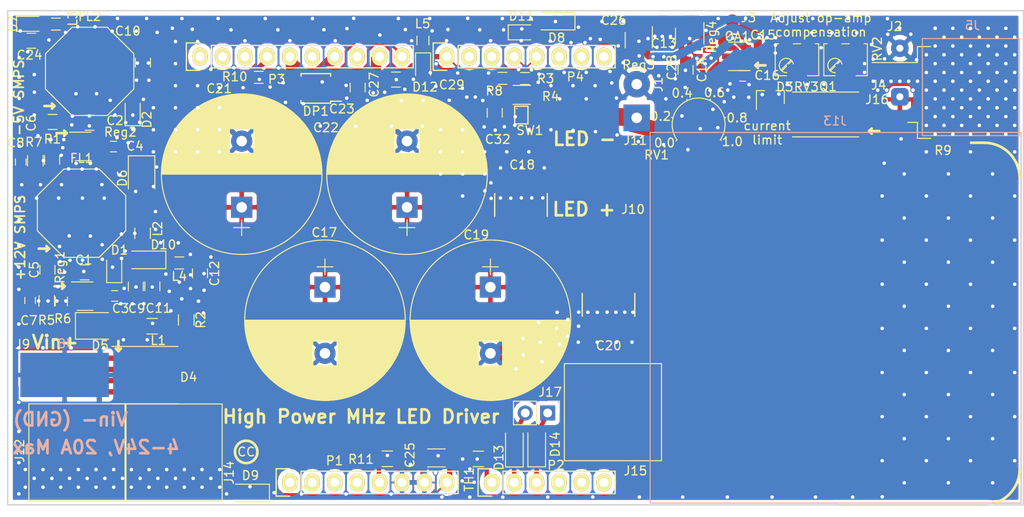
<source format=kicad_pcb>
(kicad_pcb (version 20170922) (host pcbnew "(2017-11-06 revision 9df4ae65e)-makepkg")
  (title_block (date "lun. 30 mars 2015"))
  (layers (0 F.Cu signal) (31 B.Cu signal) (34 B.Paste user) (35 F.Paste user) (36 B.SilkS user) (37 F.SilkS user) (38 B.Mask user) (39 F.Mask user) (44 Edge.Cuts user))
  (net 0 "")
  (net 1 /IOREF)
  (net 2 /Reset)
  (net 3 +5V)
  (net 4 GND)
  (net 5 /A0)
  (net 6 /A1)
  (net 7 /A2)
  (net 8 /A3)
  (net 9 /AREF)
  (net 10 "/A4(SDA)")
  (net 11 "/A5(SCL)")
  (net 12 "/9(**)")
  (net 13 /8)
  (net 14 /7)
  (net 15 "/6(**)")
  (net 16 "/5(**)")
  (net 17 /4)
  (net 18 "/3(**)")
  (net 19 /2)
  (net 20 "/1(Tx)")
  (net 21 "/0(Rx)")
  (net 22 "/13(SCK)")
  (net 23 "/10(**/SS)")
  (net 24 "Net-(P1-Pad1)")
  (net 25 +3V3)
  (net 26 "/12(MISO)")
  (net 27 "/11(**/MOSI)")
  (net 28 10V)
  (net 29 "Net-(C16-Pad1)")
  (net 30 -2V)
  (net 31 "Net-(C16-Pad2)")
  (net 32 "Net-(C6-Pad1)")
  (net 33 "Net-(C8-Pad1)")
  (net 34 Vin)
  (net 35 "Net-(C4-Pad1)")
  (net 36 "Net-(C3-Pad1)")
  (net 37 "Net-(C7-Pad1)")
  (net 38 "Net-(C5-Pad1)")
  (net 39 "Net-(RV2-Pad3)")
  (net 40 "Net-(J4-Pad1)")
  (net 41 "Net-(RV3-Pad3)")
  (net 42 "Net-(C5-Pad2)")
  (net 43 "Net-(C6-Pad2)")
  (net 44 "Net-(D4-Pad2)")
  (net 45 "Net-(D3-Pad3)")
  (net 46 "Net-(D3-Pad1)")
  (net 47 "Net-(C1-Pad1)")
  (net 48 "Net-(C2-Pad1)")
  (net 49 "Net-(OA1-Pad5)")
  (net 50 "Net-(OA1-Pad3)")
  (net 51 "GND(NC)")
  (net 52 "Net-(Reg3-Pad4)")
  (net 53 "Net-(C28-Pad1)")
  (net 54 "/Vin(Arduino)")
  (net 55 /-5V-SMPS)
  (net 56 /12V-SMPS)
  (net 57 "Net-(D5-Pad2)")
  (net 58 "Net-(D6-Pad2)")
  (net 59 "Net-(C12-Pad2)")
  (net 60 "Net-(D10-Pad1)")
  (net 61 "Net-(D7-Pad2)")
  (net 62 /Input)
  (net 63 "Net-(DP1-Pad10)")
  (net 64 "Net-(DP1-Pad3)")
  (net 65 "Net-(R3-Pad2)")
  (net 66 "Net-(R4-Pad2)")
  (net 67 "Net-(C29-Pad2)")
  (net 68 /-4V)
  (net 69 "Net-(D12-Pad1)")
  (net 70 "Net-(D13-Pad2)")
  (net 71 "Net-(D14-Pad2)")
  (net 72 "/A5(SCL*)")
  (net 73 "/A4(SDA*)")
  (net 74 "Net-(C26-Pad1)")
  (net 75 "Net-(C13-Pad1)")
  (module Ben_Custom:0508_Capacitor (layer F.Cu) (at 175.568 73.065 270)
    (fp_text reference C26 (at -1.61 -0.04) (layer F.SilkS))
    (fp_text value "2.2 uF" hide)
    (pad 1 smd rect (at -0.5334 0 270) (size 0.5842 2.0066) (layers F.Cu F.Paste F.Mask) (net 74 "Net-(C26-Pad1)"))
    (pad 2 smd rect (at 0.5334 0 270) (size 0.5842 2.0066) (layers F.Cu F.Paste F.Mask) (net 4 GND))
  )
  (module Ben_Custom:0508_Capacitor (layer F.Cu) (at 181.278 71.925 270)
    (fp_text reference C13 (at 2.13 0.02) (layer F.SilkS))
    (fp_text value "2.2 uF" hide)
    (pad 2 smd rect (at 0.5334 0 270) (size 0.5842 2.0066) (layers F.Cu F.Paste F.Mask) (net 4 GND))
    (pad 1 smd rect (at -0.5334 0 270) (size 0.5842 2.0066) (layers F.Cu F.Paste F.Mask) (net 75 "Net-(C13-Pad1)"))
  )
  (module Ben_Custom:Wurth_Coupled_Inductor (layer F.Cu) (at 115.358 93.315 180)
    (fp_text reference FL1 (at 0 6.223 180) (layer F.SilkS))
    (fp_text value 4.7uH)
    (pad 1 smd rect (at 0 -3.8 180) (size 3.6 1.4) (layers F.Cu F.Paste F.Mask) (net 47 "Net-(C1-Pad1)"))
    (pad 3 smd rect (at 0 3.8 180) (size 3.6 1.4) (layers F.Cu F.Paste F.Mask) (net 4 GND))
    (pad 2 smd rect (at -3.8 0 180) (size 1.4 3.6) (layers F.Cu F.Paste F.Mask) (net 42 "Net-(C5-Pad2)"))
    (pad 4 smd rect (at 3.8 0 180) (size 1.4 3.6) (layers F.Cu F.Paste F.Mask) (net 38 "Net-(C5-Pad1)"))
  )
  (module Ben_Custom:Wurth_Coupled_Inductor (layer F.Cu) (at 116.278 77.245 180)
    (fp_text reference FL2 (at 0 6.223 180) (layer F.SilkS))
    (fp_text value 2.7uH)
    (pad 1 smd rect (at 0 -3.8 180) (size 3.6 1.4) (layers F.Cu F.Paste F.Mask) (net 48 "Net-(C2-Pad1)"))
    (pad 3 smd rect (at 0 3.8 180) (size 3.6 1.4) (layers F.Cu F.Paste F.Mask) (net 55 /-5V-SMPS))
    (pad 2 smd rect (at -3.8 0 180) (size 1.4 3.6) (layers F.Cu F.Paste F.Mask) (net 43 "Net-(C6-Pad2)"))
    (pad 4 smd rect (at 3.8 0 180) (size 1.4 3.6) (layers F.Cu F.Paste F.Mask) (net 32 "Net-(C6-Pad1)"))
  )
  (module TO_SOT_Packages_SMD:TO-263-2 (layer F.Cu) (at 212.938 79.635)
    (fp_text reference R9 (at -0.05 6.57) (layer F.SilkS))
    (fp_text value 5)
    (pad 2 smd rect (at 0.95 2.775) (size 4.55 5.25) (layers F.Cu F.Paste) (net 4 GND))
    (pad 2 smd rect (at 5.8 -2.775) (size 4.55 5.25) (layers F.Cu F.Paste) (net 4 GND))
    (pad 2 smd rect (at 0.95 -2.775) (size 4.55 5.25) (layers F.Cu F.Paste) (net 4 GND))
    (pad 2 smd rect (at 5.8 2.775) (size 4.55 5.25) (layers F.Cu F.Paste) (net 4 GND))
    (pad 2 smd rect (at 3.375 0) (size 9.4 10.8) (layers F.Cu F.Mask) (net 4 GND))
    (pad 3 smd rect (at -5.775 2.54) (size 4.6 1.1) (layers F.Cu F.Paste F.Mask) (net 45 "Net-(D3-Pad3)"))
    (pad 1 smd rect (at -5.775 -2.54) (size 4.6 1.1) (layers F.Cu F.Paste F.Mask) (net 4 GND))
  )
  (module Ben_Custom:Current_sense (layer F.Cu) (at 207.998 80.125)
    (fp_text reference J16 (at -2.58 0.31) (layer F.SilkS))
    (fp_text value Conn_Coaxial_Power)
    (pad 1 thru_hole roundrect (at 0 0) (size 1.99898 1.99898) (drill 0.8001) (layers *.Cu *.Mask) (net 45 "Net-(D3-Pad3)"))
    (pad 2 thru_hole circle (at 0 -5.5) (size 1.99898 1.99898) (drill 0.8001) (layers *.Cu *.Mask) (net 4 GND))
  )
  (module Socket_Strips:Socket_Strip_Straight_1x02_Pitch2.54mm (layer F.Cu) (at 168.128 115.955 270)
    (fp_text reference J17 (at -2.36 -0.28) (layer F.SilkS))
    (fp_text value Conn_01x02_Female)
    (pad 2 thru_hole oval (at 0 2.54 270) (size 1.7 1.7) (drill 1) (layers *.Cu *.Mask) (net 70 "Net-(D13-Pad2)"))
    (pad 1 thru_hole rect (at 0 0 270) (size 1.7 1.7) (drill 1) (layers *.Cu *.Mask) (net 71 "Net-(D14-Pad2)"))
  )
  (module Resistors_SMD:R_0603 (layer F.Cu) (at 135.418 77.925 180)
    (fp_text reference R10 (at 2.72 0.07 180) (layer F.SilkS))
    (fp_text value 10)
    (pad 2 smd rect (at 0.75 0 180) (size 0.5 0.9) (layers F.Cu F.Paste F.Mask) (net 51 "GND(NC)"))
    (pad 1 smd rect (at -0.75 0 180) (size 0.5 0.9) (layers F.Cu F.Paste F.Mask) (net 4 GND))
  )
  (module TO_SOT_Packages_SMD:SOT-23-6 (layer F.Cu) (at 115.558 85.745)
    (fp_text reference Reg2 (at 4.2 -1.62) (layer F.SilkS))
    (fp_text value LT8330)
    (pad 1 smd rect (at -1.1 -0.95) (size 1.06 0.65) (layers F.Cu F.Paste F.Mask) (net 32 "Net-(C6-Pad1)"))
    (pad 2 smd rect (at -1.1 0) (size 1.06 0.65) (layers F.Cu F.Paste F.Mask) (net 4 GND))
    (pad 3 smd rect (at -1.1 0.95) (size 1.06 0.65) (layers F.Cu F.Paste F.Mask) (net 33 "Net-(C8-Pad1)"))
    (pad 4 smd rect (at 1.1 0.95) (size 1.06 0.65) (layers F.Cu F.Paste F.Mask) (net 48 "Net-(C2-Pad1)"))
    (pad 6 smd rect (at 1.1 -0.95) (size 1.06 0.65) (layers F.Cu F.Paste F.Mask) (net 48 "Net-(C2-Pad1)"))
    (pad 5 smd rect (at 1.1 0) (size 1.06 0.65) (layers F.Cu F.Paste F.Mask) (net 35 "Net-(C4-Pad1)"))
  )
  (module TO_SOT_Packages_SMD:SOT-23-6 (layer F.Cu) (at 115.758 102.715)
    (fp_text reference Reg1 (at -2.84 -3.26 90) (layer F.SilkS))
    (fp_text value LT8330)
    (pad 5 smd rect (at 1.1 0) (size 1.06 0.65) (layers F.Cu F.Paste F.Mask) (net 36 "Net-(C3-Pad1)"))
    (pad 6 smd rect (at 1.1 -0.95) (size 1.06 0.65) (layers F.Cu F.Paste F.Mask) (net 47 "Net-(C1-Pad1)"))
    (pad 4 smd rect (at 1.1 0.95) (size 1.06 0.65) (layers F.Cu F.Paste F.Mask) (net 47 "Net-(C1-Pad1)"))
    (pad 3 smd rect (at -1.1 0.95) (size 1.06 0.65) (layers F.Cu F.Paste F.Mask) (net 37 "Net-(C7-Pad1)"))
    (pad 2 smd rect (at -1.1 0) (size 1.06 0.65) (layers F.Cu F.Paste F.Mask) (net 4 GND))
    (pad 1 smd rect (at -1.1 -0.95) (size 1.06 0.65) (layers F.Cu F.Paste F.Mask) (net 38 "Net-(C5-Pad1)"))
  )
  (module Ben_Custom:Heatsink-Wakefield_655-53AB_41x41mm (layer B.Cu) (at 200.728 105.165)
    (fp_text reference J13 (at -0.07 -22.3) (layer B.SilkS) (effects (justify mirror)))
    (fp_text value Heat_Sink)
    (pad 1 smd rect (at 0 0) (size 40.64 40.64) (layers B.Cu) (net 4 GND))
  )
  (module Diodes_SMD:D_SOD-123F (layer F.Cu) (at 166.888 119.855 90)
    (fp_text reference D14 (at 0.35 2.09 90) (layer F.SilkS))
    (fp_text value D_Schottky)
    (pad 2 smd rect (at 1.4 0 90) (size 1.1 1.1) (layers F.Cu F.Paste F.Mask) (net 71 "Net-(D14-Pad2)"))
    (pad 1 smd rect (at -1.4 0 90) (size 1.1 1.1) (layers F.Cu F.Paste F.Mask) (net 7 /A2))
  )
  (module Diodes_SMD:D_SOD-123F (layer F.Cu) (at 164.358 119.875 90)
    (fp_text reference D13 (at -1.14 -1.75 90) (layer F.SilkS))
    (fp_text value D_Schottky)
    (pad 2 smd rect (at 1.4 0 90) (size 1.1 1.1) (layers F.Cu F.Paste F.Mask) (net 70 "Net-(D13-Pad2)"))
    (pad 1 smd rect (at -1.4 0 90) (size 1.1 1.1) (layers F.Cu F.Paste F.Mask) (net 6 /A1))
  )
  (module Resistors_SMD:R_0805 (layer F.Cu) (at 149.978 121.145)
    (fp_text reference R11 (at -2.98 0.05) (layer F.SilkS))
    (fp_text value 4.7k)
    (pad 1 smd rect (at -0.95 0) (size 0.7 1.3) (layers F.Cu F.Paste F.Mask) (net 3 +5V))
    (pad 2 smd rect (at 0.95 0) (size 0.7 1.3) (layers F.Cu F.Paste F.Mask) (net 5 /A0))
  )
  (module Resistors_SMD:R_0805 (layer F.Cu) (at 160.278 121.165 180)
    (fp_text reference TH1 (at 1.04 -2.32 270) (layer F.SilkS))
    (fp_text value Thermistor)
    (pad 2 smd rect (at 0.95 0 180) (size 0.7 1.3) (layers F.Cu F.Paste F.Mask) (net 4 GND))
    (pad 1 smd rect (at -0.95 0 180) (size 0.7 1.3) (layers F.Cu F.Paste F.Mask) (net 5 /A0))
  )
  (module Housings_SSOP:MSOP-10_3x3mm_Pitch0.5mm (layer F.Cu) (at 141.878 79.175 180)
    (fp_text reference DP1 (at 0 -2.58 180) (layer F.SilkS))
    (fp_text value AD5162)
    (pad 10 smd rect (at 2.2 -1 180) (size 1.4 0.3) (layers F.Cu F.Paste F.Mask) (net 63 "Net-(DP1-Pad10)"))
    (pad 9 smd rect (at 2.2 -0.5 180) (size 1.4 0.3) (layers F.Cu F.Paste F.Mask) (net 63 "Net-(DP1-Pad10)"))
    (pad 8 smd rect (at 2.2 0 180) (size 1.4 0.3) (layers F.Cu F.Paste F.Mask) (net 13 /8))
    (pad 7 smd rect (at 2.2 0.5 180) (size 1.4 0.3) (layers F.Cu F.Paste F.Mask) (net 27 "/11(**/MOSI)"))
    (pad 6 smd rect (at 2.2 1 180) (size 1.4 0.3) (layers F.Cu F.Paste F.Mask) (net 22 "/13(SCK)"))
    (pad 5 smd rect (at -2.2 1 180) (size 1.4 0.3) (layers F.Cu F.Paste F.Mask) (net 14 /7))
    (pad 4 smd rect (at -2.2 0.5 180) (size 1.4 0.3) (layers F.Cu F.Paste F.Mask) (net 4 GND))
    (pad 3 smd rect (at -2.2 0 180) (size 1.4 0.3) (layers F.Cu F.Paste F.Mask) (net 64 "Net-(DP1-Pad3)"))
    (pad 2 smd rect (at -2.2 -0.5 180) (size 1.4 0.3) (layers F.Cu F.Paste F.Mask) (net 12 "/9(**)"))
    (pad 1 smd rect (at -2.2 -1 180) (size 1.4 0.3) (layers F.Cu F.Paste F.Mask) (net 4 GND))
  )
  (module Resistors_SMD:R_0603 (layer F.Cu) (at 163.018 78.035)
    (fp_text reference R8 (at -0.94 1.43 -180) (layer F.SilkS))
    (fp_text value 1.8k)
    (pad 2 smd rect (at 0.75 0) (size 0.5 0.9) (layers F.Cu F.Paste F.Mask) (net 65 "Net-(R3-Pad2)"))
    (pad 1 smd rect (at -0.75 0) (size 0.5 0.9) (layers F.Cu F.Paste F.Mask) (net 67 "Net-(C29-Pad2)"))
  )
  (module Ben_Custom:0508_Capacitor (layer F.Cu) (at 159.948 78.885 90)
    (fp_text reference C29 (at 0.12 -2.68 180) (layer F.SilkS))
    (fp_text value "2.2 uF" hide)
    (pad 1 smd rect (at -0.5334 0 90) (size 0.5842 2.0066) (layers F.Cu F.Paste F.Mask) (net 4 GND))
    (pad 2 smd rect (at 0.5334 0 90) (size 0.5842 2.0066) (layers F.Cu F.Paste F.Mask) (net 67 "Net-(C29-Pad2)"))
  )
  (module Diodes_SMD:D_SOD-323F (layer F.Cu) (at 154.028 76.655 270)
    (fp_text reference D12 (at 2.36 -0.21) (layer F.SilkS))
    (fp_text value D)
    (pad 2 smd rect (at 1.1 0 270) (size 0.5 0.5) (layers F.Cu F.Paste F.Mask) (net 67 "Net-(C29-Pad2)"))
    (pad 1 smd rect (at -1.1 0 270) (size 0.5 0.5) (layers F.Cu F.Paste F.Mask) (net 69 "Net-(D12-Pad1)"))
  )
  (module Ben_Custom:8-VFSOP (layer F.Cu) (at 165.148 82.195 270)
    (fp_text reference SW1 (at 1.74 -0.96) (layer F.SilkS))
    (fp_text value TS5A3357DCUR)
    (pad 4 smd rect (at 0.7493 1.55 270) (size 0.29972 0.8) (layers F.Cu F.Paste F.Mask) (net 4 GND))
    (pad 3 smd rect (at 0.24892 1.55 270) (size 0.29972 0.8) (layers F.Cu F.Paste F.Mask) (net 4 GND))
    (pad 2 smd rect (at -0.24892 1.55 270) (size 0.29972 0.8) (layers F.Cu F.Paste F.Mask) (net 64 "Net-(DP1-Pad3)"))
    (pad 1 smd rect (at -0.7493 1.55 270) (size 0.29972 0.8) (layers F.Cu F.Paste F.Mask) (net 65 "Net-(R3-Pad2)"))
    (pad 8 smd rect (at -0.7493 -1.55 270) (size 0.29972 0.8) (layers F.Cu F.Paste F.Mask) (net 66 "Net-(R4-Pad2)"))
    (pad 7 smd rect (at -0.24892 -1.55 270) (size 0.29972 0.8) (layers F.Cu F.Paste F.Mask) (net 62 /Input))
    (pad 6 smd rect (at 0.24892 -1.55 270) (size 0.29972 0.8) (layers F.Cu F.Paste F.Mask) (net 18 "/3(**)"))
    (pad 5 smd rect (at 0.7493 -1.55 270) (size 0.29972 0.8) (layers F.Cu F.Paste F.Mask) (net 17 /4))
  )
  (module Capacitors_SMD:C_0805 (layer F.Cu) (at 162.138 81.945 90)
    (fp_text reference C32 (at -3 0.34 180) (layer F.SilkS))
    (fp_text value "10 nF")
    (pad 1 smd rect (at -1 0 90) (size 1 1.25) (layers F.Cu F.Paste F.Mask) (net 4 GND))
    (pad 2 smd rect (at 1 0 90) (size 1 1.25) (layers F.Cu F.Paste F.Mask) (net 14 /7))
  )
  (module Resistors_SMD:R_0603 (layer F.Cu) (at 165.558 78.055 180)
    (fp_text reference R3 (at -2.34 -0.01 180) (layer F.SilkS))
    (fp_text value 100)
    (pad 2 smd rect (at 0.75 0 180) (size 0.5 0.9) (layers F.Cu F.Paste F.Mask) (net 65 "Net-(R3-Pad2)"))
    (pad 1 smd rect (at -0.75 0 180) (size 0.5 0.9) (layers F.Cu F.Paste F.Mask) (net 4 GND))
  )
  (module Resistors_SMD:R_1206 (layer F.Cu) (at 165.198 79.905)
    (fp_text reference R4 (at 3.26 0.18) (layer F.SilkS))
    (fp_text value 200m)
    (pad 2 smd rect (at 1.45 0) (size 0.9 1.7) (layers F.Cu F.Paste F.Mask) (net 66 "Net-(R4-Pad2)"))
    (pad 1 smd rect (at -1.45 0) (size 0.9 1.7) (layers F.Cu F.Paste F.Mask) (net 14 /7))
  )
  (module Capacitors_SMD:C_0805 (layer F.Cu) (at 146.618 79.075 270)
    (fp_text reference C23 (at 2.42 1.79) (layer F.SilkS))
    (fp_text value "10 nF")
    (pad 2 smd rect (at 1 0 270) (size 1 1.25) (layers F.Cu F.Paste F.Mask) (net 4 GND))
    (pad 1 smd rect (at -1 0 270) (size 1 1.25) (layers F.Cu F.Paste F.Mask) (net 14 /7))
  )
  (module Capacitors_SMD:C_0805 (layer F.Cu) (at 116.268 83.065 180)
    (fp_text reference C2 (at -2.88 0.25 180) (layer F.SilkS))
    (fp_text value "4.7 uF")
    (pad 2 smd rect (at 1 0 180) (size 1 1.25) (layers F.Cu F.Paste F.Mask) (net 4 GND))
    (pad 1 smd rect (at -1 0 180) (size 1 1.25) (layers F.Cu F.Paste F.Mask) (net 48 "Net-(C2-Pad1)"))
  )
  (module Inductors_SMD:L_0603 (layer F.Cu) (at 154.008 73.755 270)
    (fp_text reference L5 (at -1.91 0.04) (layer F.SilkS))
    (fp_text value Ferrite_Bead)
    (pad 1 smd rect (at -0.75 0 270) (size 0.5 0.9) (layers F.Cu F.Paste F.Mask) (net 68 /-4V))
    (pad 2 smd rect (at 0.75 0 270) (size 0.5 0.9) (layers F.Cu F.Paste F.Mask) (net 69 "Net-(D12-Pad1)"))
  )
  (module Ben_Custom:Heatsink-10x10mm-V2017B (layer B.Cu) (at 216.048 79.025)
    (fp_text reference J5 (at 0.17 -6.98) (layer B.SilkS) (effects (justify mirror)))
    (fp_text value Heat_Sink)
  )
  (module Capacitors_SMD:C_0805 (layer F.Cu) (at 150.958 78.175 180)
    (fp_text reference C27 (at 2.48 -0.58 270) (layer F.SilkS))
    (fp_text value "4.7 uF")
    (pad 2 smd rect (at 1 0 180) (size 1 1.25) (layers F.Cu F.Paste F.Mask) (net 14 /7))
    (pad 1 smd rect (at -1 0 180) (size 1 1.25) (layers F.Cu F.Paste F.Mask) (net 4 GND))
  )
  (module Ben_Custom:DO-214AC (layer F.Cu) (at 118.168 106.085)
    (fp_text reference D5 (at -0.71 2.21) (layer F.SilkS))
    (fp_text value D_Schottky)
    (pad 1 smd rect (at -2.19964 0) (size 2.10058 1.80086) (layers F.Cu F.Paste F.Mask) (net 47 "Net-(C1-Pad1)"))
    (pad 2 smd rect (at 2.19964 0) (size 2.10058 1.80086) (layers F.Cu F.Paste F.Mask) (net 57 "Net-(D5-Pad2)"))
  )
  (module Ben_Custom:DO-214AC (layer F.Cu) (at 122.158 90.315 270)
    (fp_text reference D6 (at -0.97 2.18 270) (layer F.SilkS))
    (fp_text value D_Schottky)
    (pad 2 smd rect (at 2.19964 0 270) (size 2.10058 1.80086) (layers F.Cu F.Paste F.Mask) (net 58 "Net-(D6-Pad2)"))
    (pad 1 smd rect (at -2.19964 0 270) (size 2.10058 1.80086) (layers F.Cu F.Paste F.Mask) (net 48 "Net-(C2-Pad1)"))
  )
  (module Ben_Custom:Heatsink-10x10mm-V2017B (layer F.Cu) (at 175.518 115.865)
    (fp_text reference J15 (at 2.55 6.65) (layer F.SilkS))
    (fp_text value Heat_Sink)
  )
  (module Ben_Custom:Heatsink-10x10mm-V2017B (layer F.Cu) (at 125.778 120.435)
    (fp_text reference J14 (at 6.29 2.29 90) (layer F.SilkS))
    (fp_text value Heat_Sink)
  )
  (module Ben_Custom:Heatsink-10x10mm-V2017B (layer F.Cu) (at 114.898 120.425)
    (fp_text reference J12 (at -6.54 -0.2 90) (layer F.SilkS))
    (fp_text value Heat_Sink)
  )
  (module Diodes_SMD:D_SOD-323F (layer F.Cu) (at 165.168 72.825)
    (fp_text reference D11 (at 0 -1.85) (layer F.SilkS))
    (fp_text value D)
    (pad 2 smd rect (at 1.1 0) (size 0.5 0.5) (layers F.Cu F.Paste F.Mask) (net 74 "Net-(C26-Pad1)"))
    (pad 1 smd rect (at -1.1 0) (size 0.5 0.5) (layers F.Cu F.Paste F.Mask) (net 68 /-4V))
  )
  (module Diodes_SMD:D_SOD-123F (layer F.Cu) (at 134.428 125.025 180)
    (fp_text reference D9 (at -0.05 1.99 180) (layer F.SilkS))
    (fp_text value D_Schottky)
    (pad 2 smd rect (at 1.4 0 180) (size 1.1 1.1) (layers F.Cu F.Paste F.Mask) (net 59 "Net-(C12-Pad2)"))
    (pad 1 smd rect (at -1.4 0 180) (size 1.1 1.1) (layers F.Cu F.Paste F.Mask) (net 54 "/Vin(Arduino)"))
  )
  (module Capacitors_SMD:C_0603 (layer F.Cu) (at 109.538 103.205 90)
    (fp_text reference C7 (at -2.27 -0.14 180) (layer F.SilkS))
    (fp_text value "4.7 pF")
    (pad 1 smd rect (at -0.75 0 90) (size 0.8 0.75) (layers F.Cu F.Paste F.Mask) (net 37 "Net-(C7-Pad1)"))
    (pad 2 smd rect (at 0.75 0 90) (size 0.8 0.75) (layers F.Cu F.Paste F.Mask) (net 56 /12V-SMPS))
  )
  (module Inductors_SMD:L_0805 (layer F.Cu) (at 123.358 106.125)
    (fp_text reference L1 (at 0.68 1.61) (layer F.SilkS))
    (fp_text value Ferrite_Bead)
    (pad 2 smd rect (at 0.95 0) (size 0.7 1.3) (layers F.Cu F.Paste F.Mask) (net 34 Vin))
    (pad 1 smd rect (at -0.95 0) (size 0.7 1.3) (layers F.Cu F.Paste F.Mask) (net 57 "Net-(D5-Pad2)"))
  )
  (module Diodes_SMD:D_SOD-323F (layer F.Cu) (at 109.488 71.855)
    (fp_text reference D7 (at -1.9 -0.02 90) (layer F.SilkS))
    (fp_text value D)
    (pad 1 smd rect (at -1.1 0) (size 0.5 0.5) (layers F.Cu F.Paste F.Mask) (net 55 /-5V-SMPS))
    (pad 2 smd rect (at 1.1 0) (size 0.5 0.5) (layers F.Cu F.Paste F.Mask) (net 61 "Net-(D7-Pad2)"))
  )
  (module TO_SOT_Packages_SMD:SOT-23-5 (layer F.Cu) (at 184.208 73.245 270)
    (fp_text reference Reg4 (at 0.11 -2.49 90) (layer F.SilkS))
    (fp_text value LP2985-10.0)
    (pad 5 smd rect (at 1.1 -0.95 270) (size 1.06 0.65) (layers F.Cu F.Paste F.Mask) (net 28 10V))
    (pad 4 smd rect (at 1.1 0.95 270) (size 1.06 0.65) (layers F.Cu F.Paste F.Mask) (net 53 "Net-(C28-Pad1)"))
    (pad 3 smd rect (at -1.1 0.95 270) (size 1.06 0.65) (layers F.Cu F.Paste F.Mask) (net 75 "Net-(C13-Pad1)"))
    (pad 2 smd rect (at -1.1 0 270) (size 1.06 0.65) (layers F.Cu F.Paste F.Mask) (net 4 GND))
    (pad 1 smd rect (at -1.1 -0.95 270) (size 1.06 0.65) (layers F.Cu F.Paste F.Mask) (net 75 "Net-(C13-Pad1)"))
  )
  (module Capacitors_SMD:C_0805 (layer F.Cu) (at 109.678 73.775)
    (fp_text reference C24 (at -0.21 1.62) (layer F.SilkS))
    (fp_text value "4.7 uF")
    (pad 2 smd rect (at 1 0) (size 1 1.25) (layers F.Cu F.Paste F.Mask) (net 68 /-4V))
    (pad 1 smd rect (at -1 0) (size 1 1.25) (layers F.Cu F.Paste F.Mask) (net 4 GND))
  )
  (module Capacitors_SMD:C_0805 (layer F.Cu) (at 128.768 100.125 90)
    (fp_text reference C12 (at -0.02 1.65 90) (layer F.SilkS))
    (fp_text value "4.7 uF")
    (pad 2 smd rect (at 1 0 90) (size 1 1.25) (layers F.Cu F.Paste F.Mask) (net 59 "Net-(C12-Pad2)"))
    (pad 1 smd rect (at -1 0 90) (size 1 1.25) (layers F.Cu F.Paste F.Mask) (net 4 GND))
  )
  (module Diodes_SMD:D_SOD-123F (layer F.Cu) (at 169.018 71.545 180)
    (fp_text reference D8 (at -0.127 -1.905 180) (layer F.SilkS))
    (fp_text value D_Schottky)
    (pad 1 smd rect (at -1.4 0 180) (size 1.1 1.1) (layers F.Cu F.Paste F.Mask) (net 75 "Net-(C13-Pad1)"))
    (pad 2 smd rect (at 1.4 0 180) (size 1.1 1.1) (layers F.Cu F.Paste F.Mask) (net 59 "Net-(C12-Pad2)"))
  )
  (module Diodes_SMD:D_SOD-123F (layer F.Cu) (at 122.708 98.605 180)
    (fp_text reference D10 (at -1.91 1.71 180) (layer F.SilkS))
    (fp_text value D_Schottky)
    (pad 2 smd rect (at 1.4 0 180) (size 1.1 1.1) (layers F.Cu F.Paste F.Mask) (net 56 /12V-SMPS))
    (pad 1 smd rect (at -1.4 0 180) (size 1.1 1.1) (layers F.Cu F.Paste F.Mask) (net 60 "Net-(D10-Pad1)"))
  )
  (module Capacitors_SMD:C_0805 (layer F.Cu) (at 183.738 77.075 270)
    (fp_text reference C28 (at -0.26 1.56 270) (layer F.SilkS))
    (fp_text value "10 nF")
    (pad 2 smd rect (at 1 0 270) (size 1 1.25) (layers F.Cu F.Paste F.Mask) (net 4 GND))
    (pad 1 smd rect (at -1 0 270) (size 1 1.25) (layers F.Cu F.Paste F.Mask) (net 53 "Net-(C28-Pad1)"))
  )
  (module Capacitors_THT:CP_Radial_D18.0mm_P7.50mm (layer F.Cu) (at 133.488 92.645 90)
    (fp_text reference C21 (at 13.45 -2.54 180) (layer F.SilkS))
    (fp_text value "2700 uF")
    (pad 2 thru_hole circle (at 7.5 0 90) (size 2.4 2.4) (drill 1.2) (layers *.Cu *.Mask) (net 4 GND))
    (pad 1 thru_hole rect (at 0 0 90) (size 2.4 2.4) (drill 1.2) (layers *.Cu *.Mask) (net 34 Vin))
  )
  (module Capacitors_SMD:C_1206 (layer F.Cu) (at 155.538 121.045 180)
    (fp_text reference C25 (at 3 0.31 270) (layer F.SilkS))
    (fp_text value "22 uF")
    (pad 2 smd rect (at 1.5 0 180) (size 1 1.6) (layers F.Cu F.Paste F.Mask) (net 4 GND))
    (pad 1 smd rect (at -1.5 0 180) (size 1 1.6) (layers F.Cu F.Paste F.Mask) (net 54 "/Vin(Arduino)"))
  )
  (module Capacitors_SMD:C_0805 (layer F.Cu) (at 112.028 87.265 90)
    (fp_text reference R1 (at 2.35 0.04 180) (layer F.SilkS))
    (fp_text value 187k)
    (pad 1 smd rect (at -1 0 90) (size 1 1.25) (layers F.Cu F.Paste F.Mask) (net 33 "Net-(C8-Pad1)"))
    (pad 2 smd rect (at 1 0 90) (size 1 1.25) (layers F.Cu F.Paste F.Mask) (net 4 GND))
  )
  (module Inductors_SMD:L_0805 (layer F.Cu) (at 122.268 95.605 270)
    (fp_text reference L2 (at -0.53 -1.71 270) (layer F.SilkS))
    (fp_text value Ferrite_Bead)
    (pad 1 smd rect (at -0.95 0 270) (size 0.7 1.3) (layers F.Cu F.Paste F.Mask) (net 58 "Net-(D6-Pad2)"))
    (pad 2 smd rect (at 0.95 0 270) (size 0.7 1.3) (layers F.Cu F.Paste F.Mask) (net 34 Vin))
  )
  (module Resistors_SMD:R_0805 (layer F.Cu) (at 127.208 105.415 270)
    (fp_text reference R2 (at 0 -1.65 270) (layer F.SilkS))
    (fp_text value 4.7k)
    (pad 2 smd rect (at 0.95 0 270) (size 0.7 1.3) (layers F.Cu F.Paste F.Mask) (net 34 Vin))
    (pad 1 smd rect (at -0.95 0 270) (size 0.7 1.3) (layers F.Cu F.Paste F.Mask) (net 4 GND))
  )
  (module TO_SOT_Packages_SMD:TSOT-23-5 (layer F.Cu) (at 178.468 73.705 270)
    (fp_text reference Reg3 (at 2.8 0.04) (layer F.SilkS))
    (fp_text value ADP7182AUJZ-Fixed)
    (pad 5 smd rect (at 1.31 -0.95 270) (size 1.22 0.65) (layers F.Cu F.Paste F.Mask) (net 30 -2V))
    (pad 4 smd rect (at 1.31 0.95 270) (size 1.22 0.65) (layers F.Cu F.Paste F.Mask) (net 52 "Net-(Reg3-Pad4)"))
    (pad 3 smd rect (at -1.31 0.95 270) (size 1.22 0.65) (layers F.Cu F.Paste F.Mask) (net 74 "Net-(C26-Pad1)"))
    (pad 2 smd rect (at -1.31 0 270) (size 1.22 0.65) (layers F.Cu F.Paste F.Mask) (net 74 "Net-(C26-Pad1)"))
    (pad 1 smd rect (at -1.31 -0.95 270) (size 1.22 0.65) (layers F.Cu F.Paste F.Mask) (net 4 GND))
  )
  (module Diodes_SMD:D_SOD-323F (layer F.Cu) (at 119.058 99.685 90)
    (fp_text reference D1 (at 2.19 0.59 180) (layer F.SilkS))
    (fp_text value D_Schottky)
    (pad 2 smd rect (at 1.1 0 90) (size 0.5 0.5) (layers F.Cu F.Paste F.Mask) (net 42 "Net-(C5-Pad2)"))
    (pad 1 smd rect (at -1.1 0 90) (size 0.5 0.5) (layers F.Cu F.Paste F.Mask) (net 56 /12V-SMPS))
  )
  (module Ben_Custom:CC_silkscreen (layer F.Cu) (at 133.998 120.365)
    (fp_text reference J7)
    (fp_text value Conn_Coaxial)
    (fp_text user CC (at 0 0) (layer F.SilkS))
  )
  (module Wire_Pads:SolderWirePad_single_SMD_5x10mm (layer F.Cu) (at 173.828 88.655 90)
    (fp_text reference J11 (at 3.6 4.23 180) (layer F.SilkS))
    (fp_text value TEST_1P)
    (pad 1 smd rect (at 0 0 90) (size 5 10) (layers F.Cu F.Mask) (net 46 "Net-(D3-Pad1)"))
  )
  (module Ben_Custom:0508_Capacitor (layer F.Cu) (at 187.408 78.095 90)
    (fp_text reference C14 (at 1.07 -1.82 270) (layer F.SilkS))
    (fp_text value "2.2 uF" hide)
    (pad 1 smd rect (at -0.5334 0 90) (size 0.5842 2.0066) (layers F.Cu F.Paste F.Mask) (net 4 GND))
    (pad 2 smd rect (at 0.5334 0 90) (size 0.5842 2.0066) (layers F.Cu F.Paste F.Mask) (net 28 10V))
  )
  (module Ben_Custom:0508_Capacitor (layer F.Cu) (at 192.598 74.845 180)
    (fp_text reference C15 (at 0.1 1.72 180) (layer F.SilkS))
    (fp_text value "2.2 uF" hide)
    (pad 2 smd rect (at 0.5334 0 180) (size 0.5842 2.0066) (layers F.Cu F.Paste F.Mask) (net 30 -2V))
    (pad 1 smd rect (at -0.5334 0 180) (size 0.5842 2.0066) (layers F.Cu F.Paste F.Mask) (net 4 GND))
  )
  (module TO_SOT_Packages_SMD:SOT-23-6 (layer F.Cu) (at 189.498 75.545 180)
    (fp_text reference OA1 (at -0.11 2.27 180) (layer F.SilkS))
    (fp_text value LT6200-10)
    (pad 5 smd rect (at 1.1 0 180) (size 1.06 0.65) (layers F.Cu F.Paste F.Mask) (net 49 "Net-(OA1-Pad5)"))
    (pad 6 smd rect (at 1.1 -0.95 180) (size 1.06 0.65) (layers F.Cu F.Paste F.Mask) (net 28 10V))
    (pad 4 smd rect (at 1.1 0.95 180) (size 1.06 0.65) (layers F.Cu F.Paste F.Mask) (net 29 "Net-(C16-Pad1)"))
    (pad 3 smd rect (at -1.1 0.95 180) (size 1.06 0.65) (layers F.Cu F.Paste F.Mask) (net 50 "Net-(OA1-Pad3)"))
    (pad 2 smd rect (at -1.1 0 180) (size 1.06 0.65) (layers F.Cu F.Paste F.Mask) (net 30 -2V))
    (pad 1 smd rect (at -1.1 -0.95 180) (size 1.06 0.65) (layers F.Cu F.Paste F.Mask) (net 31 "Net-(C16-Pad2)"))
  )
  (module Ben_Custom:2_J-lead_stacked_cap (layer F.Cu) (at 175.018 103.695 90)
    (fp_text reference C20 (at -4.63 0.02 180) (layer F.SilkS))
    (fp_text value "22 uF" hide)
    (pad 1 smd rect (at -2.5778 0 90) (size 1.9556 5.700001) (layers F.Cu F.Paste F.Mask) (net 4 GND))
    (pad 2 smd rect (at 2.5778 0 90) (size 1.9556 5.700001) (layers F.Cu F.Paste F.Mask) (net 34 Vin))
  )
  (module Ben_Custom:2_J-lead_stacked_cap (layer F.Cu) (at 165.108 92.375 90)
    (fp_text reference C18 (at 4.54 0.13 180) (layer F.SilkS))
    (fp_text value "22 uF" hide)
    (pad 2 smd rect (at 2.5778 0 90) (size 1.9556 5.700001) (layers F.Cu F.Paste F.Mask) (net 4 GND))
    (pad 1 smd rect (at -2.5778 0 90) (size 1.9556 5.700001) (layers F.Cu F.Paste F.Mask) (net 34 Vin))
  )
  (module Inductors_SMD:L_0603 (layer F.Cu) (at 112.448 71.885 180)
    (fp_text reference L3 (at -1.92 0.63 -90) (layer F.SilkS))
    (fp_text value Ferrite_Bead)
    (pad 2 smd rect (at 0.75 0 180) (size 0.5 0.9) (layers F.Cu F.Paste F.Mask) (net 61 "Net-(D7-Pad2)"))
    (pad 1 smd rect (at -0.75 0 180) (size 0.5 0.9) (layers F.Cu F.Paste F.Mask) (net 68 /-4V))
  )
  (module Wire_Pads:SolderWirePad_single_SMD_5x10mm (layer F.Cu) (at 173.828 96.655 90)
    (fp_text reference J10 (at 3.78 3.97 180) (layer F.SilkS))
    (fp_text value TEST_1P)
    (pad 1 smd rect (at 0 0 90) (size 5 10) (layers F.Cu F.Mask) (net 34 Vin))
  )
  (module Ben_Custom:SolderWirePad_2x_1-2mmDrill-BNC (layer F.Cu) (at 178.208 80.605 90)
    (fp_text reference J1 (at 1.87 2.42 90) (layer F.SilkS))
    (fp_text value Conn_Coaxial)
    (pad 2 thru_hole circle (at 1.905 0 90) (size 2.99974 2.99974) (drill 1.19888) (layers *.Cu *.Mask) (net 4 GND))
    (pad 1 thru_hole rect (at -1.905 0 90) (size 2.99974 2.99974) (drill 1.19888) (layers *.Cu *.Mask) (net 62 /Input))
  )
  (module Ben_Custom:Bourns_3313J_Trimpot-compact (layer F.Cu) (at 185.218 83.265)
    (fp_text reference RV1 (at -4.76 3.45 180) (layer F.SilkS))
    (fp_text value POT_TRIM)
    (fp_text user 0.0 (at -3.86 2.08) (layer F.SilkS))
    (fp_text user 0.2 (at -4.31 -0.93) (layer F.SilkS))
    (fp_text user 0.4 (at -1.87 -3.56) (layer F.SilkS))
    (fp_text user 0.6 (at 1.79 -3.61) (layer F.SilkS))
    (fp_text user 0.8 (at 4.35 -0.75) (layer F.SilkS))
    (fp_text user 1.0 (at 3.82 1.94) (layer F.SilkS))
    (pad 2 smd rect (at 0 -1.45) (size 1.6 1.6) (layers F.Cu F.Paste F.Mask) (net 50 "Net-(OA1-Pad3)"))
    (pad 1 smd rect (at 1.15 1.45) (size 1.1 1.6) (layers F.Cu F.Paste F.Mask) (net 4 GND))
    (pad 3 smd rect (at -1.15 1.45) (size 1.1 1.6) (layers F.Cu F.Paste F.Mask) (net 62 /Input))
  )
  (module Measurement_Points:Measurement_Point_Round-SMD-Pad_Small (layer F.Cu) (at 189.018 71.545)
    (fp_text reference J3 (at 1.85 -0.39) (layer F.SilkS))
    (fp_text value TEST_1P)
    (pad 1 smd circle (at 0 0) (size 1.5 1.5) (layers F.Cu F.Mask) (net 29 "Net-(C16-Pad1)"))
  )
  (module Ben_Custom:40x40mm-heatsink_only-eighth-pad (layer F.Cu) (at 201.058 105.835)
    (fp_text reference J6)
    (fp_text value Heat_Sink)
    (pad 1 smd roundrect (at 17.5 0) (size 5 40) (layers F.Cu) (roundrect_rratio 0.5) (net 4 GND))
  )
  (module Capacitors_SMD:C_0603 (layer F.Cu) (at 108.478 87.515 90)
    (fp_text reference C8 (at 2.17 -0.55 180) (layer F.SilkS))
    (fp_text value "4.7 pF")
    (pad 2 smd rect (at 0.75 0 90) (size 0.8 0.75) (layers F.Cu F.Paste F.Mask) (net 55 /-5V-SMPS))
    (pad 1 smd rect (at -0.75 0 90) (size 0.8 0.75) (layers F.Cu F.Paste F.Mask) (net 33 "Net-(C8-Pad1)"))
  )
  (module Capacitors_SMD:C_0805 (layer F.Cu) (at 112.078 82.975)
    (fp_text reference C6 (at -2.42 0.12 90) (layer F.SilkS))
    (fp_text value "1 uF")
    (pad 1 smd rect (at -1 0) (size 1 1.25) (layers F.Cu F.Paste F.Mask) (net 32 "Net-(C6-Pad1)"))
    (pad 2 smd rect (at 1 0) (size 1 1.25) (layers F.Cu F.Paste F.Mask) (net 43 "Net-(C6-Pad2)"))
  )
  (module Capacitors_SMD:C_0805 (layer F.Cu) (at 111.498 99.725 90)
    (fp_text reference C5 (at 0 -1.5 90) (layer F.SilkS))
    (fp_text value "1 uF")
    (pad 2 smd rect (at 1 0 90) (size 1 1.25) (layers F.Cu F.Paste F.Mask) (net 42 "Net-(C5-Pad2)"))
    (pad 1 smd rect (at -1 0 90) (size 1 1.25) (layers F.Cu F.Paste F.Mask) (net 38 "Net-(C5-Pad1)"))
  )
  (module Inductors_SMD:L_0603 (layer F.Cu) (at 126.428 98.955 180)
    (fp_text reference L4 (at 0.01 -1.51 180) (layer F.SilkS))
    (fp_text value Ferrite_Bead)
    (pad 1 smd rect (at -0.75 0 180) (size 0.5 0.9) (layers F.Cu F.Paste F.Mask) (net 59 "Net-(C12-Pad2)"))
    (pad 2 smd rect (at 0.75 0 180) (size 0.5 0.9) (layers F.Cu F.Paste F.Mask) (net 60 "Net-(D10-Pad1)"))
  )
  (module Capacitors_THT:CP_Radial_D18.0mm_P7.50mm (layer F.Cu) (at 152.208 92.645 90)
    (fp_text reference C22 (at 9.02 -9.18) (layer F.SilkS))
    (fp_text value "2700 uF")
    (pad 2 thru_hole circle (at 7.5 0 90) (size 2.4 2.4) (drill 1.2) (layers *.Cu *.Mask) (net 4 GND))
    (pad 1 thru_hole rect (at 0 0 90) (size 2.4 2.4) (drill 1.2) (layers *.Cu *.Mask) (net 34 Vin))
  )
  (module Wire_Pads:SolderWirePad_single_SMD_5x10mm (layer B.Cu) (at 113.438 111.655 90)
    (fp_text reference J8 (at 3.55 0.05) (layer B.SilkS) (effects (justify mirror)))
    (fp_text value TEST_1P)
    (pad 1 smd rect (at 0 0 90) (size 5 10) (layers B.Cu B.Mask) (net 4 GND))
  )
  (module Wire_Pads:SolderWirePad_single_SMD_5x10mm (layer F.Cu) (at 113.438 111.655 90)
    (fp_text reference J9 (at 3.49 -4.75 180) (layer F.SilkS))
    (fp_text value TEST_1P)
    (pad 1 smd rect (at 0 0 90) (size 5 10) (layers F.Cu F.Mask) (net 44 "Net-(D4-Pad2)"))
  )
  (module Capacitors_THT:CP_Radial_D18.0mm_P7.50mm (layer F.Cu) (at 142.918 101.695 270)
    (fp_text reference C17 (at -6.19 0.08) (layer F.SilkS))
    (fp_text value "2700 uF")
    (pad 1 thru_hole rect (at 0 0 270) (size 2.4 2.4) (drill 1.2) (layers *.Cu *.Mask) (net 34 Vin))
    (pad 2 thru_hole circle (at 7.5 0 270) (size 2.4 2.4) (drill 1.2) (layers *.Cu *.Mask) (net 4 GND))
  )
  (module Capacitors_THT:CP_Radial_D18.0mm_P7.50mm (layer F.Cu) (at 161.648 101.695 270)
    (fp_text reference C19 (at -5.93 1.6) (layer F.SilkS))
    (fp_text value "2700 uF")
    (pad 2 thru_hole circle (at 7.5 0 270) (size 2.4 2.4) (drill 1.2) (layers *.Cu *.Mask) (net 4 GND))
    (pad 1 thru_hole rect (at 0 0 270) (size 2.4 2.4) (drill 1.2) (layers *.Cu *.Mask) (net 34 Vin))
  )
  (module Ben_Custom:Potentiometer_Trimmer_Bourns_3224W (layer F.Cu) (at 196.35287 75.927049)
    (fp_text reference RV3 (at 1.06513 3.067951) (layer F.SilkS))
    (fp_text value POT_TRIM)
    (pad 1 smd rect (at 1.25 -1.45) (size 1.3 1.6) (layers F.Cu F.Paste F.Mask) (net 29 "Net-(C16-Pad1)"))
    (pad 2 smd rect (at 0 1.45) (size 2 1.6) (layers F.Cu F.Paste F.Mask) (net 45 "Net-(D3-Pad3)"))
    (pad 3 smd rect (at -1.25 -1.45) (size 1.3 1.6) (layers F.Cu F.Paste F.Mask) (net 41 "Net-(RV3-Pad3)"))
  )
  (module Ben_Custom:Potentiometer_Trimmer_Bourns_3224W (layer F.Cu) (at 201.85287 75.927049)
    (fp_text reference RV2 (at 3.59513 -1.232049 90) (layer F.SilkS))
    (fp_text value POT_TRIM)
    (pad 3 smd rect (at -1.25 -1.45) (size 1.3 1.6) (layers F.Cu F.Paste F.Mask) (net 39 "Net-(RV2-Pad3)"))
    (pad 2 smd rect (at 0 1.45) (size 2 1.6) (layers F.Cu F.Paste F.Mask) (net 40 "Net-(J4-Pad1)"))
    (pad 1 smd rect (at 1.25 -1.45) (size 1.3 1.6) (layers F.Cu F.Paste F.Mask) (net 31 "Net-(C16-Pad2)"))
  )
  (module Socket_Arduino_Uno:Socket_Strip_Arduino_1x08 (layer F.Cu) (at 156.718 75.575)
    (fp_text reference P4 (at 14.55 2.29) (layer F.SilkS))
    (fp_text value Digital)
    (pad 1 thru_hole oval (at 0 0) (size 1.7272 2.032) (drill 1.016) (layers *.Cu *.Mask F.SilkS) (net 14 /7))
    (pad 2 thru_hole oval (at 2.54 0) (size 1.7272 2.032) (drill 1.016) (layers *.Cu *.Mask F.SilkS) (net 15 "/6(**)"))
    (pad 3 thru_hole oval (at 5.08 0) (size 1.7272 2.032) (drill 1.016) (layers *.Cu *.Mask F.SilkS) (net 16 "/5(**)"))
    (pad 4 thru_hole oval (at 7.62 0) (size 1.7272 2.032) (drill 1.016) (layers *.Cu *.Mask F.SilkS) (net 17 /4))
    (pad 5 thru_hole oval (at 10.16 0) (size 1.7272 2.032) (drill 1.016) (layers *.Cu *.Mask F.SilkS) (net 18 "/3(**)"))
    (pad 6 thru_hole oval (at 12.7 0) (size 1.7272 2.032) (drill 1.016) (layers *.Cu *.Mask F.SilkS) (net 19 /2))
    (pad 7 thru_hole oval (at 15.24 0) (size 1.7272 2.032) (drill 1.016) (layers *.Cu *.Mask F.SilkS) (net 20 "/1(Tx)"))
    (pad 8 thru_hole oval (at 17.78 0) (size 1.7272 2.032) (drill 1.016) (layers *.Cu *.Mask F.SilkS) (net 21 "/0(Rx)"))
  )
  (module Ben_Custom:Powerdi5060-8 (layer F.Cu) (at 121.278 111.665 270)
    (fp_text reference D4 (at 0.23 -6.2) (layer F.SilkS))
    (fp_text value D)
    (pad 1 smd rect (at 1.905 -4.01 270) (size 0.61 1.02) (layers F.Cu F.Paste F.Mask) (net 34 Vin))
    (pad 1 smd rect (at -0.635 -4.01 270) (size 0.61 1.02) (layers F.Cu F.Paste F.Mask) (net 34 Vin))
    (pad 1 smd rect (at 0.635 -4.01 270) (size 0.61 1.02) (layers F.Cu F.Paste F.Mask) (net 34 Vin))
    (pad 1 smd rect (at -1.905 -4.01 270) (size 0.61 1.02) (layers F.Cu F.Paste F.Mask) (net 34 Vin))
    (pad 1 smd rect (at 0 -1.905 270) (size 4.1 3.81) (layers F.Cu F.Paste F.Mask) (net 34 Vin))
    (pad 1 smd rect (at 0 -2.905 270) (size 5.61 0.6) (layers F.Cu F.Paste F.Mask) (net 34 Vin))
    (pad 1 smd rect (at 0 -0.48 270) (size 5.61 0.6) (layers F.Cu F.Paste F.Mask) (net 34 Vin))
    (pad 2 smd rect (at 1.905 1.455 270) (size 0.61 1.27) (layers F.Cu F.Paste F.Mask) (net 44 "Net-(D4-Pad2)"))
    (pad 2 smd rect (at -0.635 1.455 270) (size 0.61 1.27) (layers F.Cu F.Paste F.Mask) (net 44 "Net-(D4-Pad2)"))
    (pad 2 smd rect (at 0.635 1.455 270) (size 0.61 1.27) (layers F.Cu F.Paste F.Mask) (net 44 "Net-(D4-Pad2)"))
    (pad 2 smd rect (at -1.905 1.455 270) (size 0.61 1.27) (layers F.Cu F.Paste F.Mask) (net 44 "Net-(D4-Pad2)"))
  )
  (module TO_SOT_Packages_SMD:SOT-23 (layer F.Cu) (at 193.338 80.185 90)
    (fp_text reference D3 (at 1.18 1.64 180) (layer F.SilkS))
    (fp_text value D_TVS-3_Pin)
    (pad 3 smd rect (at 1 0 90) (size 0.9 0.8) (layers F.Cu F.Paste F.Mask) (net 45 "Net-(D3-Pad3)"))
    (pad 2 smd rect (at -1 0.95 90) (size 0.9 0.8) (layers F.Cu F.Paste F.Mask) (net 46 "Net-(D3-Pad1)"))
    (pad 1 smd rect (at -1 -0.95 90) (size 0.9 0.8) (layers F.Cu F.Paste F.Mask) (net 46 "Net-(D3-Pad1)"))
  )
  (module Ben_Custom:IRFH5104_PQFN_5x6b (layer F.Cu) (at 199.65287 82.127049 180)
    (fp_text reference Q1 (at -0.20513 3.162049 180) (layer F.SilkS))
    (fp_text value Q_NMOS_GDS)
    (pad 1 smd rect (at -3.02 1.905 180) (size 1.5 0.6) (layers F.Cu F.Mask) (net 40 "Net-(J4-Pad1)"))
    (pad 3 smd rect (at -3.02 0.635 180) (size 1.5 0.6) (layers F.Cu F.Mask) (net 45 "Net-(D3-Pad3)"))
    (pad 3 smd rect (at -3.02 -1.905 180) (size 1.5 0.6) (layers F.Cu F.Mask) (net 45 "Net-(D3-Pad3)"))
    (pad 3 smd rect (at -3.02 -0.635 180) (size 1.5 0.6) (layers F.Cu F.Mask) (net 45 "Net-(D3-Pad3)"))
    (pad 2 smd rect (at 3.095 -0.635 180) (size 1.35 0.6) (layers F.Cu F.Mask) (net 46 "Net-(D3-Pad1)"))
    (pad 2 smd rect (at 3.095 -1.905 180) (size 1.35 0.6) (layers F.Cu F.Mask) (net 46 "Net-(D3-Pad1)"))
    (pad 2 smd rect (at 3.095 1.905 180) (size 1.35 0.6) (layers F.Cu F.Mask) (net 46 "Net-(D3-Pad1)"))
    (pad 2 smd rect (at 3.095 0.635 180) (size 1.35 0.6) (layers F.Cu F.Mask) (net 46 "Net-(D3-Pad1)"))
    (pad 2 smd rect (at 0.6475 0 180) (size 3.545 4.41) (layers F.Cu F.Mask) (net 46 "Net-(D3-Pad1)"))
  )
  (module Capacitors_SMD:C_0603 (layer F.Cu) (at 119.118 102.695)
    (fp_text reference C3 (at 0.66 1.41) (layer F.SilkS))
    (fp_text value "1 uF")
    (pad 1 smd rect (at -0.75 0) (size 0.8 0.75) (layers F.Cu F.Paste F.Mask) (net 36 "Net-(C3-Pad1)"))
    (pad 2 smd rect (at 0.75 0) (size 0.8 0.75) (layers F.Cu F.Paste F.Mask) (net 4 GND))
  )
  (module Capacitors_SMD:C_0603 (layer F.Cu) (at 190.198 77.755)
    (fp_text reference C16 (at 2.78 -0.06) (layer F.SilkS))
    (fp_text value "2200 pF")
    (pad 2 smd rect (at 0.75 0) (size 0.8 0.75) (layers F.Cu F.Paste F.Mask) (net 31 "Net-(C16-Pad2)"))
    (pad 1 smd rect (at -0.75 0) (size 0.8 0.75) (layers F.Cu F.Paste F.Mask) (net 29 "Net-(C16-Pad1)"))
  )
  (module Capacitors_SMD:C_0603 (layer F.Cu) (at 118.978 85.765)
    (fp_text reference C4 (at 2.43 -0.05 180) (layer F.SilkS))
    (fp_text value "1 uF")
    (pad 2 smd rect (at 0.75 0) (size 0.8 0.75) (layers F.Cu F.Paste F.Mask) (net 4 GND))
    (pad 1 smd rect (at -0.75 0) (size 0.8 0.75) (layers F.Cu F.Paste F.Mask) (net 35 "Net-(C4-Pad1)"))
  )
  (module Capacitors_SMD:C_0805 (layer F.Cu) (at 123.375404 101.603016 90)
    (fp_text reference C11 (at -2.481984 0.692596 180) (layer F.SilkS))
    (fp_text value "4.7 uF")
    (pad 2 smd rect (at 1 0 90) (size 1 1.25) (layers F.Cu F.Paste F.Mask) (net 56 /12V-SMPS))
    (pad 1 smd rect (at -1 0 90) (size 1 1.25) (layers F.Cu F.Paste F.Mask) (net 4 GND))
  )
  (module Capacitors_SMD:C_0805 (layer F.Cu) (at 122.308 76.255 90)
    (fp_text reference C10 (at 3.58 -1.71 180) (layer F.SilkS))
    (fp_text value "4.7 uF")
    (pad 1 smd rect (at -1 0 90) (size 1 1.25) (layers F.Cu F.Paste F.Mask) (net 4 GND))
    (pad 2 smd rect (at 1 0 90) (size 1 1.25) (layers F.Cu F.Paste F.Mask) (net 55 /-5V-SMPS))
  )
  (module Capacitors_SMD:C_0805 (layer F.Cu) (at 121.505404 101.613016 90)
    (fp_text reference C9 (at -2.501984 0.102596 180) (layer F.SilkS))
    (fp_text value "4.7 uF")
    (pad 2 smd rect (at 1 0 90) (size 1 1.25) (layers F.Cu F.Paste F.Mask) (net 56 /12V-SMPS))
    (pad 1 smd rect (at -1 0 90) (size 1 1.25) (layers F.Cu F.Paste F.Mask) (net 4 GND))
  )
  (module Capacitors_SMD:C_0805 (layer F.Cu) (at 115.708 100.025 180)
    (fp_text reference C1 (at 0.1 1.41 180) (layer F.SilkS))
    (fp_text value "4.7 uF")
    (pad 2 smd rect (at 1 0 180) (size 1 1.25) (layers F.Cu F.Paste F.Mask) (net 4 GND))
    (pad 1 smd rect (at -1 0 180) (size 1 1.25) (layers F.Cu F.Paste F.Mask) (net 47 "Net-(C1-Pad1)"))
  )
  (module Diodes_SMD:D_SOD-323F (layer F.Cu) (at 121.148 81.905 90)
    (fp_text reference D2 (at -0.81 1.61 90) (layer F.SilkS))
    (fp_text value D_Schottky)
    (pad 1 smd rect (at -1.1 0 90) (size 0.5 0.5) (layers F.Cu F.Paste F.Mask) (net 4 GND))
    (pad 2 smd rect (at 1.1 0 90) (size 0.5 0.5) (layers F.Cu F.Paste F.Mask) (net 43 "Net-(C6-Pad2)"))
  )
  (module Measurement_Points:Measurement_Point_Round-SMD-Pad_Small (layer F.Cu) (at 205.398 72.295)
    (fp_text reference J2 (at 2.00513 -0.142049) (layer F.SilkS))
    (fp_text value TEST_1P)
    (pad 1 smd circle (at 0 0) (size 1.5 1.5) (layers F.Cu F.Mask) (net 31 "Net-(C16-Pad2)"))
  )
  (module Measurement_Points:Measurement_Point_Round-SMD-Pad_Small (layer F.Cu) (at 203.758 78.775)
    (fp_text reference J4 (at 1.85 0.02) (layer F.SilkS))
    (fp_text value TEST_1P)
    (pad 1 smd circle (at 0 0) (size 1.5 1.5) (layers F.Cu F.Mask) (net 40 "Net-(J4-Pad1)"))
  )
  (module Resistors_SMD:R_0603 (layer F.Cu) (at 113.078 103.315 90)
    (fp_text reference R6 (at -1.95 0.16 -180) (layer F.SilkS))
    (fp_text value 154k)
    (pad 2 smd rect (at 0.75 0 90) (size 0.5 0.9) (layers F.Cu F.Paste F.Mask) (net 4 GND))
    (pad 1 smd rect (at -0.75 0 90) (size 0.5 0.9) (layers F.Cu F.Paste F.Mask) (net 37 "Net-(C7-Pad1)"))
  )
  (module Resistors_SMD:R_0805 (layer F.Cu) (at 110.128 87.365 90)
    (fp_text reference R7 (at 2.1 -0.17 180) (layer F.SilkS))
    (fp_text value 1Meg)
    (pad 2 smd rect (at 0.95 0 90) (size 0.7 1.3) (layers F.Cu F.Paste F.Mask) (net 55 /-5V-SMPS))
    (pad 1 smd rect (at -0.95 0 90) (size 0.7 1.3) (layers F.Cu F.Paste F.Mask) (net 33 "Net-(C8-Pad1)"))
  )
  (module Resistors_SMD:R_0805 (layer F.Cu) (at 111.418 103.255 90)
    (fp_text reference R5 (at -2.18 -0.02 180) (layer F.SilkS))
    (fp_text value 1Meg)
    (pad 1 smd rect (at -0.95 0 90) (size 0.7 1.3) (layers F.Cu F.Paste F.Mask) (net 37 "Net-(C7-Pad1)"))
    (pad 2 smd rect (at 0.95 0 90) (size 0.7 1.3) (layers F.Cu F.Paste F.Mask) (net 56 /12V-SMPS))
  )
  (module Socket_Arduino_Uno:Socket_Strip_Arduino_1x08 (layer F.Cu) (at 138.938 123.825)
    (fp_text reference P1 (at 5.06 -2.46) (layer F.SilkS))
    (fp_text value Power)
    (pad 1 thru_hole oval (at 0 0) (size 1.7272 2.032) (drill 1.016) (layers *.Cu *.Mask F.SilkS) (net 24 "Net-(P1-Pad1)"))
    (pad 2 thru_hole oval (at 2.54 0) (size 1.7272 2.032) (drill 1.016) (layers *.Cu *.Mask F.SilkS) (net 1 /IOREF))
    (pad 3 thru_hole oval (at 5.08 0) (size 1.7272 2.032) (drill 1.016) (layers *.Cu *.Mask F.SilkS) (net 2 /Reset))
    (pad 4 thru_hole oval (at 7.62 0) (size 1.7272 2.032) (drill 1.016) (layers *.Cu *.Mask F.SilkS) (net 25 +3V3))
    (pad 5 thru_hole oval (at 10.16 0) (size 1.7272 2.032) (drill 1.016) (layers *.Cu *.Mask F.SilkS) (net 3 +5V))
    (pad 6 thru_hole oval (at 12.7 0) (size 1.7272 2.032) (drill 1.016) (layers *.Cu *.Mask F.SilkS) (net 4 GND))
    (pad 7 thru_hole oval (at 15.24 0) (size 1.7272 2.032) (drill 1.016) (layers *.Cu *.Mask F.SilkS) (net 4 GND))
    (pad 8 thru_hole oval (at 17.78 0) (size 1.7272 2.032) (drill 1.016) (layers *.Cu *.Mask F.SilkS) (net 54 "/Vin(Arduino)"))
  )
  (module Socket_Arduino_Uno:Socket_Strip_Arduino_1x06 (layer F.Cu) (at 161.798 123.825)
    (fp_text reference P2 (at 7.27 -1.95) (layer F.SilkS))
    (fp_text value Analog)
    (pad 1 thru_hole oval (at 0 0) (size 1.7272 2.032) (drill 1.016) (layers *.Cu *.Mask F.SilkS) (net 5 /A0))
    (pad 2 thru_hole oval (at 2.54 0) (size 1.7272 2.032) (drill 1.016) (layers *.Cu *.Mask F.SilkS) (net 6 /A1))
    (pad 3 thru_hole oval (at 5.08 0) (size 1.7272 2.032) (drill 1.016) (layers *.Cu *.Mask F.SilkS) (net 7 /A2))
    (pad 4 thru_hole oval (at 7.62 0) (size 1.7272 2.032) (drill 1.016) (layers *.Cu *.Mask F.SilkS) (net 8 /A3))
    (pad 5 thru_hole oval (at 10.16 0) (size 1.7272 2.032) (drill 1.016) (layers *.Cu *.Mask F.SilkS) (net 10 "/A4(SDA)"))
    (pad 6 thru_hole oval (at 12.7 0) (size 1.7272 2.032) (drill 1.016) (layers *.Cu *.Mask F.SilkS) (net 11 "/A5(SCL)"))
  )
  (module Socket_Arduino_Uno:Socket_Strip_Arduino_1x10 (layer F.Cu) (at 128.778 75.575)
    (fp_text reference P3 (at 8.67 2.56) (layer F.SilkS))
    (fp_text value Digital)
    (pad 1 thru_hole oval (at 0 0) (size 1.7272 2.032) (drill 1.016) (layers *.Cu *.Mask F.SilkS) (net 72 "/A5(SCL*)"))
    (pad 2 thru_hole oval (at 2.54 0) (size 1.7272 2.032) (drill 1.016) (layers *.Cu *.Mask F.SilkS) (net 73 "/A4(SDA*)"))
    (pad 3 thru_hole oval (at 5.08 0) (size 1.7272 2.032) (drill 1.016) (layers *.Cu *.Mask F.SilkS) (net 9 /AREF))
    (pad 4 thru_hole oval (at 7.62 0) (size 1.7272 2.032) (drill 1.016) (layers *.Cu *.Mask F.SilkS) (net 51 "GND(NC)"))
    (pad 5 thru_hole oval (at 10.16 0) (size 1.7272 2.032) (drill 1.016) (layers *.Cu *.Mask F.SilkS) (net 22 "/13(SCK)"))
    (pad 6 thru_hole oval (at 12.7 0) (size 1.7272 2.032) (drill 1.016) (layers *.Cu *.Mask F.SilkS) (net 26 "/12(MISO)"))
    (pad 7 thru_hole oval (at 15.24 0) (size 1.7272 2.032) (drill 1.016) (layers *.Cu *.Mask F.SilkS) (net 27 "/11(**/MOSI)"))
    (pad 8 thru_hole oval (at 17.78 0) (size 1.7272 2.032) (drill 1.016) (layers *.Cu *.Mask F.SilkS) (net 23 "/10(**/SS)"))
    (pad 9 thru_hole oval (at 20.32 0) (size 1.7272 2.032) (drill 1.016) (layers *.Cu *.Mask F.SilkS) (net 12 "/9(**)"))
    (pad 10 thru_hole oval (at 22.86 0) (size 1.7272 2.032) (drill 1.016) (layers *.Cu *.Mask F.SilkS) (net 13 /8))
  )
  (gr_text "← " (at 205.668 83.905) (layer F.SilkS) (effects (font (size 1.5 1.5) (thickness 0.3))))
  (gr_text ↓ (at 119.528 108.265) (layer F.SilkS) (effects (font (size 1.5 1.5) (thickness 0.3))))
  (gr_text "High Power MHz LED Driver" (at 146.998 116.365) (layer F.SilkS) (effects (font (size 1.5 1.5) (thickness 0.3))))
  (gr_text Vin+ (at 112.378 107.935) (layer F.SilkS) (effects (font (size 1.5 1.5) (thickness 0.3))))
  (gr_text ↓ (at 112.998 84.245 90) (layer F.SilkS) (effects (font (size 1.5 1.5) (thickness 0.3))))
  (gr_text "-5V SMPS" (at 108.268 80.225 90) (layer F.SilkS) (effects (font (size 1.1 1.1) (thickness 0.2))))
  (gr_text "+12V SMPS" (at 108.408 96.075 90) (layer F.SilkS) (effects (font (size 1.1 1.1) (thickness 0.2))))
  (gr_line (start 111.998 70.365) (end 106.998 70.365) (layer Edge.Cuts) (width 0.15))
  (gr_line (start 111.998 126.365) (end 106.998 126.365) (layer Edge.Cuts) (width 0.15))
  (gr_text → (at 111.728 81.065) (layer F.SilkS) (effects (font (size 1.5 1.5) (thickness 0.3))))
  (gr_text "Vin- (GND)" (at 114.098 116.685) (layer B.SilkS) (effects (font (size 1.5 1.5) (thickness 0.3)) (justify mirror)))
  (gr_text "4-24V, 20A Max " (at 116.428 119.835) (layer B.SilkS) (effects (font (size 1.5 1.5) (thickness 0.3)) (justify mirror)))
  (gr_text "LED +" (at 172.238 92.875) (layer F.SilkS) (effects (font (size 1.5 1.5) (thickness 0.3))))
  (gr_text "LED -" (at 172.298 84.895) (layer F.SilkS) (effects (font (size 1.5 1.5) (thickness 0.3))))
  (gr_text "current\nlimit" (at 192.978 84.215) (layer F.SilkS) (effects (font (size 1 1))))
  (gr_text "Adjust op-amp\ncompensation" (at 199.048 71.985) (layer F.SilkS) (effects (font (size 1 1))))
  (gr_text "← " (at 192.788 76.455) (layer F.SilkS) (effects (font (size 1.5 1.5) (thickness 0.3))))
  (gr_text → (at 111.098 97.225) (layer F.SilkS) (effects (font (size 1.5 1.5) (thickness 0.3))))
  (gr_text → (at 112.878 101.485) (layer F.SilkS) (effects (font (size 1.5 1.5) (thickness 0.3))))
  (gr_line (start 221.998 70.365) (end 221.998 126.365) (layer Edge.Cuts) (width 0.15))
  (gr_line (start 111.998 70.365) (end 221.998 70.365) (layer Edge.Cuts) (width 0.15))
  (gr_line (start 111.998 126.365) (end 221.998 126.365) (layer Edge.Cuts) (width 0.15))
  (gr_line (start 106.998 70.365) (end 106.998 126.365) (layer Edge.Cuts) (width 0.15))
  (gr_text 1 (at 140.938 124.285 90) (layer F.SilkS) (effects (font (size 1 1))))
  (segment (start 149.028 122.295) (end 149.028 124.135) (width 0.5) (layer F.Cu) (net 3))
  (segment (start 149.028 121.145) (end 149.028 122.295) (width 0.5) (layer F.Cu) (net 3))
  (segment (start 157.928 78.665) (end 153.398 78.665) (width 0.6) (layer F.Cu) (net 4))
  (segment (start 157.948 78.645) (end 157.928 78.665) (width 0.6) (layer F.Cu) (net 4))
  (segment (start 157.948 78.925) (end 157.948 78.645) (width 0.6) (layer F.Cu) (net 4))
  (segment (start 157.928 79.015) (end 157.928 78.945) (width 0.6) (layer F.Cu) (net 4))
  (segment (start 157.928 78.945) (end 157.948 78.925) (width 0.6) (layer F.Cu) (net 4))
  (segment (start 157.948 79.059264) (end 157.948 79.035) (width 0.6) (layer F.Cu) (net 4))
  (segment (start 157.948 79.035) (end 157.928 79.015) (width 0.6) (layer F.Cu) (net 4))
  (segment (start 158.468 79.155) (end 158.043736 79.155) (width 0.6) (layer F.Cu) (net 4))
  (segment (start 158.043736 79.155) (end 157.948 79.059264) (width 0.6) (layer F.Cu) (net 4))
  (via (at 155.498 76.395) (size 0.6) (drill 0.4) (layers F.Cu B.Cu) (net 4))
  (segment (start 155.688 77.145) (end 155.548 77.005) (width 0.6) (layer F.Cu) (net 4))
  (segment (start 156.128 77.145) (end 155.688 77.145) (width 0.6) (layer F.Cu) (net 4))
  (segment (start 157.800169 77.435) (end 157.988 77.435) (width 0.6) (layer F.Cu) (net 4))
  (segment (start 157.228 77.135) (end 157.500169 77.135) (width 0.6) (layer F.Cu) (net 4))
  (segment (start 157.218 77.145) (end 157.228 77.135) (width 0.6) (layer F.Cu) (net 4))
  (segment (start 157.500169 77.135) (end 157.800169 77.435) (width 0.6) (layer F.Cu) (net 4))
  (segment (start 156.128 77.145) (end 157.218 77.145) (width 0.6) (layer F.Cu) (net 4))
  (segment (start 155.498 76.515) (end 156.128 77.145) (width 0.6) (layer F.Cu) (net 4))
  (segment (start 155.498 76.395) (end 155.498 76.515) (width 0.6) (layer F.Cu) (net 4))
  (segment (start 155.154463 76.738537) (end 155.498 76.395) (width 0.6) (layer F.Cu) (net 4))
  (segment (start 155.151537 76.738537) (end 155.154463 76.738537) (width 0.6) (layer F.Cu) (net 4))
  (segment (start 155.156537 76.733537) (end 155.141537 76.748537) (width 0.6) (layer F.Cu) (net 4))
  (segment (start 155.151537 76.738537) (end 155.156537 76.733537) (width 0.6) (layer F.Cu) (net 4))
  (segment (start 154.828 77.062074) (end 155.151537 76.738537) (width 0.6) (layer F.Cu) (net 4))
  (segment (start 154.838 77.235) (end 154.828 77.225) (width 0.6) (layer F.Cu) (net 4))
  (segment (start 154.828 77.225) (end 154.828 77.062074) (width 0.6) (layer F.Cu) (net 4))
  (segment (start 154.838 77.395) (end 154.838 77.235) (width 0.6) (layer F.Cu) (net 4))
  (segment (start 155.378 77.43499) (end 154.838 77.43499) (width 0.6) (layer F.Cu) (net 4))
  (segment (start 154.97799 77.43499) (end 155.378 77.43499) (width 0.6) (layer F.Cu) (net 4))
  (segment (start 154.838 77.395) (end 154.938 77.395) (width 0.6) (layer F.Cu) (net 4))
  (segment (start 154.938 77.395) (end 154.97799 77.43499) (width 0.6) (layer F.Cu) (net 4))
  (segment (start 159.470179 77.43499) (end 161.438 77.43499) (width 0.6) (layer F.Cu) (net 4))
  (segment (start 155.208 77.395) (end 155.24799 77.43499) (width 0.6) (layer F.Cu) (net 4))
  (segment (start 154.838 77.395) (end 155.208 77.395) (width 0.6) (layer F.Cu) (net 4))
  (segment (start 155.24799 77.43499) (end 159.470179 77.43499) (width 0.6) (layer F.Cu) (net 4))
  (segment (start 159.148 79.535) (end 159.198 79.535) (width 0.2) (layer F.Cu) (net 4))
  (segment (start 157.948 78.335) (end 159.148 79.535) (width 0.2) (layer F.Cu) (net 4))
  (segment (start 152.818 78.335) (end 157.948 78.335) (width 0.2) (layer F.Cu) (net 4))
  (segment (start 151.958 78.175) (end 152.658 78.175) (width 0.2) (layer F.Cu) (net 4))
  (segment (start 152.658 78.175) (end 152.818 78.335) (width 0.2) (layer F.Cu) (net 4))
  (segment (start 152.948 77.705) (end 152.948 78.165) (width 0.2) (layer F.Cu) (net 4))
  (segment (start 153.49799 77.15501) (end 152.948 77.705) (width 0.2) (layer F.Cu) (net 4))
  (segment (start 154.452221 77.15501) (end 153.49799 77.15501) (width 0.2) (layer F.Cu) (net 4))
  (segment (start 159.35511 77.235) (end 156.028 77.235) (width 0.2) (layer F.Cu) (net 4))
  (segment (start 156.028 77.235) (end 155.868 77.235) (width 0.2) (layer F.Cu) (net 4))
  (segment (start 156.028 77.235) (end 155.47512 77.235) (width 0.2) (layer F.Cu) (net 4))
  (segment (start 155.47512 77.235) (end 155.39513 77.15501) (width 0.2) (layer F.Cu) (net 4))
  (segment (start 155.39513 77.15501) (end 154.452221 77.15501) (width 0.2) (layer F.Cu) (net 4))
  (via (at 154.838 77.395) (size 0.6) (drill 0.4) (layers F.Cu B.Cu) (net 4))
  (via (at 157.948 77.435) (size 0.6) (drill 0.4) (layers F.Cu B.Cu) (net 4))
  (via (at 161.438 77.435) (size 0.6) (drill 0.4) (layers F.Cu B.Cu) (net 4))
  (segment (start 162.30512 77.235) (end 159.35511 77.235) (width 0.2) (layer F.Cu) (net 4))
  (segment (start 162.568 77.255) (end 162.548 77.235) (width 0.2) (layer F.Cu) (net 4))
  (segment (start 162.638 77.255) (end 162.568 77.255) (width 0.2) (layer F.Cu) (net 4))
  (segment (start 162.548 77.235) (end 162.30512 77.235) (width 0.2) (layer F.Cu) (net 4))
  (segment (start 162.828 77.445) (end 162.638 77.255) (width 0.2) (layer F.Cu) (net 4))
  (segment (start 162.828 78.69788) (end 162.828 77.445) (width 0.2) (layer F.Cu) (net 4))
  (segment (start 161.488 79.315) (end 162.21088 79.315) (width 0.2) (layer F.Cu) (net 4))
  (segment (start 162.21088 79.315) (end 162.828 78.69788) (width 0.2) (layer F.Cu) (net 4))
  (segment (start 166.838 72.435) (end 166.958 72.435) (width 0.2) (layer F.Cu) (net 4))
  (segment (start 164.423031 72.155011) (end 166.558011 72.155011) (width 0.2) (layer F.Cu) (net 4))
  (segment (start 166.558011 72.155011) (end 166.838 72.435) (width 0.2) (layer F.Cu) (net 4))
  (segment (start 162.817989 72.355011) (end 163.017989 72.155011) (width 0.2) (layer F.Cu) (net 4))
  (segment (start 162.787989 72.355011) (end 162.817989 72.355011) (width 0.2) (layer F.Cu) (net 4))
  (segment (start 163.017989 72.155011) (end 164.423031 72.155011) (width 0.2) (layer F.Cu) (net 4))
  (segment (start 176.648 71.795) (end 176.828 71.615) (width 0.2) (layer F.Cu) (net 4))
  (segment (start 174.668 71.795) (end 176.648 71.795) (width 0.2) (layer F.Cu) (net 4))
  (segment (start 173.998 71.795) (end 174.668 71.795) (width 0.2) (layer F.Cu) (net 4))
  (segment (start 173.698 71.495) (end 173.998 71.795) (width 0.2) (layer F.Cu) (net 4))
  (segment (start 174.518 71.445) (end 173.698 71.445) (width 0.2) (layer F.Cu) (net 4))
  (segment (start 173.698 71.445) (end 172.358 71.445) (width 0.2) (layer F.Cu) (net 4))
  (segment (start 173.698 71.445) (end 173.698 71.495) (width 0.2) (layer F.Cu) (net 4))
  (via (at 176.638 71.595) (size 0.6) (drill 0.4) (layers F.Cu B.Cu) (net 4))
  (segment (start 182.598 72.995) (end 182.398 72.795) (width 0.2) (layer F.Cu) (net 4))
  (segment (start 182.758 72.995) (end 182.598 72.995) (width 0.2) (layer F.Cu) (net 4))
  (segment (start 182.848 73.085) (end 182.758 72.995) (width 0.2) (layer F.Cu) (net 4))
  (segment (start 182.028 72.265) (end 182.848 73.085) (width 0.2) (layer F.Cu) (net 4))
  (segment (start 181.958 72.265) (end 182.028 72.265) (width 0.2) (layer F.Cu) (net 4))
  (segment (start 181.7646 72.4584) (end 181.958 72.265) (width 0.2) (layer F.Cu) (net 4))
  (segment (start 181.278 72.4584) (end 181.7646 72.4584) (width 0.2) (layer F.Cu) (net 4))
  (via (at 182.248 74.515) (size 0.6) (drill 0.4) (layers F.Cu B.Cu) (net 4))
  (via (at 180.488 74.515) (size 0.6) (drill 0.4) (layers F.Cu B.Cu) (net 4))
  (via (at 180.258 73.265) (size 0.6) (drill 0.4) (layers F.Cu B.Cu) (net 4))
  (via (at 174.268 71.595) (size 0.6) (drill 0.4) (layers F.Cu B.Cu) (net 4))
  (segment (start 173.768 72.055) (end 173.778 72.065) (width 0.6) (layer F.Cu) (net 4))
  (segment (start 171.988 72.055) (end 173.768 72.055) (width 0.6) (layer F.Cu) (net 4))
  (segment (start 172.358 71.685) (end 171.988 72.055) (width 0.6) (layer F.Cu) (net 4))
  (segment (start 172.438 71.685) (end 172.358 71.685) (width 0.6) (layer F.Cu) (net 4))
  (segment (start 174.028 71.685) (end 172.438 71.685) (width 0.6) (layer F.Cu) (net 4))
  (segment (start 174.028 71.875) (end 174.028 71.685) (width 0.6) (layer F.Cu) (net 4))
  (segment (start 174.028 71.875) (end 174.028 72.185) (width 0.2) (layer F.Cu) (net 4))
  (segment (start 174.458 71.445) (end 174.028 71.875) (width 0.2) (layer F.Cu) (net 4))
  (segment (start 179.658 71.445) (end 174.518 71.445) (width 0.2) (layer F.Cu) (net 4))
  (segment (start 174.518 71.445) (end 174.458 71.445) (width 0.2) (layer F.Cu) (net 4))
  (segment (start 179.228 71.625) (end 179.748 71.625) (width 0.2) (layer F.Cu) (net 4))
  (segment (start 179.008 71.405) (end 179.228 71.625) (width 0.2) (layer F.Cu) (net 4))
  (segment (start 178.848 71.405) (end 179.008 71.405) (width 0.2) (layer F.Cu) (net 4))
  (segment (start 178.878 71.405) (end 178.848 71.405) (width 0.2) (layer F.Cu) (net 4))
  (segment (start 179.418 71.945) (end 178.878 71.405) (width 0.2) (layer F.Cu) (net 4))
  (segment (start 179.418 72.395) (end 179.418 71.945) (width 0.2) (layer F.Cu) (net 4))
  (segment (start 176.80801 71.63499) (end 177.008 71.435) (width 0.2) (layer F.Cu) (net 4))
  (segment (start 174.513022 71.63499) (end 176.80801 71.63499) (width 0.2) (layer F.Cu) (net 4))
  (segment (start 174.208 72.295) (end 174.208 71.940012) (width 0.2) (layer F.Cu) (net 4))
  (segment (start 174.208 71.940012) (end 174.513022 71.63499) (width 0.2) (layer F.Cu) (net 4))
  (segment (start 174.158 72.345) (end 174.208 72.295) (width 0.2) (layer F.Cu) (net 4))
  (segment (start 174.098 72.345) (end 174.158 72.345) (width 0.2) (layer F.Cu) (net 4))
  (segment (start 174.028 72.275) (end 174.098 72.345) (width 0.2) (layer F.Cu) (net 4))
  (segment (start 171.668 72.275) (end 174.028 72.275) (width 0.2) (layer F.Cu) (net 4))
  (segment (start 171.598 72.205) (end 171.668 72.275) (width 0.2) (layer F.Cu) (net 4))
  (segment (start 172.358 71.445) (end 171.598 72.205) (width 0.2) (layer F.Cu) (net 4))
  (segment (start 179.738 71.525) (end 179.658 71.445) (width 0.2) (layer F.Cu) (net 4))
  (segment (start 179.808 71.525) (end 179.738 71.525) (width 0.2) (layer F.Cu) (net 4))
  (segment (start 179.808 72.065) (end 179.808 71.525) (width 0.2) (layer F.Cu) (net 4))
  (segment (start 179.748 72.125) (end 179.808 72.065) (width 0.2) (layer F.Cu) (net 4))
  (segment (start 180.203736 72.535) (end 179.748 72.535) (width 0.6) (layer F.Cu) (net 4))
  (segment (start 179.748 72.535) (end 179.498 72.535) (width 0.6) (layer F.Cu) (net 4))
  (segment (start 179.748 72.535) (end 179.748 72.125) (width 0.2) (layer F.Cu) (net 4))
  (segment (start 179.968 71.39501) (end 179.968 72.225) (width 0.2) (layer F.Cu) (net 4))
  (segment (start 176.063022 71.39501) (end 179.968 71.39501) (width 0.2) (layer F.Cu) (net 4))
  (segment (start 171.308 72.244998) (end 172.157988 71.39501) (width 0.2) (layer F.Cu) (net 4))
  (segment (start 171.308 72.385) (end 171.308 72.244998) (width 0.2) (layer F.Cu) (net 4))
  (segment (start 172.157988 71.39501) (end 176.063022 71.39501) (width 0.2) (layer F.Cu) (net 4))
  (segment (start 171.308 72.245002) (end 171.308 72.385) (width 0.2) (layer F.Cu) (net 4))
  (segment (start 171.307998 72.245) (end 171.308 72.245002) (width 0.2) (layer F.Cu) (net 4))
  (segment (start 174.208 72.245) (end 171.307998 72.245) (width 0.2) (layer F.Cu) (net 4))
  (segment (start 174.208 72.435) (end 174.208 72.245) (width 0.2) (layer F.Cu) (net 4))
  (segment (start 169.448 72.265) (end 168.748 72.265) (width 0.2) (layer F.Cu) (net 4))
  (segment (start 169.598 72.415) (end 169.448 72.265) (width 0.2) (layer F.Cu) (net 4))
  (segment (start 169.238 72.055) (end 169.598 72.415) (width 0.2) (layer F.Cu) (net 4))
  (segment (start 169.238 71.835) (end 169.238 72.055) (width 0.2) (layer F.Cu) (net 4))
  (segment (start 169.008 71.605) (end 169.238 71.835) (width 0.2) (layer F.Cu) (net 4))
  (segment (start 169.008 71.595) (end 169.008 71.605) (width 0.2) (layer F.Cu) (net 4))
  (via (at 171.608 72.235) (size 0.6) (drill 0.4) (layers F.Cu B.Cu) (net 4))
  (segment (start 172.168 72.365) (end 173.078 71.455) (width 0.2) (layer F.Cu) (net 4))
  (segment (start 169.868 72.435) (end 172.168 72.435) (width 0.2) (layer F.Cu) (net 4))
  (segment (start 172.168 72.435) (end 174.208 72.435) (width 0.2) (layer F.Cu) (net 4))
  (segment (start 172.168 72.435) (end 172.168 72.365) (width 0.2) (layer F.Cu) (net 4))
  (segment (start 168.55801 72.43499) (end 169.86799 72.43499) (width 0.2) (layer F.Cu) (net 4))
  (segment (start 169.86799 72.43499) (end 169.868 72.435) (width 0.2) (layer F.Cu) (net 4))
  (segment (start 174.718 73.375) (end 174.748 73.405) (width 0.2) (layer F.Cu) (net 4))
  (segment (start 166.908 73.375) (end 174.718 73.375) (width 0.2) (layer F.Cu) (net 4))
  (segment (start 166.708 73.575) (end 166.908 73.375) (width 0.2) (layer F.Cu) (net 4))
  (segment (start 165.818 73.575) (end 166.708 73.575) (width 0.2) (layer F.Cu) (net 4))
  (segment (start 165.648 73.405) (end 165.818 73.575) (width 0.2) (layer F.Cu) (net 4))
  (segment (start 165.178 73.405) (end 165.648 73.405) (width 0.2) (layer F.Cu) (net 4))
  (segment (start 166.728 73.405) (end 165.178 73.405) (width 0.2) (layer F.Cu) (net 4))
  (segment (start 166.748 73.385) (end 166.728 73.405) (width 0.2) (layer F.Cu) (net 4))
  (segment (start 166.918 73.215) (end 166.748 73.385) (width 0.2) (layer F.Cu) (net 4))
  (segment (start 167.628 73.215) (end 166.918 73.215) (width 0.2) (layer F.Cu) (net 4))
  (segment (start 174.218 73.215) (end 167.628 73.215) (width 0.2) (layer F.Cu) (net 4))
  (segment (start 175.828 73.215) (end 176.138 73.215) (width 0.2) (layer F.Cu) (net 4))
  (segment (start 176.138 73.215) (end 176.758 73.215) (width 0.2) (layer F.Cu) (net 4))
  (segment (start 176.138 73.215) (end 174.218 73.215) (width 0.2) (layer F.Cu) (net 4))
  (segment (start 176.908 73.365) (end 176.998 73.365) (width 0.2) (layer F.Cu) (net 4))
  (segment (start 176.998 73.365) (end 179.048 73.365) (width 0.2) (layer F.Cu) (net 4))
  (segment (start 176.998 73.365) (end 176.488 73.365) (width 0.2) (layer F.Cu) (net 4))
  (segment (start 179.048 73.365) (end 179.158 73.255) (width 0.2) (layer F.Cu) (net 4))
  (segment (start 176.758 73.215) (end 176.908 73.365) (width 0.2) (layer F.Cu) (net 4))
  (segment (start 175.568 73.5984) (end 175.568 73.475) (width 0.2) (layer F.Cu) (net 4))
  (segment (start 175.568 73.475) (end 175.828 73.215) (width 0.2) (layer F.Cu) (net 4))
  (segment (start 192.958 73.425) (end 192.568 72.805) (width 0.6) (layer B.Cu) (net 4))
  (via (at 192.958 73.425) (size 0.6) (drill 0.4) (layers F.Cu B.Cu) (net 4))
  (segment (start 182.268 74.625) (end 178.228 74.615) (width 0.6) (layer B.Cu) (net 4))
  (segment (start 187.868 71.775) (end 182.268 74.625) (width 0.6) (layer B.Cu) (net 4))
  (segment (start 188.098 71.655) (end 187.868 71.775) (width 0.6) (layer B.Cu) (net 4))
  (segment (start 188.478 71.485) (end 188.098 71.655) (width 0.6) (layer B.Cu) (net 4))
  (segment (start 188.868 71.365) (end 188.478 71.485) (width 0.6) (layer B.Cu) (net 4))
  (segment (start 189.208 71.365) (end 188.868 71.365) (width 0.6) (layer B.Cu) (net 4))
  (segment (start 189.738 71.495) (end 189.208 71.365) (width 0.6) (layer B.Cu) (net 4))
  (segment (start 191.578 72.285) (end 189.738 71.495) (width 0.6) (layer B.Cu) (net 4))
  (segment (start 192.568 72.805) (end 191.578 72.285) (width 0.6) (layer B.Cu) (net 4))
  (via (at 174.078 73.625) (size 0.6) (drill 0.4) (layers F.Cu B.Cu) (net 4))
  (via (at 116.358 87.665) (size 0.6) (drill 0.4) (layers F.Cu B.Cu) (net 4))
  (via (at 114.748 87.665) (size 0.6) (drill 0.4) (layers F.Cu B.Cu) (net 4))
  (segment (start 154.218 125.135) (end 154.888 125.135) (width 0.2) (layer F.Cu) (net 4))
  (segment (start 154.758 125.135) (end 154.218 125.135) (width 0.2) (layer F.Cu) (net 4))
  (segment (start 154.788 125.165) (end 154.758 125.135) (width 0.2) (layer F.Cu) (net 4))
  (segment (start 154.71801 125.23499) (end 154.788 125.165) (width 0.2) (layer F.Cu) (net 4))
  (segment (start 148.9716 125.23499) (end 153.988 125.23499) (width 0.4) (layer F.Cu) (net 4))
  (segment (start 153.988 125.23499) (end 154.238 125.23499) (width 0.4) (layer F.Cu) (net 4))
  (segment (start 153.988 125.23499) (end 154.71801 125.23499) (width 0.2) (layer F.Cu) (net 4))
  (segment (start 154.168 125.051) (end 154.168 125.235) (width 0.2) (layer F.Cu) (net 4))
  (segment (start 154.178 123.825) (end 154.178 125.041) (width 0.2) (layer F.Cu) (net 4))
  (segment (start 154.178 125.041) (end 154.168 125.051) (width 0.2) (layer F.Cu) (net 4))
  (segment (start 154.69801 125.33499) (end 154.118 125.33499) (width 0.2) (layer F.Cu) (net 4))
  (segment (start 155.458 123.825) (end 155.458 124.575) (width 0.2) (layer F.Cu) (net 4))
  (segment (start 155.458 124.575) (end 154.69801 125.33499) (width 0.2) (layer F.Cu) (net 4))
  (segment (start 137.83799 125.13499) (end 137.93799 125.23499) (width 0.4) (layer F.Cu) (net 4))
  (segment (start 137.93799 125.23499) (end 148.9716 125.23499) (width 0.4) (layer F.Cu) (net 4))
  (segment (start 137.83799 125.13499) (end 137.838 125.13499) (width 0.6) (layer F.Cu) (net 4))
  (segment (start 136.568 123.925) (end 136.628 123.925) (width 0.6) (layer F.Cu) (net 4))
  (segment (start 136.628 123.925) (end 137.83799 125.13499) (width 0.6) (layer F.Cu) (net 4))
  (segment (start 135.978 123.925) (end 136.568 123.925) (width 0.6) (layer F.Cu) (net 4))
  (segment (start 132.217998 123.925) (end 135.978 123.925) (width 0.6) (layer F.Cu) (net 4))
  (segment (start 131.778 125.125) (end 131.778 124.364998) (width 0.6) (layer F.Cu) (net 4))
  (segment (start 131.778 124.364998) (end 132.217998 123.925) (width 0.6) (layer F.Cu) (net 4))
  (via (at 211.998 72.365) (size 0.6) (drill 0.4) (layers F.Cu B.Cu) (net 4))
  (segment (start 211.078 79.365) (end 211.098 79.345) (width 0.6) (layer F.Cu) (net 4))
  (segment (start 209.498 79.375) (end 209.508 79.365) (width 0.6) (layer F.Cu) (net 4))
  (segment (start 209.508 79.365) (end 211.078 79.365) (width 0.6) (layer F.Cu) (net 4))
  (segment (start 209.498 78.940736) (end 209.498 79.375) (width 0.6) (layer F.Cu) (net 4))
  (segment (start 208.958 78.605) (end 209.162264 78.605) (width 0.6) (layer F.Cu) (net 4))
  (segment (start 209.162264 78.605) (end 209.498 78.940736) (width 0.6) (layer F.Cu) (net 4))
  (segment (start 207.018 78.605) (end 208.958 78.605) (width 0.6) (layer F.Cu) (net 4))
  (segment (start 206.478 79.145) (end 207.018 78.605) (width 0.6) (layer F.Cu) (net 4))
  (segment (start 206.478 79.345) (end 206.478 79.145) (width 0.6) (layer F.Cu) (net 4))
  (segment (start 206.498 79.365) (end 206.478 79.345) (width 0.6) (layer F.Cu) (net 4))
  (segment (start 206.073736 79.365) (end 206.498 79.365) (width 0.6) (layer F.Cu) (net 4))
  (segment (start 205.297999 79.174999) (end 205.488 79.365) (width 0.6) (layer F.Cu) (net 4))
  (segment (start 205.488 79.365) (end 206.073736 79.365) (width 0.6) (layer F.Cu) (net 4))
  (segment (start 205.297999 78.664999) (end 205.297999 79.174999) (width 0.6) (layer F.Cu) (net 4))
  (via (at 161.728 91.635) (size 0.6) (drill 0.4) (layers F.Cu B.Cu) (net 4))
  (via (at 166.318 91.585) (size 0.6) (drill 0.4) (layers F.Cu B.Cu) (net 4))
  (via (at 163.948 91.615) (size 0.6) (drill 0.4) (layers F.Cu B.Cu) (net 4))
  (via (at 176.858 104.535) (size 0.6) (drill 0.4) (layers F.Cu B.Cu) (net 4))
  (via (at 174.858 104.525) (size 0.6) (drill 0.4) (layers F.Cu B.Cu) (net 4))
  (via (at 172.688 104.535) (size 0.6) (drill 0.4) (layers F.Cu B.Cu) (net 4))
  (via (at 165.368 109.375) (size 0.6) (drill 0.4) (layers F.Cu B.Cu) (net 4))
  (via (at 167.278 107.925) (size 0.6) (drill 0.4) (layers F.Cu B.Cu) (net 4))
  (via (at 170.368 107.255) (size 0.6) (drill 0.4) (layers F.Cu B.Cu) (net 4))
  (via (at 170.418 105.345) (size 0.6) (drill 0.4) (layers F.Cu B.Cu) (net 4))
  (via (at 169.118 106.355) (size 0.6) (drill 0.4) (layers F.Cu B.Cu) (net 4))
  (via (at 220.998 73.365) (size 0.6) (drill 0.4) (layers F.Cu B.Cu) (net 4))
  (via (at 220.998 83.365) (size 0.6) (drill 0.4) (layers F.Cu B.Cu) (net 4))
  (via (at 220.998 81.365) (size 0.6) (drill 0.4) (layers F.Cu B.Cu) (net 4))
  (via (at 220.998 79.365) (size 0.6) (drill 0.4) (layers F.Cu B.Cu) (net 4))
  (via (at 220.998 77.365) (size 0.6) (drill 0.4) (layers F.Cu B.Cu) (net 4))
  (via (at 220.998 75.365) (size 0.6) (drill 0.4) (layers F.Cu B.Cu) (net 4))
  (segment (start 205.297999 78.944999) (end 205.528 79.175) (width 0.2) (layer F.Cu) (net 4))
  (segment (start 204.998 78.365) (end 205.297999 78.664999) (width 0.2) (layer F.Cu) (net 4))
  (segment (start 205.297999 78.664999) (end 205.297999 78.944999) (width 0.2) (layer F.Cu) (net 4))
  (segment (start 210.208 79.365) (end 211.268 78.305) (width 0.2) (layer F.Cu) (net 4))
  (segment (start 204.998 78.865) (end 205.498 79.365) (width 0.2) (layer F.Cu) (net 4))
  (segment (start 204.998 78.365) (end 204.998 78.865) (width 0.2) (layer F.Cu) (net 4))
  (via (at 209.498 79.365) (size 0.6) (drill 0.4) (layers F.Cu B.Cu) (net 4))
  (via (at 206.498 79.365) (size 0.6) (drill 0.4) (layers F.Cu B.Cu) (net 4))
  (via (at 205.498 79.365) (size 0.6) (drill 0.4) (layers F.Cu B.Cu) (net 4))
  (via (at 205.998 78.365) (size 0.6) (drill 0.4) (layers F.Cu B.Cu) (net 4))
  (via (at 207.998 78.365) (size 0.6) (drill 0.4) (layers F.Cu B.Cu) (net 4))
  (via (at 209.998 78.365) (size 0.6) (drill 0.4) (layers F.Cu B.Cu) (net 4))
  (via (at 208.998 78.365) (size 0.6) (drill 0.4) (layers F.Cu B.Cu) (net 4))
  (via (at 206.998 78.365) (size 0.6) (drill 0.4) (layers F.Cu B.Cu) (net 4))
  (via (at 204.998 78.365) (size 0.6) (drill 0.4) (layers F.Cu B.Cu) (net 4))
  (via (at 209.888 75.935) (size 0.6) (drill 0.4) (layers F.Cu B.Cu) (net 4))
  (via (at 206.268 75.825) (size 0.6) (drill 0.4) (layers F.Cu B.Cu) (net 4))
  (via (at 204.998 75.865) (size 0.6) (drill 0.4) (layers F.Cu B.Cu) (net 4))
  (via (at 203.998 76.365) (size 0.6) (drill 0.4) (layers F.Cu B.Cu) (net 4))
  (via (at 203.998 77.365) (size 0.6) (drill 0.4) (layers F.Cu B.Cu) (net 4))
  (via (at 210.998 75.365) (size 0.6) (drill 0.4) (layers F.Cu B.Cu) (net 4))
  (via (at 210.998 77.365) (size 0.6) (drill 0.4) (layers F.Cu B.Cu) (net 4))
  (via (at 210.998 79.365) (size 0.6) (drill 0.4) (layers F.Cu B.Cu) (net 4))
  (via (at 210.998 81.365) (size 0.6) (drill 0.4) (layers F.Cu B.Cu) (net 4))
  (via (at 210.998 83.365) (size 0.6) (drill 0.4) (layers F.Cu B.Cu) (net 4))
  (via (at 218.998 73.365) (size 0.6) (drill 0.4) (layers F.Cu B.Cu) (net 4))
  (via (at 216.998 73.365) (size 0.6) (drill 0.4) (layers F.Cu B.Cu) (net 4))
  (via (at 214.998 73.365) (size 0.6) (drill 0.4) (layers F.Cu B.Cu) (net 4))
  (via (at 212.998 73.365) (size 0.6) (drill 0.4) (layers F.Cu B.Cu) (net 4))
  (via (at 218.998 83.365) (size 0.6) (drill 0.4) (layers F.Cu B.Cu) (net 4))
  (via (at 216.998 83.365) (size 0.6) (drill 0.4) (layers F.Cu B.Cu) (net 4))
  (via (at 214.998 83.365) (size 0.6) (drill 0.4) (layers F.Cu B.Cu) (net 4))
  (via (at 212.998 83.365) (size 0.6) (drill 0.4) (layers F.Cu B.Cu) (net 4))
  (via (at 212.998 81.365) (size 0.6) (drill 0.4) (layers F.Cu B.Cu) (net 4))
  (via (at 214.998 81.365) (size 0.6) (drill 0.4) (layers F.Cu B.Cu) (net 4))
  (via (at 216.998 81.365) (size 0.6) (drill 0.4) (layers F.Cu B.Cu) (net 4))
  (via (at 218.998 81.365) (size 0.6) (drill 0.4) (layers F.Cu B.Cu) (net 4))
  (via (at 218.998 79.365) (size 0.6) (drill 0.4) (layers F.Cu B.Cu) (net 4))
  (via (at 216.998 79.365) (size 0.6) (drill 0.4) (layers F.Cu B.Cu) (net 4))
  (via (at 214.998 79.365) (size 0.6) (drill 0.4) (layers F.Cu B.Cu) (net 4))
  (via (at 212.998 79.365) (size 0.6) (drill 0.4) (layers F.Cu B.Cu) (net 4))
  (via (at 212.998 77.365) (size 0.6) (drill 0.4) (layers F.Cu B.Cu) (net 4))
  (via (at 214.998 77.365) (size 0.6) (drill 0.4) (layers F.Cu B.Cu) (net 4))
  (via (at 216.998 77.365) (size 0.6) (drill 0.4) (layers F.Cu B.Cu) (net 4))
  (via (at 218.998 77.365) (size 0.6) (drill 0.4) (layers F.Cu B.Cu) (net 4))
  (via (at 218.998 75.365) (size 0.6) (drill 0.4) (layers F.Cu B.Cu) (net 4))
  (via (at 216.998 75.365) (size 0.6) (drill 0.4) (layers F.Cu B.Cu) (net 4))
  (via (at 214.998 75.365) (size 0.6) (drill 0.4) (layers F.Cu B.Cu) (net 4))
  (via (at 212.998 75.365) (size 0.6) (drill 0.4) (layers F.Cu B.Cu) (net 4))
  (via (at 211.998 74.365) (size 0.6) (drill 0.4) (layers F.Cu B.Cu) (net 4))
  (via (at 213.998 74.365) (size 0.6) (drill 0.4) (layers F.Cu B.Cu) (net 4))
  (via (at 215.998 74.365) (size 0.6) (drill 0.4) (layers F.Cu B.Cu) (net 4))
  (via (at 217.998 74.365) (size 0.6) (drill 0.4) (layers F.Cu B.Cu) (net 4))
  (via (at 219.998 74.365) (size 0.6) (drill 0.4) (layers F.Cu B.Cu) (net 4))
  (via (at 219.998 76.365) (size 0.6) (drill 0.4) (layers F.Cu B.Cu) (net 4))
  (via (at 217.998 76.365) (size 0.6) (drill 0.4) (layers F.Cu B.Cu) (net 4))
  (via (at 215.998 76.365) (size 0.6) (drill 0.4) (layers F.Cu B.Cu) (net 4))
  (via (at 213.998 76.365) (size 0.6) (drill 0.4) (layers F.Cu B.Cu) (net 4))
  (via (at 211.998002 76.365) (size 0.6) (drill 0.4) (layers F.Cu B.Cu) (net 4))
  (via (at 211.998 78.365) (size 0.6) (drill 0.4) (layers F.Cu B.Cu) (net 4))
  (via (at 213.998 78.365) (size 0.6) (drill 0.4) (layers F.Cu B.Cu) (net 4))
  (via (at 215.998 78.365) (size 0.6) (drill 0.4) (layers F.Cu B.Cu) (net 4))
  (via (at 217.998 78.365) (size 0.6) (drill 0.4) (layers F.Cu B.Cu) (net 4))
  (via (at 219.998 78.365) (size 0.6) (drill 0.4) (layers F.Cu B.Cu) (net 4))
  (via (at 219.998 80.365) (size 0.6) (drill 0.4) (layers F.Cu B.Cu) (net 4))
  (via (at 217.998 80.365) (size 0.6) (drill 0.4) (layers F.Cu B.Cu) (net 4))
  (via (at 215.998 80.365) (size 0.6) (drill 0.4) (layers F.Cu B.Cu) (net 4))
  (via (at 213.998 80.365) (size 0.6) (drill 0.4) (layers F.Cu B.Cu) (net 4))
  (via (at 211.998 80.365) (size 0.6) (drill 0.4) (layers F.Cu B.Cu) (net 4))
  (via (at 211.998 82.365) (size 0.6) (drill 0.4) (layers F.Cu B.Cu) (net 4))
  (via (at 213.998 82.365) (size 0.6) (drill 0.4) (layers F.Cu B.Cu) (net 4))
  (via (at 215.998 82.365) (size 0.6) (drill 0.4) (layers F.Cu B.Cu) (net 4))
  (via (at 217.998 82.365) (size 0.6) (drill 0.4) (layers F.Cu B.Cu) (net 4))
  (via (at 219.998 82.365) (size 0.6) (drill 0.4) (layers F.Cu B.Cu) (net 4))
  (via (at 219.998 84.365) (size 0.6) (drill 0.4) (layers F.Cu B.Cu) (net 4))
  (via (at 217.998 84.365) (size 0.6) (drill 0.4) (layers F.Cu B.Cu) (net 4))
  (via (at 215.998 84.365) (size 0.6) (drill 0.4) (layers F.Cu B.Cu) (net 4))
  (via (at 213.998 84.365) (size 0.6) (drill 0.4) (layers F.Cu B.Cu) (net 4))
  (via (at 211.998 84.365) (size 0.6) (drill 0.4) (layers F.Cu B.Cu) (net 4))
  (via (at 130.998 122.365) (size 0.6) (drill 0.4) (layers F.Cu B.Cu) (net 4))
  (via (at 130.998 124.365) (size 0.6) (drill 0.4) (layers F.Cu B.Cu) (net 4))
  (via (at 128.998 122.365) (size 0.6) (drill 0.4) (layers F.Cu B.Cu) (net 4))
  (via (at 126.998 124.365) (size 0.6) (drill 0.4) (layers F.Cu B.Cu) (net 4))
  (via (at 126.998 122.365) (size 0.6) (drill 0.4) (layers F.Cu B.Cu) (net 4))
  (via (at 125.998 123.365) (size 0.6) (drill 0.4) (layers F.Cu B.Cu) (net 4))
  (via (at 124.998 124.365) (size 0.6) (drill 0.4) (layers F.Cu B.Cu) (net 4))
  (via (at 123.998 123.365) (size 0.6) (drill 0.4) (layers F.Cu B.Cu) (net 4))
  (via (at 122.998 122.365) (size 0.6) (drill 0.4) (layers F.Cu B.Cu) (net 4))
  (via (at 122.998 124.365) (size 0.6) (drill 0.4) (layers F.Cu B.Cu) (net 4))
  (via (at 121.998 123.365) (size 0.6) (drill 0.4) (layers F.Cu B.Cu) (net 4))
  (via (at 120.998 122.365) (size 0.6) (drill 0.4) (layers F.Cu B.Cu) (net 4))
  (via (at 120.998 124.365) (size 0.6) (drill 0.4) (layers F.Cu B.Cu) (net 4))
  (via (at 119.998 123.365) (size 0.6) (drill 0.4) (layers F.Cu B.Cu) (net 4))
  (via (at 118.998 122.365) (size 0.6) (drill 0.4) (layers F.Cu B.Cu) (net 4))
  (via (at 117.998 123.365) (size 0.6) (drill 0.4) (layers F.Cu B.Cu) (net 4))
  (via (at 116.998 122.365) (size 0.6) (drill 0.4) (layers F.Cu B.Cu) (net 4))
  (via (at 116.998 124.365) (size 0.6) (drill 0.4) (layers F.Cu B.Cu) (net 4))
  (via (at 115.998 123.365) (size 0.6) (drill 0.4) (layers F.Cu B.Cu) (net 4))
  (via (at 114.998 122.365) (size 0.6) (drill 0.4) (layers F.Cu B.Cu) (net 4))
  (via (at 113.998 123.365) (size 0.6) (drill 0.4) (layers F.Cu B.Cu) (net 4))
  (via (at 114.998 124.365) (size 0.6) (drill 0.4) (layers F.Cu B.Cu) (net 4))
  (via (at 112.998 122.365) (size 0.6) (drill 0.4) (layers F.Cu B.Cu) (net 4))
  (via (at 111.998 123.365) (size 0.6) (drill 0.4) (layers F.Cu B.Cu) (net 4))
  (via (at 112.998 124.365) (size 0.6) (drill 0.4) (layers F.Cu B.Cu) (net 4))
  (via (at 110.998 122.365) (size 0.6) (drill 0.4) (layers F.Cu B.Cu) (net 4))
  (via (at 108.998 122.365) (size 0.6) (drill 0.4) (layers F.Cu B.Cu) (net 4))
  (via (at 110.998 124.365) (size 0.6) (drill 0.4) (layers F.Cu B.Cu) (net 4))
  (via (at 109.998 123.365) (size 0.6) (drill 0.4) (layers F.Cu B.Cu) (net 4))
  (via (at 108.998 124.365) (size 0.6) (drill 0.4) (layers F.Cu B.Cu) (net 4))
  (via (at 127.998 123.365) (size 0.6) (drill 0.4) (layers F.Cu B.Cu) (net 4))
  (via (at 129.998 123.365) (size 0.6) (drill 0.4) (layers F.Cu B.Cu) (net 4))
  (via (at 128.998 124.365) (size 0.6) (drill 0.4) (layers F.Cu B.Cu) (net 4))
  (via (at 124.998 122.365) (size 0.6) (drill 0.4) (layers F.Cu B.Cu) (net 4))
  (via (at 118.998 124.365) (size 0.6) (drill 0.4) (layers F.Cu B.Cu) (net 4))
  (segment (start 111.528 123.585) (end 111.598 123.655) (width 0.2) (layer F.Cu) (net 4))
  (segment (start 108.258009 114.745) (end 108.258009 123.585) (width 0.6) (layer F.Cu) (net 4))
  (segment (start 108.258009 123.585) (end 108.258009 123.897178) (width 0.6) (layer F.Cu) (net 4))
  (segment (start 108.258009 123.585) (end 111.528 123.585) (width 0.2) (layer F.Cu) (net 4))
  (via (at 206.008 125.455) (size 0.6) (drill 0.4) (layers F.Cu B.Cu) (net 4))
  (segment (start 155.468 122.735) (end 155.458 122.725) (width 0.2) (layer F.Cu) (net 4))
  (segment (start 155.468 123.825) (end 155.468 122.735) (width 0.2) (layer F.Cu) (net 4))
  (segment (start 155.458 123.825) (end 155.468 123.825) (width 0.2) (layer F.Cu) (net 4))
  (segment (start 155.2416 123.825) (end 155.458 123.825) (width 0.2) (layer F.Cu) (net 4))
  (segment (start 154.178 123.825) (end 155.2416 123.825) (width 0.2) (layer F.Cu) (net 4))
  (segment (start 155.2416 123.825) (end 155.468 123.825) (width 0.2) (layer B.Cu) (net 4))
  (segment (start 154.178 123.825) (end 155.2416 123.825) (width 0.2) (layer B.Cu) (net 4))
  (segment (start 150.5744 123.825) (end 150.358 123.825) (width 0.2) (layer B.Cu) (net 4))
  (segment (start 151.638 123.825) (end 150.5744 123.825) (width 0.2) (layer B.Cu) (net 4))
  (segment (start 151.638 123.825) (end 151.638 122.335) (width 0.2) (layer F.Cu) (net 4))
  (segment (start 151.638 125.041) (end 151.638 125.335) (width 0.2) (layer F.Cu) (net 4))
  (segment (start 151.638 123.825) (end 151.638 125.041) (width 0.2) (layer F.Cu) (net 4))
  (segment (start 150.5744 123.825) (end 150.348 123.825) (width 0.2) (layer F.Cu) (net 4))
  (segment (start 151.638 123.825) (end 150.5744 123.825) (width 0.2) (layer F.Cu) (net 4))
  (via (at 155.438 122.755) (size 0.6) (drill 0.4) (layers F.Cu B.Cu) (net 4))
  (via (at 155.728 120.805) (size 0.6) (drill 0.4) (layers F.Cu B.Cu) (net 4))
  (via (at 152.598 121.785) (size 0.6) (drill 0.4) (layers F.Cu B.Cu) (net 4))
  (via (at 149.988 120.775) (size 0.6) (drill 0.4) (layers F.Cu B.Cu) (net 4))
  (segment (start 152.908 125.275) (end 152.908 125.33499) (width 0.2) (layer F.Cu) (net 4))
  (segment (start 152.908 122.095) (end 152.908 125.275) (width 0.2) (layer F.Cu) (net 4))
  (segment (start 152.898 122.085) (end 152.908 122.095) (width 0.2) (layer F.Cu) (net 4))
  (segment (start 152.898 121.485) (end 152.898 122.085) (width 0.2) (layer F.Cu) (net 4))
  (segment (start 154.038 121.045) (end 153.338 121.045) (width 0.2) (layer F.Cu) (net 4))
  (segment (start 153.338 121.045) (end 152.898 121.485) (width 0.2) (layer F.Cu) (net 4))
  (segment (start 150.348 122.825) (end 150.348 125.225) (width 0.2) (layer F.Cu) (net 4))
  (segment (start 150.298 122.775) (end 150.348 122.825) (width 0.2) (layer F.Cu) (net 4))
  (segment (start 150.298 122.335) (end 150.298 122.775) (width 0.2) (layer F.Cu) (net 4))
  (segment (start 153.198 122.335) (end 153.218 122.315) (width 0.6) (layer F.Cu) (net 4))
  (segment (start 151.648 122.335) (end 151.068 122.335) (width 0.6) (layer F.Cu) (net 4))
  (segment (start 151.068 122.335) (end 150.298 122.335) (width 0.6) (layer F.Cu) (net 4))
  (segment (start 151.068 122.335) (end 153.198 122.335) (width 0.6) (layer F.Cu) (net 4))
  (segment (start 154.038 121.045) (end 152.938 121.045) (width 0.6) (layer F.Cu) (net 4))
  (segment (start 152.938 121.045) (end 151.648 122.335) (width 0.6) (layer F.Cu) (net 4))
  (segment (start 149.988 122.0226) (end 149.988 120.775) (width 0.6) (layer F.Cu) (net 4))
  (segment (start 151.638 123.825) (end 151.638 123.6726) (width 0.6) (layer F.Cu) (net 4))
  (via (at 160.158 121.175) (size 0.6) (drill 0.4) (layers F.Cu B.Cu) (net 4))
  (via (at 159.808 123.805) (size 0.6) (drill 0.4) (layers F.Cu B.Cu) (net 4))
  (via (at 158.458 123.655) (size 0.6) (drill 0.4) (layers F.Cu B.Cu) (net 4))
  (via (at 202.658 125.485) (size 0.6) (drill 0.4) (layers F.Cu B.Cu) (net 4))
  (via (at 198.448 125.485) (size 0.6) (drill 0.4) (layers F.Cu B.Cu) (net 4))
  (via (at 193.538 125.485) (size 0.6) (drill 0.4) (layers F.Cu B.Cu) (net 4))
  (via (at 188.468 125.485) (size 0.6) (drill 0.4) (layers F.Cu B.Cu) (net 4))
  (via (at 183.418 125.485) (size 0.6) (drill 0.4) (layers F.Cu B.Cu) (net 4))
  (via (at 178.508 125.485) (size 0.6) (drill 0.4) (layers F.Cu B.Cu) (net 4))
  (via (at 173.238 125.475) (size 0.6) (drill 0.4) (layers F.Cu B.Cu) (net 4))
  (via (at 168.138 125.485) (size 0.6) (drill 0.4) (layers F.Cu B.Cu) (net 4))
  (via (at 163.048 125.495) (size 0.6) (drill 0.4) (layers F.Cu B.Cu) (net 4))
  (via (at 159.308 125.485) (size 0.6) (drill 0.4) (layers F.Cu B.Cu) (net 4))
  (via (at 156.158 125.485) (size 0.6) (drill 0.4) (layers F.Cu B.Cu) (net 4))
  (segment (start 159.308 124.305) (end 159.308 122.255) (width 0.6) (layer F.Cu) (net 4))
  (segment (start 160.488 125.485) (end 159.308 124.305) (width 0.6) (layer F.Cu) (net 4))
  (segment (start 178.578 125.485) (end 160.488 125.485) (width 0.6) (layer F.Cu) (net 4))
  (segment (start 203.738 125.485) (end 178.578 125.485) (width 0.6) (layer F.Cu) (net 4))
  (segment (start 218.058 124.365) (end 217.878 124.185) (width 0.6) (layer F.Cu) (net 4))
  (segment (start 218.058 122.505) (end 218.058 124.365) (width 0.6) (layer F.Cu) (net 4))
  (segment (start 215.987289 120.434289) (end 218.058 122.505) (width 0.6) (layer F.Cu) (net 4))
  (segment (start 218.558 105.835) (end 215.987289 108.405711) (width 0.6) (layer F.Cu) (net 4))
  (segment (start 215.987289 108.405711) (end 215.987289 120.434289) (width 0.6) (layer F.Cu) (net 4))
  (via (at 206.228 87.645) (size 0.6) (drill 0.4) (layers F.Cu B.Cu) (net 4))
  (via (at 208.138 84.895) (size 0.6) (drill 0.4) (layers F.Cu B.Cu) (net 4))
  (segment (start 140.218 74.245) (end 140.218 76.805) (width 0.2) (layer B.Cu) (net 4))
  (segment (start 185.708 84.965) (end 185.708 84.495) (width 0.6) (layer F.Cu) (net 4))
  (segment (start 185.418 85.255) (end 185.708 84.965) (width 0.6) (layer F.Cu) (net 4))
  (segment (start 185.418 85.695) (end 185.418 85.255) (width 0.6) (layer F.Cu) (net 4))
  (segment (start 185.418 84.179264) (end 185.418 85.695) (width 0.6) (layer F.Cu) (net 4))
  (segment (start 185.408 83.745) (end 185.408 84.169264) (width 0.6) (layer F.Cu) (net 4))
  (segment (start 185.408 84.169264) (end 185.418 84.179264) (width 0.6) (layer F.Cu) (net 4))
  (segment (start 187.088001 84.274999) (end 186.588 84.775) (width 0.6) (layer F.Cu) (net 4))
  (segment (start 187.388 83.625) (end 187.088001 83.924999) (width 0.6) (layer F.Cu) (net 4))
  (segment (start 187.088001 83.924999) (end 187.088001 84.274999) (width 0.6) (layer F.Cu) (net 4))
  (segment (start 189.198 79.735) (end 187.778 81.155) (width 0.6) (layer F.Cu) (net 4))
  (segment (start 188.548 79.735) (end 189.958 79.735) (width 0.6) (layer F.Cu) (net 4))
  (segment (start 189.958 79.735) (end 192.138 79.735) (width 0.6) (layer F.Cu) (net 4))
  (segment (start 189.958 79.735) (end 189.198 79.735) (width 0.6) (layer F.Cu) (net 4))
  (via (at 188.118 80.685) (size 0.6) (drill 0.4) (layers F.Cu B.Cu) (net 4))
  (via (at 189.198 80.165) (size 0.6) (drill 0.4) (layers F.Cu B.Cu) (net 4))
  (via (at 190.898 80.185) (size 0.6) (drill 0.4) (layers F.Cu B.Cu) (net 4))
  (segment (start 191.398 79.255) (end 188.608 79.255) (width 0.6) (layer F.Cu) (net 4))
  (segment (start 191.878 79.735) (end 191.398 79.255) (width 0.6) (layer F.Cu) (net 4))
  (segment (start 192.138 79.735) (end 191.878 79.735) (width 0.6) (layer F.Cu) (net 4))
  (segment (start 188.098 80.185) (end 188.548 79.735) (width 0.6) (layer F.Cu) (net 4))
  (segment (start 192.668 80.185) (end 188.098 80.185) (width 0.6) (layer F.Cu) (net 4))
  (via (at 161.488 79.315) (size 0.6) (drill 0.4) (layers F.Cu B.Cu) (net 4))
  (segment (start 108.058009 112.934991) (end 108.058009 113.165) (width 0.2) (layer F.Cu) (net 4))
  (segment (start 108.058009 113.165) (end 108.058009 114.965009) (width 0.2) (layer F.Cu) (net 4))
  (segment (start 108.058009 113.165) (end 108.058009 113.245) (width 0.2) (layer F.Cu) (net 4))
  (segment (start 108.058009 108.565) (end 108.058009 112.965) (width 0.2) (layer F.Cu) (net 4))
  (segment (start 108.258009 108.565) (end 108.058009 108.565) (width 0.2) (layer F.Cu) (net 4))
  (segment (start 107.898 108.625) (end 107.898 114.335) (width 0.6) (layer B.Cu) (net 4))
  (segment (start 108.058009 114.965009) (end 108.248 115.155) (width 0.2) (layer F.Cu) (net 4))
  (segment (start 108.098 108.565) (end 108.088 108.555) (width 0.2) (layer F.Cu) (net 4))
  (segment (start 108.258009 108.565) (end 108.098 108.565) (width 0.2) (layer F.Cu) (net 4))
  (segment (start 162.608 73.875) (end 163.058 74.325) (width 0.2) (layer F.Cu) (net 4))
  (segment (start 162.388 73.875) (end 162.608 73.875) (width 0.2) (layer F.Cu) (net 4))
  (segment (start 163.118 74.605) (end 162.388 73.875) (width 0.2) (layer F.Cu) (net 4))
  (segment (start 163.648 74.075) (end 163.118 74.605) (width 0.2) (layer F.Cu) (net 4))
  (segment (start 164.713736 73.765) (end 163.648 73.765) (width 0.6) (layer F.Cu) (net 4))
  (segment (start 163.648 73.765) (end 163.008 73.765) (width 0.6) (layer F.Cu) (net 4))
  (segment (start 163.648 73.765) (end 163.648 74.075) (width 0.2) (layer F.Cu) (net 4))
  (segment (start 163.748 77.035) (end 164.878 77.035) (width 0.2) (layer F.Cu) (net 4))
  (segment (start 163.098 76.385) (end 163.748 77.035) (width 0.2) (layer F.Cu) (net 4))
  (segment (start 163.098 74.125) (end 163.098 76.385) (width 0.2) (layer F.Cu) (net 4))
  (segment (start 163.008 74.035) (end 163.098 74.125) (width 0.2) (layer F.Cu) (net 4))
  (segment (start 163.008 73.765) (end 150.828942 73.765) (width 0.6) (layer F.Cu) (net 4))
  (segment (start 163.008 73.765) (end 163.008 74.035) (width 0.2) (layer F.Cu) (net 4))
  (via (at 164.828 77.035) (size 0.6) (drill 0.4) (layers F.Cu B.Cu) (net 4))
  (segment (start 114.128 80.175) (end 114.328 79.975) (width 0.2) (layer F.Cu) (net 4))
  (segment (start 114.128 80.605) (end 114.128 80.175) (width 0.2) (layer F.Cu) (net 4))
  (segment (start 114.028 80.705) (end 114.128 80.605) (width 0.2) (layer F.Cu) (net 4))
  (segment (start 114.028 80.445) (end 114.028 80.705) (width 0.2) (layer F.Cu) (net 4))
  (segment (start 113.918 80.335) (end 114.028 80.445) (width 0.2) (layer F.Cu) (net 4))
  (segment (start 113.918 80.325) (end 113.918 80.335) (width 0.2) (layer F.Cu) (net 4))
  (segment (start 114.458 79.785) (end 113.918 80.325) (width 0.2) (layer F.Cu) (net 4))
  (segment (start 114.728 79.785) (end 114.458 79.785) (width 0.2) (layer F.Cu) (net 4))
  (segment (start 115.61799 101.13499) (end 115.678 101.195) (width 0.6) (layer F.Cu) (net 4))
  (segment (start 115.568 100.065) (end 115.61799 100.11499) (width 0.6) (layer F.Cu) (net 4))
  (segment (start 115.558 100.065) (end 115.568 100.065) (width 0.6) (layer F.Cu) (net 4))
  (segment (start 115.61799 100.11499) (end 115.61799 101.13499) (width 0.6) (layer F.Cu) (net 4))
  (segment (start 115.398 100.465) (end 115.398 99.335) (width 0.5) (layer F.Cu) (net 4))
  (segment (start 115.398 99.335) (end 115.398 98.895) (width 0.5) (layer F.Cu) (net 4))
  (segment (start 115.398 99.335) (end 115.398 99.905) (width 0.6) (layer F.Cu) (net 4))
  (segment (start 115.398 99.905) (end 115.558 100.065) (width 0.6) (layer F.Cu) (net 4))
  (segment (start 115.61799 98.654989) (end 115.61799 100.41499) (width 0.6) (layer F.Cu) (net 4))
  (segment (start 115.608001 98.645) (end 115.61799 98.654989) (width 0.6) (layer F.Cu) (net 4))
  (segment (start 114.808 98.595) (end 115.158 98.595) (width 0.2) (layer F.Cu) (net 4))
  (segment (start 115.158 98.595) (end 115.468 98.595) (width 0.2) (layer F.Cu) (net 4))
  (segment (start 115.158 98.595) (end 115.158 98.605) (width 0.6) (layer F.Cu) (net 4))
  (segment (start 115.158 98.605) (end 115.198 98.645) (width 0.6) (layer F.Cu) (net 4))
  (segment (start 115.198 98.645) (end 115.608001 98.645) (width 0.6) (layer F.Cu) (net 4))
  (segment (start 113.218 99.545) (end 114.138 100.465) (width 0.6) (layer F.Cu) (net 4))
  (segment (start 113.018 99.895) (end 113.018 99.545) (width 0.5) (layer F.Cu) (net 4))
  (segment (start 113.018 99.545) (end 113.018 99.378517) (width 0.5) (layer F.Cu) (net 4))
  (segment (start 113.018 99.545) (end 113.218 99.545) (width 0.6) (layer F.Cu) (net 4))
  (segment (start 113.801517 98.595) (end 114.808 98.595) (width 0.5) (layer F.Cu) (net 4))
  (segment (start 114.808 98.595) (end 115.558 98.595) (width 0.5) (layer F.Cu) (net 4))
  (segment (start 114.048 72.195) (end 113.658 72.585) (width 0.2) (layer F.Cu) (net 4))
  (segment (start 114.493736 72.195) (end 114.048 72.195) (width 0.2) (layer F.Cu) (net 4))
  (segment (start 114.918 72.195) (end 114.493736 72.195) (width 0.2) (layer F.Cu) (net 4))
  (via (at 153.938 83.445) (size 0.6) (drill 0.4) (layers F.Cu B.Cu) (net 4))
  (segment (start 137.248 78.965) (end 137.968 79.685) (width 0.6) (layer F.Cu) (net 4))
  (segment (start 136.658 78.965) (end 137.248 78.965) (width 0.6) (layer F.Cu) (net 4))
  (segment (start 138.148001 80.455001) (end 136.658 78.965) (width 0.6) (layer F.Cu) (net 4))
  (segment (start 138.448 80.755) (end 138.148001 80.455001) (width 0.6) (layer F.Cu) (net 4))
  (segment (start 137.958 79.105) (end 137.998 79.065) (width 0.6) (layer F.Cu) (net 4))
  (segment (start 134.498 79.105) (end 136.108 79.105) (width 0.6) (layer F.Cu) (net 4))
  (segment (start 136.108 79.105) (end 136.598 79.105) (width 0.6) (layer F.Cu) (net 4))
  (segment (start 136.108 79.105) (end 137.958 79.105) (width 0.6) (layer F.Cu) (net 4))
  (via (at 136.708 79.015) (size 0.6) (drill 0.4) (layers F.Cu B.Cu) (net 4))
  (segment (start 136.488 78.725) (end 136.638 78.575) (width 0.6) (layer F.Cu) (net 4))
  (segment (start 135.488 78.725) (end 136.488 78.725) (width 0.6) (layer F.Cu) (net 4))
  (segment (start 135.488 78.589264) (end 135.488 78.725) (width 0.6) (layer F.Cu) (net 4))
  (segment (start 135.488 78.165) (end 135.488 78.589264) (width 0.6) (layer F.Cu) (net 4))
  (segment (start 135.478 78.155) (end 136.128 77.505) (width 0.6) (layer F.Cu) (net 4))
  (segment (start 135.478 78.175) (end 135.478 78.155) (width 0.6) (layer F.Cu) (net 4))
  (segment (start 137.148 78.175) (end 135.478 78.175) (width 0.6) (layer F.Cu) (net 4))
  (segment (start 137.228 78.095) (end 137.148 78.175) (width 0.6) (layer F.Cu) (net 4))
  (segment (start 137.838 78.705) (end 137.228 78.095) (width 0.6) (layer F.Cu) (net 4))
  (segment (start 138.098 78.705) (end 137.838 78.705) (width 0.6) (layer F.Cu) (net 4))
  (segment (start 136.978 78.705) (end 138.098 78.705) (width 0.6) (layer F.Cu) (net 4))
  (segment (start 136.958 78.685) (end 136.978 78.705) (width 0.6) (layer F.Cu) (net 4))
  (segment (start 136.958 78.115) (end 136.958 78.685) (width 0.6) (layer F.Cu) (net 4))
  (segment (start 136.918 78.075) (end 136.958 78.115) (width 0.6) (layer F.Cu) (net 4))
  (segment (start 136.918 78.785) (end 136.918 78.075) (width 0.6) (layer F.Cu) (net 4))
  (segment (start 136.598 79.105) (end 136.918 78.785) (width 0.6) (layer F.Cu) (net 4))
  (segment (start 134.34017 77.145) (end 132.878 77.145) (width 0.2) (layer F.Cu) (net 4))
  (segment (start 135.138 76.34717) (end 134.34017 77.145) (width 0.2) (layer F.Cu) (net 4))
  (segment (start 135.148 73.775) (end 135.138 73.785) (width 0.2) (layer F.Cu) (net 4))
  (segment (start 135.138 73.785) (end 135.138 76.34717) (width 0.2) (layer F.Cu) (net 4))
  (segment (start 135.178 73.775) (end 135.148 73.775) (width 0.2) (layer F.Cu) (net 4))
  (segment (start 135.138 73.675) (end 135.138 77.445) (width 0.2) (layer B.Cu) (net 4))
  (segment (start 145.632952 73.775) (end 135.178 73.775) (width 0.6) (layer F.Cu) (net 4))
  (segment (start 135.178 73.775) (end 132.468 73.775) (width 0.6) (layer F.Cu) (net 4))
  (segment (start 115.648 87.405) (end 115.648 84.225) (width 0.2) (layer F.Cu) (net 4))
  (segment (start 115.808 87.565) (end 115.648 87.405) (width 0.2) (layer F.Cu) (net 4))
  (segment (start 115.808 83.895) (end 115.808 87.565) (width 0.2) (layer F.Cu) (net 4))
  (segment (start 115.748 83.835) (end 115.808 83.895) (width 0.2) (layer F.Cu) (net 4))
  (segment (start 115.748 84.055) (end 115.748 83.835) (width 0.2) (layer F.Cu) (net 4))
  (segment (start 118.688 84.135) (end 118.688 83.675) (width 0.2) (layer F.Cu) (net 4))
  (segment (start 119.568 85.015) (end 118.688 84.135) (width 0.2) (layer F.Cu) (net 4))
  (segment (start 119.568 85.335) (end 119.568 85.015) (width 0.2) (layer F.Cu) (net 4))
  (segment (start 119.728 85.495) (end 119.568 85.335) (width 0.2) (layer F.Cu) (net 4))
  (segment (start 119.728 85.765) (end 119.728 85.495) (width 0.2) (layer F.Cu) (net 4))
  (segment (start 119.498 85.455) (end 119.498 84.735) (width 0.2) (layer F.Cu) (net 4))
  (segment (start 119.498 85.605) (end 119.498 85.455) (width 0.2) (layer F.Cu) (net 4))
  (segment (start 119.36801 85.47501) (end 119.498 85.605) (width 0.2) (layer F.Cu) (net 4))
  (segment (start 119.368 84.755) (end 119.36801 84.75501) (width 0.2) (layer F.Cu) (net 4))
  (segment (start 119.36801 84.75501) (end 119.36801 85.47501) (width 0.2) (layer F.Cu) (net 4))
  (segment (start 115.47799 86.86499) (end 115.508 86.895) (width 0.2) (layer F.Cu) (net 4))
  (segment (start 115.268 84.425) (end 115.47799 84.63499) (width 0.2) (layer F.Cu) (net 4))
  (segment (start 115.47799 84.63499) (end 115.47799 86.86499) (width 0.2) (layer F.Cu) (net 4))
  (segment (start 115.268 83.065) (end 115.268 84.425) (width 0.2) (layer F.Cu) (net 4))
  (segment (start 115.66799 102.100022) (end 115.785506 101.982506) (width 0.2) (layer F.Cu) (net 4))
  (segment (start 115.378 102.715) (end 115.66799 102.42501) (width 0.2) (layer F.Cu) (net 4))
  (segment (start 115.66799 102.42501) (end 115.66799 102.100022) (width 0.2) (layer F.Cu) (net 4))
  (segment (start 115.248 102.715) (end 115.378 102.715) (width 0.2) (layer F.Cu) (net 4))
  (segment (start 115.46799 102.59501) (end 115.46799 102.485) (width 0.6) (layer F.Cu) (net 4))
  (segment (start 115.248 102.715) (end 115.348 102.715) (width 0.6) (layer F.Cu) (net 4))
  (segment (start 115.348 102.715) (end 115.46799 102.59501) (width 0.6) (layer F.Cu) (net 4))
  (segment (start 115.678 101.795) (end 115.684084 101.801084) (width 0.6) (layer F.Cu) (net 4))
  (segment (start 115.678 101.175) (end 115.678 101.795) (width 0.6) (layer F.Cu) (net 4))
  (segment (start 115.548 100.915) (end 115.548 101.69859) (width 0.2) (layer F.Cu) (net 4))
  (segment (start 115.678 101.175) (end 115.208 100.705) (width 0.6) (layer F.Cu) (net 4))
  (segment (start 114.658 102.715) (end 115.248 102.715) (width 0.6) (layer F.Cu) (net 4))
  (segment (start 114.878 100.855) (end 114.148 100.855) (width 0.2) (layer F.Cu) (net 4))
  (segment (start 114.898 100.835) (end 114.878 100.855) (width 0.2) (layer F.Cu) (net 4))
  (segment (start 114.898 100.795) (end 114.898 100.835) (width 0.2) (layer F.Cu) (net 4))
  (segment (start 114.798 100.695) (end 114.898 100.795) (width 0.2) (layer F.Cu) (net 4))
  (segment (start 113.938 100.695) (end 114.798 100.695) (width 0.2) (layer F.Cu) (net 4))
  (segment (start 114.148 100.905) (end 113.938 100.695) (width 0.2) (layer F.Cu) (net 4))
  (segment (start 114.148 101.005) (end 114.148 100.905) (width 0.2) (layer F.Cu) (net 4))
  (segment (start 115.128 101.005) (end 114.148 101.005) (width 0.2) (layer F.Cu) (net 4))
  (segment (start 115.228 101.105) (end 115.128 101.005) (width 0.2) (layer F.Cu) (net 4))
  (segment (start 114.168 101.105) (end 115.228 101.105) (width 0.2) (layer F.Cu) (net 4))
  (segment (start 112.998 99.935) (end 114.168 101.105) (width 0.2) (layer F.Cu) (net 4))
  (segment (start 112.998 98.155) (end 112.998 99.935) (width 0.2) (layer F.Cu) (net 4))
  (segment (start 113.798 100.415) (end 113.688 100.305) (width 0.2) (layer F.Cu) (net 4))
  (segment (start 113.798 100.425) (end 113.798 100.415) (width 0.2) (layer F.Cu) (net 4))
  (segment (start 113.798 100.315) (end 113.798 100.425) (width 0.2) (layer F.Cu) (net 4))
  (segment (start 113.768 100.285) (end 113.798 100.315) (width 0.2) (layer F.Cu) (net 4))
  (segment (start 113.828 100.285) (end 113.768 100.285) (width 0.2) (layer F.Cu) (net 4))
  (segment (start 113.938 100.395) (end 113.828 100.285) (width 0.2) (layer F.Cu) (net 4))
  (segment (start 113.938 100.515) (end 113.938 100.395) (width 0.2) (layer F.Cu) (net 4))
  (segment (start 113.888 100.565) (end 113.938 100.515) (width 0.2) (layer F.Cu) (net 4))
  (segment (start 113.778 100.565) (end 113.888 100.565) (width 0.2) (layer F.Cu) (net 4))
  (segment (start 113.428 100.215) (end 113.778 100.565) (width 0.2) (layer F.Cu) (net 4))
  (segment (start 113.288 100.215) (end 113.428 100.215) (width 0.2) (layer F.Cu) (net 4))
  (segment (start 113.688 100.615) (end 113.288 100.215) (width 0.2) (layer F.Cu) (net 4))
  (segment (start 114.078 100.615) (end 113.688 100.615) (width 0.2) (layer F.Cu) (net 4))
  (segment (start 114.468 100.225) (end 114.078 100.615) (width 0.2) (layer F.Cu) (net 4))
  (segment (start 114.468 100.055) (end 114.468 100.225) (width 0.2) (layer F.Cu) (net 4))
  (segment (start 115.478 101.76859) (end 115.478 102.185) (width 0.2) (layer F.Cu) (net 4))
  (segment (start 115.548 101.69859) (end 115.478 101.76859) (width 0.2) (layer F.Cu) (net 4))
  (segment (start 115.398 100.765) (end 115.548 100.915) (width 0.2) (layer F.Cu) (net 4))
  (segment (start 115.398 100.825) (end 115.398 100.465) (width 0.5) (layer F.Cu) (net 4))
  (segment (start 115.398 100.465) (end 115.398 100.765) (width 0.2) (layer F.Cu) (net 4))
  (segment (start 114.938 100.515) (end 115.358 100.935) (width 0.6) (layer F.Cu) (net 4))
  (segment (start 114.488 100.055) (end 114.938 100.505) (width 0.5) (layer F.Cu) (net 4))
  (segment (start 114.938 100.505) (end 115.328 100.895) (width 0.5) (layer F.Cu) (net 4))
  (segment (start 114.938 100.505) (end 114.938 100.515) (width 0.6) (layer F.Cu) (net 4))
  (via (at 198.028 72.875) (size 0.6) (drill 0.4) (layers F.Cu B.Cu) (net 4))
  (via (at 200.318 72.855) (size 0.6) (drill 0.4) (layers F.Cu B.Cu) (net 4))
  (via (at 203.118 72.865) (size 0.6) (drill 0.4) (layers F.Cu B.Cu) (net 4))
  (segment (start 194.597999 79.515001) (end 195.408 78.705) (width 0.6) (layer F.Cu) (net 4))
  (segment (start 194.298 79.815) (end 194.597999 79.515001) (width 0.6) (layer F.Cu) (net 4))
  (segment (start 192.098 79.025) (end 192.068 79.025) (width 0.6) (layer F.Cu) (net 4))
  (segment (start 192.048 78.975) (end 192.098 79.025) (width 0.6) (layer F.Cu) (net 4))
  (segment (start 191.592264 78.975) (end 192.048 78.975) (width 0.6) (layer F.Cu) (net 4))
  (segment (start 190.928 78.735) (end 191.352264 78.735) (width 0.6) (layer F.Cu) (net 4))
  (segment (start 191.352264 78.735) (end 191.592264 78.975) (width 0.6) (layer F.Cu) (net 4))
  (segment (start 191.268 78.725) (end 190.918 78.725) (width 0.6) (layer F.Cu) (net 4))
  (segment (start 192.418 79.875) (end 191.268 78.725) (width 0.6) (layer F.Cu) (net 4))
  (via (at 199.398 78.715) (size 0.6) (drill 0.4) (layers F.Cu B.Cu) (net 4))
  (via (at 197.488 78.715) (size 0.6) (drill 0.4) (layers F.Cu B.Cu) (net 4))
  (via (at 195.258 78.715) (size 0.6) (drill 0.4) (layers F.Cu B.Cu) (net 4))
  (via (at 194.298 79.815) (size 0.6) (drill 0.4) (layers F.Cu B.Cu) (net 4))
  (via (at 192.418 79.875) (size 0.6) (drill 0.4) (layers F.Cu B.Cu) (net 4))
  (via (at 190.928 78.735) (size 0.6) (drill 0.4) (layers F.Cu B.Cu) (net 4))
  (segment (start 194.838 78.365) (end 194.838 78.595) (width 0.6) (layer F.Cu) (net 4))
  (segment (start 194.788337 78.315337) (end 194.838 78.365) (width 0.6) (layer F.Cu) (net 4))
  (segment (start 194.298 79.195) (end 194.298 78.805674) (width 0.6) (layer F.Cu) (net 4))
  (segment (start 194.298 78.805674) (end 194.298 79.215) (width 0.6) (layer F.Cu) (net 4))
  (segment (start 194.788337 78.315337) (end 194.298 78.805674) (width 0.6) (layer F.Cu) (net 4))
  (segment (start 194.778 78.325674) (end 194.788337 78.315337) (width 0.6) (layer F.Cu) (net 4))
  (segment (start 194.778 78.715) (end 194.778 78.325674) (width 0.6) (layer F.Cu) (net 4))
  (segment (start 197.878 78.17501) (end 197.878 78.465) (width 0.6) (layer F.Cu) (net 4))
  (segment (start 198.870159 78.17501) (end 197.878 78.17501) (width 0.6) (layer F.Cu) (net 4))
  (segment (start 198.878 78.182851) (end 198.870159 78.17501) (width 0.6) (layer F.Cu) (net 4))
  (segment (start 199.398 78.715) (end 198.878 78.195) (width 0.6) (layer F.Cu) (net 4))
  (segment (start 198.878 78.195) (end 198.878 78.182851) (width 0.6) (layer F.Cu) (net 4))
  (segment (start 194.298 79.195) (end 194.778 78.715) (width 0.6) (layer F.Cu) (net 4))
  (segment (start 194.778 78.715) (end 199.398 78.715) (width 0.6) (layer F.Cu) (net 4))
  (segment (start 194.298 79.905) (end 194.298 79.195) (width 0.6) (layer F.Cu) (net 4))
  (segment (start 194.018 80.185) (end 194.298 79.905) (width 0.6) (layer F.Cu) (net 4))
  (segment (start 192.668 80.185) (end 194.018 80.185) (width 0.6) (layer F.Cu) (net 4))
  (segment (start 192.418 79.935) (end 192.668 80.185) (width 0.6) (layer F.Cu) (net 4))
  (segment (start 192.418 78.825) (end 192.418 79.935) (width 0.6) (layer F.Cu) (net 4))
  (segment (start 192.328 78.735) (end 192.418 78.825) (width 0.6) (layer F.Cu) (net 4))
  (segment (start 188.723736 78.735) (end 192.328 78.735) (width 0.6) (layer F.Cu) (net 4))
  (segment (start 188.518 79.365) (end 188.518 78.940736) (width 0.6) (layer F.Cu) (net 4))
  (segment (start 188.518 78.940736) (end 188.723736 78.735) (width 0.6) (layer F.Cu) (net 4))
  (segment (start 115.048 83.865) (end 115.048 83.855) (width 0.2) (layer F.Cu) (net 4))
  (segment (start 115.067999 83.845001) (end 115.048 83.865) (width 0.2) (layer F.Cu) (net 4))
  (segment (start 115.368 84.145) (end 115.067999 83.845001) (width 0.2) (layer F.Cu) (net 4))
  (segment (start 115.288 84.245) (end 114.868 83.825) (width 0.2) (layer F.Cu) (net 4))
  (segment (start 115.288 85.270002) (end 115.288 84.475) (width 0.2) (layer F.Cu) (net 4))
  (segment (start 115.288 84.475) (end 115.288 83.705) (width 0.2) (layer F.Cu) (net 4))
  (segment (start 115.288 84.475) (end 115.288 84.245) (width 0.2) (layer F.Cu) (net 4))
  (segment (start 115.508 84.225) (end 115.398 84.225) (width 0.2) (layer F.Cu) (net 4))
  (segment (start 116.148 83.585) (end 115.508 84.225) (width 0.2) (layer F.Cu) (net 4))
  (segment (start 116.148 83.665) (end 116.148 83.585) (width 0.2) (layer F.Cu) (net 4))
  (segment (start 115.758 84.055) (end 116.148 83.665) (width 0.2) (layer F.Cu) (net 4))
  (segment (start 115.288001 84.514999) (end 115.748 84.055) (width 0.2) (layer F.Cu) (net 4))
  (segment (start 115.748 84.055) (end 115.758 84.055) (width 0.2) (layer F.Cu) (net 4))
  (segment (start 115.288001 84.868589) (end 115.288001 84.514999) (width 0.2) (layer F.Cu) (net 4))
  (segment (start 116.248 83.785) (end 115.288001 84.744999) (width 0.2) (layer F.Cu) (net 4))
  (segment (start 115.288001 84.744999) (end 115.288001 84.868589) (width 0.2) (layer F.Cu) (net 4))
  (segment (start 116.248 83.425) (end 116.248 83.785) (width 0.2) (layer F.Cu) (net 4))
  (segment (start 115.448 87.055) (end 115.388 87.055) (width 0.2) (layer F.Cu) (net 4))
  (segment (start 115.568 87.175) (end 115.448 87.055) (width 0.2) (layer F.Cu) (net 4))
  (segment (start 115.568 87.285) (end 115.568 87.175) (width 0.2) (layer F.Cu) (net 4))
  (segment (start 115.658 87.375) (end 115.568 87.285) (width 0.2) (layer F.Cu) (net 4))
  (segment (start 115.508 87.375) (end 115.658 87.375) (width 0.2) (layer F.Cu) (net 4))
  (segment (start 115.35159 87.21859) (end 115.508 87.375) (width 0.2) (layer F.Cu) (net 4))
  (segment (start 115.35159 86.795) (end 115.35159 87.21859) (width 0.2) (layer F.Cu) (net 4))
  (segment (start 117.398 87.655) (end 116.238 87.655) (width 0.6) (layer F.Cu) (net 4))
  (segment (start 116.238 87.655) (end 114.439384 87.655) (width 0.6) (layer F.Cu) (net 4))
  (segment (start 116.238 87.655) (end 116.21159 87.655) (width 0.2) (layer F.Cu) (net 4))
  (segment (start 116.21159 87.655) (end 115.35159 86.795) (width 0.2) (layer F.Cu) (net 4))
  (segment (start 115.148 85.815) (end 115.158 85.825) (width 0.2) (layer F.Cu) (net 4))
  (segment (start 115.148 85.565) (end 115.148 85.815) (width 0.2) (layer F.Cu) (net 4))
  (segment (start 115.168 85.545) (end 115.148 85.565) (width 0.2) (layer F.Cu) (net 4))
  (segment (start 115.088 85.545) (end 115.168 85.545) (width 0.2) (layer F.Cu) (net 4))
  (segment (start 115.038 85.595) (end 115.088 85.545) (width 0.2) (layer F.Cu) (net 4))
  (segment (start 115.038 85.535) (end 115.038 85.595) (width 0.2) (layer F.Cu) (net 4))
  (segment (start 115.008 85.565) (end 115.038 85.535) (width 0.2) (layer F.Cu) (net 4))
  (segment (start 115.008 85.795) (end 115.008 85.565) (width 0.2) (layer F.Cu) (net 4))
  (segment (start 115.288 86.075) (end 115.008 85.795) (width 0.2) (layer F.Cu) (net 4))
  (segment (start 115.288 86.405) (end 115.288 86.075) (width 0.2) (layer F.Cu) (net 4))
  (segment (start 115.288 85.270002) (end 115.288 86.405) (width 0.2) (layer F.Cu) (net 4))
  (segment (start 115.278 86.245) (end 115.278 87.655) (width 0.2) (layer F.Cu) (net 4))
  (segment (start 114.778 85.745) (end 115.278 86.245) (width 0.2) (layer F.Cu) (net 4))
  (segment (start 114.458 85.745) (end 114.778 85.745) (width 0.2) (layer F.Cu) (net 4))
  (segment (start 115.038 85.415) (end 115.143002 85.415) (width 0.2) (layer F.Cu) (net 4))
  (segment (start 115.143002 85.415) (end 115.288 85.270002) (width 0.2) (layer F.Cu) (net 4))
  (segment (start 114.708 85.745) (end 115.038 85.415) (width 0.2) (layer F.Cu) (net 4))
  (segment (start 114.458 85.745) (end 114.708 85.745) (width 0.2) (layer F.Cu) (net 4))
  (segment (start 115.823736 82.295) (end 114.348 82.295) (width 0.4) (layer F.Cu) (net 4))
  (segment (start 116.248 82.295) (end 115.823736 82.295) (width 0.4) (layer F.Cu) (net 4))
  (segment (start 114.018001 80.404999) (end 114.038 80.385) (width 0.4) (layer F.Cu) (net 4))
  (segment (start 114.318 82.315) (end 114.018001 82.015001) (width 0.4) (layer F.Cu) (net 4))
  (segment (start 114.018001 82.015001) (end 114.018001 80.404999) (width 0.4) (layer F.Cu) (net 4))
  (via (at 119.138 82.185) (size 0.6) (drill 0.4) (layers F.Cu B.Cu) (net 4))
  (via (at 118.608 80.525) (size 0.6) (drill 0.4) (layers F.Cu B.Cu) (net 4))
  (via (at 117.058 79.775) (size 0.6) (drill 0.4) (layers F.Cu B.Cu) (net 4))
  (via (at 114.728 79.785) (size 0.6) (drill 0.4) (layers F.Cu B.Cu) (net 4))
  (segment (start 114.788 79.725) (end 114.618 79.725) (width 0.2) (layer F.Cu) (net 4))
  (segment (start 114.798 79.735) (end 114.788 79.725) (width 0.2) (layer F.Cu) (net 4))
  (segment (start 114.798 79.865) (end 114.798 79.735) (width 0.2) (layer F.Cu) (net 4))
  (segment (start 114.358 79.865) (end 114.798 79.865) (width 0.2) (layer F.Cu) (net 4))
  (segment (start 114.248 79.975) (end 114.358 79.865) (width 0.2) (layer F.Cu) (net 4))
  (segment (start 114.638 79.585) (end 114.248 79.975) (width 0.2) (layer F.Cu) (net 4))
  (segment (start 115.068 79.585) (end 114.638 79.585) (width 0.2) (layer F.Cu) (net 4))
  (segment (start 115.268 79.785) (end 115.068 79.585) (width 0.2) (layer F.Cu) (net 4))
  (segment (start 115.998 79.785) (end 115.558 79.785) (width 0.6) (layer F.Cu) (net 4))
  (segment (start 115.558 79.785) (end 115.088 79.785) (width 0.6) (layer F.Cu) (net 4))
  (segment (start 115.558 79.785) (end 115.268 79.785) (width 0.2) (layer F.Cu) (net 4))
  (segment (start 114.358 82.335) (end 114.328 82.305) (width 0.2) (layer F.Cu) (net 4))
  (segment (start 114.378 82.335) (end 114.358 82.335) (width 0.2) (layer F.Cu) (net 4))
  (segment (start 114.348 82.335) (end 114.378 82.335) (width 0.2) (layer F.Cu) (net 4))
  (segment (start 114.098 82.085) (end 114.348 82.335) (width 0.2) (layer F.Cu) (net 4))
  (segment (start 114.098 80.125) (end 114.098 82.085) (width 0.2) (layer F.Cu) (net 4))
  (segment (start 114.238 79.985) (end 114.098 80.125) (width 0.2) (layer F.Cu) (net 4))
  (segment (start 114.938 79.985) (end 114.238 79.985) (width 0.2) (layer F.Cu) (net 4))
  (segment (start 115.088 79.835) (end 114.938 79.985) (width 0.2) (layer F.Cu) (net 4))
  (segment (start 115.088 79.785) (end 115.088 79.835) (width 0.2) (layer F.Cu) (net 4))
  (segment (start 118.258 79.775) (end 116.008 79.775) (width 0.6) (layer F.Cu) (net 4))
  (segment (start 116.008 79.775) (end 115.998 79.785) (width 0.6) (layer F.Cu) (net 4))
  (segment (start 118.608 80.125) (end 118.258 79.775) (width 0.6) (layer F.Cu) (net 4))
  (segment (start 118.608 81.729264) (end 118.608 80.125) (width 0.6) (layer F.Cu) (net 4))
  (segment (start 120.358 83.055) (end 119.933736 83.055) (width 0.6) (layer F.Cu) (net 4))
  (segment (start 119.933736 83.055) (end 118.608 81.729264) (width 0.6) (layer F.Cu) (net 4))
  (segment (start 115.058 100.845) (end 115.068 100.835) (width 0.2) (layer F.Cu) (net 4))
  (segment (start 115.478 101.265) (end 115.058 100.845) (width 0.2) (layer F.Cu) (net 4))
  (segment (start 115.478 102.195) (end 115.478 101.265) (width 0.2) (layer F.Cu) (net 4))
  (segment (start 114.958 102.715) (end 115.478 102.195) (width 0.2) (layer F.Cu) (net 4))
  (segment (start 114.658 102.715) (end 114.958 102.715) (width 0.2) (layer F.Cu) (net 4))
  (via (at 112.938 98.815) (size 0.6) (drill 0.4) (layers F.Cu B.Cu) (net 4))
  (via (at 112.868 97.085) (size 0.6) (drill 0.4) (layers F.Cu B.Cu) (net 4))
  (via (at 113.968 95.885) (size 0.6) (drill 0.4) (layers F.Cu B.Cu) (net 4))
  (via (at 116.358 95.905) (size 0.6) (drill 0.4) (layers F.Cu B.Cu) (net 4))
  (via (at 117.688 96.895) (size 0.6) (drill 0.4) (layers F.Cu B.Cu) (net 4))
  (via (at 117.708 98.535) (size 0.6) (drill 0.4) (layers F.Cu B.Cu) (net 4))
  (via (at 118.868 99.435) (size 0.6) (drill 0.4) (layers F.Cu B.Cu) (net 4))
  (via (at 119.892663 98.439663) (size 0.6) (drill 0.4) (layers F.Cu B.Cu) (net 4))
  (via (at 120.298 97.605) (size 0.6) (drill 0.4) (layers F.Cu B.Cu) (net 4))
  (via (at 119.878 95.675) (size 0.6) (drill 0.4) (layers F.Cu B.Cu) (net 4))
  (segment (start 112.898 96.775) (end 112.898 96.835) (width 0.2) (layer F.Cu) (net 4))
  (segment (start 113.078 96.595) (end 112.898 96.775) (width 0.2) (layer F.Cu) (net 4))
  (segment (start 113.098 96.595) (end 113.078 96.595) (width 0.2) (layer F.Cu) (net 4))
  (segment (start 113.098 96.815) (end 113.098 96.595) (width 0.2) (layer F.Cu) (net 4))
  (segment (start 112.548 97.365) (end 113.098 96.815) (width 0.2) (layer F.Cu) (net 4))
  (segment (start 112.548 96.975) (end 112.548 97.365) (width 0.2) (layer F.Cu) (net 4))
  (segment (start 112.543 96.97) (end 112.548 96.975) (width 0.2) (layer F.Cu) (net 4))
  (segment (start 113.188 96.325) (end 112.543 96.97) (width 0.2) (layer F.Cu) (net 4))
  (segment (start 113.848 95.955) (end 113.838 95.965) (width 0.2) (layer F.Cu) (net 4))
  (segment (start 113.848 95.815) (end 113.848 95.955) (width 0.2) (layer F.Cu) (net 4))
  (segment (start 113.708 95.955) (end 113.848 95.815) (width 0.2) (layer F.Cu) (net 4))
  (segment (start 113.558 95.955) (end 113.708 95.955) (width 0.2) (layer F.Cu) (net 4))
  (segment (start 113.378 96.135) (end 113.558 95.955) (width 0.2) (layer F.Cu) (net 4))
  (segment (start 113.838 95.675) (end 113.378 96.135) (width 0.2) (layer F.Cu) (net 4))
  (segment (start 114.118 95.675) (end 113.838 95.675) (width 0.2) (layer F.Cu) (net 4))
  (segment (start 114.348 95.905) (end 114.118 95.675) (width 0.2) (layer F.Cu) (net 4))
  (segment (start 117.428002 95.905) (end 114.548 95.905) (width 0.6) (layer F.Cu) (net 4))
  (segment (start 114.548 95.905) (end 114.188 95.905) (width 0.6) (layer F.Cu) (net 4))
  (segment (start 114.548 95.905) (end 114.348 95.905) (width 0.2) (layer F.Cu) (net 4))
  (segment (start 113.188 96.325) (end 113.188 97.225) (width 0.2) (layer F.Cu) (net 4))
  (segment (start 113.408 96.105) (end 113.188 96.325) (width 0.2) (layer F.Cu) (net 4))
  (segment (start 114.188 96.105) (end 113.408 96.105) (width 0.2) (layer F.Cu) (net 4))
  (segment (start 114.188 95.905) (end 114.188 96.105) (width 0.2) (layer F.Cu) (net 4))
  (segment (start 113.018 98.715) (end 113.048 98.685) (width 0.6) (layer F.Cu) (net 4))
  (segment (start 113.018 99.378517) (end 113.018 98.715) (width 0.6) (layer F.Cu) (net 4))
  (segment (start 113.058 100.015) (end 113.438 100.015) (width 0.6) (layer F.Cu) (net 4))
  (segment (start 112.748 97.298514) (end 112.748 99.705) (width 0.6) (layer F.Cu) (net 4))
  (segment (start 112.748 99.705) (end 113.058 100.015) (width 0.6) (layer F.Cu) (net 4))
  (segment (start 112.981514 97.065) (end 112.748 97.298514) (width 0.6) (layer F.Cu) (net 4))
  (segment (start 112.998 97.075) (end 112.988 97.065) (width 0.6) (layer F.Cu) (net 4))
  (segment (start 112.988 97.065) (end 112.981514 97.065) (width 0.6) (layer F.Cu) (net 4))
  (segment (start 113.998 99.155) (end 112.998 98.155) (width 0.6) (layer F.Cu) (net 4))
  (segment (start 112.998 98.155) (end 112.998 97.075) (width 0.6) (layer F.Cu) (net 4))
  (segment (start 113.998 99.365) (end 113.998 99.155) (width 0.6) (layer F.Cu) (net 4))
  (segment (start 114.188 95.905) (end 114.164757 95.881757) (width 0.6) (layer F.Cu) (net 4))
  (segment (start 117.828 99.435) (end 117.69801 99.30501) (width 0.6) (layer F.Cu) (net 4))
  (segment (start 118.868 99.435) (end 117.828 99.435) (width 0.6) (layer F.Cu) (net 4))
  (segment (start 117.69801 99.30501) (end 117.69801 96.175008) (width 0.6) (layer F.Cu) (net 4))
  (segment (start 117.69801 96.175008) (end 117.428002 95.905) (width 0.6) (layer F.Cu) (net 4))
  (segment (start 119.18017 99.435) (end 118.868 99.435) (width 0.2) (layer F.Cu) (net 4))
  (segment (start 119.898 98.71717) (end 119.18017 99.435) (width 0.2) (layer F.Cu) (net 4))
  (segment (start 119.898 98.434326) (end 119.898 98.71717) (width 0.2) (layer F.Cu) (net 4))
  (segment (start 119.898 98.434326) (end 119.892663 98.439663) (width 0.6) (layer F.Cu) (net 4))
  (segment (start 119.898 95.955) (end 119.898 98.434326) (width 0.6) (layer F.Cu) (net 4))
  (segment (start 120.198 95.655) (end 119.898 95.955) (width 0.3) (layer F.Cu) (net 4))
  (segment (start 120.198 91.344998) (end 120.198 95.655) (width 0.3) (layer F.Cu) (net 4))
  (segment (start 119.978 91.135) (end 119.988002 91.135) (width 0.3) (layer F.Cu) (net 4))
  (segment (start 119.988002 91.135) (end 120.198 91.344998) (width 0.3) (layer F.Cu) (net 4))
  (segment (start 118.158 91.135) (end 119.978 91.135) (width 0.3) (layer F.Cu) (net 4))
  (segment (start 117.928 91.365) (end 118.158 91.135) (width 0.3) (layer F.Cu) (net 4))
  (segment (start 117.928 91.60501) (end 117.928 91.365) (width 0.3) (layer F.Cu) (net 4))
  (segment (start 112.768 91.525) (end 112.768 91.615) (width 0.3) (layer F.Cu) (net 4))
  (segment (start 112.378 91.135) (end 112.768 91.525) (width 0.3) (layer F.Cu) (net 4))
  (segment (start 110.548 91.135) (end 112.378 91.135) (width 0.3) (layer F.Cu) (net 4))
  (segment (start 110.268 91.415) (end 110.548 91.135) (width 0.3) (layer F.Cu) (net 4))
  (segment (start 110.268 91.60501) (end 110.268 91.415) (width 0.3) (layer F.Cu) (net 4))
  (segment (start 112.298 101.615) (end 112.238 101.615) (width 0.3) (layer F.Cu) (net 4))
  (segment (start 112.518 101.835) (end 112.298 101.615) (width 0.3) (layer F.Cu) (net 4))
  (segment (start 112.518 101.995) (end 112.518 101.835) (width 0.3) (layer F.Cu) (net 4))
  (segment (start 112.522226 101.999226) (end 112.518 101.995) (width 0.3) (layer F.Cu) (net 4))
  (segment (start 112.848 101.999226) (end 112.522226 101.999226) (width 0.3) (layer F.Cu) (net 4))
  (segment (start 112.538 101.585) (end 108.428 101.585) (width 0.3) (layer F.Cu) (net 4))
  (segment (start 108.428 101.615) (end 108.298 101.745) (width 0.3) (layer F.Cu) (net 4))
  (segment (start 108.428 101.585) (end 108.428 101.615) (width 0.3) (layer F.Cu) (net 4))
  (segment (start 112.59801 101.64501) (end 112.538 101.585) (width 0.3) (layer F.Cu) (net 4))
  (segment (start 112.678 101.64501) (end 112.59801 101.64501) (width 0.3) (layer F.Cu) (net 4))
  (segment (start 112.70799 101.64501) (end 112.65798 101.595) (width 0.2) (layer F.Cu) (net 4))
  (segment (start 112.678 101.64501) (end 112.70799 101.64501) (width 0.2) (layer F.Cu) (net 4))
  (via (at 132.598 76.835) (size 0.6) (drill 0.4) (layers F.Cu B.Cu) (net 4))
  (segment (start 132.118 77.195) (end 131.308 77.195) (width 0.2) (layer F.Cu) (net 4))
  (segment (start 132.578 76.735) (end 132.118 77.195) (width 0.2) (layer F.Cu) (net 4))
  (segment (start 132.578 75.405) (end 132.578 76.735) (width 0.2) (layer F.Cu) (net 4))
  (segment (start 129.758 73.735) (end 129.688 73.735) (width 0.2) (layer F.Cu) (net 4))
  (segment (start 130.058 74.035) (end 129.758 73.735) (width 0.2) (layer F.Cu) (net 4))
  (segment (start 130.058 76.885) (end 130.058 74.035) (width 0.2) (layer F.Cu) (net 4))
  (segment (start 130.348 77.175) (end 130.058 76.885) (width 0.2) (layer F.Cu) (net 4))
  (segment (start 131.328 77.175) (end 130.348 77.175) (width 0.2) (layer F.Cu) (net 4))
  (segment (start 131.448 77.295) (end 131.328 77.175) (width 0.2) (layer F.Cu) (net 4))
  (segment (start 132.578 73.775) (end 132.578 75.405) (width 0.2) (layer F.Cu) (net 4))
  (segment (start 132.468 73.775) (end 129.218 73.775) (width 0.6) (layer F.Cu) (net 4))
  (segment (start 132.468 73.775) (end 132.578 73.775) (width 0.2) (layer F.Cu) (net 4))
  (segment (start 132.578 73.775) (end 132.598 73.795) (width 0.2) (layer F.Cu) (net 4))
  (segment (start 132.578 76.735) (end 132.578 73.645) (width 0.2) (layer B.Cu) (net 4))
  (segment (start 173.238 74.005) (end 173.238 77.075) (width 0.2) (layer F.Cu) (net 4))
  (segment (start 172.718 73.485) (end 173.238 74.005) (width 0.2) (layer F.Cu) (net 4))
  (segment (start 171.388 73.485) (end 172.718 73.485) (width 0.2) (layer F.Cu) (net 4))
  (segment (start 170.818 74.055) (end 171.388 73.485) (width 0.2) (layer F.Cu) (net 4))
  (segment (start 170.688 74.055) (end 170.818 74.055) (width 0.2) (layer F.Cu) (net 4))
  (segment (start 170.688 76.875) (end 170.688 74.055) (width 0.2) (layer F.Cu) (net 4))
  (segment (start 169.858 77.705) (end 170.688 76.875) (width 0.2) (layer F.Cu) (net 4))
  (segment (start 169.268 77.705) (end 169.858 77.705) (width 0.2) (layer F.Cu) (net 4))
  (segment (start 168.508 76.945) (end 169.268 77.705) (width 0.2) (layer F.Cu) (net 4))
  (segment (start 168.138 76.945) (end 168.508 76.945) (width 0.2) (layer F.Cu) (net 4))
  (segment (start 168.148 76.945) (end 168.138 76.945) (width 0.2) (layer F.Cu) (net 4))
  (segment (start 168.148 74.499264) (end 168.148 76.945) (width 0.2) (layer F.Cu) (net 4))
  (segment (start 168.418 73.805) (end 168.418 74.229264) (width 0.2) (layer F.Cu) (net 4))
  (segment (start 168.418 74.229264) (end 168.148 74.499264) (width 0.2) (layer F.Cu) (net 4))
  (segment (start 147.838 77.145) (end 147.838 74.015) (width 0.2) (layer B.Cu) (net 4))
  (via (at 155.468 78.945) (size 0.6) (drill 0.4) (layers F.Cu B.Cu) (net 4))
  (via (at 151.568 80.535) (size 0.6) (drill 0.4) (layers F.Cu B.Cu) (net 4))
  (segment (start 160.44801 80.53499) (end 143.638 80.53499) (width 0.6) (layer F.Cu) (net 4))
  (segment (start 160.828 80.155) (end 160.44801 80.53499) (width 0.6) (layer F.Cu) (net 4))
  (segment (start 159.607388 83.43501) (end 150.128 83.43501) (width 0.6) (layer F.Cu) (net 4))
  (segment (start 160.938 83.535) (end 159.707378 83.535) (width 0.6) (layer F.Cu) (net 4))
  (segment (start 159.707378 83.535) (end 159.607388 83.43501) (width 0.6) (layer F.Cu) (net 4))
  (via (at 178.398 85.205) (size 0.6) (drill 0.4) (layers F.Cu B.Cu) (net 4))
  (via (at 181.248 85.545) (size 0.6) (drill 0.4) (layers F.Cu B.Cu) (net 4))
  (segment (start 185.248 86.085) (end 184.438 86.135) (width 0.6) (layer F.Cu) (net 4))
  (via (at 184.008 86.115) (size 0.6) (drill 0.4) (layers F.Cu B.Cu) (net 4))
  (segment (start 178.918 85.105) (end 178.918 85.115) (width 0.6) (layer F.Cu) (net 4))
  (segment (start 179.488 85.135) (end 178.918 85.105) (width 0.6) (layer F.Cu) (net 4))
  (segment (start 179.998 85.215) (end 179.488 85.135) (width 0.6) (layer F.Cu) (net 4))
  (segment (start 182.738 85.915) (end 179.998 85.215) (width 0.6) (layer F.Cu) (net 4))
  (segment (start 183.198 86.115) (end 182.738 85.915) (width 0.6) (layer F.Cu) (net 4))
  (segment (start 183.948 86.115) (end 183.198 86.115) (width 0.6) (layer F.Cu) (net 4))
  (segment (start 184.438 86.135) (end 183.948 86.115) (width 0.6) (layer F.Cu) (net 4))
  (segment (start 176.618 85.115) (end 175.988 84.485) (width 0.6) (layer F.Cu) (net 4))
  (via (at 175.988 84.455) (size 0.6) (drill 0.4) (layers F.Cu B.Cu) (net 4))
  (segment (start 178.918 85.115) (end 176.618 85.115) (width 0.6) (layer F.Cu) (net 4))
  (segment (start 179.208 85.115) (end 178.918 85.115) (width 0.6) (layer F.Cu) (net 4))
  (segment (start 186.368 84.715) (end 186.368 84.965) (width 0.6) (layer F.Cu) (net 4))
  (segment (start 186.368 84.965) (end 185.248 86.085) (width 0.6) (layer F.Cu) (net 4))
  (segment (start 185.248 86.085) (end 185.228 86.105) (width 0.6) (layer F.Cu) (net 4))
  (via (at 133.648 79.095) (size 0.6) (drill 0.4) (layers F.Cu B.Cu) (net 4))
  (via (at 135.488 78.165) (size 0.6) (drill 0.4) (layers F.Cu B.Cu) (net 4))
  (via (at 137.668 76.855) (size 0.6) (drill 0.4) (layers F.Cu B.Cu) (net 4))
  (via (at 138.188 78.535) (size 0.6) (drill 0.4) (layers F.Cu B.Cu) (net 4))
  (via (at 138.448 80.755) (size 0.6) (drill 0.4) (layers F.Cu B.Cu) (net 4))
  (via (at 140.468 80.905) (size 0.6) (drill 0.4) (layers F.Cu B.Cu) (net 4))
  (via (at 142.388 83.435) (size 0.6) (drill 0.4) (layers F.Cu B.Cu) (net 4))
  (via (at 146.418 83.445) (size 0.6) (drill 0.4) (layers F.Cu B.Cu) (net 4))
  (via (at 150.458 83.455) (size 0.6) (drill 0.4) (layers F.Cu B.Cu) (net 4))
  (segment (start 139.748 80.935622) (end 139.748 80.925) (width 0.6) (layer F.Cu) (net 4))
  (segment (start 142.247387 83.43501) (end 141.007377 82.195) (width 0.6) (layer F.Cu) (net 4))
  (segment (start 141.007377 82.195) (end 140.508 81.695623) (width 0.6) (layer F.Cu) (net 4))
  (segment (start 141.007377 82.195) (end 141.007377 82.194999) (width 0.6) (layer F.Cu) (net 4))
  (segment (start 141.007377 82.194999) (end 139.748 80.935622) (width 0.6) (layer F.Cu) (net 4))
  (segment (start 137.658 77.095) (end 137.688 77.125) (width 0.2) (layer F.Cu) (net 4))
  (segment (start 137.658 76.615) (end 137.658 76.485) (width 0.2) (layer F.Cu) (net 4))
  (segment (start 137.658 76.485) (end 137.658 73.725) (width 0.2) (layer F.Cu) (net 4))
  (segment (start 137.658 76.485) (end 137.658 77.095) (width 0.2) (layer F.Cu) (net 4))
  (segment (start 137.548 76.725) (end 137.658 76.615) (width 0.2) (layer F.Cu) (net 4))
  (segment (start 137.548 77.155) (end 137.548 76.725) (width 0.2) (layer F.Cu) (net 4))
  (segment (start 137.098 77.975) (end 137.108 77.965) (width 0.6) (layer F.Cu) (net 4))
  (segment (start 136.818 77.975) (end 137.098 77.975) (width 0.6) (layer F.Cu) (net 4))
  (segment (start 136.568 77.725) (end 136.818 77.975) (width 0.6) (layer F.Cu) (net 4))
  (segment (start 136.258 77.725) (end 136.568 77.725) (width 0.6) (layer F.Cu) (net 4))
  (segment (start 136.428 77.555) (end 136.258 77.725) (width 0.6) (layer F.Cu) (net 4))
  (segment (start 137.348 77.555) (end 136.428 77.555) (width 0.6) (layer F.Cu) (net 4))
  (segment (start 137.718 77.925) (end 137.348 77.555) (width 0.6) (layer F.Cu) (net 4))
  (segment (start 137.718 78.063542) (end 137.718 77.925) (width 0.6) (layer F.Cu) (net 4))
  (segment (start 138.02799 78.373532) (end 137.718 78.063542) (width 0.6) (layer F.Cu) (net 4))
  (segment (start 138.02799 78.36499) (end 138.02799 78.373532) (width 0.6) (layer F.Cu) (net 4))
  (segment (start 137.548 77.155) (end 138.02799 77.63499) (width 0.6) (layer F.Cu) (net 4))
  (segment (start 138.02799 77.63499) (end 138.02799 78.36499) (width 0.6) (layer F.Cu) (net 4))
  (segment (start 136.448 77.155) (end 137.548 77.155) (width 0.6) (layer F.Cu) (net 4))
  (segment (start 135.978 77.625) (end 136.448 77.155) (width 0.6) (layer F.Cu) (net 4))
  (segment (start 134.498 79.105) (end 130.938 79.105) (width 0.6) (layer F.Cu) (net 4))
  (segment (start 138.298 78.643542) (end 137.878 78.223542) (width 0.6) (layer F.Cu) (net 4))
  (segment (start 138.298 80.605) (end 138.298 78.643542) (width 0.6) (layer F.Cu) (net 4))
  (segment (start 138.578 80.885) (end 138.298 80.605) (width 0.6) (layer F.Cu) (net 4))
  (segment (start 140.168 80.885) (end 138.578 80.885) (width 0.6) (layer F.Cu) (net 4))
  (segment (start 140.508 81.225) (end 140.168 80.885) (width 0.6) (layer F.Cu) (net 4))
  (segment (start 140.508 81.695623) (end 140.508 81.225) (width 0.6) (layer F.Cu) (net 4))
  (segment (start 150.47801 83.43501) (end 142.247387 83.43501) (width 0.6) (layer F.Cu) (net 4))
  (segment (start 150.988001 83.945001) (end 150.47801 83.43501) (width 0.6) (layer F.Cu) (net 4))
  (segment (start 152.208 85.145) (end 151.008001 83.945001) (width 0.6) (layer F.Cu) (net 4))
  (segment (start 151.008001 83.945001) (end 150.988001 83.945001) (width 0.6) (layer F.Cu) (net 4))
  (segment (start 108.208 105.935) (end 108.218 105.935) (width 0.2) (layer F.Cu) (net 4))
  (segment (start 108.058009 106.084991) (end 108.208 105.935) (width 0.2) (layer F.Cu) (net 4))
  (segment (start 108.058009 106.085) (end 108.058009 106.084991) (width 0.2) (layer F.Cu) (net 4))
  (segment (start 108.058009 101.974991) (end 108.058009 106.085) (width 0.2) (layer F.Cu) (net 4))
  (segment (start 108.258009 101.946472) (end 108.086528 101.946472) (width 0.2) (layer F.Cu) (net 4))
  (segment (start 108.086528 101.946472) (end 108.058009 101.974991) (width 0.2) (layer F.Cu) (net 4))
  (segment (start 113.838 108.745) (end 113.828 108.735) (width 0.2) (layer F.Cu) (net 4))
  (segment (start 114.792264 108.745) (end 113.838 108.745) (width 0.2) (layer F.Cu) (net 4))
  (segment (start 114.792264 108.745) (end 117.688 108.745) (width 0.2) (layer F.Cu) (net 4))
  (segment (start 117.688 108.745) (end 117.868 108.565) (width 0.2) (layer F.Cu) (net 4))
  (via (at 114.188 108.565) (size 0.6) (drill 0.4) (layers F.Cu B.Cu) (net 4))
  (via (at 110.988 108.565) (size 0.6) (drill 0.4) (layers F.Cu B.Cu) (net 4))
  (via (at 117.878 108.555) (size 0.6) (drill 0.4) (layers F.Cu B.Cu) (net 4))
  (via (at 120.098 107.655) (size 0.6) (drill 0.4) (layers F.Cu B.Cu) (net 4))
  (via (at 122.798 107.655) (size 0.6) (drill 0.4) (layers F.Cu B.Cu) (net 4))
  (via (at 123.398 105.805) (size 0.6) (drill 0.4) (layers F.Cu B.Cu) (net 4))
  (segment (start 117.878 108.555) (end 117.878 108.565) (width 0.6) (layer F.Cu) (net 4))
  (segment (start 117.878 108.535) (end 117.878 108.555) (width 0.6) (layer F.Cu) (net 4))
  (segment (start 117.901517 108.535) (end 117.878 108.535) (width 0.6) (layer F.Cu) (net 4))
  (segment (start 123.028 107.655) (end 118.781517 107.655) (width 0.6) (layer F.Cu) (net 4))
  (segment (start 118.781517 107.655) (end 117.901517 108.535) (width 0.6) (layer F.Cu) (net 4))
  (segment (start 123.028 107.655) (end 123.028 107.665) (width 0.6) (layer F.Cu) (net 4))
  (segment (start 123.408 107.275) (end 123.028 107.655) (width 0.6) (layer F.Cu) (net 4))
  (segment (start 123.408 104.535) (end 123.408 107.275) (width 0.6) (layer F.Cu) (net 4))
  (segment (start 123.878001 104.064999) (end 123.408 104.535) (width 0.6) (layer F.Cu) (net 4))
  (segment (start 124.178 103.595) (end 123.878001 103.894999) (width 0.6) (layer F.Cu) (net 4))
  (segment (start 123.878001 103.894999) (end 123.878001 104.064999) (width 0.6) (layer F.Cu) (net 4))
  (segment (start 108.258009 108.565) (end 114.188 108.565) (width 0.6) (layer F.Cu) (net 4))
  (via (at 121.388 95.595) (size 0.6) (drill 0.4) (layers F.Cu B.Cu) (net 4))
  (segment (start 123.288 95.595) (end 121.388 95.595) (width 0.6) (layer F.Cu) (net 4))
  (segment (start 123.738 95.145) (end 123.288 95.595) (width 0.6) (layer F.Cu) (net 4))
  (via (at 137.168 124.985) (size 0.6) (drill 0.4) (layers F.Cu B.Cu) (net 4))
  (via (at 134.428 124.305) (size 0.6) (drill 0.4) (layers F.Cu B.Cu) (net 4))
  (via (at 140.258 125.135) (size 0.6) (drill 0.4) (layers F.Cu B.Cu) (net 4))
  (via (at 145.308 125.135) (size 0.6) (drill 0.4) (layers F.Cu B.Cu) (net 4))
  (via (at 150.398 125.135) (size 0.6) (drill 0.4) (layers F.Cu B.Cu) (net 4))
  (segment (start 149.013022 125.33499) (end 154.12801 125.33499) (width 0.2) (layer F.Cu) (net 4))
  (segment (start 136.848 124.385) (end 137.79799 125.33499) (width 0.2) (layer F.Cu) (net 4))
  (segment (start 137.79799 125.33499) (end 149.013022 125.33499) (width 0.2) (layer F.Cu) (net 4))
  (segment (start 136.568 124.105) (end 136.848 124.385) (width 0.2) (layer F.Cu) (net 4))
  (segment (start 132.373736 124.105) (end 136.568 124.105) (width 0.2) (layer F.Cu) (net 4))
  (segment (start 131.778 125.125) (end 131.778 124.700736) (width 0.2) (layer F.Cu) (net 4))
  (segment (start 131.778 124.700736) (end 132.373736 124.105) (width 0.2) (layer F.Cu) (net 4))
  (via (at 131.778 125.125) (size 0.6) (drill 0.4) (layers F.Cu B.Cu) (net 4))
  (via (at 108.258009 125.12499) (size 0.6) (drill 0.4) (layers F.Cu B.Cu) (net 4))
  (via (at 108.258 121.585) (size 0.6) (drill 0.4) (layers F.Cu B.Cu) (net 4))
  (via (at 108.258 118.065) (size 0.6) (drill 0.4) (layers F.Cu B.Cu) (net 4))
  (via (at 108.258009 114.745) (size 0.6) (drill 0.4) (layers F.Cu B.Cu) (net 4))
  (segment (start 108.258009 125.12499) (end 131.778 125.12499) (width 0.6) (layer F.Cu) (net 4))
  (segment (start 108.258009 123.897178) (end 108.258009 125.12499) (width 0.6) (layer F.Cu) (net 4))
  (segment (start 108.258009 114.820745) (end 108.258009 114.745) (width 0.6) (layer F.Cu) (net 4))
  (via (at 108.258009 105.878526) (size 0.6) (drill 0.4) (layers F.Cu B.Cu) (net 4))
  (segment (start 108.258009 108.565) (end 108.258009 105.878526) (width 0.6) (layer F.Cu) (net 4))
  (segment (start 108.258009 106.869255) (end 108.258009 108.565) (width 0.6) (layer F.Cu) (net 4))
  (via (at 108.258009 108.565) (size 0.6) (drill 0.4) (layers F.Cu B.Cu) (net 4))
  (via (at 108.258 99.425) (size 0.6) (drill 0.4) (layers F.Cu B.Cu) (net 4))
  (via (at 108.258 96.995) (size 0.6) (drill 0.4) (layers F.Cu B.Cu) (net 4))
  (via (at 108.258 94.155) (size 0.6) (drill 0.4) (layers F.Cu B.Cu) (net 4))
  (via (at 108.308 91.635) (size 0.6) (drill 0.4) (layers F.Cu B.Cu) (net 4))
  (via (at 110.268 91.60501) (size 0.6) (drill 0.4) (layers F.Cu B.Cu) (net 4))
  (segment (start 108.258009 91.60501) (end 110.268 91.60501) (width 0.6) (layer F.Cu) (net 4))
  (segment (start 108.258009 91.60501) (end 108.258009 101.946472) (width 0.6) (layer F.Cu) (net 4))
  (segment (start 108.258009 91.725009) (end 108.258009 91.60501) (width 0.6) (layer F.Cu) (net 4))
  (via (at 108.258009 101.946472) (size 0.6) (drill 0.4) (layers F.Cu B.Cu) (net 4))
  (segment (start 108.588 90.085) (end 108.588 89.485) (width 0.6) (layer F.Cu) (net 4))
  (segment (start 108.648 90.085) (end 108.588 90.085) (width 0.6) (layer F.Cu) (net 4))
  (segment (start 120.508674 90.085) (end 108.648 90.085) (width 0.6) (layer F.Cu) (net 4))
  (segment (start 121.288 90.665) (end 121.288 90.315) (width 0.6) (layer F.Cu) (net 4))
  (segment (start 121.288 90.315) (end 121.288 89.995) (width 0.6) (layer F.Cu) (net 4))
  (segment (start 121.288 90.315) (end 120.738674 90.315) (width 0.6) (layer F.Cu) (net 4))
  (segment (start 120.738674 90.315) (end 120.508674 90.085) (width 0.6) (layer F.Cu) (net 4))
  (via (at 115.458 91.605) (size 0.6) (drill 0.4) (layers F.Cu B.Cu) (net 4))
  (via (at 117.928 91.60501) (size 0.6) (drill 0.4) (layers F.Cu B.Cu) (net 4))
  (segment (start 112.768 91.60501) (end 117.928 91.60501) (width 0.6) (layer F.Cu) (net 4))
  (segment (start 117.81801 91.60501) (end 112.768 91.60501) (width 0.6) (layer F.Cu) (net 4))
  (via (at 112.768 91.60501) (size 0.6) (drill 0.4) (layers F.Cu B.Cu) (net 4))
  (segment (start 173.208 122.135) (end 173.208 125.515) (width 0.2) (layer B.Cu) (net 4))
  (segment (start 172.388 121.315) (end 173.208 122.135) (width 0.2) (layer B.Cu) (net 4))
  (segment (start 171.488 121.315) (end 172.388 121.315) (width 0.2) (layer B.Cu) (net 4))
  (segment (start 170.688 122.115) (end 171.488 121.315) (width 0.2) (layer B.Cu) (net 4))
  (segment (start 170.688 125.585) (end 170.688 122.115) (width 0.2) (layer B.Cu) (net 4))
  (segment (start 170.638 125.635) (end 170.688 125.585) (width 0.2) (layer B.Cu) (net 4))
  (segment (start 168.298 125.635) (end 170.638 125.635) (width 0.2) (layer B.Cu) (net 4))
  (segment (start 168.138 125.475) (end 168.298 125.635) (width 0.2) (layer B.Cu) (net 4))
  (segment (start 168.138 122.595) (end 168.138 125.475) (width 0.2) (layer B.Cu) (net 4))
  (segment (start 166.598 121.055) (end 168.138 122.595) (width 0.2) (layer B.Cu) (net 4))
  (segment (start 166.068 121.055) (end 166.598 121.055) (width 0.2) (layer B.Cu) (net 4))
  (segment (start 165.618 121.505) (end 166.068 121.055) (width 0.2) (layer B.Cu) (net 4))
  (segment (start 165.618 125.255) (end 165.618 121.505) (width 0.2) (layer B.Cu) (net 4))
  (segment (start 165.268 125.605) (end 165.618 125.255) (width 0.2) (layer B.Cu) (net 4))
  (segment (start 163.298 125.605) (end 165.268 125.605) (width 0.2) (layer B.Cu) (net 4))
  (segment (start 163.058 125.365) (end 163.298 125.605) (width 0.2) (layer B.Cu) (net 4))
  (segment (start 163.058 121.985) (end 163.058 125.365) (width 0.2) (layer B.Cu) (net 4))
  (segment (start 162.768 121.695) (end 163.058 121.985) (width 0.2) (layer B.Cu) (net 4))
  (segment (start 160.342264 121.695) (end 162.768 121.695) (width 0.2) (layer B.Cu) (net 4))
  (segment (start 159.318 122.295) (end 159.742264 122.295) (width 0.2) (layer B.Cu) (net 4))
  (segment (start 159.742264 122.295) (end 160.342264 121.695) (width 0.2) (layer B.Cu) (net 4))
  (segment (start 137.148 125.085) (end 137.148 125.095) (width 0.2) (layer B.Cu) (net 4))
  (segment (start 137.178 125.085) (end 137.148 125.085) (width 0.2) (layer B.Cu) (net 4))
  (segment (start 137.708 125.615) (end 137.178 125.085) (width 0.2) (layer B.Cu) (net 4))
  (segment (start 139.808 125.615) (end 137.708 125.615) (width 0.2) (layer B.Cu) (net 4))
  (segment (start 140.198 125.225) (end 139.808 125.615) (width 0.2) (layer B.Cu) (net 4))
  (segment (start 140.198 122.185) (end 140.198 125.225) (width 0.2) (layer B.Cu) (net 4))
  (segment (start 140.848 121.535) (end 140.198 122.185) (width 0.2) (layer B.Cu) (net 4))
  (segment (start 141.958 121.535) (end 140.848 121.535) (width 0.2) (layer B.Cu) (net 4))
  (segment (start 142.758 122.335) (end 141.958 121.535) (width 0.2) (layer B.Cu) (net 4))
  (segment (start 142.758 125.305) (end 142.758 122.335) (width 0.2) (layer B.Cu) (net 4))
  (segment (start 143.118 125.665) (end 142.758 125.305) (width 0.2) (layer B.Cu) (net 4))
  (segment (start 144.708 125.665) (end 143.118 125.665) (width 0.2) (layer B.Cu) (net 4))
  (segment (start 145.298 125.075) (end 144.708 125.665) (width 0.2) (layer B.Cu) (net 4))
  (segment (start 145.298 122.115) (end 145.298 125.075) (width 0.2) (layer B.Cu) (net 4))
  (segment (start 145.688 121.725) (end 145.298 122.115) (width 0.2) (layer B.Cu) (net 4))
  (segment (start 147.078 121.725) (end 145.688 121.725) (width 0.2) (layer B.Cu) (net 4))
  (segment (start 147.838 122.485) (end 147.078 121.725) (width 0.2) (layer B.Cu) (net 4))
  (segment (start 147.838 125.405) (end 147.838 122.485) (width 0.2) (layer B.Cu) (net 4))
  (segment (start 148.098 125.665) (end 147.838 125.405) (width 0.2) (layer B.Cu) (net 4))
  (segment (start 149.808 125.665) (end 148.098 125.665) (width 0.2) (layer B.Cu) (net 4))
  (segment (start 150.338 125.135) (end 149.808 125.665) (width 0.2) (layer B.Cu) (net 4))
  (segment (start 150.348 125.135) (end 150.338 125.135) (width 0.2) (layer B.Cu) (net 4))
  (segment (start 150.348 122.305) (end 150.348 125.135) (width 0.2) (layer B.Cu) (net 4))
  (segment (start 151.178 121.475) (end 150.348 122.305) (width 0.2) (layer B.Cu) (net 4))
  (segment (start 152.308 121.475) (end 151.178 121.475) (width 0.2) (layer B.Cu) (net 4))
  (segment (start 152.908 122.075) (end 152.308 121.475) (width 0.2) (layer B.Cu) (net 4))
  (segment (start 152.908 125.595) (end 152.908 122.075) (width 0.2) (layer B.Cu) (net 4))
  (segment (start 152.978 125.665) (end 152.908 125.595) (width 0.2) (layer B.Cu) (net 4))
  (segment (start 155.368 125.665) (end 152.978 125.665) (width 0.2) (layer B.Cu) (net 4))
  (segment (start 155.468 125.565) (end 155.368 125.665) (width 0.2) (layer B.Cu) (net 4))
  (segment (start 155.468 121.925) (end 155.468 125.565) (width 0.2) (layer B.Cu) (net 4))
  (segment (start 156.218 121.175) (end 155.468 121.925) (width 0.2) (layer B.Cu) (net 4))
  (segment (start 158.498 121.175) (end 156.218 121.175) (width 0.2) (layer B.Cu) (net 4))
  (segment (start 173.238 78.695) (end 173.518 78.975) (width 0.2) (layer B.Cu) (net 4))
  (segment (start 173.238 73.635) (end 173.238 78.695) (width 0.2) (layer B.Cu) (net 4))
  (segment (start 172.278 72.675) (end 173.238 73.635) (width 0.2) (layer B.Cu) (net 4))
  (segment (start 171.928 72.675) (end 172.278 72.675) (width 0.2) (layer B.Cu) (net 4))
  (segment (start 170.788 73.815) (end 171.928 72.675) (width 0.2) (layer B.Cu) (net 4))
  (segment (start 170.688 73.815) (end 170.788 73.815) (width 0.2) (layer B.Cu) (net 4))
  (segment (start 170.688 77.835) (end 170.688 73.815) (width 0.2) (layer B.Cu) (net 4))
  (segment (start 170.278 78.245) (end 170.688 77.835) (width 0.2) (layer B.Cu) (net 4))
  (segment (start 168.928 78.245) (end 170.278 78.245) (width 0.2) (layer B.Cu) (net 4))
  (segment (start 168.148 77.465) (end 168.928 78.245) (width 0.2) (layer B.Cu) (net 4))
  (segment (start 168.148 73.685) (end 168.148 77.465) (width 0.2) (layer B.Cu) (net 4))
  (segment (start 167.478 73.015) (end 168.148 73.685) (width 0.2) (layer B.Cu) (net 4))
  (segment (start 166.168 73.015) (end 167.478 73.015) (width 0.2) (layer B.Cu) (net 4))
  (segment (start 165.618 73.565) (end 166.168 73.015) (width 0.2) (layer B.Cu) (net 4))
  (segment (start 165.618 77.445) (end 165.618 73.565) (width 0.2) (layer B.Cu) (net 4))
  (segment (start 165.198 77.865) (end 165.618 77.445) (width 0.2) (layer B.Cu) (net 4))
  (segment (start 164.178 77.865) (end 165.198 77.865) (width 0.2) (layer B.Cu) (net 4))
  (segment (start 163.098 76.785) (end 164.178 77.865) (width 0.2) (layer B.Cu) (net 4))
  (segment (start 163.098 73.615) (end 163.098 76.785) (width 0.2) (layer B.Cu) (net 4))
  (segment (start 162.228 72.745) (end 163.098 73.615) (width 0.2) (layer B.Cu) (net 4))
  (segment (start 161.508 72.745) (end 162.228 72.745) (width 0.2) (layer B.Cu) (net 4))
  (segment (start 160.558 73.695) (end 161.508 72.745) (width 0.2) (layer B.Cu) (net 4))
  (segment (start 160.558 77.675) (end 160.558 73.695) (width 0.2) (layer B.Cu) (net 4))
  (segment (start 160.148 78.085) (end 160.558 77.675) (width 0.2) (layer B.Cu) (net 4))
  (segment (start 158.728 78.085) (end 160.148 78.085) (width 0.2) (layer B.Cu) (net 4))
  (segment (start 157.988 77.345) (end 158.728 78.085) (width 0.2) (layer B.Cu) (net 4))
  (segment (start 157.988 74.640736) (end 157.988 77.345) (width 0.2) (layer B.Cu) (net 4))
  (segment (start 156.688 73.765) (end 157.112264 73.765) (width 0.2) (layer B.Cu) (net 4))
  (segment (start 157.112264 73.765) (end 157.988 74.640736) (width 0.2) (layer B.Cu) (net 4))
  (segment (start 150.368 77.645) (end 150.978 78.255) (width 0.2) (layer B.Cu) (net 4))
  (segment (start 150.368 74.385) (end 150.368 77.645) (width 0.2) (layer B.Cu) (net 4))
  (segment (start 149.708 73.725) (end 150.368 74.385) (width 0.2) (layer B.Cu) (net 4))
  (segment (start 148.128 73.725) (end 149.708 73.725) (width 0.2) (layer B.Cu) (net 4))
  (segment (start 147.838 74.015) (end 148.128 73.725) (width 0.2) (layer B.Cu) (net 4))
  (segment (start 147.558 77.425) (end 147.838 77.145) (width 0.2) (layer B.Cu) (net 4))
  (segment (start 145.828 77.425) (end 147.558 77.425) (width 0.2) (layer B.Cu) (net 4))
  (segment (start 145.318 76.915) (end 145.828 77.425) (width 0.2) (layer B.Cu) (net 4))
  (segment (start 145.318 74.055) (end 145.318 76.915) (width 0.2) (layer B.Cu) (net 4))
  (segment (start 144.638 73.375) (end 145.318 74.055) (width 0.2) (layer B.Cu) (net 4))
  (segment (start 143.398 73.375) (end 144.638 73.375) (width 0.2) (layer B.Cu) (net 4))
  (segment (start 142.838 73.935) (end 143.398 73.375) (width 0.2) (layer B.Cu) (net 4))
  (segment (start 142.768 73.935) (end 142.838 73.935) (width 0.2) (layer B.Cu) (net 4))
  (segment (start 142.768 76.975) (end 142.768 73.935) (width 0.2) (layer B.Cu) (net 4))
  (segment (start 142.258 77.485) (end 142.768 76.975) (width 0.2) (layer B.Cu) (net 4))
  (segment (start 140.898 77.485) (end 142.258 77.485) (width 0.2) (layer B.Cu) (net 4))
  (segment (start 140.218 76.805) (end 140.898 77.485) (width 0.2) (layer B.Cu) (net 4))
  (segment (start 139.688 73.715) (end 140.218 74.245) (width 0.2) (layer B.Cu) (net 4))
  (segment (start 138.878 73.715) (end 139.688 73.715) (width 0.2) (layer B.Cu) (net 4))
  (segment (start 138.778 73.815) (end 138.878 73.715) (width 0.2) (layer B.Cu) (net 4))
  (segment (start 137.658 73.815) (end 138.778 73.815) (width 0.2) (layer B.Cu) (net 4))
  (segment (start 137.658 74.695) (end 137.658 73.815) (width 0.2) (layer B.Cu) (net 4))
  (segment (start 137.658 77.425) (end 137.658 74.695) (width 0.2) (layer B.Cu) (net 4))
  (segment (start 137.638 77.445) (end 137.658 77.425) (width 0.2) (layer B.Cu) (net 4))
  (segment (start 135.138 77.445) (end 137.638 77.445) (width 0.2) (layer B.Cu) (net 4))
  (segment (start 135.168 73.645) (end 135.138 73.675) (width 0.2) (layer B.Cu) (net 4))
  (segment (start 132.578 73.645) (end 135.168 73.645) (width 0.2) (layer B.Cu) (net 4))
  (segment (start 131.858 77.455) (end 132.578 76.735) (width 0.2) (layer B.Cu) (net 4))
  (segment (start 130.338 77.455) (end 131.858 77.455) (width 0.2) (layer B.Cu) (net 4))
  (segment (start 130.048 77.165) (end 130.338 77.455) (width 0.2) (layer B.Cu) (net 4))
  (segment (start 130.058 77.155) (end 130.048 77.165) (width 0.2) (layer B.Cu) (net 4))
  (segment (start 130.058 74.025) (end 130.058 77.155) (width 0.2) (layer B.Cu) (net 4))
  (segment (start 129.898 73.865) (end 130.058 74.025) (width 0.2) (layer B.Cu) (net 4))
  (segment (start 128.922264 73.865) (end 129.898 73.865) (width 0.2) (layer B.Cu) (net 4))
  (segment (start 128.498 73.865) (end 128.922264 73.865) (width 0.2) (layer B.Cu) (net 4))
  (via (at 165.198 72.435) (size 0.6) (drill 0.4) (layers F.Cu B.Cu) (net 4))
  (segment (start 168.988 72.005) (end 168.988 71.585) (width 0.2) (layer F.Cu) (net 4))
  (segment (start 168.55801 72.43499) (end 168.988 72.005) (width 0.2) (layer F.Cu) (net 4))
  (segment (start 166.84799 72.43499) (end 168.55801 72.43499) (width 0.2) (layer F.Cu) (net 4))
  (segment (start 166.648001 72.235001) (end 166.84799 72.43499) (width 0.2) (layer F.Cu) (net 4))
  (segment (start 163.138 72.535) (end 163.437999 72.235001) (width 0.2) (layer F.Cu) (net 4))
  (segment (start 163.437999 72.235001) (end 166.648001 72.235001) (width 0.2) (layer F.Cu) (net 4))
  (via (at 169.008 71.595) (size 0.6) (drill 0.4) (layers F.Cu B.Cu) (net 4))
  (via (at 125.645841 72.355011) (size 0.6) (drill 0.4) (layers F.Cu B.Cu) (net 4))
  (via (at 127.898 72.475) (size 0.6) (drill 0.4) (layers F.Cu B.Cu) (net 4))
  (via (at 132.278 72.545) (size 0.6) (drill 0.4) (layers F.Cu B.Cu) (net 4))
  (via (at 137.588 72.535) (size 0.6) (drill 0.4) (layers F.Cu B.Cu) (net 4))
  (via (at 142.798 72.525) (size 0.6) (drill 0.4) (layers F.Cu B.Cu) (net 4))
  (segment (start 150.561734 72.224974) (end 150.82988 72.49312) (width 0.2) (layer F.Cu) (net 4))
  (segment (start 150.561732 72.224972) (end 150.561734 72.224974) (width 0.2) (layer F.Cu) (net 4))
  (segment (start 145.518 72.605) (end 145.533012 72.605) (width 0.2) (layer F.Cu) (net 4))
  (segment (start 145.500159 72.587159) (end 145.518 72.605) (width 0.2) (layer F.Cu) (net 4))
  (segment (start 145.533012 72.605) (end 145.91304 72.224972) (width 0.2) (layer F.Cu) (net 4))
  (segment (start 145.91304 72.224972) (end 150.561732 72.224972) (width 0.2) (layer F.Cu) (net 4))
  (segment (start 145.500159 72.355011) (end 145.500159 72.587159) (width 0.2) (layer F.Cu) (net 4))
  (segment (start 150.298011 72.155011) (end 151.358 72.155011) (width 0.2) (layer F.Cu) (net 4))
  (segment (start 145.078 72.155011) (end 150.298011 72.155011) (width 0.2) (layer F.Cu) (net 4))
  (segment (start 150.491771 72.155011) (end 145.078 72.155011) (width 0.2) (layer F.Cu) (net 4))
  (segment (start 150.988 72.368398) (end 150.705158 72.368398) (width 0.2) (layer F.Cu) (net 4))
  (segment (start 150.705158 72.368398) (end 150.491771 72.155011) (width 0.2) (layer F.Cu) (net 4))
  (segment (start 155.068011 72.255011) (end 152.648 72.255011) (width 0.4) (layer F.Cu) (net 4))
  (segment (start 155.008 72.525) (end 155.678 72.525) (width 0.6) (layer F.Cu) (net 4))
  (segment (start 155.678 72.525) (end 162.618 72.525) (width 0.6) (layer F.Cu) (net 4))
  (segment (start 155.678 72.525) (end 155.338 72.525) (width 0.4) (layer F.Cu) (net 4))
  (segment (start 155.338 72.525) (end 155.068011 72.255011) (width 0.4) (layer F.Cu) (net 4))
  (segment (start 145.500159 72.355011) (end 143.708 72.355011) (width 0.6) (layer F.Cu) (net 4))
  (segment (start 145.18019 72.67498) (end 145.500159 72.355011) (width 0.6) (layer F.Cu) (net 4))
  (segment (start 126.00798 72.67498) (end 145.18019 72.67498) (width 0.6) (layer F.Cu) (net 4))
  (segment (start 125.645841 72.355011) (end 125.688011 72.355011) (width 0.6) (layer F.Cu) (net 4))
  (segment (start 125.688011 72.355011) (end 126.00798 72.67498) (width 0.6) (layer F.Cu) (net 4))
  (segment (start 144.163747 72.355011) (end 125.645841 72.355011) (width 0.6) (layer F.Cu) (net 4))
  (segment (start 144.778 72.545) (end 144.353736 72.545) (width 0.6) (layer F.Cu) (net 4))
  (segment (start 144.353736 72.545) (end 144.163747 72.355011) (width 0.6) (layer F.Cu) (net 4))
  (segment (start 150.997989 72.355011) (end 152.578 72.355011) (width 0.6) (layer F.Cu) (net 4))
  (segment (start 150.988 72.368398) (end 150.988 72.365) (width 0.6) (layer F.Cu) (net 4))
  (segment (start 150.988 72.365) (end 150.997989 72.355011) (width 0.6) (layer F.Cu) (net 4))
  (segment (start 151.284592 72.66499) (end 150.988 72.368398) (width 0.6) (layer F.Cu) (net 4))
  (segment (start 152.86801 72.66499) (end 151.284592 72.66499) (width 0.6) (layer F.Cu) (net 4))
  (segment (start 153.098 72.435) (end 152.86801 72.66499) (width 0.6) (layer F.Cu) (net 4))
  (segment (start 153.098 72.355011) (end 153.098 72.435) (width 0.6) (layer F.Cu) (net 4))
  (segment (start 152.592253 72.355011) (end 153.098 72.355011) (width 0.6) (layer F.Cu) (net 4))
  (segment (start 152.018 72.505) (end 152.442264 72.505) (width 0.6) (layer F.Cu) (net 4))
  (segment (start 152.442264 72.505) (end 152.592253 72.355011) (width 0.6) (layer F.Cu) (net 4))
  (via (at 145.408 72.395) (size 0.6) (drill 0.4) (layers F.Cu B.Cu) (net 4))
  (via (at 152.018 72.505) (size 0.6) (drill 0.4) (layers F.Cu B.Cu) (net 4))
  (via (at 155.048 72.655) (size 0.6) (drill 0.4) (layers F.Cu B.Cu) (net 4))
  (via (at 156.838 72.505) (size 0.6) (drill 0.4) (layers F.Cu B.Cu) (net 4))
  (via (at 160.438 72.535) (size 0.6) (drill 0.4) (layers F.Cu B.Cu) (net 4))
  (segment (start 163.158 72.385) (end 163.158 72.355011) (width 0.6) (layer F.Cu) (net 4))
  (segment (start 163.168 72.66498) (end 163.168 72.395) (width 0.6) (layer F.Cu) (net 4))
  (segment (start 163.168 72.395) (end 163.158 72.385) (width 0.6) (layer F.Cu) (net 4))
  (segment (start 155.008 72.66498) (end 163.168 72.66498) (width 0.6) (layer F.Cu) (net 4))
  (segment (start 155.008 72.585) (end 155.008 72.66498) (width 0.6) (layer F.Cu) (net 4))
  (segment (start 154.998 72.355011) (end 154.998 72.575) (width 0.6) (layer F.Cu) (net 4))
  (segment (start 154.998 72.575) (end 155.008 72.585) (width 0.6) (layer F.Cu) (net 4))
  (segment (start 163.158 72.355011) (end 154.998 72.355011) (width 0.6) (layer F.Cu) (net 4))
  (segment (start 162.787989 72.355011) (end 163.158 72.355011) (width 0.6) (layer F.Cu) (net 4))
  (segment (start 162.618 72.525) (end 162.787989 72.355011) (width 0.6) (layer F.Cu) (net 4))
  (segment (start 155.008 72.525) (end 154.998 72.515) (width 0.6) (layer F.Cu) (net 4))
  (segment (start 162.908 72.525) (end 155.008 72.525) (width 0.6) (layer F.Cu) (net 4))
  (via (at 163.138 72.535) (size 0.6) (drill 0.4) (layers F.Cu B.Cu) (net 4))
  (segment (start 125.055831 71.245) (end 166.238 71.245) (width 0.6) (layer F.Cu) (net 4))
  (via (at 162.998 71.255) (size 0.6) (drill 0.4) (layers F.Cu B.Cu) (net 4))
  (via (at 159.068 71.235) (size 0.6) (drill 0.4) (layers F.Cu B.Cu) (net 4))
  (via (at 154.768 71.255) (size 0.6) (drill 0.4) (layers F.Cu B.Cu) (net 4))
  (via (at 151.228 71.255) (size 0.6) (drill 0.4) (layers F.Cu B.Cu) (net 4))
  (via (at 146.168 71.235) (size 0.6) (drill 0.4) (layers F.Cu B.Cu) (net 4))
  (via (at 141.498 71.255) (size 0.6) (drill 0.4) (layers F.Cu B.Cu) (net 4))
  (via (at 136.158 71.255) (size 0.6) (drill 0.4) (layers F.Cu B.Cu) (net 4))
  (via (at 130.818 71.255) (size 0.6) (drill 0.4) (layers F.Cu B.Cu) (net 4))
  (via (at 126.728 71.255) (size 0.6) (drill 0.4) (layers F.Cu B.Cu) (net 4))
  (via (at 122.728 71.245) (size 0.6) (drill 0.4) (layers F.Cu B.Cu) (net 4))
  (via (at 119.428619 71.245) (size 0.6) (drill 0.4) (layers F.Cu B.Cu) (net 4))
  (segment (start 125.055831 71.245) (end 119.428619 71.245) (width 0.6) (layer F.Cu) (net 4))
  (via (at 166.238 71.245) (size 0.6) (drill 0.4) (layers F.Cu B.Cu) (net 4))
  (via (at 124.298 96.655) (size 0.6) (drill 0.4) (layers F.Cu B.Cu) (net 4))
  (via (at 126.308 96.675) (size 0.6) (drill 0.4) (layers F.Cu B.Cu) (net 4))
  (via (at 127.678 97.985) (size 0.6) (drill 0.4) (layers F.Cu B.Cu) (net 4))
  (via (at 130.008 98.275) (size 0.6) (drill 0.4) (layers F.Cu B.Cu) (net 4))
  (segment (start 126.308 96.655) (end 124.298 96.655) (width 0.6) (layer F.Cu) (net 4))
  (segment (start 126.90801 97.25501) (end 126.308 96.655) (width 0.6) (layer F.Cu) (net 4))
  (segment (start 126.91801 97.25501) (end 126.90801 97.25501) (width 0.6) (layer F.Cu) (net 4))
  (segment (start 126.91801 97.25501) (end 126.908 97.25501) (width 0.6) (layer F.Cu) (net 4))
  (segment (start 129.738 97.995) (end 127.658 97.995) (width 0.6) (layer F.Cu) (net 4))
  (segment (start 127.658 97.995) (end 126.91801 97.25501) (width 0.6) (layer F.Cu) (net 4))
  (segment (start 130.028 98.285) (end 129.738 97.995) (width 0.6) (layer F.Cu) (net 4))
  (segment (start 130.028 99.789264) (end 130.028 98.285) (width 0.6) (layer F.Cu) (net 4))
  (segment (start 129.228 100.165) (end 129.652264 100.165) (width 0.6) (layer F.Cu) (net 4))
  (segment (start 129.652264 100.165) (end 130.028 99.789264) (width 0.6) (layer F.Cu) (net 4))
  (via (at 123.858 88.075) (size 0.6) (drill 0.4) (layers F.Cu B.Cu) (net 4))
  (via (at 123.508 90.295) (size 0.6) (drill 0.4) (layers F.Cu B.Cu) (net 4))
  (via (at 123.728 93.135) (size 0.6) (drill 0.4) (layers F.Cu B.Cu) (net 4))
  (via (at 123.738 95.145) (size 0.6) (drill 0.4) (layers F.Cu B.Cu) (net 4))
  (segment (start 121.558 90.355) (end 121.558 90.335) (width 0.6) (layer F.Cu) (net 4))
  (segment (start 123.458 90.355) (end 121.558 90.355) (width 0.6) (layer F.Cu) (net 4))
  (segment (start 123.518 90.415) (end 123.458 90.355) (width 0.6) (layer F.Cu) (net 4))
  (segment (start 123.518 89.875) (end 123.518 90.415) (width 0.6) (layer F.Cu) (net 4))
  (segment (start 121.408 89.875) (end 123.518 89.875) (width 0.6) (layer F.Cu) (net 4))
  (segment (start 121.288 89.995) (end 121.408 89.875) (width 0.6) (layer F.Cu) (net 4))
  (segment (start 121.498 90.875) (end 121.288 90.665) (width 0.6) (layer F.Cu) (net 4))
  (segment (start 123.279082 90.875) (end 121.498 90.875) (width 0.6) (layer F.Cu) (net 4))
  (segment (start 123.728 95.145) (end 123.728 91.323918) (width 0.6) (layer F.Cu) (net 4))
  (segment (start 123.728 91.323918) (end 123.279082 90.875) (width 0.6) (layer F.Cu) (net 4))
  (segment (start 123.728 88.210736) (end 123.728 95.145) (width 0.6) (layer F.Cu) (net 4))
  (segment (start 125.998 86.365) (end 125.573736 86.365) (width 0.6) (layer F.Cu) (net 4))
  (segment (start 125.573736 86.365) (end 123.728 88.210736) (width 0.6) (layer F.Cu) (net 4))
  (segment (start 119.868 103.505) (end 119.808 103.565) (width 0.6) (layer F.Cu) (net 4))
  (segment (start 119.868 102.695) (end 119.868 103.505) (width 0.6) (layer F.Cu) (net 4))
  (via (at 110.008 82.185) (size 0.6) (drill 0.4) (layers F.Cu B.Cu) (net 4))
  (via (at 110.018 79.605) (size 0.6) (drill 0.4) (layers F.Cu B.Cu) (net 4))
  (via (at 110.013342 77.610342) (size 0.6) (drill 0.4) (layers F.Cu B.Cu) (net 4))
  (segment (start 110.013342 84.110342) (end 110.013342 77.610342) (width 0.6) (layer F.Cu) (net 4))
  (segment (start 110.428 84.525) (end 110.013342 84.110342) (width 0.6) (layer F.Cu) (net 4))
  (segment (start 166.628 78.055) (end 167.058 78.485) (width 0.6) (layer F.Cu) (net 4))
  (segment (start 166.308 78.055) (end 166.628 78.055) (width 0.6) (layer F.Cu) (net 4))
  (segment (start 216.377999 78.664999) (end 216.388 78.675) (width 0.6) (layer F.Cu) (net 4))
  (segment (start 215.998 78.365) (end 216.297999 78.664999) (width 0.6) (layer F.Cu) (net 4))
  (segment (start 216.297999 78.664999) (end 216.377999 78.664999) (width 0.6) (layer F.Cu) (net 4))
  (segment (start 216.753 78.34) (end 216.378 78.715) (width 0.6) (layer F.Cu) (net 4))
  (segment (start 216.753 76.625) (end 216.753 78.34) (width 0.6) (layer F.Cu) (net 4))
  (segment (start 216.753 78.3) (end 216.388 78.665) (width 0.6) (layer F.Cu) (net 4))
  (segment (start 216.753 76.625) (end 216.753 78.3) (width 0.6) (layer F.Cu) (net 4))
  (segment (start 216.378 78.685) (end 216.378 78.675) (width 0.6) (layer F.Cu) (net 4))
  (segment (start 216.388 78.695) (end 216.378 78.685) (width 0.6) (layer F.Cu) (net 4))
  (segment (start 216.753 78.33) (end 216.388 78.695) (width 0.6) (layer F.Cu) (net 4))
  (segment (start 216.753 76.625) (end 216.753 78.33) (width 0.6) (layer F.Cu) (net 4))
  (segment (start 216.378 79.125) (end 216.368 79.135) (width 0.6) (layer F.Cu) (net 4))
  (segment (start 216.378 78.745) (end 216.378 79.125) (width 0.6) (layer F.Cu) (net 4))
  (segment (start 215.998 78.365) (end 216.378 78.745) (width 0.6) (layer F.Cu) (net 4))
  (segment (start 159.328 122.285) (end 159.318 122.295) (width 0.6) (layer F.Cu) (net 4))
  (segment (start 159.328 121.165) (end 159.328 122.285) (width 0.6) (layer F.Cu) (net 4))
  (segment (start 158.508 121.165) (end 158.498 121.175) (width 0.6) (layer F.Cu) (net 4))
  (segment (start 159.328 121.165) (end 158.508 121.165) (width 0.6) (layer F.Cu) (net 4))
  (via (at 158.498 121.175) (size 0.6) (drill 0.4) (layers F.Cu B.Cu) (net 4))
  (via (at 159.318 122.295) (size 0.6) (drill 0.4) (layers F.Cu B.Cu) (net 4))
  (segment (start 185.707999 84.054999) (end 186.358 84.705) (width 0.6) (layer F.Cu) (net 4))
  (segment (start 185.408 83.745) (end 185.707999 84.044999) (width 0.6) (layer F.Cu) (net 4))
  (segment (start 185.707999 84.044999) (end 185.707999 84.054999) (width 0.6) (layer F.Cu) (net 4))
  (via (at 119.628 88.975) (size 0.6) (drill 0.4) (layers F.Cu B.Cu) (net 4))
  (via (at 121.488 90.855) (size 0.6) (drill 0.4) (layers F.Cu B.Cu) (net 4))
  (segment (start 120.358 89.725) (end 121.488 90.855) (width 0.6) (layer F.Cu) (net 4))
  (segment (start 117.878 89.725) (end 120.358 89.725) (width 0.6) (layer F.Cu) (net 4))
  (via (at 129.988 77.015) (size 0.6) (drill 0.4) (layers F.Cu B.Cu) (net 4))
  (via (at 113.548 72.835) (size 0.6) (drill 0.4) (layers F.Cu B.Cu) (net 4))
  (via (at 114.918 72.195) (size 0.6) (drill 0.4) (layers F.Cu B.Cu) (net 4))
  (via (at 111.668 73.685) (size 0.6) (drill 0.4) (layers F.Cu B.Cu) (net 4))
  (segment (start 111.518 73.485) (end 111.508 73.495) (width 0.2) (layer F.Cu) (net 4))
  (segment (start 112.575831 73.485) (end 111.518 73.485) (width 0.2) (layer F.Cu) (net 4))
  (segment (start 112.65801 73.44499) (end 112.615841 73.44499) (width 0.2) (layer F.Cu) (net 4))
  (segment (start 112.615841 73.44499) (end 112.575831 73.485) (width 0.2) (layer F.Cu) (net 4))
  (segment (start 114.913671 72.195) (end 114.630829 72.195) (width 0.2) (layer F.Cu) (net 4))
  (segment (start 113.737972 72.49503) (end 113.597992 72.63501) (width 0.2) (layer F.Cu) (net 4))
  (segment (start 113.597992 72.63501) (end 113.46799 72.63501) (width 0.2) (layer F.Cu) (net 4))
  (segment (start 113.46799 72.63501) (end 112.65801 73.44499) (width 0.2) (layer F.Cu) (net 4))
  (segment (start 115.758 72.195) (end 114.913671 72.195) (width 0.6) (layer F.Cu) (net 4))
  (segment (start 118.32797 72.195) (end 115.758 72.195) (width 0.6) (layer F.Cu) (net 4))
  (via (at 116.888 72.195) (size 0.6) (drill 0.4) (layers F.Cu B.Cu) (net 4))
  (segment (start 118.828 72.69503) (end 118.32797 72.195) (width 0.6) (layer F.Cu) (net 4))
  (via (at 123.918 72.825) (size 0.6) (drill 0.4) (layers F.Cu B.Cu) (net 4))
  (via (at 121.558 72.695) (size 0.6) (drill 0.4) (layers F.Cu B.Cu) (net 4))
  (via (at 118.828 72.69503) (size 0.6) (drill 0.4) (layers F.Cu B.Cu) (net 4))
  (via (at 161.668 73.765) (size 0.6) (drill 0.4) (layers F.Cu B.Cu) (net 4))
  (via (at 156.688 73.765) (size 0.6) (drill 0.4) (layers F.Cu B.Cu) (net 4))
  (via (at 152.728 73.775) (size 0.6) (drill 0.4) (layers F.Cu B.Cu) (net 4))
  (via (at 149.128 73.125) (size 0.6) (drill 0.4) (layers F.Cu B.Cu) (net 4))
  (via (at 144.078 73.775) (size 0.6) (drill 0.4) (layers F.Cu B.Cu) (net 4))
  (via (at 138.948 73.775) (size 0.6) (drill 0.4) (layers F.Cu B.Cu) (net 4))
  (via (at 133.858 73.775) (size 0.6) (drill 0.4) (layers F.Cu B.Cu) (net 4))
  (segment (start 124.430199 72.69503) (end 118.828 72.69503) (width 0.6) (layer F.Cu) (net 4))
  (segment (start 129.218 73.775) (end 125.510169 73.775) (width 0.6) (layer F.Cu) (net 4))
  (segment (start 125.510169 73.775) (end 124.430199 72.69503) (width 0.6) (layer F.Cu) (net 4))
  (segment (start 145.638 73.780048) (end 145.632952 73.775) (width 0.6) (layer F.Cu) (net 4))
  (segment (start 150.828942 73.765) (end 150.188932 73.12499) (width 0.6) (layer F.Cu) (net 4))
  (segment (start 150.188932 73.12499) (end 146.289468 73.12499) (width 0.6) (layer F.Cu) (net 4))
  (segment (start 146.289468 73.12499) (end 145.638 73.776458) (width 0.6) (layer F.Cu) (net 4))
  (segment (start 145.638 73.776458) (end 145.638 73.780048) (width 0.6) (layer F.Cu) (net 4))
  (segment (start 165.138 73.765) (end 164.713736 73.765) (width 0.6) (layer F.Cu) (net 4))
  (segment (start 162.438 83.092831) (end 162.438 83.115) (width 0.3) (layer F.Cu) (net 4))
  (segment (start 163.086911 82.44392) (end 162.438 83.092831) (width 0.3) (layer F.Cu) (net 4))
  (segment (start 163.598 82.44392) (end 163.086911 82.44392) (width 0.3) (layer F.Cu) (net 4))
  (segment (start 164.3973 82.9443) (end 164.398 82.945) (width 0.3) (layer F.Cu) (net 4))
  (segment (start 163.598 82.9443) (end 164.3973 82.9443) (width 0.3) (layer F.Cu) (net 4))
  (segment (start 164.29908 82.445) (end 164.528 82.445) (width 0.3) (layer F.Cu) (net 4))
  (segment (start 163.598 82.44392) (end 164.298 82.44392) (width 0.3) (layer F.Cu) (net 4))
  (segment (start 164.298 82.44392) (end 164.29908 82.445) (width 0.3) (layer F.Cu) (net 4))
  (segment (start 183.338 82.425) (end 183.338 82.225) (width 0.3) (layer F.Cu) (net 4))
  (segment (start 184.148 83.235) (end 183.338 82.425) (width 0.3) (layer F.Cu) (net 4))
  (segment (start 184.828 83.235) (end 184.148 83.235) (width 0.3) (layer F.Cu) (net 4))
  (segment (start 185.038001 83.445001) (end 184.828 83.235) (width 0.3) (layer F.Cu) (net 4))
  (segment (start 185.408 83.745) (end 185.108001 83.445001) (width 0.3) (layer F.Cu) (net 4))
  (segment (start 185.108001 83.445001) (end 185.038001 83.445001) (width 0.3) (layer F.Cu) (net 4))
  (via (at 167.158 77.565) (size 0.6) (drill 0.4) (layers F.Cu B.Cu) (net 4))
  (via (at 169.998 77.365) (size 0.6) (drill 0.4) (layers F.Cu B.Cu) (net 4))
  (via (at 172.498 77.365) (size 0.6) (drill 0.4) (layers F.Cu B.Cu) (net 4))
  (via (at 172.498 80.365) (size 0.6) (drill 0.4) (layers F.Cu B.Cu) (net 4))
  (via (at 169.498 80.365) (size 0.6) (drill 0.4) (layers F.Cu B.Cu) (net 4))
  (via (at 168.498 78.865) (size 0.6) (drill 0.4) (layers F.Cu B.Cu) (net 4))
  (via (at 170.998 78.865) (size 0.6) (drill 0.4) (layers F.Cu B.Cu) (net 4))
  (via (at 173.498 78.865) (size 0.6) (drill 0.4) (layers F.Cu B.Cu) (net 4))
  (via (at 173.538 84.075) (size 0.6) (drill 0.4) (layers F.Cu B.Cu) (net 4))
  (via (at 171.008 83.935) (size 0.6) (drill 0.4) (layers F.Cu B.Cu) (net 4))
  (via (at 165.998 83.865) (size 0.6) (drill 0.4) (layers F.Cu B.Cu) (net 4))
  (via (at 168.498 83.865) (size 0.6) (drill 0.4) (layers F.Cu B.Cu) (net 4))
  (via (at 165.998 86.365) (size 0.6) (drill 0.4) (layers F.Cu B.Cu) (net 4))
  (via (at 160.998 88.865) (size 0.6) (drill 0.4) (layers F.Cu B.Cu) (net 4))
  (via (at 161.018 90.785) (size 0.6) (drill 0.4) (layers F.Cu B.Cu) (net 4))
  (via (at 158.498 91.365) (size 0.6) (drill 0.4) (layers F.Cu B.Cu) (net 4))
  (via (at 155.998 88.865) (size 0.6) (drill 0.4) (layers F.Cu B.Cu) (net 4))
  (via (at 158.498 88.865) (size 0.6) (drill 0.4) (layers F.Cu B.Cu) (net 4))
  (via (at 155.998 86.365) (size 0.6) (drill 0.4) (layers F.Cu B.Cu) (net 4))
  (via (at 158.498 86.365) (size 0.6) (drill 0.4) (layers F.Cu B.Cu) (net 4))
  (via (at 160.998 86.365) (size 0.6) (drill 0.4) (layers F.Cu B.Cu) (net 4))
  (via (at 163.498 86.365) (size 0.6) (drill 0.4) (layers F.Cu B.Cu) (net 4))
  (via (at 158.498 83.865) (size 0.6) (drill 0.4) (layers F.Cu B.Cu) (net 4))
  (via (at 155.998 83.865) (size 0.6) (drill 0.4) (layers F.Cu B.Cu) (net 4))
  (via (at 167.058 78.485) (size 0.6) (drill 0.4) (layers F.Cu B.Cu) (net 4))
  (via (at 166.308 77.075) (size 0.6) (drill 0.4) (layers F.Cu B.Cu) (net 4))
  (via (at 164.408 83.345) (size 0.6) (drill 0.4) (layers F.Cu B.Cu) (net 4))
  (via (at 164.458 82.385) (size 0.6) (drill 0.4) (layers F.Cu B.Cu) (net 4))
  (via (at 163.228 83.525) (size 0.6) (drill 0.4) (layers F.Cu B.Cu) (net 4))
  (via (at 162.188 83.905) (size 0.6) (drill 0.4) (layers F.Cu B.Cu) (net 4))
  (via (at 156.988 80.525) (size 0.6) (drill 0.4) (layers F.Cu B.Cu) (net 4))
  (via (at 154.028 80.525) (size 0.6) (drill 0.4) (layers F.Cu B.Cu) (net 4))
  (via (at 158.468 79.155) (size 0.6) (drill 0.4) (layers F.Cu B.Cu) (net 4))
  (via (at 158.968 80.165) (size 0.6) (drill 0.4) (layers F.Cu B.Cu) (net 4))
  (via (at 159.938 80.155) (size 0.6) (drill 0.4) (layers F.Cu B.Cu) (net 4))
  (via (at 160.778 80.545) (size 0.6) (drill 0.4) (layers F.Cu B.Cu) (net 4))
  (segment (start 144.628 80.215) (end 144.628 80.205) (width 0.3) (layer F.Cu) (net 4))
  (segment (start 144.828 80.415) (end 144.628 80.215) (width 0.3) (layer F.Cu) (net 4))
  (segment (start 144.908 80.415) (end 144.828 80.415) (width 0.3) (layer F.Cu) (net 4))
  (segment (start 145.018 80.305) (end 144.908 80.415) (width 0.3) (layer F.Cu) (net 4))
  (segment (start 145.568 80.305) (end 145.018 80.305) (width 0.3) (layer F.Cu) (net 4))
  (segment (start 145.968 79.905) (end 145.568 80.305) (width 0.3) (layer F.Cu) (net 4))
  (segment (start 146.008 79.905) (end 145.968 79.905) (width 0.3) (layer F.Cu) (net 4))
  (segment (start 146.178 80.075) (end 146.008 79.905) (width 0.3) (layer F.Cu) (net 4))
  (segment (start 146.618 80.075) (end 146.178 80.075) (width 0.3) (layer F.Cu) (net 4))
  (via (at 148.388 79.685) (size 0.6) (drill 0.4) (layers F.Cu B.Cu) (net 4))
  (via (at 145.378 80.275) (size 0.6) (drill 0.4) (layers F.Cu B.Cu) (net 4))
  (via (at 187.388 83.625) (size 0.6) (drill 0.4) (layers F.Cu B.Cu) (net 4))
  (via (at 186.838 81.545) (size 0.6) (drill 0.4) (layers F.Cu B.Cu) (net 4))
  (segment (start 186.358 78.995) (end 186.358 79.655) (width 0.3) (layer F.Cu) (net 4))
  (segment (start 186.7246 78.6284) (end 186.358 78.995) (width 0.3) (layer F.Cu) (net 4))
  (segment (start 187.408 78.6284) (end 186.7246 78.6284) (width 0.3) (layer F.Cu) (net 4))
  (segment (start 188.308 79.135) (end 187.328 79.135) (width 0.3) (layer F.Cu) (net 4))
  (segment (start 188.438 79.005) (end 188.308 79.135) (width 0.3) (layer F.Cu) (net 4))
  (segment (start 188.438 79.205) (end 188.438 79.005) (width 0.3) (layer F.Cu) (net 4))
  (segment (start 188.368 79.275) (end 188.438 79.205) (width 0.3) (layer F.Cu) (net 4))
  (segment (start 187.198 79.275) (end 188.368 79.275) (width 0.3) (layer F.Cu) (net 4))
  (segment (start 187.188 79.265) (end 187.198 79.275) (width 0.3) (layer F.Cu) (net 4))
  (segment (start 187.188 78.975) (end 187.188 79.265) (width 0.3) (layer F.Cu) (net 4))
  (segment (start 187.408 78.755) (end 187.188 78.975) (width 0.3) (layer F.Cu) (net 4))
  (segment (start 187.408 78.6284) (end 187.408 78.755) (width 0.3) (layer F.Cu) (net 4))
  (via (at 185.408 83.745) (size 0.6) (drill 0.4) (layers F.Cu B.Cu) (net 4))
  (segment (start 146.908 79.695) (end 146.628 79.975) (width 0.3) (layer F.Cu) (net 4))
  (segment (start 148.148 79.695) (end 146.908 79.695) (width 0.3) (layer F.Cu) (net 4))
  (segment (start 148.328 79.515) (end 148.148 79.695) (width 0.3) (layer F.Cu) (net 4))
  (segment (start 148.32799 79.51501) (end 148.328 79.515) (width 0.3) (layer F.Cu) (net 4))
  (segment (start 145.504402 80.125008) (end 146.1144 79.51501) (width 0.3) (layer F.Cu) (net 4))
  (segment (start 146.1144 79.51501) (end 148.32799 79.51501) (width 0.3) (layer F.Cu) (net 4))
  (segment (start 145.078 80.175) (end 145.12799 80.12501) (width 0.3) (layer F.Cu) (net 4))
  (segment (start 144.078 80.175) (end 145.078 80.175) (width 0.3) (layer F.Cu) (net 4))
  (segment (start 145.12799 80.12501) (end 145.504402 80.125008) (width 0.3) (layer F.Cu) (net 4))
  (via (at 149.678 79.615) (size 0.6) (drill 0.4) (layers F.Cu B.Cu) (net 4))
  (via (at 147.698 80.535) (size 0.6) (drill 0.4) (layers F.Cu B.Cu) (net 4))
  (via (at 152.928 78.145) (size 0.6) (drill 0.4) (layers F.Cu B.Cu) (net 4))
  (via (at 151.958 79.275) (size 0.6) (drill 0.4) (layers F.Cu B.Cu) (net 4))
  (via (at 150.998 78.185) (size 0.6) (drill 0.4) (layers F.Cu B.Cu) (net 4))
  (segment (start 145.308 78.845) (end 145.288 78.865) (width 0.3) (layer F.Cu) (net 4))
  (segment (start 145.308 78.835) (end 145.308 78.845) (width 0.3) (layer F.Cu) (net 4))
  (segment (start 145.138 79.055) (end 145.138 78.765) (width 0.3) (layer F.Cu) (net 4))
  (segment (start 145.30159 79.055) (end 145.138 79.055) (width 0.3) (layer F.Cu) (net 4))
  (segment (start 145.304795 79.051795) (end 145.30159 79.055) (width 0.3) (layer F.Cu) (net 4))
  (segment (start 145.618 78.73859) (end 145.304795 79.051795) (width 0.3) (layer F.Cu) (net 4))
  (segment (start 145.618 78.675) (end 145.618 78.73859) (width 0.3) (layer F.Cu) (net 4))
  (segment (start 145.078 78.675) (end 145.618 78.675) (width 0.3) (layer F.Cu) (net 4))
  (segment (start 144.078 78.675) (end 145.078 78.675) (width 0.3) (layer F.Cu) (net 4))
  (via (at 145.308 78.835) (size 0.6) (drill 0.4) (layers F.Cu B.Cu) (net 4))
  (via (at 142.608 78.445) (size 0.6) (drill 0.4) (layers F.Cu B.Cu) (net 4))
  (segment (start 142.958001 78.625001) (end 142.928 78.595) (width 0.2) (layer F.Cu) (net 4))
  (segment (start 143.498 78.675) (end 143.448001 78.625001) (width 0.2) (layer F.Cu) (net 4))
  (segment (start 144.078 78.675) (end 143.498 78.675) (width 0.2) (layer F.Cu) (net 4))
  (segment (start 143.448001 78.625001) (end 142.958001 78.625001) (width 0.2) (layer F.Cu) (net 4))
  (segment (start 143.39801 78.72499) (end 142.948 78.72499) (width 0.2) (layer F.Cu) (net 4))
  (segment (start 144.078 78.675) (end 143.448 78.675) (width 0.2) (layer F.Cu) (net 4))
  (segment (start 143.448 78.675) (end 143.39801 78.72499) (width 0.2) (layer F.Cu) (net 4))
  (segment (start 142.848 78.425) (end 142.498 78.425) (width 0.2) (layer F.Cu) (net 4))
  (segment (start 142.888 78.385) (end 142.848 78.425) (width 0.2) (layer F.Cu) (net 4))
  (segment (start 142.888 78.565) (end 142.888 78.385) (width 0.2) (layer F.Cu) (net 4))
  (segment (start 142.258 78.565) (end 142.888 78.565) (width 0.2) (layer F.Cu) (net 4))
  (segment (start 142.208 78.615) (end 142.258 78.565) (width 0.2) (layer F.Cu) (net 4))
  (segment (start 142.548 78.275) (end 142.208 78.615) (width 0.2) (layer F.Cu) (net 4))
  (segment (start 142.548 78.265) (end 142.548 78.275) (width 0.2) (layer F.Cu) (net 4))
  (segment (start 142.818 78.265) (end 142.548 78.265) (width 0.2) (layer F.Cu) (net 4))
  (segment (start 142.848 78.235) (end 142.818 78.265) (width 0.2) (layer F.Cu) (net 4))
  (segment (start 143.048 78.435) (end 142.848 78.235) (width 0.2) (layer F.Cu) (net 4))
  (segment (start 143.048 78.72499) (end 143.048 78.435) (width 0.2) (layer F.Cu) (net 4))
  (segment (start 141.92799 78.72499) (end 143.048 78.72499) (width 0.2) (layer F.Cu) (net 4))
  (segment (start 141.908 78.71782) (end 141.92082 78.71782) (width 0.2) (layer F.Cu) (net 4))
  (segment (start 141.92082 78.71782) (end 141.92799 78.72499) (width 0.2) (layer F.Cu) (net 4))
  (segment (start 142.49081 78.13501) (end 141.908 78.71782) (width 0.2) (layer F.Cu) (net 4))
  (segment (start 143.02801 78.13501) (end 142.49081 78.13501) (width 0.2) (layer F.Cu) (net 4))
  (segment (start 143.038 78.595) (end 143.038 78.145) (width 0.2) (layer F.Cu) (net 4))
  (segment (start 143.038 78.145) (end 143.02801 78.13501) (width 0.2) (layer F.Cu) (net 4))
  (segment (start 143.118 78.675) (end 143.038 78.595) (width 0.2) (layer F.Cu) (net 4))
  (segment (start 144.078 78.675) (end 143.118 78.675) (width 0.2) (layer F.Cu) (net 4))
  (via (at 128.498 73.865) (size 0.6) (drill 0.4) (layers F.Cu B.Cu) (net 4))
  (via (at 125.998 73.865) (size 0.6) (drill 0.4) (layers F.Cu B.Cu) (net 4))
  (via (at 130.938 79.095) (size 0.6) (drill 0.4) (layers F.Cu B.Cu) (net 4))
  (via (at 128.498 78.865) (size 0.6) (drill 0.4) (layers F.Cu B.Cu) (net 4))
  (via (at 125.998 76.365) (size 0.6) (drill 0.4) (layers F.Cu B.Cu) (net 4))
  (via (at 125.998 78.865) (size 0.6) (drill 0.4) (layers F.Cu B.Cu) (net 4))
  (via (at 123.498 81.365) (size 0.6) (drill 0.4) (layers F.Cu B.Cu) (net 4))
  (via (at 125.998 81.365) (size 0.6) (drill 0.4) (layers F.Cu B.Cu) (net 4))
  (via (at 187.438 71.265) (size 0.6) (drill 0.4) (layers F.Cu B.Cu) (net 4))
  (via (at 199.098 74.575) (size 0.6) (drill 0.4) (layers F.Cu B.Cu) (net 4))
  (via (at 165.138 73.765) (size 0.6) (drill 0.4) (layers F.Cu B.Cu) (net 4))
  (via (at 168.418 73.805) (size 0.6) (drill 0.4) (layers F.Cu B.Cu) (net 4))
  (segment (start 108.478 72.715) (end 108.478 73.135) (width 0.6) (layer F.Cu) (net 4))
  (segment (start 108.418 72.655) (end 108.478 72.715) (width 0.6) (layer F.Cu) (net 4))
  (segment (start 108.428 72.665) (end 108.418 72.655) (width 0.6) (layer F.Cu) (net 4))
  (segment (start 108.678 72.915) (end 108.428 72.665) (width 0.6) (layer F.Cu) (net 4))
  (segment (start 108.678 73.775) (end 108.678 72.915) (width 0.6) (layer F.Cu) (net 4))
  (via (at 123.498 83.865) (size 0.6) (drill 0.4) (layers F.Cu B.Cu) (net 4))
  (via (at 122.368 80.415) (size 0.6) (drill 0.4) (layers F.Cu B.Cu) (net 4))
  (via (at 125.288 102.165) (size 0.6) (drill 0.4) (layers F.Cu B.Cu) (net 4))
  (via (at 186.058 72.595) (size 0.6) (drill 0.4) (layers F.Cu B.Cu) (net 4))
  (segment (start 186.7446 78.8184) (end 186.518 79.045) (width 0.6) (layer F.Cu) (net 4))
  (segment (start 187.328 78.8184) (end 186.7446 78.8184) (width 0.6) (layer F.Cu) (net 4))
  (segment (start 188.103736 78.895) (end 187.678 78.895) (width 0.6) (layer F.Cu) (net 4))
  (segment (start 188.768 78.655) (end 188.343736 78.655) (width 0.6) (layer F.Cu) (net 4))
  (segment (start 188.343736 78.655) (end 188.103736 78.895) (width 0.6) (layer F.Cu) (net 4))
  (segment (start 188.768 79.079264) (end 188.768 78.655) (width 0.6) (layer F.Cu) (net 4))
  (segment (start 188.538 79.615) (end 188.768 79.385) (width 0.6) (layer F.Cu) (net 4))
  (segment (start 188.768 79.385) (end 188.768 79.079264) (width 0.6) (layer F.Cu) (net 4))
  (segment (start 186.518 79.635) (end 186.538 79.615) (width 0.6) (layer F.Cu) (net 4))
  (segment (start 186.538 79.615) (end 188.538 79.615) (width 0.6) (layer F.Cu) (net 4))
  (segment (start 186.878 79.145) (end 186.878 79.275) (width 0.6) (layer F.Cu) (net 4))
  (segment (start 186.878 79.275) (end 186.518 79.635) (width 0.6) (layer F.Cu) (net 4))
  (segment (start 187.328 78.8184) (end 187.2046 78.8184) (width 0.6) (layer F.Cu) (net 4))
  (segment (start 187.2046 78.8184) (end 186.878 79.145) (width 0.6) (layer F.Cu) (net 4))
  (via (at 188.768 78.655) (size 0.6) (drill 0.4) (layers F.Cu B.Cu) (net 4))
  (via (at 188.518 79.365) (size 0.6) (drill 0.4) (layers F.Cu B.Cu) (net 4))
  (via (at 187.568 79.375) (size 0.6) (drill 0.4) (layers F.Cu B.Cu) (net 4))
  (via (at 186.518 79.385) (size 0.6) (drill 0.4) (layers F.Cu B.Cu) (net 4))
  (segment (start 184.468 77.135) (end 184.428 77.095) (width 0.2) (layer F.Cu) (net 4))
  (segment (start 184.568 77.035) (end 184.468 77.135) (width 0.2) (layer F.Cu) (net 4))
  (segment (start 184.568 76.995) (end 184.568 77.035) (width 0.2) (layer F.Cu) (net 4))
  (segment (start 184.568 77.125) (end 184.568 76.995) (width 0.2) (layer F.Cu) (net 4))
  (segment (start 184.378 77.315) (end 184.568 77.125) (width 0.2) (layer F.Cu) (net 4))
  (segment (start 183.798 77.315) (end 184.378 77.315) (width 0.2) (layer F.Cu) (net 4))
  (segment (start 183.738 78.075) (end 183.738 77.375) (width 0.2) (layer F.Cu) (net 4))
  (segment (start 183.738 77.375) (end 183.798 77.315) (width 0.2) (layer F.Cu) (net 4))
  (segment (start 184.638 76.765) (end 184.178 77.225) (width 0.2) (layer F.Cu) (net 4))
  (segment (start 184.698 77.24) (end 184.698 76.765) (width 0.2) (layer F.Cu) (net 4))
  (segment (start 184.698 76.765) (end 184.698 75.369998) (width 0.2) (layer F.Cu) (net 4))
  (segment (start 184.698 76.765) (end 184.638 76.765) (width 0.2) (layer F.Cu) (net 4))
  (segment (start 184.968 75.585) (end 185.088 75.585) (width 0.2) (layer F.Cu) (net 4))
  (segment (start 184.958 75.595) (end 184.968 75.585) (width 0.2) (layer F.Cu) (net 4))
  (segment (start 184.958 75.715) (end 184.958 75.595) (width 0.2) (layer F.Cu) (net 4))
  (segment (start 184.898 75.775) (end 184.958 75.715) (width 0.2) (layer F.Cu) (net 4))
  (segment (start 184.898 75.965) (end 184.898 75.775) (width 0.2) (layer F.Cu) (net 4))
  (segment (start 185.398 75.465) (end 184.898 75.965) (width 0.2) (layer F.Cu) (net 4))
  (segment (start 184.838 75.465) (end 185.398 75.465) (width 0.2) (layer F.Cu) (net 4))
  (segment (start 184.838 76.265) (end 184.838 75.465) (width 0.2) (layer F.Cu) (net 4))
  (segment (start 184.698 76.405) (end 184.838 76.265) (width 0.2) (layer F.Cu) (net 4))
  (segment (start 185.568 75.535) (end 184.698 76.405) (width 0.2) (layer F.Cu) (net 4))
  (segment (start 185.568 75.380699) (end 185.568 75.535) (width 0.2) (layer F.Cu) (net 4))
  (segment (start 184.698 75.369998) (end 185.557299 75.369998) (width 0.2) (layer F.Cu) (net 4))
  (segment (start 185.557299 75.369998) (end 185.568 75.380699) (width 0.2) (layer F.Cu) (net 4))
  (via (at 185.028 75.785) (size 0.6) (drill 0.4) (layers F.Cu B.Cu) (net 4))
  (segment (start 184.273002 74.830002) (end 184.148 74.705) (width 0.2) (layer F.Cu) (net 4))
  (segment (start 184.273002 74.945) (end 184.273002 74.830002) (width 0.2) (layer F.Cu) (net 4))
  (segment (start 184.698 75.369998) (end 184.273002 74.945) (width 0.2) (layer F.Cu) (net 4))
  (segment (start 183.738 78.075) (end 183.863 78.075) (width 0.2) (layer F.Cu) (net 4))
  (segment (start 183.863 78.075) (end 184.698 77.24) (width 0.2) (layer F.Cu) (net 4))
  (via (at 209.238 73.035) (size 0.6) (drill 0.4) (layers F.Cu B.Cu) (net 4))
  (via (at 204.798 74.205) (size 0.6) (drill 0.4) (layers F.Cu B.Cu) (net 4))
  (via (at 206.628 73.045) (size 0.6) (drill 0.4) (layers F.Cu B.Cu) (net 4))
  (via (at 172.958 73.535) (size 0.6) (drill 0.4) (layers F.Cu B.Cu) (net 4))
  (via (at 181.098 73.285) (size 0.6) (drill 0.4) (layers F.Cu B.Cu) (net 4))
  (via (at 175.918 80.265) (size 0.6) (drill 0.4) (layers F.Cu B.Cu) (net 4))
  (segment (start 177.178 107.785) (end 177.178 107.825) (width 0.5) (layer F.Cu) (net 4))
  (segment (start 177.418 107.545) (end 177.178 107.785) (width 0.5) (layer F.Cu) (net 4))
  (segment (start 177.418 107.375) (end 177.418 107.545) (width 0.5) (layer F.Cu) (net 4))
  (segment (start 176.3158 106.2728) (end 177.418 107.375) (width 0.5) (layer F.Cu) (net 4))
  (segment (start 175.018 106.2728) (end 176.3158 106.2728) (width 0.5) (layer F.Cu) (net 4))
  (segment (start 177.398 104.835) (end 177.238 104.835) (width 0.5) (layer F.Cu) (net 4))
  (segment (start 177.528 104.965) (end 177.398 104.835) (width 0.5) (layer F.Cu) (net 4))
  (segment (start 177.528 104.485) (end 177.528 104.965) (width 0.5) (layer F.Cu) (net 4))
  (segment (start 177.738 104.485) (end 177.528 104.485) (width 0.5) (layer F.Cu) (net 4))
  (segment (start 177.738 107.895) (end 177.738 104.485) (width 0.5) (layer F.Cu) (net 4))
  (segment (start 177.708 107.925) (end 177.738 107.895) (width 0.5) (layer F.Cu) (net 4))
  (segment (start 177.678 107.925) (end 177.708 107.925) (width 0.5) (layer F.Cu) (net 4))
  (segment (start 177.648 104.485) (end 175.748 104.485) (width 0.5) (layer F.Cu) (net 4))
  (segment (start 175.838 107.975) (end 177.738 107.975) (width 0.5) (layer F.Cu) (net 4))
  (segment (start 175.828 107.965) (end 175.838 107.975) (width 0.5) (layer F.Cu) (net 4))
  (segment (start 175.828 106.2328) (end 175.828 107.965) (width 0.5) (layer F.Cu) (net 4))
  (via (at 177.678 107.925) (size 0.6) (drill 0.4) (layers F.Cu B.Cu) (net 4))
  (via (at 177.778 104.535) (size 0.6) (drill 0.4) (layers F.Cu B.Cu) (net 4))
  (via (at 171.628 106.125) (size 0.6) (drill 0.4) (layers F.Cu B.Cu) (net 4))
  (segment (start 166.888 88.805) (end 167.368 88.805) (width 0.5) (layer F.Cu) (net 4))
  (segment (start 166.548 88.465) (end 166.888 88.805) (width 0.5) (layer F.Cu) (net 4))
  (segment (start 166.578 88.465) (end 166.548 88.465) (width 0.5) (layer F.Cu) (net 4))
  (segment (start 166.668 88.555) (end 166.578 88.465) (width 0.5) (layer F.Cu) (net 4))
  (segment (start 167.418 88.555) (end 166.668 88.555) (width 0.5) (layer F.Cu) (net 4))
  (segment (start 166.1758 89.7972) (end 167.418 88.555) (width 0.5) (layer F.Cu) (net 4))
  (segment (start 165.108 89.7972) (end 166.1758 89.7972) (width 0.5) (layer F.Cu) (net 4))
  (segment (start 167.788 88.145) (end 167.788 89.115) (width 0.5) (layer F.Cu) (net 4))
  (segment (start 165.178 88.145) (end 167.788 88.145) (width 0.5) (layer F.Cu) (net 4))
  (segment (start 165.158 88.165) (end 165.178 88.145) (width 0.5) (layer F.Cu) (net 4))
  (segment (start 165.158 88.185) (end 165.158 88.165) (width 0.5) (layer F.Cu) (net 4))
  (segment (start 167.518 91.145) (end 167.518 91.125) (width 0.5) (layer F.Cu) (net 4))
  (segment (start 167.358 91.305) (end 167.518 91.145) (width 0.5) (layer F.Cu) (net 4))
  (segment (start 166.608 91.305) (end 167.358 91.305) (width 0.5) (layer F.Cu) (net 4))
  (segment (start 167.078 90.835) (end 166.608 91.305) (width 0.5) (layer F.Cu) (net 4))
  (segment (start 167.408 90.835) (end 167.078 90.835) (width 0.5) (layer F.Cu) (net 4))
  (segment (start 167.778 90.465) (end 167.408 90.835) (width 0.5) (layer F.Cu) (net 4))
  (segment (start 167.778 91.635) (end 167.778 90.465) (width 0.5) (layer F.Cu) (net 4))
  (segment (start 165.178 91.635) (end 167.778 91.635) (width 0.5) (layer F.Cu) (net 4))
  (segment (start 165.148 91.605) (end 165.178 91.635) (width 0.5) (layer F.Cu) (net 4))
  (segment (start 165.148 91.585) (end 165.148 91.605) (width 0.5) (layer F.Cu) (net 4))
  (via (at 167.578 91.585) (size 0.6) (drill 0.4) (layers F.Cu B.Cu) (net 4))
  (via (at 167.738 88.185) (size 0.6) (drill 0.4) (layers F.Cu B.Cu) (net 4))
  (via (at 161.708 89.875) (size 0.6) (drill 0.4) (layers F.Cu B.Cu) (net 4))
  (via (at 114.258 83.305) (size 0.6) (drill 0.4) (layers F.Cu B.Cu) (net 4))
  (via (at 114.318 82.315) (size 0.6) (drill 0.4) (layers F.Cu B.Cu) (net 4))
  (via (at 116.248 83.425) (size 0.6) (drill 0.4) (layers F.Cu B.Cu) (net 4))
  (via (at 116.248 82.295) (size 0.6) (drill 0.4) (layers F.Cu B.Cu) (net 4))
  (via (at 128.598 103.285) (size 0.6) (drill 0.4) (layers F.Cu B.Cu) (net 4))
  (via (at 126.708 103.025) (size 0.6) (drill 0.4) (layers F.Cu B.Cu) (net 4))
  (via (at 127.698 101.855) (size 0.6) (drill 0.4) (layers F.Cu B.Cu) (net 4))
  (via (at 127.708 100.295) (size 0.6) (drill 0.4) (layers F.Cu B.Cu) (net 4))
  (via (at 123.368 101.685) (size 0.6) (drill 0.4) (layers F.Cu B.Cu) (net 4))
  (via (at 121.528 101.675) (size 0.6) (drill 0.4) (layers F.Cu B.Cu) (net 4))
  (via (at 120.188 101.835) (size 0.6) (drill 0.4) (layers F.Cu B.Cu) (net 4))
  (via (at 124.178 103.595) (size 0.6) (drill 0.4) (layers F.Cu B.Cu) (net 4))
  (segment (start 115.048 99.725) (end 115.048 100.225) (width 0.5) (layer F.Cu) (net 4))
  (segment (start 115.398 99.375) (end 115.048 99.725) (width 0.5) (layer F.Cu) (net 4))
  (segment (start 115.398 98.895) (end 115.398 99.375) (width 0.5) (layer F.Cu) (net 4))
  (segment (start 115.328 100.895) (end 115.398 100.825) (width 0.5) (layer F.Cu) (net 4))
  (segment (start 114.468 100.055) (end 114.488 100.055) (width 0.5) (layer F.Cu) (net 4))
  (via (at 115.608 99.925) (size 0.6) (drill 0.4) (layers F.Cu B.Cu) (net 4))
  (via (at 128.498 81.365) (size 0.6) (drill 0.4) (layers F.Cu B.Cu) (net 4))
  (via (at 128.498 83.865) (size 0.6) (drill 0.4) (layers F.Cu B.Cu) (net 4))
  (via (at 120.638 85.345) (size 0.6) (drill 0.4) (layers F.Cu B.Cu) (net 4))
  (via (at 110.718 90.085) (size 0.6) (drill 0.4) (layers F.Cu B.Cu) (net 4))
  (via (at 115.428 88.315) (size 0.6) (drill 0.4) (layers F.Cu B.Cu) (net 4))
  (via (at 108.298 77.905) (size 0.6) (drill 0.4) (layers F.Cu B.Cu) (net 4))
  (via (at 108.298 75.695) (size 0.6) (drill 0.4) (layers F.Cu B.Cu) (net 4))
  (via (at 122.988 78.245) (size 0.6) (drill 0.4) (layers F.Cu B.Cu) (net 4))
  (via (at 121.578 78.235) (size 0.6) (drill 0.4) (layers F.Cu B.Cu) (net 4))
  (via (at 122.928 76.295) (size 0.6) (drill 0.4) (layers F.Cu B.Cu) (net 4))
  (via (at 121.688 76.305) (size 0.6) (drill 0.4) (layers F.Cu B.Cu) (net 4))
  (segment (start 112.608 86.995) (end 112.428 86.995) (width 0.5) (layer F.Cu) (net 4))
  (segment (start 113.858 85.745) (end 112.608 86.995) (width 0.5) (layer F.Cu) (net 4))
  (segment (start 113.858 85.745) (end 113.448 85.335) (width 0.5) (layer F.Cu) (net 4))
  (segment (start 114.458 85.745) (end 113.858 85.745) (width 0.5) (layer F.Cu) (net 4))
  (segment (start 112.128 103.315) (end 112.108 103.315) (width 0.5) (layer F.Cu) (net 4))
  (segment (start 113.078 102.565) (end 112.878 102.565) (width 0.5) (layer F.Cu) (net 4))
  (segment (start 112.878 102.565) (end 112.128 103.315) (width 0.5) (layer F.Cu) (net 4))
  (segment (start 113.248 102.045674) (end 112.987663 101.785337) (width 0.5) (layer F.Cu) (net 4))
  (segment (start 113.89871 102.715) (end 113.248 102.06429) (width 0.5) (layer F.Cu) (net 4))
  (segment (start 114.658 102.715) (end 113.89871 102.715) (width 0.5) (layer F.Cu) (net 4))
  (segment (start 113.248 102.06429) (end 113.248 102.045674) (width 0.5) (layer F.Cu) (net 4))
  (segment (start 112.848 101.999226) (end 112.820887 101.972113) (width 1) (layer F.Cu) (net 4))
  (segment (start 112.918 102.565) (end 112.848 102.495) (width 1) (layer F.Cu) (net 4))
  (segment (start 112.848 102.495) (end 112.848 101.999226) (width 1) (layer F.Cu) (net 4))
  (segment (start 113.078 102.565) (end 112.918 102.565) (width 1) (layer F.Cu) (net 4))
  (segment (start 112.868 102.655) (end 112.868 102.975) (width 1) (layer F.Cu) (net 4))
  (segment (start 113.078 102.565) (end 112.958 102.565) (width 1) (layer F.Cu) (net 4))
  (segment (start 112.958 102.565) (end 112.868 102.655) (width 1) (layer F.Cu) (net 4))
  (via (at 111.568 103.265) (size 0.6) (drill 0.4) (layers F.Cu B.Cu) (net 4))
  (segment (start 112.028 86.025) (end 110.838 84.835) (width 1) (layer F.Cu) (net 4))
  (segment (start 112.028 86.265) (end 112.028 86.025) (width 1) (layer F.Cu) (net 4))
  (segment (start 112.628 86.265) (end 112.838 86.475) (width 0.2) (layer F.Cu) (net 4))
  (segment (start 112.028 86.265) (end 112.628 86.265) (width 0.2) (layer F.Cu) (net 4))
  (segment (start 112.898 86.785) (end 111.758 86.785) (width 0.2) (layer F.Cu) (net 4))
  (segment (start 113.648 86.035) (end 112.898 86.785) (width 0.2) (layer F.Cu) (net 4))
  (segment (start 113.368 86.315) (end 113.648 86.035) (width 0.2) (layer F.Cu) (net 4))
  (segment (start 113.008 86.315) (end 113.368 86.315) (width 0.2) (layer F.Cu) (net 4))
  (segment (start 112.908 86.215) (end 113.008 86.315) (width 0.2) (layer F.Cu) (net 4))
  (segment (start 112.908 86.375) (end 112.908 86.215) (width 0.2) (layer F.Cu) (net 4))
  (segment (start 113.198 86.085) (end 112.908 86.375) (width 0.2) (layer F.Cu) (net 4))
  (segment (start 112.758 86.085) (end 113.198 86.085) (width 0.2) (layer F.Cu) (net 4))
  (segment (start 112.748 86.095) (end 112.758 86.085) (width 0.2) (layer F.Cu) (net 4))
  (segment (start 112.748 86.725) (end 112.748 86.095) (width 0.2) (layer F.Cu) (net 4))
  (segment (start 114.458 85.745) (end 113.728 85.745) (width 0.2) (layer F.Cu) (net 4))
  (segment (start 113.728 85.745) (end 112.748 86.725) (width 0.2) (layer F.Cu) (net 4))
  (via (at 113.068 86.755) (size 0.6) (drill 0.4) (layers F.Cu B.Cu) (net 4))
  (via (at 113.228 85.895) (size 0.6) (drill 0.4) (layers F.Cu B.Cu) (net 4))
  (via (at 123.498 86.365) (size 0.6) (drill 0.4) (layers F.Cu B.Cu) (net 4))
  (via (at 121.158 83.815) (size 0.6) (drill 0.4) (layers F.Cu B.Cu) (net 4))
  (via (at 119.368 84.755) (size 0.6) (drill 0.4) (layers F.Cu B.Cu) (net 4))
  (via (at 175.188 77.255) (size 0.6) (drill 0.4) (layers F.Cu B.Cu) (net 4))
  (via (at 175.378 78.555) (size 0.6) (drill 0.4) (layers F.Cu B.Cu) (net 4))
  (segment (start 127.138 80.985) (end 124.938 80.985) (width 0.6) (layer F.Cu) (net 4))
  (segment (start 128.298 80.975) (end 127.148 80.975) (width 0.6) (layer F.Cu) (net 4))
  (segment (start 127.148 80.975) (end 127.138 80.985) (width 0.6) (layer F.Cu) (net 4))
  (via (at 125.998 83.865) (size 0.6) (drill 0.4) (layers F.Cu B.Cu) (net 4))
  (via (at 120.358 83.055) (size 0.6) (drill 0.4) (layers F.Cu B.Cu) (net 4))
  (segment (start 208.418 77.995) (end 210.028 76.385) (width 0.2) (layer F.Cu) (net 4))
  (segment (start 208.098 77.995) (end 208.418 77.995) (width 0.2) (layer F.Cu) (net 4))
  (segment (start 206.158 77.995) (end 208.098 77.995) (width 0.2) (layer F.Cu) (net 4))
  (segment (start 205.778 77.615) (end 206.158 77.995) (width 0.2) (layer F.Cu) (net 4))
  (segment (start 205.778 77.585) (end 205.778 77.615) (width 0.2) (layer F.Cu) (net 4))
  (segment (start 205.988511 77.374489) (end 205.778 77.585) (width 0.2) (layer F.Cu) (net 4))
  (segment (start 206.988 76.345) (end 205.988511 77.344489) (width 0.2) (layer F.Cu) (net 4))
  (segment (start 205.988511 77.344489) (end 205.988511 77.374489) (width 0.2) (layer F.Cu) (net 4))
  (segment (start 201.948 71.315) (end 201.948 71.325) (width 0.2) (layer F.Cu) (net 4))
  (segment (start 202.218 71.045) (end 201.948 71.315) (width 0.2) (layer F.Cu) (net 4))
  (segment (start 206.678 71.045) (end 202.218 71.045) (width 0.2) (layer F.Cu) (net 4))
  (segment (start 207.998 72.365) (end 206.678 71.045) (width 0.2) (layer F.Cu) (net 4))
  (via (at 181.518 80.365) (size 0.6) (drill 0.4) (layers F.Cu B.Cu) (net 4))
  (via (at 112.678 101.64501) (size 0.6) (drill 0.4) (layers F.Cu B.Cu) (net 4))
  (segment (start 112.71801 101.64501) (end 112.678 101.64501) (width 0.6) (layer F.Cu) (net 4))
  (segment (start 113.078 102.565) (end 113.078 102.005) (width 0.6) (layer F.Cu) (net 4))
  (segment (start 113.078 102.005) (end 112.71801 101.64501) (width 0.6) (layer F.Cu) (net 4))
  (via (at 128.498 86.365) (size 0.6) (drill 0.4) (layers F.Cu B.Cu) (net 4))
  (segment (start 132.278001 83.945001) (end 131.798 83.465) (width 0.6) (layer F.Cu) (net 4))
  (segment (start 133.488 85.145) (end 132.288001 83.945001) (width 0.6) (layer F.Cu) (net 4))
  (segment (start 132.288001 83.945001) (end 132.278001 83.945001) (width 0.6) (layer F.Cu) (net 4))
  (via (at 180.708 77.745) (size 0.6) (drill 0.4) (layers F.Cu B.Cu) (net 4))
  (via (at 184.208 73.525) (size 0.6) (drill 0.4) (layers F.Cu B.Cu) (net 4))
  (segment (start 192.002264 71.065) (end 185.668 71.065) (width 0.2) (layer B.Cu) (net 4))
  (segment (start 193.938 73.425) (end 193.938 73.000736) (width 0.2) (layer B.Cu) (net 4))
  (segment (start 193.938 73.000736) (end 192.002264 71.065) (width 0.2) (layer B.Cu) (net 4))
  (segment (start 193.908 75.165) (end 193.483736 75.165) (width 0.2) (layer B.Cu) (net 4))
  (segment (start 193.483736 75.165) (end 193.073736 74.755) (width 0.2) (layer B.Cu) (net 4))
  (via (at 183.708 79.065) (size 0.6) (drill 0.4) (layers F.Cu B.Cu) (net 4))
  (via (at 183.328 82.295) (size 0.6) (drill 0.4) (layers F.Cu B.Cu) (net 4))
  (segment (start 184.198 74.775) (end 184.138 74.775) (width 0.2) (layer F.Cu) (net 4))
  (via (at 182.578 78.085) (size 0.6) (drill 0.4) (layers F.Cu B.Cu) (net 4))
  (via (at 176.678 76.255) (size 0.6) (drill 0.4) (layers F.Cu B.Cu) (net 4))
  (via (at 170.768 73.985) (size 0.6) (drill 0.4) (layers F.Cu B.Cu) (net 4))
  (via (at 172.358 73.985) (size 0.6) (drill 0.4) (layers F.Cu B.Cu) (net 4))
  (segment (start 176.962998 73.735) (end 177.348 73.735) (width 0.6) (layer F.Cu) (net 4))
  (segment (start 173.788 74.025) (end 176.672998 74.025) (width 0.6) (layer F.Cu) (net 4))
  (segment (start 176.672998 74.025) (end 176.962998 73.735) (width 0.6) (layer F.Cu) (net 4))
  (via (at 179.488 73.535) (size 0.6) (drill 0.4) (layers F.Cu B.Cu) (net 4))
  (segment (start 180.068 72.915) (end 180.048 72.915) (width 0.6) (layer F.Cu) (net 4))
  (segment (start 180.238 73.085) (end 180.068 72.915) (width 0.6) (layer F.Cu) (net 4))
  (segment (start 180.238 73.115) (end 180.238 73.085) (width 0.6) (layer F.Cu) (net 4))
  (segment (start 180.078 73.275) (end 180.238 73.115) (width 0.6) (layer F.Cu) (net 4))
  (segment (start 179.838 73.275) (end 180.078 73.275) (width 0.6) (layer F.Cu) (net 4))
  (segment (start 179.498 72.935) (end 179.838 73.275) (width 0.6) (layer F.Cu) (net 4))
  (segment (start 179.498 72.535) (end 179.498 72.935) (width 0.6) (layer F.Cu) (net 4))
  (segment (start 180.628 72.535) (end 180.203736 72.535) (width 0.6) (layer F.Cu) (net 4))
  (segment (start 179.418 72.395) (end 179.418 73.715) (width 0.6) (layer F.Cu) (net 4))
  (segment (start 178.468 74.165) (end 178.118 73.815) (width 0.6) (layer F.Cu) (net 4))
  (segment (start 178.488 74.165) (end 178.468 74.165) (width 0.6) (layer F.Cu) (net 4))
  (segment (start 178.488 74.165) (end 178.828 73.825) (width 0.6) (layer F.Cu) (net 4))
  (segment (start 178.488 73.735) (end 178.488 74.325) (width 0.6) (layer F.Cu) (net 4))
  (segment (start 178.488 74.325) (end 178.488 75.495) (width 0.6) (layer F.Cu) (net 4))
  (segment (start 178.488 74.325) (end 178.488 74.165) (width 0.6) (layer F.Cu) (net 4))
  (via (at 178.458 73.835) (size 0.6) (drill 0.4) (layers F.Cu B.Cu) (net 4))
  (via (at 178.488 75.495) (size 0.6) (drill 0.4) (layers F.Cu B.Cu) (net 4))
  (segment (start 177.278 73.735) (end 178.488 73.735) (width 0.6) (layer F.Cu) (net 4))
  (via (at 176.108 74.355) (size 0.6) (drill 0.4) (layers F.Cu B.Cu) (net 4))
  (segment (start 180.888 74.475) (end 180.148 73.735) (width 0.6) (layer F.Cu) (net 4))
  (segment (start 181.358 74.475) (end 180.888 74.475) (width 0.6) (layer F.Cu) (net 4))
  (segment (start 177.278 73.735) (end 177.268 73.745) (width 0.6) (layer F.Cu) (net 4))
  (segment (start 178.928 73.735) (end 177.278 73.735) (width 0.6) (layer F.Cu) (net 4))
  (segment (start 154.018 122.465) (end 154.018 123.905) (width 0.6) (layer F.Cu) (net 4))
  (segment (start 154.038 121.045) (end 154.038 122.445) (width 0.6) (layer F.Cu) (net 4))
  (segment (start 154.038 122.445) (end 154.018 122.465) (width 0.6) (layer F.Cu) (net 4))
  (segment (start 111.20801 87.196374) (end 111.048692 87.355692) (width 0.6) (layer F.Cu) (net 4))
  (segment (start 112.028 86.265) (end 112.028 86.376384) (width 0.6) (layer F.Cu) (net 4))
  (segment (start 112.028 86.376384) (end 111.20801 87.196374) (width 0.6) (layer F.Cu) (net 4))
  (via (at 111.048692 87.355692) (size 0.6) (drill 0.4) (layers F.Cu B.Cu) (net 4))
  (via (at 109.268 75.025) (size 0.6) (drill 0.4) (layers F.Cu B.Cu) (net 4))
  (via (at 108.428 72.665) (size 0.6) (drill 0.4) (layers F.Cu B.Cu) (net 4))
  (via (at 108.298 80.305) (size 0.6) (drill 0.4) (layers F.Cu B.Cu) (net 4))
  (via (at 108.298 82.755) (size 0.6) (drill 0.4) (layers F.Cu B.Cu) (net 4))
  (via (at 108.29801 85.715) (size 0.6) (drill 0.4) (layers F.Cu B.Cu) (net 4))
  (segment (start 108.29801 85.725) (end 108.29801 85.715) (width 0.6) (layer F.Cu) (net 4))
  (segment (start 108.29801 74.66499) (end 108.29801 85.725) (width 0.6) (layer F.Cu) (net 4))
  (segment (start 108.678 73.775) (end 108.678 74.285) (width 0.6) (layer F.Cu) (net 4))
  (segment (start 108.678 74.285) (end 108.29801 74.66499) (width 0.6) (layer F.Cu) (net 4))
  (via (at 117.668 90.075) (size 0.6) (drill 0.4) (layers F.Cu B.Cu) (net 4))
  (via (at 108.588 90.095) (size 0.6) (drill 0.4) (layers F.Cu B.Cu) (net 4))
  (segment (start 108.678 73.775) (end 108.678 74.325) (width 0.6) (layer F.Cu) (net 4))
  (segment (start 108.678 74.325) (end 108.29801 74.70499) (width 0.6) (layer F.Cu) (net 4))
  (via (at 129.148 104.625) (size 0.6) (drill 0.4) (layers F.Cu B.Cu) (net 4))
  (via (at 129.228 102.055) (size 0.6) (drill 0.4) (layers F.Cu B.Cu) (net 4))
  (via (at 129.228 100.165) (size 0.6) (drill 0.4) (layers F.Cu B.Cu) (net 4))
  (via (at 126.418 101.125) (size 0.6) (drill 0.4) (layers F.Cu B.Cu) (net 4))
  (via (at 125.478 104.375) (size 0.6) (drill 0.4) (layers F.Cu B.Cu) (net 4))
  (via (at 182.028 73.295) (size 0.6) (drill 0.4) (layers F.Cu B.Cu) (net 4))
  (segment (start 180.228 73.735) (end 178.928 73.735) (width 0.6) (layer F.Cu) (net 4))
  (segment (start 181.068 72.895) (end 180.228 73.735) (width 0.6) (layer F.Cu) (net 4))
  (segment (start 181.598 72.895) (end 181.068 72.895) (width 0.6) (layer F.Cu) (net 4))
  (segment (start 181.668 72.965) (end 181.598 72.895) (width 0.6) (layer F.Cu) (net 4))
  (segment (start 181.668 73.575) (end 181.668 72.965) (width 0.6) (layer F.Cu) (net 4))
  (segment (start 181.568 73.675) (end 181.668 73.575) (width 0.6) (layer F.Cu) (net 4))
  (segment (start 181.268 73.675) (end 181.568 73.675) (width 0.6) (layer F.Cu) (net 4))
  (segment (start 180.848 73.255) (end 181.268 73.675) (width 0.6) (layer F.Cu) (net 4))
  (segment (start 180.608 73.255) (end 180.848 73.255) (width 0.6) (layer F.Cu) (net 4))
  (segment (start 180.608 73.625) (end 180.608 73.255) (width 0.6) (layer F.Cu) (net 4))
  (segment (start 181.018 74.035) (end 180.608 73.625) (width 0.6) (layer F.Cu) (net 4))
  (segment (start 181.868 74.035) (end 181.018 74.035) (width 0.6) (layer F.Cu) (net 4))
  (segment (start 182.102326 73.800674) (end 181.868 74.035) (width 0.6) (layer F.Cu) (net 4))
  (segment (start 182.102326 72.525) (end 182.102326 73.800674) (width 0.6) (layer F.Cu) (net 4))
  (segment (start 180.638 72.535) (end 182.092326 72.535) (width 0.6) (layer F.Cu) (net 4))
  (segment (start 182.092326 72.535) (end 182.102326 72.525) (width 0.6) (layer F.Cu) (net 4))
  (segment (start 180.638 73.235) (end 180.638 72.535) (width 0.6) (layer F.Cu) (net 4))
  (segment (start 180.678 73.275) (end 180.638 73.235) (width 0.6) (layer F.Cu) (net 4))
  (segment (start 184.208 73.275) (end 180.678 73.275) (width 0.6) (layer F.Cu) (net 4))
  (segment (start 186.058 72.595) (end 186.068 72.585) (width 0.6) (layer F.Cu) (net 4))
  (segment (start 186.058 73.245) (end 186.058 72.595) (width 0.6) (layer F.Cu) (net 4))
  (segment (start 186.92799 73.245) (end 186.058 73.245) (width 0.6) (layer F.Cu) (net 4))
  (segment (start 186.92799 73.64501) (end 186.92799 73.245) (width 0.6) (layer F.Cu) (net 4))
  (segment (start 186.06799 73.65499) (end 186.91801 73.65499) (width 0.6) (layer F.Cu) (net 4))
  (segment (start 186.91801 73.65499) (end 186.92799 73.64501) (width 0.6) (layer F.Cu) (net 4))
  (segment (start 186.058 73.405) (end 186.058 73.645) (width 0.6) (layer F.Cu) (net 4))
  (segment (start 186.058 73.645) (end 186.06799 73.65499) (width 0.6) (layer F.Cu) (net 4))
  (segment (start 186.058 73.255) (end 186.058 73.405) (width 0.6) (layer F.Cu) (net 4))
  (segment (start 184.538 73.255) (end 186.058 73.255) (width 0.6) (layer F.Cu) (net 4))
  (segment (start 184.208 73.275) (end 184.518 73.275) (width 0.6) (layer F.Cu) (net 4))
  (segment (start 184.518 73.275) (end 184.538 73.255) (width 0.6) (layer F.Cu) (net 4))
  (segment (start 184.208 73.275) (end 184.208 74.815) (width 0.6) (layer F.Cu) (net 4))
  (segment (start 184.208 72.145) (end 184.208 73.275) (width 0.6) (layer F.Cu) (net 4))
  (segment (start 107.898 109.105) (end 107.898 108.625) (width 0.6) (layer B.Cu) (net 4))
  (segment (start 107.898 108.625) (end 107.898 107.375) (width 0.6) (layer B.Cu) (net 4))
  (segment (start 115.358 89.435) (end 115.318 89.475) (width 1.5) (layer F.Cu) (net 4))
  (segment (start 115.358 89.265) (end 115.358 89.435) (width 1.5) (layer F.Cu) (net 4))
  (via (at 164.548 110.965) (size 0.6) (drill 0.4) (layers F.Cu B.Cu) (net 4))
  (segment (start 161.778 109.255) (end 166.628 107.155) (width 1) (layer F.Cu) (net 4))
  (segment (start 166.628 107.155) (end 166.628 108.5828) (width 1) (layer F.Cu) (net 4))
  (via (at 167.108 105.685) (size 0.6) (drill 0.4) (layers F.Cu B.Cu) (net 4))
  (via (at 165.328 107.515) (size 0.6) (drill 0.4) (layers F.Cu B.Cu) (net 4))
  (segment (start 161.778 109.255) (end 164.588 110.955) (width 1) (layer F.Cu) (net 4))
  (segment (start 166.378 110.715) (end 166.378 108.8328) (width 1) (layer F.Cu) (net 4))
  (segment (start 164.588 110.955) (end 166.378 110.715) (width 1) (layer F.Cu) (net 4))
  (segment (start 142.998 108.995) (end 142.918 109.195) (width 2) (layer F.Cu) (net 4))
  (via (at 218.498 123.865) (size 0.6) (drill 0.4) (layers F.Cu B.Cu) (net 4))
  (via (at 213.498 123.865) (size 0.6) (drill 0.4) (layers F.Cu B.Cu) (net 4))
  (via (at 208.498 123.865) (size 0.6) (drill 0.4) (layers F.Cu B.Cu) (net 4))
  (via (at 218.498 118.865) (size 0.6) (drill 0.4) (layers F.Cu B.Cu) (net 4))
  (via (at 213.498 118.865) (size 0.6) (drill 0.4) (layers F.Cu B.Cu) (net 4))
  (via (at 208.498 118.865) (size 0.6) (drill 0.4) (layers F.Cu B.Cu) (net 4))
  (via (at 218.498 113.865) (size 0.6) (drill 0.4) (layers F.Cu B.Cu) (net 4))
  (via (at 213.498 113.865) (size 0.6) (drill 0.4) (layers F.Cu B.Cu) (net 4))
  (via (at 208.498 113.865) (size 0.6) (drill 0.4) (layers F.Cu B.Cu) (net 4))
  (via (at 218.498 108.865) (size 0.6) (drill 0.4) (layers F.Cu B.Cu) (net 4))
  (via (at 213.498 108.865) (size 0.6) (drill 0.4) (layers F.Cu B.Cu) (net 4))
  (via (at 208.498 108.865) (size 0.6) (drill 0.4) (layers F.Cu B.Cu) (net 4))
  (via (at 218.498 103.865) (size 0.6) (drill 0.4) (layers F.Cu B.Cu) (net 4))
  (via (at 213.498 103.865) (size 0.6) (drill 0.4) (layers F.Cu B.Cu) (net 4))
  (via (at 208.498 103.865) (size 0.6) (drill 0.4) (layers F.Cu B.Cu) (net 4))
  (via (at 218.498 98.865) (size 0.6) (drill 0.4) (layers F.Cu B.Cu) (net 4))
  (via (at 213.498 98.865) (size 0.6) (drill 0.4) (layers F.Cu B.Cu) (net 4))
  (via (at 208.498 98.865) (size 0.6) (drill 0.4) (layers F.Cu B.Cu) (net 4))
  (via (at 218.498 93.865) (size 0.6) (drill 0.4) (layers F.Cu B.Cu) (net 4))
  (via (at 213.498 93.865) (size 0.6) (drill 0.4) (layers F.Cu B.Cu) (net 4))
  (via (at 208.498 93.865) (size 0.6) (drill 0.4) (layers F.Cu B.Cu) (net 4))
  (via (at 218.498 88.865) (size 0.6) (drill 0.4) (layers F.Cu B.Cu) (net 4))
  (via (at 213.498 88.865) (size 0.6) (drill 0.4) (layers F.Cu B.Cu) (net 4))
  (via (at 208.498 88.865) (size 0.6) (drill 0.4) (layers F.Cu B.Cu) (net 4))
  (via (at 213.998 72.365) (size 0.6) (drill 0.4) (layers F.Cu B.Cu) (net 4))
  (segment (start 155.968 85.175) (end 155.258 85.175) (width 0.6) (layer F.Cu) (net 4))
  (segment (start 156.228001 85.435001) (end 155.968 85.175) (width 0.6) (layer F.Cu) (net 4))
  (segment (start 156.228001 85.445001) (end 156.228001 85.435001) (width 0.6) (layer F.Cu) (net 4))
  (segment (start 152.388 85.175) (end 152.388 86.095) (width 0.6) (layer F.Cu) (net 4))
  (segment (start 156.528 85.745) (end 156.228001 85.445001) (width 0.6) (layer F.Cu) (net 4))
  (segment (start 158.2702 89.8872) (end 155.398 87.015) (width 4) (layer F.Cu) (net 4))
  (segment (start 158.288 89.8872) (end 158.2702 89.8872) (width 4) (layer F.Cu) (net 4))
  (segment (start 149.098 123.825) (end 149.098 123.9774) (width 0.6) (layer F.Cu) (net 3))
  (segment (start 161.798 123.825) (end 161.748 123.875) (width 0.5) (layer F.Cu) (net 5))
  (segment (start 161.228 123.865) (end 161.778 123.865) (width 0.5) (layer F.Cu) (net 5))
  (segment (start 161.228 122.315) (end 161.228 123.865) (width 0.5) (layer F.Cu) (net 5))
  (segment (start 161.228 121.165) (end 161.228 122.315) (width 0.5) (layer F.Cu) (net 5))
  (segment (start 159.888 119.745) (end 161.208 121.065) (width 0.5) (layer F.Cu) (net 5))
  (segment (start 153.178 119.745) (end 159.888 119.745) (width 0.5) (layer F.Cu) (net 5))
  (segment (start 150.928 121.145) (end 151.778 121.145) (width 0.5) (layer F.Cu) (net 5))
  (segment (start 151.778 121.145) (end 153.178 119.745) (width 0.5) (layer F.Cu) (net 5))
  (segment (start 164.338 122.309) (end 164.338 121.245) (width 0.5) (layer F.Cu) (net 6))
  (segment (start 164.338 123.825) (end 164.338 122.309) (width 0.5) (layer F.Cu) (net 6))
  (segment (start 166.878 122.309) (end 166.878 121.125) (width 0.5) (layer F.Cu) (net 7))
  (segment (start 166.878 123.825) (end 166.878 122.309) (width 0.5) (layer F.Cu) (net 7))
  (segment (start 147.818 79.115) (end 146.788 79.115) (width 0.2) (layer F.Cu) (net 12))
  (segment (start 148.408 78.685) (end 148.248 78.685) (width 0.2) (layer F.Cu) (net 12))
  (segment (start 148.248 78.685) (end 147.818 79.115) (width 0.2) (layer F.Cu) (net 12))
  (segment (start 148.898 76.045) (end 148.898 78.965) (width 0.5) (layer F.Cu) (net 12))
  (segment (start 149.098 75.845) (end 148.898 76.045) (width 0.5) (layer F.Cu) (net 12))
  (segment (start 149.098 75.575) (end 149.098 75.845) (width 0.5) (layer F.Cu) (net 12))
  (segment (start 148.408 78.685) (end 148.498 78.595) (width 0.5) (layer F.Cu) (net 12))
  (segment (start 147.948 78.685) (end 148.408 78.685) (width 0.5) (layer F.Cu) (net 12))
  (segment (start 148.704002 77.928998) (end 147.948 78.685) (width 0.5) (layer F.Cu) (net 12))
  (segment (start 147.528 78.965) (end 148.704002 78.965) (width 0.5) (layer F.Cu) (net 12))
  (segment (start 149.098 75.575) (end 149.098 75.965) (width 0.5) (layer F.Cu) (net 12))
  (segment (start 149.098 75.965) (end 148.99799 76.06501) (width 0.5) (layer F.Cu) (net 12))
  (segment (start 148.898 78.965) (end 148.555811 78.965) (width 0.5) (layer F.Cu) (net 12))
  (segment (start 148.704002 78.965) (end 148.704002 77.928998) (width 0.5) (layer F.Cu) (net 12))
  (segment (start 148.555811 78.965) (end 147.528 78.965) (width 0.5) (layer F.Cu) (net 12))
  (segment (start 163.178008 78.845008) (end 163.568 79.235) (width 0.2) (layer F.Cu) (net 14))
  (segment (start 163.178008 78.84286) (end 163.178008 78.845008) (width 0.2) (layer F.Cu) (net 14))
  (segment (start 162.838 79.305) (end 162.838 79.182868) (width 0.2) (layer F.Cu) (net 14))
  (segment (start 162.818 79.325) (end 162.838 79.305) (width 0.2) (layer F.Cu) (net 14))
  (segment (start 162.838 79.182868) (end 163.178008 78.84286) (width 0.2) (layer F.Cu) (net 14))
  (segment (start 163.168 79.325) (end 162.818 79.325) (width 0.2) (layer F.Cu) (net 14))
  (segment (start 163.168 78.852868) (end 163.168 79.325) (width 0.2) (layer F.Cu) (net 14))
  (segment (start 163.17801 78.18501) (end 163.17801 78.842858) (width 0.2) (layer F.Cu) (net 14))
  (segment (start 163.17801 78.842858) (end 163.168 78.852868) (width 0.2) (layer F.Cu) (net 14))
  (segment (start 163.17801 77.300022) (end 163.17801 78.18501) (width 0.2) (layer F.Cu) (net 14))
  (segment (start 162.160142 76.88499) (end 162.762978 76.88499) (width 0.2) (layer F.Cu) (net 14))
  (segment (start 162.762978 76.88499) (end 163.17801 77.300022) (width 0.2) (layer F.Cu) (net 14))
  (segment (start 157.748 76.605) (end 158.02799 76.88499) (width 0.2) (layer F.Cu) (net 14))
  (segment (start 158.02799 76.88499) (end 162.160142 76.88499) (width 0.2) (layer F.Cu) (net 14))
  (segment (start 156.718 75.575) (end 157.748 76.605) (width 0.2) (layer F.Cu) (net 14))
  (segment (start 152.508 76.905) (end 152.698 76.715) (width 0.6) (layer F.Cu) (net 14))
  (segment (start 152.808 76.605) (end 152.508 76.905) (width 0.6) (layer F.Cu) (net 14))
  (segment (start 154.2244 76.605) (end 152.808 76.605) (width 0.6) (layer F.Cu) (net 14))
  (segment (start 156.718 75.575) (end 155.2544 75.575) (width 0.6) (layer F.Cu) (net 14))
  (segment (start 155.2544 75.575) (end 154.2244 76.605) (width 0.6) (layer F.Cu) (net 14))
  (segment (start 147.817999 75.548591) (end 147.817999 76.335) (width 0.3) (layer F.Cu) (net 14))
  (segment (start 147.818 74.875) (end 147.817999 75.548591) (width 0.3) (layer F.Cu) (net 14))
  (segment (start 152.358 77.055) (end 150.728 77.055) (width 0.3) (layer F.Cu) (net 14))
  (segment (start 152.448 76.965) (end 152.358 77.055) (width 0.3) (layer F.Cu) (net 14))
  (segment (start 152.598 76.965) (end 150.998 76.965) (width 0.3) (layer F.Cu) (net 14))
  (segment (start 152.598 76.965) (end 152.448 76.965) (width 0.3) (layer F.Cu) (net 14))
  (segment (start 156.718 75.575) (end 156.718 75.655) (width 0.5) (layer F.Cu) (net 14))
  (segment (start 156.718 75.575) (end 156.718 75.7274) (width 0.5) (layer F.Cu) (net 14))
  (segment (start 162.708 81.115) (end 163.318 80.505) (width 0.5) (layer F.Cu) (net 14))
  (segment (start 162.478 81.115) (end 162.708 81.115) (width 0.5) (layer F.Cu) (net 14))
  (segment (start 162.308 80.945) (end 162.478 81.115) (width 0.5) (layer F.Cu) (net 14))
  (segment (start 162.138 80.945) (end 162.308 80.945) (width 0.5) (layer F.Cu) (net 14))
  (segment (start 163.068 79.685) (end 163.038 79.655) (width 0.5) (layer F.Cu) (net 14))
  (segment (start 163.068 79.935) (end 163.068 79.685) (width 0.5) (layer F.Cu) (net 14))
  (segment (start 162.298 79.935) (end 163.068 79.935) (width 0.5) (layer F.Cu) (net 14))
  (segment (start 161.758 80.475) (end 162.298 79.935) (width 0.5) (layer F.Cu) (net 14))
  (segment (start 162.928 79.305) (end 161.758 80.475) (width 0.5) (layer F.Cu) (net 14))
  (segment (start 163.428 79.305) (end 162.928 79.305) (width 0.5) (layer F.Cu) (net 14))
  (segment (start 163.748 79.625) (end 163.428 79.305) (width 0.5) (layer F.Cu) (net 14))
  (segment (start 163.748 79.905) (end 163.748 79.625) (width 0.5) (layer F.Cu) (net 14))
  (segment (start 163.318 79.975) (end 163.318 79.695) (width 0.5) (layer F.Cu) (net 14))
  (segment (start 163.748 79.305) (end 163.328 79.305) (width 0.5) (layer F.Cu) (net 14))
  (segment (start 163.748 79.905) (end 163.748 79.305) (width 0.5) (layer F.Cu) (net 14))
  (segment (start 163.578 80.505) (end 162.408 80.505) (width 0.5) (layer F.Cu) (net 14))
  (segment (start 163.638 80.445) (end 163.578 80.505) (width 0.5) (layer F.Cu) (net 14))
  (segment (start 163.638 80.025) (end 163.638 80.445) (width 0.5) (layer F.Cu) (net 14))
  (segment (start 163.748 79.915) (end 163.638 80.025) (width 0.5) (layer F.Cu) (net 14))
  (segment (start 163.408 80.255) (end 163.748 79.915) (width 0.5) (layer F.Cu) (net 14))
  (segment (start 162.218 80.255) (end 163.408 80.255) (width 0.5) (layer F.Cu) (net 14))
  (segment (start 161.968 80.505) (end 162.218 80.255) (width 0.5) (layer F.Cu) (net 14))
  (segment (start 161.928 80.505) (end 161.968 80.505) (width 0.5) (layer F.Cu) (net 14))
  (segment (start 165.938 82.945) (end 166.688 82.945) (width 0.18) (layer F.Cu) (net 17))
  (segment (start 165.368 82.375) (end 165.938 82.945) (width 0.18) (layer F.Cu) (net 17))
  (segment (start 165.368 76.555) (end 165.368 82.375) (width 0.18) (layer F.Cu) (net 17))
  (segment (start 165.008 76.195) (end 165.368 76.555) (width 0.18) (layer F.Cu) (net 17))
  (segment (start 164.398 75.585) (end 165.008 76.195) (width 0.18) (layer F.Cu) (net 17))
  (segment (start 165.748 82.005) (end 165.788 82.045) (width 0.18) (layer F.Cu) (net 18))
  (segment (start 165.748 76.785) (end 165.748 82.005) (width 0.18) (layer F.Cu) (net 18))
  (segment (start 165.788 76.735) (end 165.788 76.745) (width 0.18) (layer F.Cu) (net 18))
  (segment (start 165.788 76.745) (end 165.748 76.785) (width 0.18) (layer F.Cu) (net 18))
  (segment (start 166.178 82.435) (end 166.698 82.435) (width 0.18) (layer F.Cu) (net 18))
  (segment (start 165.788 82.045) (end 166.178 82.435) (width 0.18) (layer F.Cu) (net 18))
  (segment (start 166.018 76.505) (end 165.788 76.735) (width 0.18) (layer F.Cu) (net 18))
  (segment (start 166.938 75.585) (end 166.018 76.505) (width 0.18) (layer F.Cu) (net 18))
  (segment (start 139.718 77.575) (end 139.278 77.575) (width 0.4) (layer F.Cu) (net 22))
  (segment (start 139.808 77.485) (end 139.718 77.575) (width 0.4) (layer F.Cu) (net 22))
  (segment (start 139.808 77.805) (end 139.808 77.485) (width 0.4) (layer F.Cu) (net 22))
  (segment (start 139.828 77.825) (end 139.808 77.805) (width 0.4) (layer F.Cu) (net 22))
  (segment (start 139.178 77.825) (end 139.828 77.825) (width 0.4) (layer F.Cu) (net 22))
  (segment (start 139.078 77.725) (end 139.178 77.825) (width 0.4) (layer F.Cu) (net 22))
  (segment (start 139.078 77.255) (end 139.078 77.725) (width 0.4) (layer F.Cu) (net 22))
  (segment (start 139.638 77.255) (end 139.078 77.255) (width 0.4) (layer F.Cu) (net 22))
  (segment (start 140.038 76.855) (end 139.638 77.255) (width 0.4) (layer F.Cu) (net 22))
  (segment (start 140.038 77.975) (end 140.038 76.855) (width 0.4) (layer F.Cu) (net 22))
  (segment (start 140.178 78.115) (end 140.038 77.975) (width 0.4) (layer F.Cu) (net 22))
  (segment (start 140.178 76.675) (end 140.178 78.115) (width 0.4) (layer F.Cu) (net 22))
  (segment (start 139.078 75.575) (end 140.178 76.675) (width 0.4) (layer F.Cu) (net 22))
  (segment (start 138.938 75.575) (end 139.078 75.575) (width 0.4) (layer F.Cu) (net 22))
  (segment (start 138.828 77.201) (end 138.828 77.855) (width 0.5) (layer F.Cu) (net 22))
  (segment (start 138.938 75.575) (end 138.938 77.091) (width 0.5) (layer F.Cu) (net 22))
  (segment (start 138.938 77.091) (end 138.828 77.201) (width 0.5) (layer F.Cu) (net 22))
  (segment (start 139.838 76.435) (end 139.838 76.665) (width 0.3) (layer F.Cu) (net 22))
  (segment (start 139.608 76.205) (end 139.838 76.435) (width 0.3) (layer F.Cu) (net 22))
  (segment (start 138.938 75.7274) (end 139.7356 76.525) (width 0.3) (layer F.Cu) (net 22))
  (segment (start 139.838 76.665) (end 139.468 77.035) (width 0.3) (layer F.Cu) (net 22))
  (segment (start 139.648 76.705) (end 139.528 76.705) (width 0.3) (layer F.Cu) (net 22))
  (segment (start 139.528 76.705) (end 139.388 76.845) (width 0.3) (layer F.Cu) (net 22))
  (segment (start 139.508 76.565) (end 139.648 76.705) (width 0.3) (layer F.Cu) (net 22))
  (segment (start 139.498 76.565) (end 139.508 76.565) (width 0.3) (layer F.Cu) (net 22))
  (segment (start 139.258 76.565) (end 139.498 76.565) (width 0.3) (layer F.Cu) (net 22))
  (segment (start 139.258 76.985) (end 139.258 76.565) (width 0.3) (layer F.Cu) (net 22))
  (segment (start 139.308 77.035) (end 139.258 76.985) (width 0.3) (layer F.Cu) (net 22))
  (segment (start 139.468 77.035) (end 139.308 77.035) (width 0.3) (layer F.Cu) (net 22))
  (segment (start 139.608 75.925) (end 139.608 76.205) (width 0.3) (layer F.Cu) (net 22))
  (segment (start 139.458 75.775) (end 139.608 75.925) (width 0.3) (layer F.Cu) (net 22))
  (segment (start 140.798 77.725) (end 141.298 77.225) (width 0.4) (layer F.Cu) (net 27))
  (segment (start 140.798 78.415) (end 140.798 77.725) (width 0.4) (layer F.Cu) (net 27))
  (segment (start 140.798 77.165) (end 140.798 78.415) (width 0.4) (layer F.Cu) (net 27))
  (segment (start 140.878 77.085) (end 140.798 77.165) (width 0.4) (layer F.Cu) (net 27))
  (segment (start 141.836703 77.085) (end 140.878 77.085) (width 0.4) (layer F.Cu) (net 27))
  (segment (start 142.60801 76.52499) (end 142.238 76.895) (width 0.3) (layer F.Cu) (net 27))
  (segment (start 142.238 76.895) (end 140.888 78.245) (width 0.3) (layer F.Cu) (net 27))
  (segment (start 142.238 76.895) (end 142.026703 76.895) (width 0.4) (layer F.Cu) (net 27))
  (segment (start 142.026703 76.895) (end 141.836703 77.085) (width 0.4) (layer F.Cu) (net 27))
  (segment (start 143.348 75.575) (end 140.748 78.175) (width 0.3) (layer F.Cu) (net 27))
  (segment (start 186.40801 77.247796) (end 186.40801 77.645) (width 0.4) (layer F.Cu) (net 28))
  (segment (start 187.280806 76.375) (end 186.40801 77.247796) (width 0.4) (layer F.Cu) (net 28))
  (segment (start 187.848 76.375) (end 187.280806 76.375) (width 0.4) (layer F.Cu) (net 28))
  (segment (start 187.968 76.495) (end 187.848 76.375) (width 0.4) (layer F.Cu) (net 28))
  (segment (start 188.398 76.495) (end 187.968 76.495) (width 0.4) (layer F.Cu) (net 28))
  (segment (start 186.438 77.665) (end 186.398 77.625) (width 0.4) (layer F.Cu) (net 28))
  (segment (start 186.488 77.665) (end 186.438 77.665) (width 0.4) (layer F.Cu) (net 28))
  (segment (start 186.488 77.635) (end 186.418 77.565) (width 0.2) (layer F.Cu) (net 28))
  (segment (start 186.488 77.665) (end 186.488 77.635) (width 0.2) (layer F.Cu) (net 28))
  (segment (start 186.938 77.645) (end 187.588 76.995) (width 0.5) (layer F.Cu) (net 28))
  (segment (start 186.468 77.645) (end 186.938 77.645) (width 0.5) (layer F.Cu) (net 28))
  (segment (start 186.488 77.665) (end 186.468 77.645) (width 0.5) (layer F.Cu) (net 28))
  (segment (start 188.558 77.665) (end 186.488 77.665) (width 0.5) (layer F.Cu) (net 28))
  (segment (start 188.568 77.655) (end 188.558 77.665) (width 0.5) (layer F.Cu) (net 28))
  (segment (start 188.568 76.845) (end 188.568 77.655) (width 0.5) (layer F.Cu) (net 28))
  (segment (start 188.548 76.825) (end 188.568 76.845) (width 0.5) (layer F.Cu) (net 28))
  (segment (start 188.418 76.825) (end 188.548 76.825) (width 0.5) (layer F.Cu) (net 28))
  (segment (start 188.398 76.805) (end 188.418 76.825) (width 0.5) (layer F.Cu) (net 28))
  (segment (start 188.398 76.495) (end 188.398 76.805) (width 0.5) (layer F.Cu) (net 28))
  (segment (start 148.768 76.605) (end 148.748 76.605) (width 0.3) (layer F.Cu) (net 12))
  (segment (start 148.818 76.655) (end 148.768 76.605) (width 0.3) (layer F.Cu) (net 12))
  (segment (start 148.958 76.655) (end 148.818 76.655) (width 0.3) (layer F.Cu) (net 12))
  (segment (start 148.788 76.825) (end 148.958 76.655) (width 0.3) (layer F.Cu) (net 12))
  (segment (start 148.708 76.825) (end 148.788 76.825) (width 0.3) (layer F.Cu) (net 12))
  (segment (start 148.518 76.635) (end 148.708 76.825) (width 0.3) (layer F.Cu) (net 12))
  (segment (start 148.518 76.285) (end 148.518 76.635) (width 0.3) (layer F.Cu) (net 12))
  (segment (start 148.518 76.805) (end 148.518 76.285) (width 0.3) (layer F.Cu) (net 12))
  (segment (start 148.341599 76.981401) (end 148.518 76.805) (width 0.3) (layer F.Cu) (net 12))
  (segment (start 148.26441 76.985) (end 148.268009 76.981401) (width 0.3) (layer F.Cu) (net 12))
  (segment (start 148.268009 76.981401) (end 148.341599 76.981401) (width 0.3) (layer F.Cu) (net 12))
  (segment (start 148.268009 75.734991) (end 148.528 75.475) (width 0.3) (layer F.Cu) (net 12))
  (segment (start 148.26441 76.985) (end 148.06441 77.185) (width 0.3) (layer F.Cu) (net 12))
  (segment (start 148.06441 77.185) (end 147.648 77.60141) (width 0.3) (layer F.Cu) (net 12))
  (segment (start 148.06441 77.185) (end 148.268009 76.981401) (width 0.3) (layer F.Cu) (net 12))
  (segment (start 148.268009 76.981401) (end 148.268009 75.734991) (width 0.3) (layer F.Cu) (net 12))
  (segment (start 147.778 77.955) (end 148.378 77.355) (width 0.3) (layer F.Cu) (net 12))
  (segment (start 147.778 77.785) (end 147.778 77.955) (width 0.3) (layer F.Cu) (net 12))
  (segment (start 147.768 77.775) (end 147.778 77.785) (width 0.3) (layer F.Cu) (net 12))
  (segment (start 148.348 77.195) (end 147.768 77.775) (width 0.3) (layer F.Cu) (net 12))
  (segment (start 148.828 77.195) (end 148.348 77.195) (width 0.3) (layer F.Cu) (net 12))
  (segment (start 148.898 77.125) (end 148.828 77.195) (width 0.3) (layer F.Cu) (net 12))
  (segment (start 147.648 78.375) (end 148.898 77.125) (width 0.3) (layer F.Cu) (net 12))
  (segment (start 147.648 78.725) (end 147.648 78.375) (width 0.3) (layer F.Cu) (net 12))
  (segment (start 147.648 77.60141) (end 147.648 78.725) (width 0.3) (layer F.Cu) (net 12))
  (segment (start 149.098 76.891) (end 149.004 76.985) (width 0.3) (layer F.Cu) (net 12))
  (segment (start 149.098 75.575) (end 149.098 76.891) (width 0.3) (layer F.Cu) (net 12))
  (segment (start 149.004 76.985) (end 148.26441 76.985) (width 0.3) (layer F.Cu) (net 12))
  (segment (start 149.098 77.255) (end 149.098 76.945) (width 0.3) (layer F.Cu) (net 12))
  (segment (start 147.288 79.065) (end 149.098 77.255) (width 0.3) (layer F.Cu) (net 12))
  (segment (start 145.928 79.065) (end 147.288 79.065) (width 0.3) (layer F.Cu) (net 12))
  (segment (start 145.718001 79.274999) (end 145.928 79.065) (width 0.3) (layer F.Cu) (net 12))
  (segment (start 145.318001 79.674999) (end 145.718001 79.274999) (width 0.3) (layer F.Cu) (net 12))
  (segment (start 145.088001 79.674999) (end 145.318001 79.674999) (width 0.3) (layer F.Cu) (net 12))
  (segment (start 145.088 79.675) (end 145.078 79.675) (width 0.3) (layer F.Cu) (net 12))
  (segment (start 144.078 79.675) (end 145.088 79.675) (width 0.3) (layer F.Cu) (net 12))
  (segment (start 149.098 75.575) (end 149.098 77.080002) (width 0.3) (layer F.Cu) (net 12))
  (segment (start 144.068001 79.674999) (end 144.068 79.675) (width 0.3) (layer F.Cu) (net 12))
  (segment (start 145.088001 79.674999) (end 144.068001 79.674999) (width 0.3) (layer F.Cu) (net 12))
  (segment (start 144.41159 77.685) (end 143.888 77.685) (width 0.3) (layer F.Cu) (net 13))
  (segment (start 145.308 76.78859) (end 144.57159 77.525) (width 0.3) (layer F.Cu) (net 13))
  (segment (start 144.57159 77.525) (end 144.42159 77.675) (width 0.3) (layer F.Cu) (net 13))
  (segment (start 144.57159 77.525) (end 144.41159 77.685) (width 0.3) (layer F.Cu) (net 13))
  (segment (start 144.288 77.535) (end 145.138 76.685) (width 0.3) (layer F.Cu) (net 13))
  (segment (start 143.718 77.535) (end 144.288 77.535) (width 0.3) (layer F.Cu) (net 13))
  (segment (start 143.598 77.655) (end 143.718 77.535) (width 0.3) (layer F.Cu) (net 13))
  (segment (start 143.618 77.675) (end 143.598 77.655) (width 0.3) (layer F.Cu) (net 13))
  (segment (start 144.42159 77.675) (end 143.618 77.675) (width 0.3) (layer F.Cu) (net 13))
  (segment (start 145.308 76.30859) (end 145.308 76.78859) (width 0.3) (layer F.Cu) (net 13))
  (segment (start 142.958 77.215) (end 143.898 77.215) (width 0.3) (layer F.Cu) (net 13))
  (segment (start 142.718 77.455) (end 142.958 77.215) (width 0.3) (layer F.Cu) (net 13))
  (segment (start 143.788 77.455) (end 142.718 77.455) (width 0.3) (layer F.Cu) (net 13))
  (segment (start 144.268 76.975) (end 143.788 77.455) (width 0.3) (layer F.Cu) (net 13))
  (segment (start 144.648 76.975) (end 144.268 76.975) (width 0.3) (layer F.Cu) (net 13))
  (segment (start 143.00441 76.975) (end 144.648 76.975) (width 0.3) (layer F.Cu) (net 13))
  (segment (start 142.568019 77.411391) (end 143.00441 76.975) (width 0.3) (layer F.Cu) (net 13))
  (segment (start 142.30441 77.685) (end 142.568019 77.421391) (width 0.3) (layer F.Cu) (net 13))
  (segment (start 142.568019 77.421391) (end 142.568019 77.411391) (width 0.3) (layer F.Cu) (net 13))
  (segment (start 145.308 74.95859) (end 145.308 74.965) (width 0.3) (layer F.Cu) (net 13))
  (segment (start 146.538 73.725) (end 146.538 73.72859) (width 0.3) (layer F.Cu) (net 13))
  (segment (start 146.538 73.72859) (end 145.308 74.95859) (width 0.3) (layer F.Cu) (net 13))
  (segment (start 149.9404 73.725) (end 146.538 73.725) (width 0.3) (layer F.Cu) (net 13))
  (segment (start 151.638 75.4226) (end 149.9404 73.725) (width 0.3) (layer F.Cu) (net 13))
  (segment (start 140.81441 79.175) (end 139.668 79.175) (width 0.3) (layer F.Cu) (net 13))
  (segment (start 143.93159 77.685) (end 142.30441 77.685) (width 0.3) (layer F.Cu) (net 13))
  (segment (start 142.30441 77.685) (end 140.81441 79.175) (width 0.3) (layer F.Cu) (net 13))
  (segment (start 145.308 76.245) (end 145.308 76.30859) (width 0.3) (layer F.Cu) (net 13))
  (segment (start 145.308 76.30859) (end 143.93159 77.685) (width 0.3) (layer F.Cu) (net 13))
  (segment (start 145.308 74.955) (end 145.308 76.245) (width 0.3) (layer F.Cu) (net 13))
  (segment (start 151.638 75.575) (end 151.638 75.4226) (width 0.3) (layer F.Cu) (net 13))
  (segment (start 151.638 75.575) (end 151.638 75.7274) (width 0.3) (layer F.Cu) (net 13))
  (segment (start 145.908 77.475) (end 145.758 77.475) (width 0.3) (layer F.Cu) (net 14))
  (segment (start 145.948 77.435) (end 145.908 77.475) (width 0.3) (layer F.Cu) (net 14))
  (segment (start 146.708 77.435) (end 145.948 77.435) (width 0.3) (layer F.Cu) (net 14))
  (segment (start 147.008 77.135) (end 146.708 77.435) (width 0.3) (layer F.Cu) (net 14))
  (segment (start 145.918 77.135) (end 147.008 77.135) (width 0.3) (layer F.Cu) (net 14))
  (segment (start 145.418 77.635) (end 145.918 77.135) (width 0.3) (layer F.Cu) (net 14))
  (segment (start 146.778 77.635) (end 145.418 77.635) (width 0.3) (layer F.Cu) (net 14))
  (segment (start 147.817999 76.595001) (end 146.778 77.635) (width 0.3) (layer F.Cu) (net 14))
  (segment (start 147.817999 76.225) (end 147.817999 76.595001) (width 0.3) (layer F.Cu) (net 14))
  (segment (start 147.817999 76.385001) (end 147.817999 76.225) (width 0.3) (layer F.Cu) (net 14))
  (segment (start 147.688 76.515) (end 147.817999 76.385001) (width 0.3) (layer F.Cu) (net 14))
  (segment (start 147.228 76.975) (end 147.688 76.515) (width 0.3) (layer F.Cu) (net 14))
  (segment (start 146.188 76.975) (end 147.228 76.975) (width 0.3) (layer F.Cu) (net 14))
  (segment (start 146.148 76.935) (end 146.188 76.975) (width 0.3) (layer F.Cu) (net 14))
  (segment (start 146.018 76.935) (end 146.148 76.935) (width 0.3) (layer F.Cu) (net 14))
  (segment (start 145.798 76.935) (end 146.018 76.935) (width 0.3) (layer F.Cu) (net 14))
  (segment (start 144.898 77.835) (end 145.798 76.935) (width 0.3) (layer F.Cu) (net 14))
  (segment (start 144.958 77.795) (end 144.898 77.855) (width 0.3) (layer F.Cu) (net 14))
  (segment (start 144.898 77.855) (end 144.578 78.175) (width 0.3) (layer F.Cu) (net 14))
  (segment (start 144.898 77.855) (end 144.898 77.835) (width 0.3) (layer F.Cu) (net 14))
  (segment (start 145.338 77.795) (end 146.048 77.795) (width 0.3) (layer F.Cu) (net 14))
  (segment (start 145.238 77.895) (end 145.338 77.795) (width 0.3) (layer F.Cu) (net 14))
  (segment (start 145.238 78.015) (end 145.238 77.895) (width 0.3) (layer F.Cu) (net 14))
  (segment (start 144.078 78.175) (end 145.078 78.175) (width 0.3) (layer F.Cu) (net 14))
  (segment (start 145.078 78.175) (end 145.238 78.015) (width 0.3) (layer F.Cu) (net 14))
  (segment (start 150.998 76.965) (end 150.898 77.065) (width 0.3) (layer F.Cu) (net 14))
  (segment (start 156.718 75.575) (end 156.718 75.685) (width 0.3) (layer F.Cu) (net 14))
  (segment (start 147.828 74.885) (end 147.798 74.855) (width 0.3) (layer F.Cu) (net 14))
  (segment (start 149.678 74.205) (end 148.768 74.205) (width 0.3) (layer F.Cu) (net 14))
  (segment (start 148.768 74.205) (end 148.488 74.205) (width 0.3) (layer F.Cu) (net 14))
  (segment (start 145.008 78.005) (end 145.468 78.005) (width 0.3) (layer F.Cu) (net 14))
  (segment (start 144.838 78.175) (end 145.008 78.005) (width 0.3) (layer F.Cu) (net 14))
  (segment (start 144.578 78.175) (end 144.838 78.175) (width 0.3) (layer F.Cu) (net 14))
  (segment (start 145.413 77.795) (end 144.958 77.795) (width 0.3) (layer F.Cu) (net 14))
  (segment (start 146.618 78.075) (end 145.693 78.075) (width 0.3) (layer F.Cu) (net 14))
  (segment (start 145.693 78.075) (end 145.413 77.795) (width 0.3) (layer F.Cu) (net 14))
  (segment (start 150.428 76.955) (end 149.958 77.425) (width 0.3) (layer F.Cu) (net 14))
  (segment (start 150.498 76.955) (end 150.428 76.955) (width 0.3) (layer F.Cu) (net 14))
  (segment (start 150.648 77.105) (end 150.498 76.955) (width 0.3) (layer F.Cu) (net 14))
  (segment (start 150.218 77.535) (end 150.648 77.105) (width 0.3) (layer F.Cu) (net 14))
  (segment (start 149.748 77.535) (end 150.218 77.535) (width 0.3) (layer F.Cu) (net 14))
  (segment (start 149.698 77.485) (end 149.748 77.535) (width 0.3) (layer F.Cu) (net 14))
  (segment (start 149.698 77.385) (end 149.698 77.485) (width 0.3) (layer F.Cu) (net 14))
  (segment (start 150.428 76.655) (end 149.698 77.385) (width 0.3) (layer F.Cu) (net 14))
  (segment (start 150.428 76.625) (end 150.428 76.655) (width 0.3) (layer F.Cu) (net 14))
  (segment (start 150.808 77.005) (end 150.428 76.625) (width 0.3) (layer F.Cu) (net 14))
  (segment (start 151.078 77.005) (end 150.808 77.005) (width 0.3) (layer F.Cu) (net 14))
  (segment (start 151.118 76.965) (end 151.078 77.005) (width 0.3) (layer F.Cu) (net 14))
  (segment (start 150.348 77.735) (end 151.118 76.965) (width 0.3) (layer F.Cu) (net 14))
  (segment (start 149.618 77.735) (end 150.348 77.735) (width 0.3) (layer F.Cu) (net 14))
  (segment (start 149.568 77.785) (end 149.618 77.735) (width 0.3) (layer F.Cu) (net 14))
  (segment (start 149.548 77.765) (end 149.568 77.785) (width 0.3) (layer F.Cu) (net 14))
  (segment (start 149.548 77.445) (end 149.548 77.765) (width 0.3) (layer F.Cu) (net 14))
  (segment (start 149.548 77.195) (end 149.548 77.445) (width 0.3) (layer F.Cu) (net 14))
  (segment (start 150.378 76.365) (end 149.548 77.195) (width 0.3) (layer F.Cu) (net 14))
  (segment (start 150.378 76.305) (end 150.378 76.365) (width 0.3) (layer F.Cu) (net 14))
  (segment (start 147.818 76.795) (end 146.558 78.055) (width 0.3) (layer F.Cu) (net 14))
  (segment (start 147.818 76.205) (end 147.818 76.795) (width 0.3) (layer F.Cu) (net 14))
  (segment (start 148.488 74.205) (end 147.818 74.875) (width 0.3) (layer F.Cu) (net 14))
  (segment (start 150.378 74.905) (end 149.678 74.205) (width 0.3) (layer F.Cu) (net 14))
  (segment (start 150.378 76.305) (end 150.378 74.905) (width 0.3) (layer F.Cu) (net 14))
  (segment (start 151.038 76.965) (end 150.378 76.305) (width 0.3) (layer F.Cu) (net 14))
  (segment (start 138.758 78.075) (end 139.848 78.075) (width 0.3) (layer F.Cu) (net 22))
  (segment (start 140.098 78.075) (end 138.758 78.075) (width 0.3) (layer F.Cu) (net 22))
  (segment (start 140.138 78.115) (end 140.098 78.075) (width 0.3) (layer F.Cu) (net 22))
  (segment (start 138.938 75.575) (end 138.938 75.7274) (width 0.3) (layer F.Cu) (net 22))
  (segment (start 143.398 76.265) (end 143.458 76.265) (width 0.3) (layer F.Cu) (net 27))
  (segment (start 143.13801 76.52499) (end 143.398 76.265) (width 0.3) (layer F.Cu) (net 27))
  (segment (start 143.81801 76.52499) (end 142.918 76.52499) (width 0.3) (layer F.Cu) (net 27))
  (segment (start 142.918 76.52499) (end 142.60801 76.52499) (width 0.3) (layer F.Cu) (net 27))
  (segment (start 142.918 76.52499) (end 143.13801 76.52499) (width 0.3) (layer F.Cu) (net 27))
  (segment (start 144.018 76.325) (end 143.81801 76.52499) (width 0.3) (layer F.Cu) (net 27))
  (segment (start 144.018 75.575) (end 144.018 76.325) (width 0.3) (layer F.Cu) (net 27))
  (segment (start 140.748 78.175) (end 140.748 78.605) (width 0.3) (layer F.Cu) (net 27))
  (segment (start 144.018 75.575) (end 143.348 75.575) (width 0.3) (layer F.Cu) (net 27))
  (segment (start 201.978 74.315) (end 201.978 75.015) (width 0.5) (layer F.Cu) (net 31))
  (segment (start 202.118 74.175) (end 201.978 74.315) (width 0.5) (layer F.Cu) (net 31))
  (segment (start 202.248 74.175) (end 202.118 74.175) (width 0.5) (layer F.Cu) (net 31))
  (segment (start 202.318 74.245) (end 202.248 74.175) (width 0.5) (layer F.Cu) (net 31))
  (segment (start 202.318 74.955) (end 202.318 74.245) (width 0.5) (layer F.Cu) (net 31))
  (segment (start 201.508 75.765) (end 202.318 74.955) (width 0.5) (layer F.Cu) (net 31))
  (segment (start 201.738 75.535) (end 201.508 75.765) (width 0.5) (layer F.Cu) (net 31))
  (segment (start 201.738 73.905) (end 201.738 75.535) (width 0.5) (layer F.Cu) (net 31))
  (segment (start 202.578 73.905) (end 201.738 73.905) (width 0.5) (layer F.Cu) (net 31))
  (segment (start 203.10287 74.42987) (end 202.578 73.905) (width 0.5) (layer F.Cu) (net 31))
  (segment (start 203.10287 74.477049) (end 203.10287 74.42987) (width 0.5) (layer F.Cu) (net 31))
  (segment (start 199.378 76.475) (end 199.708 76.805) (width 0.5) (layer F.Cu) (net 31))
  (segment (start 197.958 76.475) (end 199.378 76.475) (width 0.5) (layer F.Cu) (net 31))
  (segment (start 198.018 76.415) (end 197.958 76.475) (width 0.5) (layer F.Cu) (net 31))
  (segment (start 199.838 76.415) (end 198.018 76.415) (width 0.5) (layer F.Cu) (net 31))
  (segment (start 199.878 76.455) (end 199.838 76.415) (width 0.5) (layer F.Cu) (net 31))
  (segment (start 199.878 77.085) (end 199.878 76.455) (width 0.5) (layer F.Cu) (net 31))
  (segment (start 200.128 77.335) (end 199.878 77.085) (width 0.5) (layer F.Cu) (net 31))
  (segment (start 201.834919 75.895) (end 200.128 75.895) (width 0.6) (layer F.Cu) (net 31))
  (segment (start 200.128 75.895) (end 197.658 75.895) (width 0.6) (layer F.Cu) (net 31))
  (segment (start 200.128 75.895) (end 200.128 77.335) (width 0.5) (layer F.Cu) (net 31))
  (segment (start 200.458 77.853635) (end 200.458 76.195) (width 0.3) (layer F.Cu) (net 31))
  (segment (start 200.458682 77.854317) (end 200.458 77.853635) (width 0.3) (layer F.Cu) (net 31))
  (segment (start 199.429356 76.824991) (end 200.458682 77.854317) (width 0.3) (layer F.Cu) (net 31))
  (segment (start 197.748 76.815) (end 197.75799 76.82499) (width 0.3) (layer F.Cu) (net 31))
  (segment (start 197.748 76.435) (end 197.748 76.815) (width 0.3) (layer F.Cu) (net 31))
  (segment (start 197.75799 76.82499) (end 199.429356 76.824991) (width 0.3) (layer F.Cu) (net 31))
  (segment (start 197.658 76.345) (end 197.748 76.435) (width 0.3) (layer F.Cu) (net 31))
  (segment (start 197.658 75.895) (end 194.313721 75.895) (width 0.6) (layer F.Cu) (net 31))
  (segment (start 197.658 75.895) (end 197.658 76.345) (width 0.3) (layer F.Cu) (net 31))
  (segment (start 112.098 83.815) (end 112.098 80.695) (width 0.5) (layer F.Cu) (net 32))
  (segment (start 112.098 84.015) (end 112.098 83.815) (width 0.5) (layer F.Cu) (net 32))
  (segment (start 112.018 84.015) (end 112.098 84.015) (width 0.5) (layer F.Cu) (net 32))
  (segment (start 111.068 83.065) (end 112.018 84.015) (width 0.5) (layer F.Cu) (net 32))
  (segment (start 111.068 82.315) (end 111.068 83.065) (width 0.5) (layer F.Cu) (net 32))
  (segment (start 111.078 82.315) (end 111.068 82.315) (width 0.5) (layer F.Cu) (net 32))
  (segment (start 111.068 82.305) (end 111.078 82.315) (width 0.5) (layer F.Cu) (net 32))
  (segment (start 111.068 76.815) (end 111.068 82.305) (width 0.5) (layer F.Cu) (net 32))
  (segment (start 111.658 76.225) (end 111.068 76.815) (width 0.5) (layer F.Cu) (net 32))
  (segment (start 111.658 75.785674) (end 111.658 76.225) (width 0.5) (layer F.Cu) (net 32))
  (segment (start 111.678337 75.765337) (end 111.658 75.785674) (width 0.5) (layer F.Cu) (net 32))
  (segment (start 110.75801 76.685664) (end 111.678337 75.765337) (width 0.5) (layer F.Cu) (net 32))
  (segment (start 110.75801 83.344279) (end 110.75801 76.685664) (width 0.5) (layer F.Cu) (net 32))
  (segment (start 111.078 83.295) (end 110.978 83.395) (width 0.5) (layer F.Cu) (net 32))
  (segment (start 111.078 82.975) (end 111.078 83.295) (width 0.5) (layer F.Cu) (net 32))
  (segment (start 110.978 83.395) (end 110.808731 83.395) (width 0.5) (layer F.Cu) (net 32))
  (segment (start 110.808731 83.395) (end 110.75801 83.344279) (width 0.5) (layer F.Cu) (net 32))
  (segment (start 110.908 82.975) (end 111.428 82.455) (width 0.5) (layer F.Cu) (net 32))
  (segment (start 111.078 82.975) (end 110.908 82.975) (width 0.5) (layer F.Cu) (net 32))
  (segment (start 111.078 82.975) (end 111.078 83.135) (width 0.5) (layer F.Cu) (net 32))
  (segment (start 112.448 76.025) (end 112.088 75.665) (width 0.5) (layer F.Cu) (net 32))
  (segment (start 112.088 75.665) (end 111.707962 75.665) (width 0.5) (layer F.Cu) (net 32))
  (segment (start 112.448 77.225) (end 112.448 76.025) (width 0.5) (layer F.Cu) (net 32))
  (segment (start 178.178 98.545) (end 178.178 101.045) (width 0.5) (layer F.Cu) (net 34))
  (segment (start 176.288 96.655) (end 178.178 98.545) (width 0.5) (layer F.Cu) (net 34))
  (segment (start 173.828 96.655) (end 176.288 96.655) (width 0.5) (layer F.Cu) (net 34))
  (segment (start 124.308 106.475) (end 124.308 110.155) (width 0.5) (layer F.Cu) (net 34))
  (segment (start 125.127963 94.745) (end 125.168 94.745) (width 0.5) (layer F.Cu) (net 34))
  (segment (start 122.438 96.455) (end 123.417963 96.455) (width 0.5) (layer F.Cu) (net 34))
  (segment (start 123.417963 96.455) (end 125.127963 94.745) (width 0.5) (layer F.Cu) (net 34))
  (segment (start 122.438 96.655) (end 122.438 96.455) (width 0.5) (layer F.Cu) (net 34))
  (segment (start 123.418 96.655) (end 122.438 96.655) (width 0.5) (layer F.Cu) (net 34))
  (segment (start 123.518 96.445037) (end 123.518 96.555) (width 0.5) (layer F.Cu) (net 34))
  (segment (start 123.518 96.555) (end 123.418 96.655) (width 0.5) (layer F.Cu) (net 34))
  (segment (start 123.694002 96.225) (end 123.694002 96.269035) (width 0.5) (layer F.Cu) (net 34))
  (segment (start 123.694002 96.269035) (end 123.518 96.445037) (width 0.5) (layer F.Cu) (net 34))
  (segment (start 124.028037 95.935) (end 127.178 95.935) (width 0.5) (layer F.Cu) (net 34))
  (segment (start 123.364002 96.555) (end 123.694002 96.225) (width 0.5) (layer F.Cu) (net 34))
  (segment (start 123.694002 96.225) (end 125.284002 94.635) (width 0.5) (layer F.Cu) (net 34))
  (segment (start 123.694002 96.225) (end 123.738037 96.225) (width 0.5) (layer F.Cu) (net 34))
  (segment (start 123.738037 96.225) (end 124.028037 95.935) (width 0.5) (layer F.Cu) (net 34))
  (segment (start 176.238 96.655) (end 178.288 94.605) (width 0.3) (layer F.Cu) (net 34))
  (segment (start 173.828 96.655) (end 176.238 96.655) (width 0.3) (layer F.Cu) (net 34))
  (segment (start 176.738 96.655) (end 178.588 94.805) (width 0.3) (layer F.Cu) (net 34))
  (segment (start 173.828 96.655) (end 176.738 96.655) (width 0.3) (layer F.Cu) (net 34))
  (segment (start 176.618 96.655) (end 178.678 94.595) (width 0.3) (layer F.Cu) (net 34))
  (segment (start 173.828 96.655) (end 176.618 96.655) (width 0.3) (layer F.Cu) (net 34))
  (segment (start 124.308 106.125) (end 124.308 107.275) (width 0.5) (layer F.Cu) (net 34))
  (segment (start 128.728 95.315) (end 128.688 95.315) (width 0.5) (layer F.Cu) (net 34))
  (segment (start 129.078 94.965) (end 128.728 95.315) (width 0.5) (layer F.Cu) (net 34))
  (segment (start 129.078 94.935) (end 129.078 94.965) (width 0.5) (layer F.Cu) (net 34))
  (segment (start 129.078 94.925) (end 129.078 94.935) (width 0.5) (layer F.Cu) (net 34))
  (segment (start 128.788 94.635) (end 129.078 94.925) (width 0.5) (layer F.Cu) (net 34))
  (segment (start 125.284002 94.635) (end 128.788 94.635) (width 0.5) (layer F.Cu) (net 34))
  (segment (start 122.268 96.555) (end 123.364002 96.555) (width 0.5) (layer F.Cu) (net 34))
  (segment (start 131.358 92.655) (end 133.748 92.655) (width 0.5) (layer F.Cu) (net 34))
  (segment (start 128.678 95.335) (end 131.358 92.655) (width 0.5) (layer F.Cu) (net 34))
  (segment (start 128.678 96.555) (end 128.678 95.335) (width 0.5) (layer F.Cu) (net 34))
  (segment (start 123.183 111.665) (end 125.588 111.665) (width 0.5) (layer F.Cu) (net 34))
  (segment (start 125.588 111.665) (end 128.258 114.335) (width 0.5) (layer F.Cu) (net 34))
  (segment (start 203.788 79.585) (end 204.068 79.585) (width 0.2) (layer F.Cu) (net 40))
  (segment (start 203.758 79.105) (end 203.328 79.535) (width 0.6) (layer F.Cu) (net 40))
  (segment (start 203.758 78.775) (end 203.758 79.105) (width 0.6) (layer F.Cu) (net 40))
  (segment (start 117.838 95.155) (end 113.398 95.155) (width 0.4) (layer F.Cu) (net 42))
  (segment (start 118.098 94.895) (end 117.838 95.155) (width 0.4) (layer F.Cu) (net 42))
  (segment (start 117.658 94.895) (end 118.098 94.895) (width 0.4) (layer F.Cu) (net 42))
  (segment (start 117.568 94.805) (end 117.658 94.895) (width 0.4) (layer F.Cu) (net 42))
  (segment (start 117.338 94.805) (end 117.568 94.805) (width 0.4) (layer F.Cu) (net 42))
  (segment (start 117.338 94.895746) (end 117.338 94.805) (width 0.4) (layer F.Cu) (net 42))
  (segment (start 118.528 98.705) (end 118.528 96.085746) (width 0.4) (layer F.Cu) (net 42))
  (segment (start 118.528 96.085746) (end 117.338 94.895746) (width 0.4) (layer F.Cu) (net 42))
  (segment (start 118.488 98.705) (end 118.528 98.705) (width 0.4) (layer F.Cu) (net 42))
  (segment (start 118.428 98.645) (end 118.488 98.705) (width 0.4) (layer F.Cu) (net 42))
  (segment (start 118.428 95.425) (end 118.428 98.645) (width 0.4) (layer F.Cu) (net 42))
  (segment (start 118.518 95.335) (end 118.428 95.425) (width 0.4) (layer F.Cu) (net 42))
  (segment (start 118.518 98.705) (end 118.518 95.335) (width 0.4) (layer F.Cu) (net 42))
  (segment (start 118.848 98.715) (end 118.528 98.715) (width 0.4) (layer F.Cu) (net 42))
  (segment (start 118.528 98.715) (end 118.518 98.705) (width 0.4) (layer F.Cu) (net 42))
  (segment (start 119.008 95.655) (end 119.008 98.555) (width 0.4) (layer F.Cu) (net 42))
  (segment (start 119.008 98.555) (end 118.848 98.715) (width 0.4) (layer F.Cu) (net 42))
  (segment (start 119.138 93.325) (end 119.138 95.525) (width 0.4) (layer F.Cu) (net 42))
  (segment (start 119.138 95.525) (end 119.008 95.655) (width 0.4) (layer F.Cu) (net 42))
  (segment (start 114.478 94.655) (end 114.488 94.655) (width 1) (layer F.Cu) (net 42))
  (segment (start 113.797326 94.655) (end 114.478 94.655) (width 1) (layer F.Cu) (net 42))
  (segment (start 111.498 97.204998) (end 111.498 96.954326) (width 1) (layer F.Cu) (net 42))
  (segment (start 111.498 96.954326) (end 113.797326 94.655) (width 1) (layer F.Cu) (net 42))
  (segment (start 118.788 92.515) (end 113.008 92.515) (width 0.5) (layer F.Cu) (net 42))
  (segment (start 119.138 92.865) (end 118.788 92.515) (width 0.5) (layer F.Cu) (net 42))
  (segment (start 119.138 93.325) (end 119.138 92.865) (width 0.5) (layer F.Cu) (net 42))
  (segment (start 119.018 78.885) (end 119.048 78.915) (width 0.4) (layer F.Cu) (net 43))
  (segment (start 114.758 78.885) (end 119.018 78.885) (width 0.4) (layer F.Cu) (net 43))
  (segment (start 114.70159 78.885) (end 114.758 78.885) (width 0.4) (layer F.Cu) (net 43))
  (segment (start 113.318 80.385) (end 113.318 80.26859) (width 0.4) (layer F.Cu) (net 43))
  (segment (start 113.318 80.26859) (end 114.70159 78.885) (width 0.4) (layer F.Cu) (net 43))
  (segment (start 113.278002 80.424998) (end 113.318 80.385) (width 0.4) (layer F.Cu) (net 43))
  (segment (start 113.088 80.424998) (end 113.278002 80.424998) (width 0.4) (layer F.Cu) (net 43))
  (segment (start 113.858 79.125) (end 113.858 75.635) (width 0.5) (layer F.Cu) (net 43))
  (segment (start 113.408 79.575) (end 113.858 79.125) (width 0.5) (layer F.Cu) (net 43))
  (segment (start 113.308 79.575) (end 113.408 79.575) (width 0.5) (layer F.Cu) (net 43))
  (segment (start 113.278 79.605) (end 113.308 79.575) (width 0.5) (layer F.Cu) (net 43))
  (segment (start 112.83801 79.605) (end 113.278 79.605) (width 0.5) (layer F.Cu) (net 43))
  (segment (start 112.83801 80.015) (end 112.83801 79.605) (width 0.5) (layer F.Cu) (net 43))
  (segment (start 112.918 80.015) (end 112.83801 80.015) (width 0.5) (layer F.Cu) (net 43))
  (segment (start 112.958 80.015) (end 112.918 80.015) (width 0.5) (layer F.Cu) (net 43))
  (segment (start 113.088 80.424998) (end 113.088 80.145) (width 0.5) (layer F.Cu) (net 43))
  (segment (start 113.088 80.145) (end 112.958 80.015) (width 0.5) (layer F.Cu) (net 43))
  (segment (start 114.208 78.645) (end 114.208 78.565) (width 0.5) (layer F.Cu) (net 43))
  (segment (start 112.83801 80.01499) (end 112.83801 80.675) (width 0.5) (layer F.Cu) (net 43))
  (segment (start 116.287998 77.225) (end 114.797998 78.715) (width 1) (layer F.Cu) (net 43))
  (segment (start 119.728 75.635) (end 113.898 75.635) (width 0.5) (layer F.Cu) (net 43))
  (segment (start 120.048 75.955) (end 119.728 75.635) (width 0.5) (layer F.Cu) (net 43))
  (segment (start 120.048 77.225) (end 120.048 75.955) (width 0.5) (layer F.Cu) (net 43))
  (segment (start 203.458 81.485) (end 202.668 81.485) (width 0.3) (layer F.Cu) (net 45))
  (segment (start 204.078 82.105) (end 203.458 81.485) (width 0.3) (layer F.Cu) (net 45))
  (segment (start 204.078 82.195) (end 204.078 82.105) (width 0.3) (layer F.Cu) (net 45))
  (segment (start 203.735821 82.537179) (end 204.078 82.195) (width 0.3) (layer F.Cu) (net 45))
  (segment (start 203.735821 82.775) (end 203.735821 82.537179) (width 0.3) (layer F.Cu) (net 45))
  (segment (start 202.67287 82.762049) (end 203.72287 82.762049) (width 0.3) (layer F.Cu) (net 45))
  (segment (start 203.72287 82.762049) (end 203.735821 82.775) (width 0.3) (layer F.Cu) (net 45))
  (segment (start 209.518 81.825) (end 209.308 82.035) (width 0.5) (layer F.Cu) (net 45))
  (segment (start 209.518 80.425) (end 209.518 81.825) (width 0.5) (layer F.Cu) (net 45))
  (segment (start 208.778 80.425) (end 209.518 80.425) (width 0.5) (layer F.Cu) (net 45))
  (segment (start 208.478 80.125) (end 208.778 80.425) (width 0.5) (layer F.Cu) (net 45))
  (segment (start 207.998 80.125) (end 208.478 80.125) (width 0.5) (layer F.Cu) (net 45))
  (segment (start 208.218 80.125) (end 208.458 80.365) (width 0.5) (layer F.Cu) (net 45))
  (segment (start 207.998 80.125) (end 208.218 80.125) (width 0.5) (layer F.Cu) (net 45))
  (segment (start 207.068 80.425) (end 206.018 80.425) (width 0.5) (layer F.Cu) (net 45))
  (segment (start 207.368 80.125) (end 207.068 80.425) (width 0.5) (layer F.Cu) (net 45))
  (segment (start 207.998 80.125) (end 207.368 80.125) (width 0.5) (layer F.Cu) (net 45))
  (segment (start 203.468 85.875) (end 203.478 85.865) (width 1.8) (layer F.Cu) (net 45))
  (segment (start 203.468 86.295) (end 203.468 88.275) (width 1.8) (layer F.Cu) (net 45))
  (segment (start 203.468 88.275) (end 203.468 120.425) (width 1.8) (layer F.Cu) (net 45))
  (segment (start 203.468 88.275) (end 203.468 85.875) (width 1.8) (layer F.Cu) (net 45))
  (segment (start 203.468 123.845798) (end 203.463399 123.850399) (width 1.8) (layer F.Cu) (net 45))
  (segment (start 203.468 120.425) (end 203.468 121.995) (width 1.8) (layer F.Cu) (net 45))
  (segment (start 203.468 120.425) (end 203.468 123.845798) (width 1.8) (layer F.Cu) (net 45))
  (segment (start 203.908 85.855) (end 204.898 84.865) (width 1) (layer F.Cu) (net 45))
  (segment (start 204.898 84.865) (end 205.418 84.345) (width 1) (layer F.Cu) (net 45))
  (segment (start 204.898 84.865) (end 203.468 86.295) (width 1.8) (layer F.Cu) (net 45))
  (segment (start 204.408 84.375) (end 203.158 85.625) (width 1) (layer F.Cu) (net 45))
  (segment (start 205.212098 82.765) (end 204.408 82.765) (width 0.6) (layer F.Cu) (net 45))
  (segment (start 204.408 82.765) (end 202.538 82.765) (width 0.6) (layer F.Cu) (net 45))
  (segment (start 204.408 82.765) (end 204.408 84.375) (width 1) (layer F.Cu) (net 45))
  (segment (start 169.068 90.655) (end 169.068 92.535) (width 0.5) (layer F.Cu) (net 46))
  (segment (start 171.068 88.655) (end 169.068 90.655) (width 0.5) (layer F.Cu) (net 46))
  (segment (start 173.828 88.655) (end 171.068 88.655) (width 0.5) (layer F.Cu) (net 46))
  (segment (start 178.818 86.195) (end 179.448 86.195) (width 0.5) (layer F.Cu) (net 46))
  (segment (start 176.358 88.655) (end 178.818 86.195) (width 0.5) (layer F.Cu) (net 46))
  (segment (start 173.828 88.655) (end 176.358 88.655) (width 0.5) (layer F.Cu) (net 46))
  (segment (start 176.448 88.655) (end 178.298 86.805) (width 0.5) (layer F.Cu) (net 46))
  (segment (start 173.828 88.655) (end 176.448 88.655) (width 0.5) (layer F.Cu) (net 46))
  (segment (start 173.828 88.655) (end 180.998 88.655) (width 0.5) (layer F.Cu) (net 46))
  (segment (start 173.828 88.655) (end 178.578 86.405) (width 0.5) (layer F.Cu) (net 46))
  (segment (start 116.168 100.635) (end 116.168 100.055) (width 0.2) (layer F.Cu) (net 47))
  (segment (start 116.318 100.785) (end 116.168 100.635) (width 0.2) (layer F.Cu) (net 47))
  (segment (start 116.403 100.785) (end 116.318 100.785) (width 0.2) (layer F.Cu) (net 47))
  (segment (start 116.858 101.765) (end 116.858 101.24) (width 0.2) (layer F.Cu) (net 47))
  (segment (start 116.858 101.24) (end 116.403 100.785) (width 0.2) (layer F.Cu) (net 47))
  (segment (start 116.258 102.005) (end 116.258 101.365) (width 0.2) (layer F.Cu) (net 47))
  (segment (start 116.018 102.822831) (end 116.018 102.245) (width 0.2) (layer F.Cu) (net 47))
  (segment (start 116.018 102.245) (end 116.258 102.005) (width 0.2) (layer F.Cu) (net 47))
  (segment (start 115.898 103.175) (end 115.898 102.942831) (width 0.2) (layer F.Cu) (net 47))
  (segment (start 115.898 102.942831) (end 116.018 102.822831) (width 0.2) (layer F.Cu) (net 47))
  (segment (start 115.888 103.175) (end 115.898 103.175) (width 0.2) (layer F.Cu) (net 47))
  (segment (start 115.888 102.965) (end 115.888 103.175) (width 0.2) (layer F.Cu) (net 47))
  (segment (start 115.998 102.855) (end 115.888 102.965) (width 0.2) (layer F.Cu) (net 47))
  (segment (start 115.575821 103.277179) (end 115.998 102.855) (width 0.2) (layer F.Cu) (net 47))
  (segment (start 115.898 103.755) (end 115.575821 103.432821) (width 0.2) (layer F.Cu) (net 47))
  (segment (start 115.575821 103.432821) (end 115.575821 103.277179) (width 0.2) (layer F.Cu) (net 47))
  (segment (start 115.908 103.755) (end 115.898 103.755) (width 0.2) (layer F.Cu) (net 47))
  (segment (start 116.018 103.475) (end 115.988 103.505) (width 0.2) (layer F.Cu) (net 47))
  (segment (start 116.018 102.245) (end 116.018 103.475) (width 0.2) (layer F.Cu) (net 47))
  (segment (start 116.488 101.775) (end 116.018 102.245) (width 0.2) (layer F.Cu) (net 47))
  (segment (start 116.598 101.775) (end 116.488 101.775) (width 0.2) (layer F.Cu) (net 47))
  (segment (start 116.858 101.765) (end 116.608 101.765) (width 0.2) (layer F.Cu) (net 47))
  (segment (start 116.608 101.765) (end 116.598 101.775) (width 0.2) (layer F.Cu) (net 47))
  (segment (start 116.358 100.735) (end 116.358 101.465) (width 0.4) (layer F.Cu) (net 47))
  (segment (start 116.468 100.625) (end 116.358 100.735) (width 0.4) (layer F.Cu) (net 47))
  (segment (start 116.468 100.055) (end 116.468 100.625) (width 0.4) (layer F.Cu) (net 47))
  (segment (start 115.908 103.525) (end 115.768 103.385) (width 0.6) (layer F.Cu) (net 47))
  (segment (start 115.908 103.755) (end 115.908 103.525) (width 0.6) (layer F.Cu) (net 47))
  (segment (start 115.908 104.515) (end 115.908 103.755) (width 1) (layer F.Cu) (net 47))
  (segment (start 115.708 104.715) (end 115.908 104.515) (width 1) (layer F.Cu) (net 47))
  (segment (start 115.478 97.525037) (end 115.478 97.455) (width 0.5) (layer F.Cu) (net 47))
  (segment (start 116.468 98.63) (end 116.468 98.515037) (width 0.5) (layer F.Cu) (net 47))
  (segment (start 116.468 98.515037) (end 115.478 97.525037) (width 0.5) (layer F.Cu) (net 47))
  (segment (start 116.998 97.645) (end 116.998 100.925) (width 0.5) (layer F.Cu) (net 47))
  (segment (start 116.478 97.125) (end 116.998 97.645) (width 0.5) (layer F.Cu) (net 47))
  (segment (start 115.338 97.125) (end 116.478 97.125) (width 0.5) (layer F.Cu) (net 47))
  (segment (start 118.808 86.775) (end 121.278 88.915) (width 0.5) (layer F.Cu) (net 48))
  (segment (start 121.278 88.915) (end 122.158 88.11536) (width 0.5) (layer F.Cu) (net 48))
  (segment (start 117.688 84.535) (end 118.098 84.535) (width 0.3) (layer F.Cu) (net 48))
  (segment (start 117.478 84.745) (end 117.688 84.535) (width 0.3) (layer F.Cu) (net 48))
  (segment (start 118.458 84.745) (end 117.478 84.745) (width 0.3) (layer F.Cu) (net 48))
  (segment (start 118.638 84.925) (end 118.458 84.745) (width 0.3) (layer F.Cu) (net 48))
  (segment (start 117.818 84.105) (end 118.638 84.925) (width 0.3) (layer F.Cu) (net 48))
  (segment (start 117.818 81.675) (end 117.818 83.825) (width 0.5) (layer F.Cu) (net 48))
  (segment (start 117.818 83.825) (end 117.818 84.135) (width 0.5) (layer F.Cu) (net 48))
  (segment (start 117.818 83.825) (end 117.818 84.105) (width 0.3) (layer F.Cu) (net 48))
  (segment (start 118.958 86.335) (end 118.658 86.635) (width 0.3) (layer F.Cu) (net 48))
  (segment (start 118.968 86.335) (end 118.958 86.335) (width 0.3) (layer F.Cu) (net 48))
  (segment (start 119.018 86.335) (end 119.248 86.565) (width 0.3) (layer F.Cu) (net 48))
  (segment (start 118.968 86.335) (end 119.018 86.335) (width 0.3) (layer F.Cu) (net 48))
  (segment (start 118.679998 84.955) (end 116.708 84.955) (width 0.3) (layer F.Cu) (net 48))
  (segment (start 118.968 85.243002) (end 118.679998 84.955) (width 0.3) (layer F.Cu) (net 48))
  (segment (start 119.48721 86.775) (end 118.808 86.775) (width 0.5) (layer F.Cu) (net 48))
  (segment (start 118.808 86.775) (end 118.978 86.775) (width 0.5) (layer F.Cu) (net 48))
  (segment (start 118.978 86.775) (end 116.818 86.775) (width 0.5) (layer F.Cu) (net 48))
  (segment (start 118.978 86.775) (end 118.978 86.345) (width 0.3) (layer F.Cu) (net 48))
  (segment (start 118.978 86.345) (end 118.968 86.335) (width 0.3) (layer F.Cu) (net 48))
  (segment (start 118.968 86.335) (end 118.968 85.243002) (width 0.3) (layer F.Cu) (net 48))
  (segment (start 116.658 86.695) (end 116.538 86.695) (width 0.2) (layer F.Cu) (net 48))
  (segment (start 116.658 86.695) (end 116.302998 86.695) (width 0.2) (layer F.Cu) (net 48))
  (segment (start 116.578 84.745) (end 116.578 84.735) (width 0.4) (layer F.Cu) (net 48))
  (segment (start 116.368002 81.305) (end 116.288 81.305) (width 0.5) (layer F.Cu) (net 48))
  (segment (start 117.268 83.065) (end 117.268 82.204998) (width 0.5) (layer F.Cu) (net 48))
  (segment (start 117.268 82.204998) (end 116.368002 81.305) (width 0.5) (layer F.Cu) (net 48))
  (segment (start 117.068 83.755) (end 117.078 83.745) (width 0.5) (layer F.Cu) (net 48))
  (segment (start 117.028002 83.755) (end 117.068 83.755) (width 0.5) (layer F.Cu) (net 48))
  (segment (start 117.118 84.835) (end 116.688 84.835) (width 0.5) (layer F.Cu) (net 48))
  (segment (start 117.818 84.135) (end 117.118 84.835) (width 0.5) (layer F.Cu) (net 48))
  (segment (start 117.168 81.025) (end 117.818 81.675) (width 0.5) (layer F.Cu) (net 48))
  (segment (start 116.248 81.025) (end 117.168 81.025) (width 0.5) (layer F.Cu) (net 48))
  (segment (start 185.238 81.855) (end 185.208 81.855) (width 1) (layer F.Cu) (net 50))
  (segment (start 185.508 81.585) (end 185.238 81.855) (width 1) (layer F.Cu) (net 50))
  (segment (start 185.508 80.665) (end 185.508 79.735) (width 1) (layer F.Cu) (net 50))
  (segment (start 185.508 79.735) (end 185.508 76.875) (width 1) (layer F.Cu) (net 50))
  (segment (start 185.508 79.735) (end 185.508 81.585) (width 1) (layer F.Cu) (net 50))
  (segment (start 136.458 75.805) (end 136.458 75.725) (width 0.6) (layer F.Cu) (net 51))
  (segment (start 134.668 77.595) (end 136.458 75.805) (width 0.6) (layer F.Cu) (net 51))
  (segment (start 134.668 77.925) (end 134.668 77.595) (width 0.6) (layer F.Cu) (net 51))
  (segment (start 136.398 75.575) (end 136.038 75.575) (width 0.5) (layer F.Cu) (net 51))
  (segment (start 136.398 75.575) (end 136.398 75.7274) (width 0.5) (layer F.Cu) (net 51))
  (segment (start 183.228 75.675) (end 183.228 75.695) (width 0.3) (layer F.Cu) (net 53))
  (segment (start 183.108001 75.555001) (end 183.228 75.675) (width 0.3) (layer F.Cu) (net 53))
  (segment (start 183.088 74.795) (end 183.108001 74.815001) (width 0.3) (layer F.Cu) (net 53))
  (segment (start 183.108001 74.815001) (end 183.108001 75.555001) (width 0.3) (layer F.Cu) (net 53))
  (segment (start 183.258 74.625) (end 183.088 74.795) (width 0.3) (layer F.Cu) (net 53))
  (segment (start 183.258 74.345) (end 183.258 74.625) (width 0.3) (layer F.Cu) (net 53))
  (segment (start 183.60799 75.38499) (end 183.858 75.635) (width 0.3) (layer F.Cu) (net 53))
  (segment (start 183.60799 74.98499) (end 183.60799 75.38499) (width 0.3) (layer F.Cu) (net 53))
  (segment (start 183.258 74.635) (end 183.60799 74.98499) (width 0.3) (layer F.Cu) (net 53))
  (segment (start 183.258 74.345) (end 183.258 74.635) (width 0.3) (layer F.Cu) (net 53))
  (segment (start 109.208 77.185) (end 109.208 83.535) (width 0.6) (layer F.Cu) (net 55))
  (segment (start 109.208 83.535) (end 109.208 83.833616) (width 0.6) (layer F.Cu) (net 55))
  (segment (start 109.688 72.405) (end 109.688 74.365) (width 0.5) (layer F.Cu) (net 55))
  (segment (start 108.388 71.855) (end 109.138 71.855) (width 0.5) (layer F.Cu) (net 55))
  (segment (start 109.138 71.855) (end 109.688 72.405) (width 0.5) (layer F.Cu) (net 55))
  (segment (start 121.758 74.875) (end 111.508 74.875) (width 0.5) (layer F.Cu) (net 55))
  (segment (start 121.788 74.845) (end 121.758 74.875) (width 0.5) (layer F.Cu) (net 55))
  (segment (start 121.788 74.755) (end 121.788 74.845) (width 0.5) (layer F.Cu) (net 55))
  (segment (start 112.348 74.035) (end 112.338 74.045) (width 0.5) (layer F.Cu) (net 55))
  (segment (start 112.858 74.035) (end 112.348 74.035) (width 0.5) (layer F.Cu) (net 55))
  (segment (start 113.248 73.645) (end 112.858 74.035) (width 0.5) (layer F.Cu) (net 55))
  (segment (start 113.958 73.645) (end 113.248 73.645) (width 0.5) (layer F.Cu) (net 55))
  (segment (start 114.438 73.165) (end 113.958 73.645) (width 0.5) (layer F.Cu) (net 55))
  (segment (start 114.608 73.165) (end 114.438 73.165) (width 0.5) (layer F.Cu) (net 55))
  (segment (start 114.868 73.425) (end 114.608 73.165) (width 0.5) (layer F.Cu) (net 55))
  (segment (start 116.248 73.425) (end 114.868 73.425) (width 0.5) (layer F.Cu) (net 55))
  (segment (start 109.998 74.805) (end 109.988 74.815) (width 0.2) (layer F.Cu) (net 55))
  (segment (start 111.208 74.805) (end 109.998 74.805) (width 0.2) (layer F.Cu) (net 55))
  (segment (start 111.777999 74.235001) (end 111.208 74.805) (width 0.2) (layer F.Cu) (net 55))
  (segment (start 111.932001 74.235001) (end 111.777999 74.235001) (width 0.2) (layer F.Cu) (net 55))
  (segment (start 112.218001 73.949001) (end 111.932001 74.235001) (width 0.2) (layer F.Cu) (net 55))
  (segment (start 112.762978 73.83501) (end 112.218001 73.83501) (width 0.2) (layer F.Cu) (net 55))
  (segment (start 113.212987 73.385001) (end 112.762978 73.83501) (width 0.2) (layer F.Cu) (net 55))
  (segment (start 112.218001 73.83501) (end 112.218001 73.949001) (width 0.2) (layer F.Cu) (net 55))
  (segment (start 114.44804 72.84504) (end 113.908079 73.385001) (width 0.2) (layer F.Cu) (net 55))
  (segment (start 113.908079 73.385001) (end 113.212987 73.385001) (width 0.2) (layer F.Cu) (net 55))
  (segment (start 116.248 73.425) (end 115.028 73.425) (width 0.2) (layer F.Cu) (net 55))
  (segment (start 115.028 73.425) (end 114.44804 72.84504) (width 0.2) (layer F.Cu) (net 55))
  (segment (start 109.758 102.785) (end 109.588 102.785) (width 0.5) (layer F.Cu) (net 56))
  (segment (start 109.868 102.675) (end 109.758 102.785) (width 0.5) (layer F.Cu) (net 56))
  (segment (start 109.868 102.475) (end 109.868 102.675) (width 0.5) (layer F.Cu) (net 56))
  (segment (start 109.988 102.355) (end 109.868 102.475) (width 0.5) (layer F.Cu) (net 56))
  (segment (start 110.008 102.375) (end 109.988 102.355) (width 0.5) (layer F.Cu) (net 56))
  (segment (start 109.988 102.375) (end 110.008 102.375) (width 0.5) (layer F.Cu) (net 56))
  (segment (start 109.878 102.265) (end 109.988 102.375) (width 0.5) (layer F.Cu) (net 56))
  (segment (start 108.975483 102.265) (end 109.878 102.265) (width 0.5) (layer F.Cu) (net 56))
  (segment (start 108.558019 102.646473) (end 108.59401 102.646473) (width 0.5) (layer F.Cu) (net 56))
  (segment (start 108.59401 102.646473) (end 108.975483 102.265) (width 0.5) (layer F.Cu) (net 56))
  (segment (start 108.558019 103.395) (end 108.558019 102.646473) (width 0.5) (layer F.Cu) (net 56))
  (segment (start 108.558019 105.188573) (end 108.558019 103.395) (width 0.5) (layer F.Cu) (net 56))
  (segment (start 108.958019 107.845019) (end 108.958019 105.588573) (width 0.5) (layer F.Cu) (net 56))
  (segment (start 108.958019 105.588573) (end 108.558019 105.188573) (width 0.5) (layer F.Cu) (net 56))
  (segment (start 114.28801 107.86499) (end 108.97799 107.86499) (width 0.5) (layer F.Cu) (net 56))
  (segment (start 108.97799 107.86499) (end 108.958019 107.845019) (width 0.5) (layer F.Cu) (net 56))
  (segment (start 114.648 107.715) (end 114.438 107.715) (width 0.5) (layer F.Cu) (net 56))
  (segment (start 114.438 107.715) (end 114.28801 107.86499) (width 0.5) (layer F.Cu) (net 56))
  (segment (start 119.118 104.615) (end 118.678 105.055) (width 0.3) (layer F.Cu) (net 56))
  (segment (start 119.118 101.865) (end 119.118 104.615) (width 0.3) (layer F.Cu) (net 56))
  (segment (start 119.108 101.855) (end 119.118 101.865) (width 0.3) (layer F.Cu) (net 56))
  (segment (start 119.108 101.795) (end 119.108 101.855) (width 0.3) (layer F.Cu) (net 56))
  (segment (start 167.348 71.805) (end 167.348 71.795) (width 0.2) (layer F.Cu) (net 59))
  (segment (start 167.347999 71.805001) (end 167.348 71.805) (width 0.2) (layer F.Cu) (net 59))
  (segment (start 164.568009 71.805001) (end 167.347999 71.805001) (width 0.2) (layer F.Cu) (net 59))
  (segment (start 120.280853 90.63501) (end 117.598 90.63501) (width 0.2) (layer F.Cu) (net 59))
  (segment (start 120.541561 90.981439) (end 120.541561 90.895718) (width 0.2) (layer F.Cu) (net 59))
  (segment (start 120.541561 90.895718) (end 120.280853 90.63501) (width 0.2) (layer F.Cu) (net 59))
  (segment (start 117.608 90.905) (end 112.92583 90.905) (width 0.5) (layer F.Cu) (net 59))
  (segment (start 117.730159 90.78501) (end 117.72799 90.78501) (width 0.5) (layer F.Cu) (net 59))
  (segment (start 117.72799 90.78501) (end 117.608 90.905) (width 0.5) (layer F.Cu) (net 59))
  (segment (start 112.805841 90.78501) (end 117.730159 90.78501) (width 0.5) (layer F.Cu) (net 59))
  (segment (start 112.925831 90.905) (end 112.805841 90.78501) (width 0.5) (layer F.Cu) (net 59))
  (segment (start 112.998 90.895) (end 112.988 90.905) (width 0.5) (layer F.Cu) (net 59))
  (segment (start 113.008 90.895) (end 112.998 90.895) (width 0.5) (layer F.Cu) (net 59))
  (segment (start 112.988 90.905) (end 112.925831 90.905) (width 0.5) (layer F.Cu) (net 59))
  (segment (start 113.958 90.895) (end 114.008 90.845) (width 0.4) (layer F.Cu) (net 59))
  (segment (start 113.008 90.895) (end 113.958 90.895) (width 0.4) (layer F.Cu) (net 59))
  (segment (start 120.698 96.805) (end 120.698 96.075) (width 0.6) (layer F.Cu) (net 59))
  (segment (start 121.348 97.455) (end 120.698 96.805) (width 0.6) (layer F.Cu) (net 59))
  (segment (start 125.318 97.455) (end 121.348 97.455) (width 0.6) (layer F.Cu) (net 59))
  (segment (start 125.878 97.455) (end 125.318 97.455) (width 0.6) (layer F.Cu) (net 59))
  (segment (start 120.69801 91.137888) (end 120.541561 90.981439) (width 0.4) (layer F.Cu) (net 59))
  (segment (start 120.69801 95.86211) (end 120.69801 91.137888) (width 0.4) (layer F.Cu) (net 59))
  (segment (start 110.38231 90.73069) (end 110.438 90.675) (width 0.2) (layer F.Cu) (net 59))
  (segment (start 110.062302 91.055) (end 110.38231 90.734992) (width 0.2) (layer F.Cu) (net 59))
  (segment (start 110.38231 90.734992) (end 110.38231 90.73069) (width 0.2) (layer F.Cu) (net 59))
  (segment (start 109.748 91.055) (end 110.062302 91.055) (width 0.2) (layer F.Cu) (net 59))
  (segment (start 107.947345 90.855) (end 109.738 90.855) (width 0.6) (layer F.Cu) (net 59))
  (segment (start 109.738 90.855) (end 109.979458 90.855) (width 0.6) (layer F.Cu) (net 59))
  (segment (start 109.738 90.855) (end 109.738 91.045) (width 0.2) (layer F.Cu) (net 59))
  (segment (start 109.738 91.045) (end 109.748 91.055) (width 0.2) (layer F.Cu) (net 59))
  (segment (start 112.888 91.025) (end 112.568 90.705) (width 0.2) (layer F.Cu) (net 59))
  (segment (start 112.938 91.025) (end 112.888 91.025) (width 0.2) (layer F.Cu) (net 59))
  (segment (start 112.998 90.965) (end 112.938 91.025) (width 0.2) (layer F.Cu) (net 59))
  (segment (start 113.078 90.965) (end 112.998 90.965) (width 0.2) (layer F.Cu) (net 59))
  (segment (start 113.008 90.855) (end 113.008 90.895) (width 0.2) (layer F.Cu) (net 59))
  (segment (start 113.008 90.895) (end 113.078 90.965) (width 0.2) (layer F.Cu) (net 59))
  (segment (start 110.070916 90.655) (end 113.068 90.655) (width 0.2) (layer F.Cu) (net 59))
  (segment (start 109.979458 90.746458) (end 110.070916 90.655) (width 0.2) (layer F.Cu) (net 59))
  (segment (start 109.979458 90.855) (end 109.979458 90.746458) (width 0.2) (layer F.Cu) (net 59))
  (segment (start 107.888 90.855) (end 107.947345 90.855) (width 0.6) (layer F.Cu) (net 59))
  (segment (start 118.450789 71.045) (end 113.228 71.045) (width 0.2) (layer F.Cu) (net 59))
  (segment (start 113.228 71.045) (end 112.788 71.045) (width 0.2) (layer F.Cu) (net 59))
  (segment (start 113.228 71.045) (end 112.918 71.045) (width 0.2) (layer F.Cu) (net 59))
  (segment (start 164.568009 71.805001) (end 124.812989 71.805001) (width 0.2) (layer F.Cu) (net 59))
  (segment (start 124.812989 71.805001) (end 124.802998 71.79501) (width 0.2) (layer F.Cu) (net 59))
  (segment (start 124.802998 71.79501) (end 119.200799 71.79501) (width 0.2) (layer F.Cu) (net 59))
  (segment (start 119.200799 71.79501) (end 118.450789 71.045) (width 0.2) (layer F.Cu) (net 59))
  (segment (start 107.698 71.045) (end 112.918 71.045) (width 0.2) (layer F.Cu) (net 59))
  (segment (start 112.918 71.045) (end 113.028 71.045) (width 0.2) (layer F.Cu) (net 59))
  (segment (start 167.39908 81.945) (end 168.258 81.945) (width 0.3) (layer F.Cu) (net 62))
  (segment (start 166.698 81.94608) (end 167.398 81.94608) (width 0.3) (layer F.Cu) (net 62))
  (segment (start 167.398 81.94608) (end 167.39908 81.945) (width 0.3) (layer F.Cu) (net 62))
  (segment (start 178.208 82.51) (end 168.238 81.945) (width 2) (layer F.Cu) (net 62))
  (segment (start 184.068 84.715) (end 184.028 84.305) (width 1) (layer F.Cu) (net 62))
  (segment (start 184.028 84.305) (end 178.808 83.015) (width 1) (layer F.Cu) (net 62))
  (segment (start 178.808 83.015) (end 178.208 82.51) (width 1) (layer F.Cu) (net 62))
  (segment (start 184.068 84.715) (end 183.978 85.035) (width 1) (layer F.Cu) (net 62))
  (segment (start 183.978 85.035) (end 183.668 85.125) (width 1) (layer F.Cu) (net 62))
  (segment (start 183.668 85.125) (end 177.598 83.615) (width 1) (layer F.Cu) (net 62))
  (segment (start 177.598 83.615) (end 178.208 82.51) (width 1) (layer F.Cu) (net 62))
  (segment (start 184.068 84.715) (end 178.988 83.455) (width 1) (layer F.Cu) (net 62))
  (segment (start 178.988 83.455) (end 178.208 82.51) (width 1) (layer F.Cu) (net 62))
  (segment (start 161.798 75.575) (end 161.798 75.7274) (width 0.2) (layer F.Cu) (net 16))
  (segment (start 138.628 75.835) (end 138.888 75.575) (width 0.3) (layer F.Cu) (net 22))
  (segment (start 138.628 78.125) (end 138.628 75.835) (width 0.3) (layer F.Cu) (net 22))
  (segment (start 139.678 78.175) (end 138.678 78.175) (width 0.3) (layer F.Cu) (net 22))
  (segment (start 138.678 78.175) (end 138.628 78.125) (width 0.3) (layer F.Cu) (net 22))
  (segment (start 138.948 76.185) (end 138.948 75.595) (width 0.3) (layer F.Cu) (net 22))
  (segment (start 138.938 75.575) (end 138.938 75.4226) (width 0.6) (layer F.Cu) (net 22))
  (segment (start 141.478 76.005) (end 141.788 76.315) (width 0.3) (layer F.Cu) (net 26))
  (segment (start 141.478 75.575) (end 141.478 76.005) (width 0.3) (layer F.Cu) (net 26))
  (segment (start 141.928 76.025) (end 141.758 76.195) (width 0.3) (layer F.Cu) (net 26))
  (segment (start 141.478 75.575) (end 141.928 76.025) (width 0.3) (layer F.Cu) (net 26))
  (segment (start 141.818 75.845) (end 141.528 75.555) (width 0.3) (layer F.Cu) (net 26))
  (segment (start 143.788 75.555) (end 143.938 75.555) (width 0.3) (layer F.Cu) (net 27))
  (segment (start 142.11801 77.22499) (end 143.788 75.555) (width 0.3) (layer F.Cu) (net 27))
  (segment (start 142.11801 77.23499) (end 142.11801 77.22499) (width 0.3) (layer F.Cu) (net 27))
  (segment (start 140.678 78.675) (end 139.678 78.675) (width 0.3) (layer F.Cu) (net 27))
  (segment (start 142.11801 77.23499) (end 140.678 78.675) (width 0.3) (layer F.Cu) (net 27))
  (segment (start 187.2235 77.155) (end 187.108 77.155) (width 0.2) (layer F.Cu) (net 28))
  (segment (start 187.328 77.7516) (end 187.328 77.2595) (width 0.2) (layer F.Cu) (net 28))
  (segment (start 187.328 77.2595) (end 187.2235 77.155) (width 0.2) (layer F.Cu) (net 28))
  (segment (start 187.5125 76.7805) (end 186.708 77.585) (width 0.2) (layer F.Cu) (net 28))
  (segment (start 187.5125 76.775) (end 187.5125 76.7805) (width 0.2) (layer F.Cu) (net 28))
  (segment (start 187.418 76.835) (end 187.428 76.845) (width 0.2) (layer F.Cu) (net 28))
  (segment (start 187.418 75.065) (end 187.418 76.835) (width 0.2) (layer F.Cu) (net 28))
  (segment (start 187.078 75.065) (end 187.418 75.065) (width 0.2) (layer F.Cu) (net 28))
  (segment (start 187.0814 77.1984) (end 187.118 77.235) (width 0.2) (layer F.Cu) (net 28))
  (segment (start 187.778 76.425) (end 188.078 76.425) (width 0.5) (layer F.Cu) (net 28))
  (segment (start 187.328 76.875) (end 187.778 76.425) (width 0.5) (layer F.Cu) (net 28))
  (segment (start 186.578 77.625) (end 187.328 76.875) (width 0.5) (layer F.Cu) (net 28))
  (segment (start 187.708 77.095) (end 188.108 77.095) (width 0.5) (layer F.Cu) (net 28))
  (segment (start 187.698 77.105) (end 187.708 77.095) (width 0.5) (layer F.Cu) (net 28))
  (segment (start 187.698 77.275) (end 187.698 77.105) (width 0.5) (layer F.Cu) (net 28))
  (segment (start 187.778 77.355) (end 187.698 77.275) (width 0.5) (layer F.Cu) (net 28))
  (segment (start 188.098 77.355) (end 187.778 77.355) (width 0.5) (layer F.Cu) (net 28))
  (segment (start 187.5125 76.775) (end 188.438 76.775) (width 0.5) (layer F.Cu) (net 28))
  (segment (start 187.328 76.9595) (end 187.5125 76.775) (width 0.5) (layer F.Cu) (net 28))
  (segment (start 188.598 76.495) (end 188.668 76.565) (width 0.2) (layer F.Cu) (net 28))
  (segment (start 188.398 76.495) (end 188.598 76.495) (width 0.2) (layer F.Cu) (net 28))
  (segment (start 189.018 72.065) (end 188.588 72.495) (width 0.6) (layer F.Cu) (net 29))
  (segment (start 189.018 71.545) (end 189.018 72.065) (width 0.6) (layer F.Cu) (net 29))
  (segment (start 180.843736 75.595) (end 180.028 75.595) (width 0.2) (layer F.Cu) (net 30))
  (segment (start 181.278 75.585) (end 180.853736 75.585) (width 0.2) (layer F.Cu) (net 30))
  (segment (start 180.853736 75.585) (end 180.843736 75.595) (width 0.2) (layer F.Cu) (net 30))
  (segment (start 191.668 75.105) (end 191.668 74.215) (width 0.2) (layer F.Cu) (net 30))
  (segment (start 191.558 75.215) (end 191.668 75.105) (width 0.2) (layer F.Cu) (net 30))
  (segment (start 191.558 75.225) (end 191.558 75.215) (width 0.2) (layer F.Cu) (net 30))
  (segment (start 191.558 74.065) (end 191.558 75.225) (width 0.2) (layer F.Cu) (net 30))
  (segment (start 191.638 73.985) (end 191.558 74.065) (width 0.2) (layer F.Cu) (net 30))
  (segment (start 191.765823 73.985) (end 191.638 73.985) (width 0.2) (layer F.Cu) (net 30))
  (segment (start 191.765823 74.967177) (end 191.658 75.075) (width 0.2) (layer F.Cu) (net 30))
  (segment (start 192.06947 74.288647) (end 191.765823 73.985) (width 0.6) (layer F.Cu) (net 30))
  (segment (start 191.765823 73.985) (end 191.455823 73.675) (width 0.6) (layer F.Cu) (net 30))
  (segment (start 191.765823 73.985) (end 191.765823 74.967177) (width 0.2) (layer F.Cu) (net 30))
  (segment (start 182.508 75.585) (end 188.618 72.465) (width 1) (layer B.Cu) (net 30))
  (via (at 182.508 75.585) (size 0.6) (drill 0.4) (layers F.Cu B.Cu) (net 30))
  (segment (start 191.508 73.465) (end 191.498 73.465) (width 1) (layer B.Cu) (net 30))
  (segment (start 190.648 72.955) (end 191.508 73.465) (width 1) (layer B.Cu) (net 30))
  (segment (start 189.388 72.405) (end 190.648 72.955) (width 1) (layer B.Cu) (net 30))
  (segment (start 189.078 72.325) (end 189.388 72.405) (width 1) (layer B.Cu) (net 30))
  (segment (start 188.618 72.465) (end 189.078 72.325) (width 1) (layer B.Cu) (net 30))
  (segment (start 191.498 73.325) (end 191.498 73.465) (width 1) (layer B.Cu) (net 30))
  (segment (start 191.498 73.465) (end 191.498 73.544716) (width 1) (layer B.Cu) (net 30))
  (segment (start 180.482264 75.585) (end 182.488 75.585) (width 1) (layer B.Cu) (net 30))
  (segment (start 182.488 75.585) (end 182.388 75.585) (width 1) (layer B.Cu) (net 30))
  (segment (start 180.058 75.585) (end 180.482264 75.585) (width 1) (layer B.Cu) (net 30))
  (segment (start 182.50799 75.69501) (end 182.50799 75.605) (width 0.6) (layer F.Cu) (net 30))
  (segment (start 182.458 75.715) (end 182.488 75.715) (width 0.6) (layer F.Cu) (net 30))
  (segment (start 182.488 75.715) (end 182.50799 75.69501) (width 0.6) (layer F.Cu) (net 30))
  (segment (start 179.638 75.715) (end 182.458 75.715) (width 0.6) (layer F.Cu) (net 30))
  (segment (start 179.418 75.495) (end 179.638 75.715) (width 0.6) (layer F.Cu) (net 30))
  (segment (start 179.418 75.015) (end 179.418 75.495) (width 0.6) (layer F.Cu) (net 30))
  (via (at 180.058 75.585) (size 0.6) (drill 0.4) (layers F.Cu B.Cu) (net 30))
  (via (at 181.278 75.585) (size 0.6) (drill 0.4) (layers F.Cu B.Cu) (net 30))
  (segment (start 179.703 75.585) (end 182.50799 75.585) (width 0.6) (layer F.Cu) (net 30))
  (segment (start 179.418 75.015) (end 179.418 75.3) (width 0.6) (layer F.Cu) (net 30))
  (segment (start 179.418 75.3) (end 179.703 75.585) (width 0.6) (layer F.Cu) (net 30))
  (segment (start 205.438 72.335) (end 205.458 72.315) (width 0.6) (layer F.Cu) (net 31))
  (segment (start 205.168 72.335) (end 205.438 72.335) (width 0.6) (layer F.Cu) (net 31))
  (segment (start 203.10287 74.40013) (end 205.168 72.335) (width 0.6) (layer F.Cu) (net 31))
  (segment (start 203.10287 74.477049) (end 203.10287 74.40013) (width 0.6) (layer F.Cu) (net 31))
  (segment (start 111.748 76.485) (end 111.748 76.575) (width 0.5) (layer F.Cu) (net 32))
  (segment (start 111.638 76.375) (end 111.748 76.485) (width 0.5) (layer F.Cu) (net 32))
  (segment (start 111.568 76.375) (end 111.638 76.375) (width 0.5) (layer F.Cu) (net 32))
  (segment (start 111.418 76.525) (end 111.568 76.375) (width 0.5) (layer F.Cu) (net 32))
  (segment (start 111.358 76.525) (end 111.418 76.525) (width 0.5) (layer F.Cu) (net 32))
  (segment (start 111.568 76.735) (end 111.358 76.525) (width 0.5) (layer F.Cu) (net 32))
  (segment (start 111.568 76.995) (end 111.568 76.735) (width 0.5) (layer F.Cu) (net 32))
  (segment (start 108.878 88.315) (end 108.398 88.315) (width 0.6) (layer F.Cu) (net 33))
  (segment (start 110.128 88.315) (end 108.878 88.315) (width 0.6) (layer F.Cu) (net 33))
  (segment (start 112.658 88.305) (end 111.538 88.305) (width 0.6) (layer F.Cu) (net 33))
  (segment (start 112.678 88.285) (end 112.658 88.305) (width 0.6) (layer F.Cu) (net 33))
  (segment (start 113.09799 87.86501) (end 112.678 88.285) (width 0.6) (layer F.Cu) (net 33))
  (segment (start 113.468 87.495) (end 113.09799 87.86501) (width 0.6) (layer F.Cu) (net 33))
  (segment (start 114.458 86.695) (end 114.268 86.695) (width 0.6) (layer F.Cu) (net 33))
  (segment (start 114.268 86.695) (end 113.468 87.495) (width 0.6) (layer F.Cu) (net 33))
  (segment (start 110.483 88.285) (end 111.768 88.285) (width 0.6) (layer F.Cu) (net 33))
  (segment (start 109.508 88.285) (end 110.483 88.285) (width 0.6) (layer F.Cu) (net 33))
  (segment (start 111.868 104.225) (end 111.408 104.225) (width 0.6) (layer F.Cu) (net 37))
  (segment (start 113.078 104.065) (end 112.028 104.065) (width 0.6) (layer F.Cu) (net 37))
  (segment (start 112.028 104.065) (end 111.868 104.225) (width 0.6) (layer F.Cu) (net 37))
  (segment (start 114.207999 104.075001) (end 114.578 103.705) (width 0.6) (layer F.Cu) (net 37))
  (segment (start 112.898 104.205) (end 113.027999 104.075001) (width 0.6) (layer F.Cu) (net 37))
  (segment (start 113.027999 104.075001) (end 114.207999 104.075001) (width 0.6) (layer F.Cu) (net 37))
  (segment (start 109.788 104.205) (end 112.898 104.205) (width 0.6) (layer F.Cu) (net 37))
  (segment (start 109.538 103.955) (end 109.788 104.205) (width 0.6) (layer F.Cu) (net 37))
  (segment (start 111.578 100.845) (end 111.518 100.785) (width 0.2) (layer F.Cu) (net 38))
  (segment (start 112.198 100.845) (end 111.578 100.845) (width 0.2) (layer F.Cu) (net 38))
  (segment (start 203.788 79.585) (end 203.218 80.155) (width 0.6) (layer F.Cu) (net 40))
  (segment (start 203.788 79.245) (end 203.788 79.585) (width 0.6) (layer F.Cu) (net 40))
  (segment (start 119.068 93.415) (end 119.088 93.395) (width 0.6) (layer F.Cu) (net 42))
  (segment (start 119.068 97.725) (end 119.068 93.415) (width 0.6) (layer F.Cu) (net 42))
  (segment (start 119.058 98.585) (end 119.058 97.735) (width 0.6) (layer F.Cu) (net 42))
  (segment (start 119.058 97.735) (end 119.068 97.725) (width 0.6) (layer F.Cu) (net 42))
  (segment (start 120.658 77.685) (end 120.028 77.055) (width 0.6) (layer F.Cu) (net 43))
  (segment (start 120.048 78.825) (end 120.038 78.835) (width 0.6) (layer F.Cu) (net 43))
  (segment (start 120.048 79.525) (end 120.048 78.825) (width 0.6) (layer F.Cu) (net 43))
  (segment (start 120.048 77.225) (end 120.048 76.025) (width 0.6) (layer F.Cu) (net 43))
  (via (at 220.998 121.365) (size 0.6) (drill 0.4) (layers F.Cu B.Cu) (net 4))
  (via (at 220.998 116.365) (size 0.6) (drill 0.4) (layers F.Cu B.Cu) (net 4))
  (via (at 220.998 111.365) (size 0.6) (drill 0.4) (layers F.Cu B.Cu) (net 4))
  (via (at 220.998 106.365) (size 0.6) (drill 0.4) (layers F.Cu B.Cu) (net 4))
  (via (at 220.998 101.365) (size 0.6) (drill 0.4) (layers F.Cu B.Cu) (net 4))
  (via (at 220.998 96.365) (size 0.6) (drill 0.4) (layers F.Cu B.Cu) (net 4))
  (via (at 220.998 91.365) (size 0.6) (drill 0.4) (layers F.Cu B.Cu) (net 4))
  (via (at 220.998 86.365) (size 0.6) (drill 0.4) (layers F.Cu B.Cu) (net 4))
  (via (at 215.998 86.365) (size 0.6) (drill 0.4) (layers F.Cu B.Cu) (net 4))
  (via (at 210.998 86.365) (size 0.6) (drill 0.4) (layers F.Cu B.Cu) (net 4))
  (via (at 215.998 91.365) (size 0.6) (drill 0.4) (layers F.Cu B.Cu) (net 4))
  (via (at 210.998 91.365) (size 0.6) (drill 0.4) (layers F.Cu B.Cu) (net 4))
  (via (at 215.998 96.365) (size 0.6) (drill 0.4) (layers F.Cu B.Cu) (net 4))
  (via (at 210.998 96.365) (size 0.6) (drill 0.4) (layers F.Cu B.Cu) (net 4))
  (via (at 215.998 101.365) (size 0.6) (drill 0.4) (layers F.Cu B.Cu) (net 4))
  (via (at 210.998 101.365) (size 0.6) (drill 0.4) (layers F.Cu B.Cu) (net 4))
  (via (at 215.998 106.365) (size 0.6) (drill 0.4) (layers F.Cu B.Cu) (net 4))
  (via (at 210.998 106.365) (size 0.6) (drill 0.4) (layers F.Cu B.Cu) (net 4))
  (via (at 215.998 111.365) (size 0.6) (drill 0.4) (layers F.Cu B.Cu) (net 4))
  (via (at 210.998 111.365) (size 0.6) (drill 0.4) (layers F.Cu B.Cu) (net 4))
  (via (at 215.998 116.365) (size 0.6) (drill 0.4) (layers F.Cu B.Cu) (net 4))
  (via (at 210.998 116.365) (size 0.6) (drill 0.4) (layers F.Cu B.Cu) (net 4))
  (via (at 215.998 121.365) (size 0.6) (drill 0.4) (layers F.Cu B.Cu) (net 4))
  (via (at 210.998 121.365) (size 0.6) (drill 0.4) (layers F.Cu B.Cu) (net 4))
  (via (at 205.998 121.365) (size 0.6) (drill 0.4) (layers F.Cu B.Cu) (net 4))
  (via (at 205.998 116.365) (size 0.6) (drill 0.4) (layers F.Cu B.Cu) (net 4))
  (via (at 205.998 111.365) (size 0.6) (drill 0.4) (layers F.Cu B.Cu) (net 4))
  (via (at 205.998 106.365) (size 0.6) (drill 0.4) (layers F.Cu B.Cu) (net 4))
  (via (at 205.998 101.365) (size 0.6) (drill 0.4) (layers F.Cu B.Cu) (net 4))
  (via (at 205.998 96.365) (size 0.6) (drill 0.4) (layers F.Cu B.Cu) (net 4))
  (via (at 205.998 91.365) (size 0.6) (drill 0.4) (layers F.Cu B.Cu) (net 4))
  (via (at 219.998 72.365) (size 0.6) (drill 0.4) (layers F.Cu B.Cu) (net 4))
  (via (at 215.998 72.365) (size 0.6) (drill 0.4) (layers F.Cu B.Cu) (net 4))
  (via (at 217.998 72.365) (size 0.6) (drill 0.4) (layers F.Cu B.Cu) (net 4))
  (via (at 211.998 72.365) (size 0.6) (drill 0.4) (layers F.Cu B.Cu) (net 4))
  (via (at 206.598 71.265) (size 0.6) (drill 0.4) (layers F.Cu B.Cu) (net 4))
  (via (at 207.998 72.365) (size 0.6) (drill 0.4) (layers F.Cu B.Cu) (net 4))
  (via (at 202.118 71.255) (size 0.6) (drill 0.4) (layers F.Cu B.Cu) (net 4))
  (via (at 198.138 71.255) (size 0.6) (drill 0.4) (layers F.Cu B.Cu) (net 4))
  (via (at 194.228 71.255) (size 0.6) (drill 0.4) (layers F.Cu B.Cu) (net 4))
  (via (at 190.538 71.245) (size 0.6) (drill 0.4) (layers F.Cu B.Cu) (net 4))
  (via (at 125.998 86.365) (size 0.6) (drill 0.4) (layers F.Cu B.Cu) (net 4))
  (via (at 130.998 86.365) (size 0.6) (drill 0.4) (layers F.Cu B.Cu) (net 4))
  (via (at 130.998 81.365) (size 0.6) (drill 0.4) (layers F.Cu B.Cu) (net 4))
  (via (at 130.998 83.865) (size 0.6) (drill 0.4) (layers F.Cu B.Cu) (net 4))
  (via (at 121.948 83.015) (size 0.6) (drill 0.4) (layers F.Cu B.Cu) (net 4))
  (via (at 121.168 82.195) (size 0.6) (drill 0.4) (layers F.Cu B.Cu) (net 4))
  (segment (start 128.848 86.075) (end 129.838 85.085) (width 0.6) (layer F.Cu) (net 4))
  (segment (start 123.278 86.075) (end 128.848 86.075) (width 0.6) (layer F.Cu) (net 4))
  (segment (start 120.318 84.215) (end 121.418 84.215) (width 0.6) (layer F.Cu) (net 4))
  (segment (start 121.418 84.215) (end 123.278 86.075) (width 0.6) (layer F.Cu) (net 4))
  (via (at 110.428 84.525) (size 0.6) (drill 0.4) (layers F.Cu B.Cu) (net 4))
  (via (at 111.888 84.975) (size 0.6) (drill 0.4) (layers F.Cu B.Cu) (net 4))
  (via (at 113.348 84.975) (size 0.6) (drill 0.4) (layers F.Cu B.Cu) (net 4))
  (segment (start 112.538 85.575) (end 112.738 85.375) (width 0.6) (layer F.Cu) (net 4))
  (segment (start 112.538 85.691384) (end 112.538 85.575) (width 0.6) (layer F.Cu) (net 4))
  (segment (start 110.438 84.585) (end 111.431616 84.585) (width 0.6) (layer F.Cu) (net 4))
  (segment (start 111.431616 84.585) (end 112.538 85.691384) (width 0.6) (layer F.Cu) (net 4))
  (segment (start 110.788 84.585) (end 110.438 84.585) (width 0.6) (layer F.Cu) (net 4))
  (segment (start 111.108 84.905) (end 110.788 84.585) (width 0.6) (layer F.Cu) (net 4))
  (segment (start 111.718 84.905) (end 111.108 84.905) (width 0.6) (layer F.Cu) (net 4))
  (segment (start 109.99802 84.905) (end 111.718 84.905) (width 0.6) (layer F.Cu) (net 4))
  (segment (start 109.99802 84.17498) (end 109.99802 84.905) (width 0.6) (layer F.Cu) (net 4))
  (segment (start 111.011616 84.165) (end 110.008 84.165) (width 0.6) (layer F.Cu) (net 4))
  (segment (start 110.008 84.165) (end 109.99802 84.17498) (width 0.6) (layer F.Cu) (net 4))
  (segment (start 111.821626 84.97501) (end 111.011616 84.165) (width 0.6) (layer F.Cu) (net 4))
  (segment (start 113.358 84.985) (end 113.34801 84.97501) (width 0.6) (layer F.Cu) (net 4))
  (segment (start 113.358 85.295) (end 113.358 84.985) (width 0.6) (layer F.Cu) (net 4))
  (segment (start 113.34801 84.97501) (end 111.821626 84.97501) (width 0.6) (layer F.Cu) (net 4))
  (segment (start 112.858 85.795) (end 113.358 85.295) (width 0.6) (layer F.Cu) (net 4))
  (segment (start 112.708 85.795) (end 112.858 85.795) (width 0.6) (layer F.Cu) (net 4))
  (segment (start 113.298 85.775) (end 112.658 85.775) (width 0.6) (layer F.Cu) (net 4))
  (segment (start 114.458 85.745) (end 113.328 85.745) (width 0.6) (layer F.Cu) (net 4))
  (segment (start 113.328 85.745) (end 113.298 85.775) (width 0.6) (layer F.Cu) (net 4))
  (via (at 113.898 88.295) (size 0.6) (drill 0.4) (layers F.Cu B.Cu) (net 4))
  (via (at 113.098 90.085) (size 0.6) (drill 0.4) (layers F.Cu B.Cu) (net 4))
  (via (at 117.028 88.305) (size 0.6) (drill 0.4) (layers F.Cu B.Cu) (net 4))
  (segment (start 114.248 88.175) (end 114.238 88.165) (width 0.6) (layer F.Cu) (net 4))
  (segment (start 117.138 88.175) (end 114.248 88.175) (width 0.6) (layer F.Cu) (net 4))
  (segment (start 116.618 88.695) (end 117.138 88.175) (width 0.6) (layer F.Cu) (net 4))
  (segment (start 114.058 88.695) (end 116.618 88.695) (width 0.6) (layer F.Cu) (net 4))
  (segment (start 113.898 88.855) (end 114.058 88.695) (width 0.6) (layer F.Cu) (net 4))
  (segment (start 113.898 88.196384) (end 113.898 88.855) (width 0.6) (layer F.Cu) (net 4))
  (segment (start 114.439384 87.655) (end 113.898 88.196384) (width 0.6) (layer F.Cu) (net 4))
  (segment (start 117.428 87.625) (end 117.398 87.655) (width 0.6) (layer F.Cu) (net 4))
  (segment (start 117.428 88.425) (end 117.428 87.625) (width 0.6) (layer F.Cu) (net 4))
  (segment (start 116.328 89.525) (end 117.428 88.425) (width 0.6) (layer F.Cu) (net 4))
  (segment (start 115.338 89.525) (end 116.328 89.525) (width 0.6) (layer F.Cu) (net 4))
  (segment (start 192.968 73.575) (end 193.168 73.775) (width 0.6) (layer F.Cu) (net 4))
  (segment (start 192.968 73.435) (end 192.968 73.575) (width 0.6) (layer F.Cu) (net 4))
  (segment (start 193.938 73.425) (end 192.968 73.425) (width 0.6) (layer F.Cu) (net 4))
  (via (at 193.938 73.425) (size 0.6) (drill 0.4) (layers F.Cu B.Cu) (net 4))
  (segment (start 193.492337 75.160663) (end 193.498 75.155) (width 0.6) (layer F.Cu) (net 4))
  (segment (start 193.492337 75.585) (end 193.492337 75.160663) (width 0.6) (layer F.Cu) (net 4))
  (segment (start 193.918 75.159337) (end 193.492337 75.585) (width 0.6) (layer F.Cu) (net 4))
  (segment (start 193.918 74.265) (end 193.918 75.159337) (width 0.6) (layer F.Cu) (net 4))
  (segment (start 193.588 74.265) (end 193.918 74.265) (width 0.6) (layer F.Cu) (net 4))
  (segment (start 193.528 74.205) (end 193.588 74.265) (width 0.6) (layer F.Cu) (net 4))
  (segment (start 193.528 73.83501) (end 193.528 74.205) (width 0.6) (layer F.Cu) (net 4))
  (segment (start 193.918 73.44501) (end 193.528 73.83501) (width 0.6) (layer F.Cu) (net 4))
  (segment (start 193.918 74.265) (end 193.918 73.44501) (width 0.6) (layer F.Cu) (net 4))
  (segment (start 193.305951 74.877049) (end 193.918 74.265) (width 0.6) (layer F.Cu) (net 4))
  (segment (start 193.13627 74.877049) (end 193.305951 74.877049) (width 0.6) (layer F.Cu) (net 4))
  (segment (start 193.84799 73.42501) (end 193.948 73.42501) (width 0.6) (layer F.Cu) (net 4))
  (segment (start 193.13627 74.877049) (end 193.13627 74.13673) (width 0.6) (layer F.Cu) (net 4))
  (segment (start 193.13627 74.13673) (end 193.84799 73.42501) (width 0.6) (layer F.Cu) (net 4))
  (segment (start 193.13627 74.877049) (end 193.13627 73.62327) (width 0.6) (layer F.Cu) (net 4))
  (via (at 167.478 110.115) (size 0.6) (drill 0.4) (layers F.Cu B.Cu) (net 4))
  (via (at 169.458 108.155) (size 0.6) (drill 0.4) (layers F.Cu B.Cu) (net 4))
  (via (at 169.198 104.545) (size 0.6) (drill 0.4) (layers F.Cu B.Cu) (net 4))
  (via (at 160.938 83.535) (size 0.6) (drill 0.4) (layers F.Cu B.Cu) (net 4))
  (via (at 183.728 77.125) (size 0.6) (drill 0.4) (layers F.Cu B.Cu) (net 4))
  (segment (start 185.328 74.175) (end 185.218 74.065) (width 0.2) (layer F.Cu) (net 28))
  (segment (start 185.328 74.255) (end 185.328 74.175) (width 0.2) (layer F.Cu) (net 28))
  (segment (start 187.068 74.255) (end 185.328 74.255) (width 0.2) (layer F.Cu) (net 28))
  (segment (start 187.068 74.275) (end 187.068 74.255) (width 0.2) (layer F.Cu) (net 28))
  (segment (start 187.068 74.445) (end 187.068 74.275) (width 0.2) (layer F.Cu) (net 28))
  (segment (start 187.068 74.475) (end 187.068 74.445) (width 0.2) (layer F.Cu) (net 28))
  (segment (start 187.068 74.655) (end 187.068 74.475) (width 0.2) (layer F.Cu) (net 28))
  (segment (start 185.818 74.655) (end 187.068 74.655) (width 0.2) (layer F.Cu) (net 28))
  (segment (start 185.818 74.675) (end 185.818 74.655) (width 0.2) (layer F.Cu) (net 28))
  (segment (start 185.818 74.865) (end 185.818 74.675) (width 0.2) (layer F.Cu) (net 28))
  (segment (start 185.818 75.065) (end 185.818 74.865) (width 0.2) (layer F.Cu) (net 28))
  (segment (start 187.078 75.065) (end 185.818 75.065) (width 0.2) (layer F.Cu) (net 28))
  (segment (start 123.183 111.665) (end 123.183 109.115) (width 0.5) (layer F.Cu) (net 34))
  (segment (start 120.048 77.225) (end 120.048 79.525) (width 0.5) (layer F.Cu) (net 43))
  (segment (start 117.118 83.315002) (end 117.118 82.575) (width 0.5) (layer F.Cu) (net 48))
  (segment (start 116.568001 84.705001) (end 116.568001 84.665001) (width 0.5) (layer F.Cu) (net 48))
  (segment (start 116.658 84.795) (end 116.568001 84.705001) (width 0.5) (layer F.Cu) (net 48))
  (segment (start 116.568001 84.665001) (end 116.918001 84.315001) (width 0.5) (layer F.Cu) (net 48))
  (segment (start 117.268 83.955) (end 117.168001 84.054999) (width 1) (layer F.Cu) (net 48))
  (segment (start 117.268 83.065) (end 117.268 83.955) (width 1) (layer F.Cu) (net 48))
  (segment (start 117.168001 84.054999) (end 117.168001 84.435001) (width 1) (layer F.Cu) (net 48))
  (segment (start 117.268 80.955) (end 117.278 80.945) (width 1) (layer F.Cu) (net 48))
  (segment (start 117.268 83.065) (end 117.268 80.955) (width 1) (layer F.Cu) (net 48))
  (segment (start 186.608 75.855) (end 189.098 73.595) (width 1) (layer B.Cu) (net 50))
  (via (at 189.078 73.475) (size 0.6) (drill 0.4) (layers F.Cu B.Cu) (net 50))
  (via (at 186.638 75.735) (size 0.6) (drill 0.4) (layers F.Cu B.Cu) (net 50))
  (segment (start 186.488 75.855) (end 186.608 75.855) (width 1) (layer B.Cu) (net 50))
  (segment (start 186.608 75.855) (end 186.538 75.855) (width 1) (layer B.Cu) (net 50))
  (segment (start 185.958 76.385) (end 186.488 75.855) (width 1) (layer B.Cu) (net 50))
  (via (at 185.958 76.385) (size 0.6) (drill 0.4) (layers F.Cu B.Cu) (net 50))
  (segment (start 186.508 75.875) (end 186.508 75.86501) (width 1) (layer F.Cu) (net 50))
  (segment (start 185.508 76.875) (end 186.508 75.875) (width 1) (layer F.Cu) (net 50))
  (segment (start 109.268 83.844326) (end 109.268 83.305) (width 0.5) (layer F.Cu) (net 55))
  (segment (start 109.268 83.844326) (end 109.268 83.975) (width 0.5) (layer F.Cu) (net 55))
  (segment (start 110.498 75.215) (end 110.508 75.215) (width 0.3) (layer F.Cu) (net 55))
  (segment (start 110.478 75.195) (end 110.498 75.215) (width 0.3) (layer F.Cu) (net 55))
  (segment (start 110.328 75.195) (end 110.478 75.195) (width 0.3) (layer F.Cu) (net 55))
  (segment (start 110.438 75.305) (end 110.328 75.195) (width 0.3) (layer F.Cu) (net 55))
  (segment (start 110.438 75.365) (end 110.438 75.305) (width 0.3) (layer F.Cu) (net 55))
  (segment (start 110.138 75.665) (end 110.438 75.365) (width 0.3) (layer F.Cu) (net 55))
  (segment (start 110.138 75.095) (end 110.138 75.665) (width 0.3) (layer F.Cu) (net 55))
  (segment (start 110.218 75.015) (end 110.138 75.095) (width 0.3) (layer F.Cu) (net 55))
  (segment (start 110.948 75.015) (end 110.218 75.015) (width 0.3) (layer F.Cu) (net 55))
  (segment (start 110.128 75.835) (end 110.948 75.015) (width 0.3) (layer F.Cu) (net 55))
  (segment (start 110.128 76.035) (end 110.128 75.835) (width 0.3) (layer F.Cu) (net 55))
  (segment (start 109.968 76.195) (end 110.128 76.035) (width 0.3) (layer F.Cu) (net 55))
  (segment (start 109.968 74.865) (end 109.968 76.195) (width 0.3) (layer F.Cu) (net 55))
  (segment (start 109.918 76.465) (end 111.908 74.475) (width 0.6) (layer F.Cu) (net 55))
  (segment (start 109.19801 86.09501) (end 109.218 86.115) (width 0.6) (layer F.Cu) (net 55))
  (segment (start 109.61801 76.76499) (end 109.918 76.465) (width 0.6) (layer F.Cu) (net 55))
  (segment (start 109.918 76.475) (end 109.208 77.185) (width 0.6) (layer F.Cu) (net 55))
  (segment (start 109.918 76.465) (end 109.918 76.475) (width 0.6) (layer F.Cu) (net 55))
  (segment (start 109.208 83.833616) (end 109.19801 83.843606) (width 0.6) (layer F.Cu) (net 55))
  (segment (start 109.19801 83.843606) (end 109.19801 86.09501) (width 0.6) (layer F.Cu) (net 55))
  (segment (start 109.508 86.405) (end 109.198 86.095) (width 0.6) (layer F.Cu) (net 55))
  (segment (start 111.428 74.955) (end 111.428 74.965) (width 0.6) (layer F.Cu) (net 55))
  (segment (start 118.278 103.795) (end 118.278 104.065) (width 0.3) (layer F.Cu) (net 56))
  (segment (start 119.098 103.905) (end 118.468 104.535) (width 0.3) (layer F.Cu) (net 56))
  (segment (start 119.098 103.225) (end 119.098 103.905) (width 0.3) (layer F.Cu) (net 56))
  (segment (start 119.098 103.225) (end 118.658 103.665) (width 0.3) (layer F.Cu) (net 56))
  (segment (start 119.098 101.445) (end 119.098 103.055) (width 0.2) (layer F.Cu) (net 56))
  (segment (start 119.098 103.055) (end 119.098 103.655) (width 0.2) (layer F.Cu) (net 56))
  (segment (start 118.278 103.795) (end 118.708 103.795) (width 1) (layer F.Cu) (net 56))
  (segment (start 118.278 105.107806) (end 118.278 103.795) (width 1) (layer F.Cu) (net 56))
  (segment (start 117.758 107.335) (end 117.758 105.627806) (width 1) (layer F.Cu) (net 56))
  (segment (start 117.758 105.627806) (end 118.278 105.107806) (width 1) (layer F.Cu) (net 56))
  (segment (start 117.378 107.715) (end 117.758 107.335) (width 1) (layer F.Cu) (net 56))
  (segment (start 114.648 107.715) (end 117.378 107.715) (width 1) (layer F.Cu) (net 56))
  (segment (start 114.148 107.215) (end 114.648 107.715) (width 1) (layer F.Cu) (net 56))
  (segment (start 114.148 106.155) (end 114.148 107.215) (width 1) (layer F.Cu) (net 56))
  (segment (start 114.148 105.275) (end 114.148 106.155) (width 1) (layer F.Cu) (net 56))
  (segment (start 108.998 105.275) (end 114.148 105.275) (width 1) (layer F.Cu) (net 56))
  (segment (start 109.538 102.455) (end 109.092998 102.455) (width 1) (layer F.Cu) (net 56))
  (segment (start 119.758 100.785) (end 119.098 101.445) (width 0.2) (layer F.Cu) (net 56))
  (segment (start 119.378 101.495) (end 119.378 101.235) (width 0.2) (layer F.Cu) (net 56))
  (segment (start 119.318 101.555) (end 119.378 101.495) (width 0.2) (layer F.Cu) (net 56))
  (segment (start 119.758 101.115) (end 119.318 101.555) (width 0.2) (layer F.Cu) (net 56))
  (segment (start 119.058 100.785) (end 119.758 100.785) (width 1) (layer F.Cu) (net 56))
  (segment (start 119.758 100.785) (end 120.308 100.785) (width 1) (layer F.Cu) (net 56))
  (segment (start 119.758 100.785) (end 119.758 101.115) (width 0.2) (layer F.Cu) (net 56))
  (segment (start 119.258 101.795) (end 120.038 101.015) (width 0.2) (layer F.Cu) (net 56))
  (segment (start 119.108 101.285) (end 119.108 101.795) (width 0.2) (layer F.Cu) (net 56))
  (segment (start 119.108 101.795) (end 119.258 101.795) (width 0.2) (layer F.Cu) (net 56))
  (segment (start 158.478 78.145) (end 158.918 78.145) (width 0.2) (layer F.Cu) (net 67))
  (segment (start 158.328 77.995) (end 158.478 78.145) (width 0.2) (layer F.Cu) (net 67))
  (segment (start 158.878 78.545) (end 158.328 77.995) (width 0.2) (layer F.Cu) (net 67))
  (segment (start 159.208 78.545) (end 158.878 78.545) (width 0.2) (layer F.Cu) (net 67))
  (segment (start 159.4014 78.3516) (end 159.208 78.545) (width 0.2) (layer F.Cu) (net 67))
  (segment (start 159.948 78.3516) (end 159.4014 78.3516) (width 0.2) (layer F.Cu) (net 67))
  (segment (start 154.008 77.985) (end 153.828 77.805) (width 0.2) (layer F.Cu) (net 67))
  (segment (start 161.702002 77.985) (end 159.698 77.985) (width 0.2) (layer F.Cu) (net 67))
  (segment (start 159.698 77.985) (end 159.108 77.985) (width 0.2) (layer F.Cu) (net 67))
  (segment (start 159.698 77.985) (end 154.008 77.985) (width 0.2) (layer F.Cu) (net 67))
  (segment (start 161.808 77.875) (end 161.988 77.875) (width 0.2) (layer F.Cu) (net 67))
  (segment (start 161.718 77.965) (end 161.808 77.875) (width 0.2) (layer F.Cu) (net 67))
  (segment (start 161.998 77.685) (end 161.718 77.965) (width 0.2) (layer F.Cu) (net 67))
  (segment (start 162.188 77.685) (end 161.998 77.685) (width 0.2) (layer F.Cu) (net 67))
  (segment (start 162.268 77.765) (end 162.188 77.685) (width 0.2) (layer F.Cu) (net 67))
  (segment (start 162.268 78.035) (end 162.268 77.765) (width 0.2) (layer F.Cu) (net 67))
  (segment (start 162.348 78.545) (end 162.418 78.475) (width 0.2) (layer F.Cu) (net 67))
  (segment (start 162.328 78.545) (end 162.348 78.545) (width 0.2) (layer F.Cu) (net 67))
  (segment (start 160.318 78.545) (end 162.328 78.545) (width 0.2) (layer F.Cu) (net 67))
  (segment (start 160.1246 78.3516) (end 160.318 78.545) (width 0.2) (layer F.Cu) (net 67))
  (segment (start 159.948 78.3516) (end 160.1246 78.3516) (width 0.2) (layer F.Cu) (net 67))
  (segment (start 161.798 78.105) (end 161.968 77.935) (width 0.2) (layer F.Cu) (net 67))
  (segment (start 159.228 78.105) (end 161.798 78.105) (width 0.2) (layer F.Cu) (net 67))
  (segment (start 159.108 77.985) (end 159.228 78.105) (width 0.2) (layer F.Cu) (net 67))
  (segment (start 162.118 77.735) (end 161.952002 77.735) (width 0.2) (layer F.Cu) (net 67))
  (segment (start 162.268 77.885) (end 162.118 77.735) (width 0.2) (layer F.Cu) (net 67))
  (segment (start 161.952002 77.735) (end 161.702002 77.985) (width 0.2) (layer F.Cu) (net 67))
  (segment (start 162.268 78.035) (end 162.268 77.885) (width 0.2) (layer F.Cu) (net 67))
  (segment (start 161.988001 77.699001) (end 161.780001 77.907001) (width 0.2) (layer F.Cu) (net 67))
  (segment (start 178.028 72.305) (end 178.028 72.555) (width 0.4) (layer F.Cu) (net 74))
  (segment (start 178.078 72.255) (end 178.028 72.305) (width 0.4) (layer F.Cu) (net 74))
  (segment (start 177.928 72.255) (end 178.078 72.255) (width 0.4) (layer F.Cu) (net 74))
  (segment (start 177.748 72.435) (end 177.928 72.255) (width 0.4) (layer F.Cu) (net 74))
  (segment (start 177.748 72.805) (end 177.748 72.435) (width 0.4) (layer F.Cu) (net 74))
  (segment (start 178.278 72.805) (end 177.748 72.805) (width 0.4) (layer F.Cu) (net 74))
  (segment (start 178.378 72.705) (end 178.278 72.805) (width 0.4) (layer F.Cu) (net 74))
  (segment (start 178.378 72.015) (end 178.378 72.705) (width 0.4) (layer F.Cu) (net 74))
  (segment (start 178.358 71.995) (end 178.378 72.015) (width 0.4) (layer F.Cu) (net 74))
  (segment (start 178.348 71.985) (end 178.358 71.995) (width 0.4) (layer F.Cu) (net 74))
  (segment (start 177.528 71.985) (end 178.348 71.985) (width 0.4) (layer F.Cu) (net 74))
  (segment (start 177.267999 72.245001) (end 177.528 71.985) (width 0.4) (layer F.Cu) (net 74))
  (segment (start 176.947999 72.245001) (end 177.267999 72.245001) (width 0.4) (layer F.Cu) (net 74))
  (segment (start 176.538 72.505) (end 176.938 72.505) (width 0.4) (layer F.Cu) (net 74))
  (segment (start 176.318 72.725) (end 176.538 72.505) (width 0.4) (layer F.Cu) (net 74))
  (segment (start 176.248 72.725) (end 176.318 72.725) (width 0.4) (layer F.Cu) (net 74))
  (segment (start 177.128 72.725) (end 176.248 72.725) (width 0.4) (layer F.Cu) (net 74))
  (segment (start 177.208 72.805) (end 177.128 72.725) (width 0.4) (layer F.Cu) (net 74))
  (segment (start 177.208 71.985) (end 177.208 72.805) (width 0.4) (layer F.Cu) (net 74))
  (segment (start 176.947999 72.245001) (end 177.208 71.985) (width 0.4) (layer F.Cu) (net 74))
  (segment (start 176.82799 72.24501) (end 176.827999 72.245001) (width 0.4) (layer F.Cu) (net 74))
  (segment (start 174.758 72.24501) (end 176.82799 72.24501) (width 0.4) (layer F.Cu) (net 74))
  (segment (start 176.827999 72.245001) (end 176.947999 72.245001) (width 0.4) (layer F.Cu) (net 74))
  (segment (start 175.07801 72.24501) (end 174.758 72.24501) (width 0.4) (layer F.Cu) (net 74))
  (segment (start 175.568 72.5316) (end 175.3646 72.5316) (width 0.4) (layer F.Cu) (net 74))
  (segment (start 175.3646 72.5316) (end 175.07801 72.24501) (width 0.4) (layer F.Cu) (net 74))
  (segment (start 174.748 72.155) (end 175.888 72.155) (width 0.2) (layer F.Cu) (net 74))
  (segment (start 174.658 72.245) (end 174.748 72.155) (width 0.2) (layer F.Cu) (net 74))
  (segment (start 174.658 72.355) (end 174.658 72.245) (width 0.2) (layer F.Cu) (net 74))
  (segment (start 177.518 72.395) (end 176.993 72.395) (width 0.2) (layer F.Cu) (net 74))
  (segment (start 176.258 72.825) (end 176.378 72.705) (width 0.2) (layer F.Cu) (net 74))
  (segment (start 166.268 72.825) (end 176.258 72.825) (width 0.2) (layer F.Cu) (net 74))
  (segment (start 184.688 71.145) (end 185.048 71.505) (width 0.4) (layer F.Cu) (net 75))
  (segment (start 183.688 71.145) (end 184.688 71.145) (width 0.4) (layer F.Cu) (net 75))
  (segment (start 183.688 71.179998) (end 183.688 71.145) (width 0.4) (layer F.Cu) (net 75))
  (segment (start 183.258 72.145) (end 183.258 71.609998) (width 0.4) (layer F.Cu) (net 75))
  (segment (start 183.258 71.609998) (end 183.688 71.179998) (width 0.4) (layer F.Cu) (net 75))
  (segment (start 182.518 71.475) (end 183.158 72.115) (width 0.4) (layer F.Cu) (net 75))
  (segment (start 181.828 71.475) (end 182.518 71.475) (width 0.4) (layer F.Cu) (net 75))
  (segment (start 181.498 71.145) (end 181.828 71.475) (width 0.4) (layer F.Cu) (net 75))
  (segment (start 180.748 71.145) (end 181.498 71.145) (width 0.4) (layer F.Cu) (net 75))
  (segment (start 185.148 71.145) (end 180.748 71.145) (width 0.4) (layer F.Cu) (net 75))
  (segment (start 185.158 71.155) (end 185.148 71.145) (width 0.4) (layer F.Cu) (net 75))
  (segment (start 185.158 71.245) (end 185.158 71.155) (width 0.4) (layer F.Cu) (net 75))
  (segment (start 185.158 72.145) (end 185.158 71.245) (width 0.6) (layer F.Cu) (net 75))
  (segment (start 171.018 71.345) (end 171.018 71.485) (width 0.5) (layer F.Cu) (net 75))
  (segment (start 171.108 71.255) (end 171.018 71.345) (width 0.5) (layer F.Cu) (net 75))
  (segment (start 171.590878 71.255) (end 171.108 71.255) (width 0.5) (layer F.Cu) (net 75))
  (segment (start 171.634439 71.211439) (end 171.590878 71.255) (width 0.5) (layer F.Cu) (net 75))
  (segment (start 171.177992 71.667886) (end 171.634439 71.211439) (width 0.5) (layer F.Cu) (net 75))
  (segment (start 170.758 71.845) (end 171.000878 71.845) (width 0.5) (layer F.Cu) (net 75))
  (segment (start 171.000878 71.845) (end 171.177992 71.667886) (width 0.5) (layer F.Cu) (net 75))
  (segment (start 170.458 71.545) (end 170.758 71.845) (width 0.5) (layer F.Cu) (net 75))
  (segment (start 170.418 71.545) (end 170.458 71.545) (width 0.5) (layer F.Cu) (net 75))
  (segment (start 178.828 83.625) (end 178.208 82.51) (width 0.6) (layer F.Cu) (net 62))
  (segment (start 116.388 104.785) (end 116.388 104.555) (width 0.5) (layer F.Cu) (net 47))
  (segment (start 116.348 104.825) (end 116.388 104.785) (width 0.5) (layer F.Cu) (net 47))
  (segment (start 116.058 104.825) (end 116.348 104.825) (width 0.5) (layer F.Cu) (net 47))
  (segment (start 115.988 104.895) (end 116.058 104.825) (width 0.5) (layer F.Cu) (net 47))
  (segment (start 115.988 104.265) (end 115.988 104.895) (width 0.5) (layer F.Cu) (net 47))
  (segment (start 116.038 104.215) (end 115.988 104.265) (width 0.5) (layer F.Cu) (net 47))
  (segment (start 116.768 104.215) (end 116.038 104.215) (width 0.5) (layer F.Cu) (net 47))
  (segment (start 116.818 104.265) (end 116.768 104.215) (width 0.5) (layer F.Cu) (net 47))
  (segment (start 116.818 104.755) (end 116.818 104.265) (width 0.5) (layer F.Cu) (net 47))
  (segment (start 116.748 104.825) (end 116.818 104.755) (width 0.5) (layer F.Cu) (net 47))
  (segment (start 116.498 105.075) (end 116.748 104.825) (width 0.5) (layer F.Cu) (net 47))
  (segment (start 116.498 105.165) (end 116.498 105.075) (width 0.5) (layer F.Cu) (net 47))
  (segment (start 115.258 105.165) (end 116.498 105.165) (width 0.5) (layer F.Cu) (net 47))
  (segment (start 115.158 105.265) (end 115.258 105.165) (width 0.5) (layer F.Cu) (net 47))
  (segment (start 115.708 104.715) (end 115.158 105.265) (width 0.5) (layer F.Cu) (net 47))
  (segment (start 116.578 103.835) (end 116.048 103.835) (width 0.5) (layer F.Cu) (net 47))
  (segment (start 117.148 103.835) (end 116.578 103.835) (width 0.5) (layer F.Cu) (net 47))
  (segment (start 117.148 104.965) (end 117.148 103.835) (width 0.5) (layer F.Cu) (net 47))
  (segment (start 115.978 106.135) (end 117.148 104.965) (width 0.5) (layer F.Cu) (net 47))
  (segment (start 115.95836 106.135) (end 115.978 106.135) (width 0.5) (layer F.Cu) (net 47))
  (segment (start 120.828 88.115) (end 121.398 88.685) (width 0.5) (layer F.Cu) (net 48))
  (segment (start 120.828 88.015) (end 120.828 88.115) (width 0.5) (layer F.Cu) (net 48))
  (segment (start 121.008 87.835) (end 120.828 88.015) (width 0.5) (layer F.Cu) (net 48))
  (segment (start 121.008 87.495) (end 121.008 87.835) (width 0.5) (layer F.Cu) (net 48))
  (segment (start 120.938 87.495) (end 121.008 87.495) (width 0.5) (layer F.Cu) (net 48))
  (segment (start 120.738 87.295) (end 120.938 87.495) (width 0.5) (layer F.Cu) (net 48))
  (segment (start 120.738 87.205) (end 120.738 87.295) (width 0.5) (layer F.Cu) (net 48))
  (segment (start 120.528 86.995) (end 120.738 87.205) (width 0.5) (layer F.Cu) (net 48))
  (segment (start 120.058 86.995) (end 120.528 86.995) (width 0.5) (layer F.Cu) (net 48))
  (segment (start 120.878 87.815) (end 120.058 86.995) (width 0.5) (layer F.Cu) (net 48))
  (segment (start 121.218 87.815) (end 120.878 87.815) (width 0.5) (layer F.Cu) (net 48))
  (segment (start 121.288 87.745) (end 121.218 87.815) (width 0.5) (layer F.Cu) (net 48))
  (segment (start 121.288 87.525) (end 121.288 87.745) (width 0.5) (layer F.Cu) (net 48))
  (segment (start 121.448 87.365) (end 121.288 87.525) (width 0.5) (layer F.Cu) (net 48))
  (segment (start 120.768 86.685) (end 121.448 87.365) (width 0.5) (layer F.Cu) (net 48))
  (segment (start 116.838 86.685) (end 120.768 86.685) (width 0.5) (layer F.Cu) (net 48))
  (segment (start 116.818 86.665) (end 116.838 86.685) (width 0.5) (layer F.Cu) (net 48))
  (segment (start 116.818 86.775) (end 116.818 86.665) (width 0.5) (layer F.Cu) (net 48))
  (segment (start 122.238 88.12536) (end 120.83757 88.12536) (width 0.5) (layer F.Cu) (net 48))
  (segment (start 120.83757 88.12536) (end 119.48721 86.775) (width 0.5) (layer F.Cu) (net 48))
  (segment (start 183.258 75.575) (end 183.758 76.075) (width 0.5) (layer F.Cu) (net 53))
  (segment (start 183.258 74.345) (end 183.258 75.575) (width 0.5) (layer F.Cu) (net 53))
  (segment (start 154.848 125.685) (end 156.708 123.825) (width 0.2) (layer F.Cu) (net 54))
  (segment (start 149.158 125.685) (end 154.848 125.685) (width 0.2) (layer F.Cu) (net 54))
  (segment (start 136.488 125.685) (end 149.158 125.685) (width 0.2) (layer F.Cu) (net 54))
  (segment (start 135.828 125.025) (end 136.488 125.685) (width 0.2) (layer F.Cu) (net 54))
  (segment (start 156.958 123.615) (end 156.738 123.835) (width 0.6) (layer F.Cu) (net 54))
  (segment (start 156.968 123.615) (end 156.958 123.615) (width 0.6) (layer F.Cu) (net 54))
  (segment (start 157.038 123.545) (end 156.968 123.615) (width 0.6) (layer F.Cu) (net 54))
  (segment (start 157.038 121.045) (end 157.038 123.545) (width 0.6) (layer F.Cu) (net 54))
  (segment (start 121.788 74.755) (end 122.258 74.755) (width 0.6) (layer F.Cu) (net 55))
  (segment (start 120.838 73.805) (end 121.788 74.755) (width 0.6) (layer F.Cu) (net 55))
  (segment (start 119.808 73.805) (end 120.838 73.805) (width 0.6) (layer F.Cu) (net 55))
  (segment (start 108.698 86.865) (end 110.408 86.865) (width 0.6) (layer F.Cu) (net 55))
  (segment (start 108.948 86.865) (end 108.698 86.865) (width 0.6) (layer F.Cu) (net 55))
  (segment (start 109.168 86.645) (end 108.948 86.865) (width 0.6) (layer F.Cu) (net 55))
  (segment (start 109.488 86.645) (end 109.168 86.645) (width 0.6) (layer F.Cu) (net 55))
  (segment (start 109.208 86.365) (end 109.488 86.645) (width 0.6) (layer F.Cu) (net 55))
  (segment (start 109.168 86.365) (end 109.208 86.365) (width 0.6) (layer F.Cu) (net 55))
  (segment (start 108.768 86.765) (end 109.168 86.365) (width 0.6) (layer F.Cu) (net 55))
  (segment (start 108.478 86.765) (end 108.768 86.765) (width 0.6) (layer F.Cu) (net 55))
  (segment (start 109.508 86.785) (end 110.483 86.785) (width 0.6) (layer F.Cu) (net 55))
  (segment (start 109.508 86.785) (end 109.508 86.405) (width 0.6) (layer F.Cu) (net 55))
  (segment (start 111.738 74.535) (end 111.748 74.545) (width 0.6) (layer F.Cu) (net 55))
  (segment (start 111.938 74.455) (end 112.478 74.455) (width 0.6) (layer F.Cu) (net 55))
  (segment (start 116.248 73.425) (end 115.138 73.425) (width 0.6) (layer F.Cu) (net 55))
  (segment (start 109.968 74.865) (end 111.518 74.865) (width 0.2) (layer F.Cu) (net 55))
  (segment (start 109.728 74.625) (end 109.968 74.865) (width 0.2) (layer F.Cu) (net 55))
  (segment (start 109.728 72.745) (end 109.728 74.625) (width 0.2) (layer F.Cu) (net 55))
  (segment (start 108.388 71.855) (end 108.838 71.855) (width 0.2) (layer F.Cu) (net 55))
  (segment (start 108.838 71.855) (end 109.728 72.745) (width 0.2) (layer F.Cu) (net 55))
  (segment (start 114.388 74.105) (end 114.348 74.145) (width 0.6) (layer F.Cu) (net 55))
  (segment (start 120.308 74.105) (end 114.388 74.105) (width 0.6) (layer F.Cu) (net 55))
  (segment (start 120.678 74.475) (end 120.308 74.105) (width 0.6) (layer F.Cu) (net 55))
  (segment (start 113.783773 74.475) (end 120.678 74.475) (width 0.6) (layer F.Cu) (net 55))
  (segment (start 121.878 75.445) (end 121.908 75.475) (width 0.6) (layer F.Cu) (net 55))
  (segment (start 120.248 73.815) (end 121.878 75.445) (width 0.6) (layer F.Cu) (net 55))
  (segment (start 117.788 73.815) (end 120.248 73.815) (width 0.6) (layer F.Cu) (net 55))
  (segment (start 117.398 73.425) (end 117.788 73.815) (width 0.6) (layer F.Cu) (net 55))
  (segment (start 116.248 73.425) (end 117.398 73.425) (width 0.6) (layer F.Cu) (net 55))
  (segment (start 111.918 74.485) (end 113.798 74.485) (width 0.6) (layer F.Cu) (net 55))
  (segment (start 118.928 100.665) (end 118.908 100.685) (width 0.6) (layer F.Cu) (net 56))
  (segment (start 118.928 100.465) (end 118.928 100.665) (width 0.6) (layer F.Cu) (net 56))
  (segment (start 120.788 98.605) (end 118.928 100.465) (width 0.6) (layer F.Cu) (net 56))
  (segment (start 121.308 98.605) (end 120.788 98.605) (width 0.6) (layer F.Cu) (net 56))
  (segment (start 122.468 100.125) (end 122.468 100.135) (width 0.6) (layer F.Cu) (net 56))
  (segment (start 122.458 100.115) (end 122.468 100.125) (width 0.6) (layer F.Cu) (net 56))
  (segment (start 122.148 100.115) (end 122.458 100.115) (width 0.6) (layer F.Cu) (net 56))
  (segment (start 122.108 99.535) (end 122.108 99.475) (width 0.6) (layer F.Cu) (net 56))
  (segment (start 122.148 99.575) (end 122.108 99.535) (width 0.6) (layer F.Cu) (net 56))
  (segment (start 122.148 100.115) (end 122.148 99.575) (width 0.6) (layer F.Cu) (net 56))
  (segment (start 121.838 99.805) (end 122.148 100.115) (width 0.6) (layer F.Cu) (net 56))
  (segment (start 121.838 99.225) (end 121.838 99.805) (width 0.6) (layer F.Cu) (net 56))
  (segment (start 121.978 99.085) (end 121.838 99.225) (width 0.6) (layer F.Cu) (net 56))
  (segment (start 122.508 99.085) (end 121.978 99.085) (width 0.6) (layer F.Cu) (net 56))
  (segment (start 122.578 99.155) (end 122.508 99.085) (width 0.6) (layer F.Cu) (net 56))
  (segment (start 122.578 99.805) (end 122.578 99.155) (width 0.6) (layer F.Cu) (net 56))
  (segment (start 123.548 100.775) (end 122.578 99.805) (width 0.6) (layer F.Cu) (net 56))
  (segment (start 123.788 100.775) (end 123.548 100.775) (width 0.6) (layer F.Cu) (net 56))
  (segment (start 123.838 100.825) (end 123.788 100.775) (width 0.6) (layer F.Cu) (net 56))
  (segment (start 123.838 99.745) (end 123.838 100.825) (width 0.6) (layer F.Cu) (net 56))
  (segment (start 122.968 99.745) (end 123.838 99.745) (width 0.6) (layer F.Cu) (net 56))
  (segment (start 122.968 98.615) (end 122.968 99.745) (width 0.6) (layer F.Cu) (net 56))
  (segment (start 122.468 98.615) (end 122.968 98.615) (width 0.6) (layer F.Cu) (net 56))
  (segment (start 121.308 98.605) (end 122.458 98.605) (width 0.6) (layer F.Cu) (net 56))
  (segment (start 122.458 98.605) (end 122.468 98.615) (width 0.6) (layer F.Cu) (net 56))
  (segment (start 119.058 101.535) (end 119.058 101.775) (width 0.5) (layer F.Cu) (net 56))
  (segment (start 119.058 100.785) (end 119.058 101.535) (width 0.5) (layer F.Cu) (net 56))
  (segment (start 119.058 101.235) (end 119.108 101.285) (width 0.2) (layer F.Cu) (net 56))
  (segment (start 121.198 99.165) (end 120.708 99.655) (width 0.5) (layer F.Cu) (net 56))
  (segment (start 121.198 99.955) (end 121.198 99.165) (width 0.5) (layer F.Cu) (net 56))
  (segment (start 120.068 99.955) (end 121.198 99.955) (width 0.5) (layer F.Cu) (net 56))
  (segment (start 119.988 99.875) (end 120.068 99.955) (width 0.5) (layer F.Cu) (net 56))
  (segment (start 121.448 98.415) (end 119.988 99.875) (width 0.5) (layer F.Cu) (net 56))
  (segment (start 121.468 98.415) (end 121.448 98.415) (width 0.5) (layer F.Cu) (net 56))
  (segment (start 121.508 98.455) (end 121.468 98.415) (width 0.5) (layer F.Cu) (net 56))
  (segment (start 121.508 99.61042) (end 121.508 98.455) (width 0.5) (layer F.Cu) (net 56))
  (segment (start 121.505404 100.613016) (end 121.505404 99.613016) (width 0.5) (layer F.Cu) (net 56))
  (segment (start 121.505404 99.613016) (end 121.508 99.61042) (width 0.5) (layer F.Cu) (net 56))
  (segment (start 122.238 106.545) (end 120.728 106.545) (width 0.5) (layer F.Cu) (net 57))
  (segment (start 122.418 106.365) (end 122.238 106.545) (width 0.5) (layer F.Cu) (net 57))
  (segment (start 122.418 105.955) (end 122.418 106.365) (width 0.5) (layer F.Cu) (net 57))
  (segment (start 122.168 105.705) (end 122.418 105.955) (width 0.5) (layer F.Cu) (net 57))
  (segment (start 121.028 105.705) (end 122.168 105.705) (width 0.5) (layer F.Cu) (net 57))
  (segment (start 120.578 106.155) (end 121.028 105.705) (width 0.5) (layer F.Cu) (net 57))
  (segment (start 120.448 106.155) (end 120.578 106.155) (width 0.5) (layer F.Cu) (net 57))
  (segment (start 121.528 106.155) (end 120.448 106.155) (width 0.5) (layer F.Cu) (net 57))
  (segment (start 122.408 106.125) (end 121.558 106.125) (width 0.5) (layer F.Cu) (net 57))
  (segment (start 121.558 106.125) (end 121.528 106.155) (width 0.5) (layer F.Cu) (net 57))
  (segment (start 122.668 94.355) (end 122.668 93.505) (width 0.5) (layer F.Cu) (net 58))
  (segment (start 122.578 94.445) (end 122.668 94.355) (width 0.5) (layer F.Cu) (net 58))
  (segment (start 122.498 94.445) (end 122.578 94.445) (width 0.5) (layer F.Cu) (net 58))
  (segment (start 122.468 94.475) (end 122.498 94.445) (width 0.5) (layer F.Cu) (net 58))
  (segment (start 121.798 94.475) (end 122.468 94.475) (width 0.5) (layer F.Cu) (net 58))
  (segment (start 121.798 93.175) (end 121.798 94.475) (width 0.5) (layer F.Cu) (net 58))
  (segment (start 121.858 93.115) (end 121.798 93.175) (width 0.5) (layer F.Cu) (net 58))
  (segment (start 121.978 93.115) (end 121.858 93.115) (width 0.5) (layer F.Cu) (net 58))
  (segment (start 122.288 93.425) (end 121.978 93.115) (width 0.5) (layer F.Cu) (net 58))
  (segment (start 122.288 93.785) (end 122.288 93.425) (width 0.5) (layer F.Cu) (net 58))
  (segment (start 122.268 94.655) (end 122.268 93.805) (width 0.5) (layer F.Cu) (net 58))
  (segment (start 122.268 93.805) (end 122.288 93.785) (width 0.5) (layer F.Cu) (net 58))
  (segment (start 169.958 71.085) (end 170.468 71.595) (width 0.2) (layer F.Cu) (net 75))
  (segment (start 169.958 71.045) (end 169.958 71.085) (width 0.2) (layer F.Cu) (net 75))
  (segment (start 171.528 71.045) (end 169.958 71.045) (width 0.2) (layer F.Cu) (net 75))
  (segment (start 171.528 71.045) (end 176.278 71.045) (width 0.2) (layer F.Cu) (net 75))
  (segment (start 183.048 71.255) (end 183.048 71.535) (width 0.5) (layer F.Cu) (net 75))
  (segment (start 185.158 72.145) (end 185.158 71.429998) (width 0.5) (layer F.Cu) (net 75))
  (segment (start 182.988 71.255) (end 182.938 71.255) (width 0.5) (layer F.Cu) (net 75))
  (segment (start 183.008 71.235) (end 182.988 71.255) (width 0.5) (layer F.Cu) (net 75))
  (segment (start 182.388 71.235) (end 183.008 71.235) (width 0.5) (layer F.Cu) (net 75))
  (segment (start 183.278 71.835) (end 183.278 71.105) (width 0.2) (layer F.Cu) (net 75))
  (segment (start 185.168 71.345) (end 185.168 71.845) (width 0.2) (layer F.Cu) (net 75))
  (segment (start 176.208 71.045) (end 180.818 71.045) (width 0.2) (layer F.Cu) (net 75))
  (segment (start 127.178 98.755) (end 125.878 97.455) (width 0.6) (layer F.Cu) (net 59))
  (segment (start 132.398 125.675) (end 133.028 125.045) (width 0.2) (layer F.Cu) (net 59))
  (segment (start 131.718 125.675) (end 132.398 125.675) (width 0.2) (layer F.Cu) (net 59))
  (segment (start 107.717998 125.675) (end 131.718 125.675) (width 0.2) (layer F.Cu) (net 59))
  (segment (start 107.707999 125.684999) (end 107.717998 125.675) (width 0.2) (layer F.Cu) (net 59))
  (segment (start 107.707999 124.124999) (end 107.707999 125.684999) (width 0.2) (layer F.Cu) (net 59))
  (segment (start 107.698 87.965) (end 107.698 88.135) (width 0.2) (layer F.Cu) (net 59))
  (segment (start 107.698 90.465) (end 107.708 90.475) (width 0.2) (layer F.Cu) (net 59))
  (segment (start 107.698 71.045) (end 107.698 87.965) (width 0.2) (layer F.Cu) (net 59))
  (segment (start 107.698 87.965) (end 107.698 88.525) (width 0.2) (layer F.Cu) (net 59))
  (segment (start 107.698 87.965) (end 107.698 90.465) (width 0.2) (layer F.Cu) (net 59))
  (segment (start 107.888 91.035) (end 107.708 91.215) (width 0.2) (layer F.Cu) (net 59))
  (segment (start 107.888 90.855) (end 107.888 91.035) (width 0.2) (layer F.Cu) (net 59))
  (segment (start 107.888 90.655) (end 107.708 90.475) (width 0.2) (layer F.Cu) (net 59))
  (segment (start 107.888 90.855) (end 107.888 90.655) (width 0.2) (layer F.Cu) (net 59))
  (segment (start 127.178 98.955) (end 127.178 98.755) (width 0.6) (layer F.Cu) (net 59))
  (segment (start 128.468 99.165) (end 128.468 99.155) (width 0.5) (layer F.Cu) (net 59))
  (segment (start 127.198 99.165) (end 128.468 99.165) (width 0.5) (layer F.Cu) (net 59))
  (segment (start 127.198 98.915) (end 127.198 99.165) (width 0.5) (layer F.Cu) (net 59))
  (segment (start 127.238 98.875) (end 127.198 98.915) (width 0.5) (layer F.Cu) (net 59))
  (segment (start 128.508 98.875) (end 127.238 98.875) (width 0.5) (layer F.Cu) (net 59))
  (segment (start 128.588 98.955) (end 128.508 98.875) (width 0.5) (layer F.Cu) (net 59))
  (segment (start 127.928 98.955) (end 128.588 98.955) (width 0.5) (layer F.Cu) (net 59))
  (segment (start 127.178 98.955) (end 127.928 98.955) (width 0.5) (layer F.Cu) (net 59))
  (segment (start 107.707999 124.124999) (end 107.707999 88.124999) (width 0.2) (layer F.Cu) (net 59))
  (segment (start 107.698 88.525) (end 107.708 88.535) (width 0.2) (layer F.Cu) (net 59))
  (segment (start 188.218 72.885) (end 188.228 72.885) (width 1) (layer F.Cu) (net 29))
  (segment (start 187.928 74.005) (end 188.318 74.395) (width 1) (layer F.Cu) (net 29))
  (segment (start 197.60287 74.267047) (end 195.760823 72.425) (width 1) (layer F.Cu) (net 29))
  (segment (start 195.760823 72.425) (end 190.618 72.425) (width 1) (layer F.Cu) (net 29))
  (segment (start 190.618 72.425) (end 188.658 72.425) (width 1) (layer F.Cu) (net 29))
  (segment (start 187.928 73.155) (end 187.928 74.005) (width 1) (layer F.Cu) (net 29))
  (segment (start 188.658 72.425) (end 187.928 73.155) (width 1) (layer F.Cu) (net 29))
  (segment (start 123.468 111.555) (end 123.468 110.985) (width 0.6) (layer F.Cu) (net 34))
  (segment (start 180.948 93.255) (end 183.478 93.255) (width 0.6) (layer F.Cu) (net 46))
  (segment (start 176.438 88.655) (end 179.698 91.915) (width 0.6) (layer F.Cu) (net 46))
  (segment (start 173.828 88.655) (end 176.438 88.655) (width 0.6) (layer F.Cu) (net 46))
  (segment (start 175.978 86.595) (end 175.978 86.545) (width 0.6) (layer F.Cu) (net 46))
  (segment (start 173.828 88.655) (end 176.328 88.655) (width 0.6) (layer F.Cu) (net 46))
  (segment (start 187.248 93.675) (end 187.568 93.355) (width 1) (layer F.Cu) (net 46))
  (segment (start 181.438 93.675) (end 187.248 93.675) (width 1) (layer F.Cu) (net 46))
  (segment (start 173.828 88.655) (end 176.078 88.655) (width 1) (layer F.Cu) (net 46))
  (segment (start 116.258 73.425) (end 116.278 73.445) (width 0.6) (layer F.Cu) (net 55))
  (segment (start 116.248 73.425) (end 116.258 73.425) (width 0.6) (layer F.Cu) (net 55))
  (segment (start 113.783773 74.475) (end 114.783773 73.475) (width 0.6) (layer F.Cu) (net 55))
  (segment (start 119.058 100.785) (end 119.058 101.235) (width 0.2) (layer F.Cu) (net 56))
  (segment (start 119.058 101.235) (end 119.118 101.295) (width 0.2) (layer F.Cu) (net 56))
  (segment (start 119.058 100.785) (end 119.058 101.016373) (width 0.6) (layer F.Cu) (net 56))
  (segment (start 120.308 100.335) (end 120.228 100.255) (width 0.6) (layer F.Cu) (net 56))
  (segment (start 120.308 100.785) (end 120.308 100.335) (width 0.6) (layer F.Cu) (net 56))
  (segment (start 119.158 100.785) (end 120.048 99.895) (width 0.6) (layer F.Cu) (net 56))
  (segment (start 119.058 100.785) (end 119.158 100.785) (width 0.6) (layer F.Cu) (net 56))
  (segment (start 190.988 73.665) (end 191.498 73.544716) (width 0.6) (layer B.Cu) (net 30))
  (segment (start 191.498 73.544716) (end 191.488 73.547075) (width 0.6) (layer B.Cu) (net 30))
  (segment (start 191.488 73.547075) (end 191.578 73.525849) (width 0.6) (layer B.Cu) (net 30))
  (segment (start 191.578 73.525849) (end 192.048 73.415) (width 0.6) (layer B.Cu) (net 30))
  (via (at 192.048 73.425) (size 0.6) (drill 0.4) (layers F.Cu B.Cu) (net 30))
  (via (at 190.988 73.665) (size 0.6) (drill 0.4) (layers F.Cu B.Cu) (net 30))
  (segment (start 192.048 73.415) (end 192.048 73.425) (width 0.6) (layer B.Cu) (net 30))
  (segment (start 121.268 102.695) (end 121.588 102.695) (width 1) (layer F.Cu) (net 4))
  (segment (start 189.538 73.685) (end 189.538 73.692079) (width 0.8) (layer B.Cu) (net 50))
  (segment (start 189.078 73.475) (end 189.098 73.484438) (width 0.8) (layer B.Cu) (net 50))
  (segment (start 189.098 73.484438) (end 189.538 73.692079) (width 0.8) (layer B.Cu) (net 50))
  (segment (start 189.538 73.692079) (end 189.968 73.895) (width 0.8) (layer B.Cu) (net 50))
  (via (at 190.038 73.815) (size 0.6) (drill 0.4) (layers F.Cu B.Cu) (net 50))
  (segment (start 189.728001 73.635001) (end 189.238001 73.635001) (width 0.6) (layer F.Cu) (net 50))
  (segment (start 190.028 73.935) (end 189.728001 73.635001) (width 0.6) (layer F.Cu) (net 50))
  (segment (start 189.238001 73.635001) (end 189.058 73.455) (width 0.6) (layer F.Cu) (net 50))
  (segment (start 189.058 73.455) (end 189.08799 73.42501) (width 0.6) (layer F.Cu) (net 50))
  (segment (start 189.08799 73.42501) (end 189.828 73.42501) (width 0.6) (layer F.Cu) (net 50))
  (segment (start 189.828 73.42501) (end 189.16799 73.42501) (width 0.6) (layer F.Cu) (net 50))
  (segment (start 189.16799 73.42501) (end 189.138 73.455) (width 0.6) (layer F.Cu) (net 50))
  (segment (start 189.138 73.455) (end 189.138 73.535) (width 0.6) (layer F.Cu) (net 50))
  (segment (start 189.968 73.895) (end 190.028 73.935) (width 0.8) (layer B.Cu) (net 50))
  (segment (start 189.539246 73.777039) (end 189.348 73.777039) (width 0.6) (layer F.Cu) (net 50))
  (segment (start 189.539248 73.777041) (end 189.539246 73.777039) (width 0.6) (layer F.Cu) (net 50))
  (segment (start 190.60287 74.577049) (end 190.339256 74.577049) (width 0.6) (layer F.Cu) (net 50))
  (segment (start 190.339256 74.577049) (end 189.539248 73.777041) (width 0.6) (layer F.Cu) (net 50))
  (segment (start 189.75801 73.854381) (end 190.363314 74.459685) (width 0.8) (layer F.Cu) (net 50))
  (segment (start 189.75801 73.52501) (end 189.75801 73.854381) (width 0.8) (layer F.Cu) (net 50))
  (segment (start 189.947999 73.52501) (end 189.75801 73.52501) (width 0.8) (layer F.Cu) (net 50))
  (segment (start 189.947999 74.015001) (end 189.947999 73.52501) (width 0.8) (layer F.Cu) (net 50))
  (segment (start 190.510047 74.577049) (end 189.947999 74.015001) (width 0.8) (layer F.Cu) (net 50))
  (via (at 122.418 103.575) (size 0.6) (drill 0.4) (layers F.Cu B.Cu) (net 4))
  (via (at 121.118 103.585) (size 0.6) (drill 0.4) (layers F.Cu B.Cu) (net 4))
  (via (at 119.808 103.565) (size 0.6) (drill 0.4) (layers F.Cu B.Cu) (net 4))
  (via (at 124.908 100.215) (size 0.6) (drill 0.4) (layers F.Cu B.Cu) (net 4))
  (segment (start 189.828 73.895002) (end 189.828 73.545) (width 0.8) (layer F.Cu) (net 50))
  (segment (start 190.60287 74.577049) (end 190.510047 74.577049) (width 0.8) (layer F.Cu) (net 50))
  (segment (start 190.510047 74.577049) (end 189.828 73.895002) (width 0.8) (layer F.Cu) (net 50))
  (segment (start 111.778 83.145) (end 111.778 83.715) (width 0.6) (layer F.Cu) (net 32))
  (segment (start 111.688 83.055) (end 111.778 83.145) (width 0.6) (layer F.Cu) (net 32))
  (segment (start 111.65298 83.055) (end 111.688 83.055) (width 0.6) (layer F.Cu) (net 32))
  (segment (start 111.34299 83.36499) (end 111.65298 83.055) (width 0.6) (layer F.Cu) (net 32))
  (segment (start 111.078 81.75) (end 111.573 81.255) (width 0.6) (layer F.Cu) (net 32))
  (segment (start 111.573 81.255) (end 112.088 80.74) (width 0.6) (layer F.Cu) (net 32))
  (segment (start 111.573 81.255) (end 111.573 83.29) (width 1) (layer F.Cu) (net 32))
  (segment (start 111.568 80.715) (end 111.278 81.005) (width 1) (layer F.Cu) (net 32))
  (segment (start 111.568 76.995) (end 111.568 80.715) (width 1) (layer F.Cu) (net 32))
  (segment (start 111.078 82.975) (end 111.078 83.195) (width 0.6) (layer F.Cu) (net 32))
  (segment (start 111.308 82.425) (end 111.308 82.345) (width 0.6) (layer F.Cu) (net 32))
  (segment (start 110.888 82.425) (end 111.308 82.425) (width 0.6) (layer F.Cu) (net 32))
  (segment (start 112.088 75.715) (end 112.088 75.735) (width 0.6) (layer F.Cu) (net 32))
  (segment (start 112.088 80.74) (end 112.088 75.715) (width 0.6) (layer F.Cu) (net 32))
  (segment (start 111.078 82.975) (end 111.078 81.75) (width 0.6) (layer F.Cu) (net 32))
  (segment (start 114.508 84.765) (end 114.508 84.825) (width 0.6) (layer F.Cu) (net 32))
  (segment (start 113.918 84.175) (end 114.508 84.765) (width 0.6) (layer F.Cu) (net 32))
  (segment (start 112.153 84.175) (end 113.918 84.175) (width 0.6) (layer F.Cu) (net 32))
  (segment (start 111.078 82.975) (end 111.078 83.1) (width 0.6) (layer F.Cu) (net 32))
  (segment (start 111.078 83.1) (end 112.153 84.175) (width 0.6) (layer F.Cu) (net 32))
  (segment (start 114.458 86.695) (end 114.253 86.695) (width 0.6) (layer F.Cu) (net 33))
  (segment (start 168.148 93.475) (end 168.088 93.475) (width 0.5) (layer F.Cu) (net 34))
  (segment (start 171.328 96.655) (end 168.148 93.475) (width 0.5) (layer F.Cu) (net 34))
  (segment (start 168.448 99.565) (end 168.228 99.785) (width 0.5) (layer F.Cu) (net 34))
  (segment (start 168.448 99.535) (end 168.448 99.565) (width 0.5) (layer F.Cu) (net 34))
  (segment (start 173.828 96.655) (end 171.328 96.655) (width 0.5) (layer F.Cu) (net 34))
  (segment (start 171.328 96.655) (end 168.448 99.535) (width 0.5) (layer F.Cu) (net 34))
  (segment (start 177.688 99.895) (end 177.708 99.915) (width 0.5) (layer F.Cu) (net 34))
  (segment (start 176.348 99.895) (end 177.688 99.895) (width 0.5) (layer F.Cu) (net 34))
  (segment (start 175.9558 101.0772) (end 177.118 99.915) (width 0.5) (layer F.Cu) (net 34))
  (segment (start 175.828 101.0772) (end 175.9558 101.0772) (width 0.5) (layer F.Cu) (net 34))
  (segment (start 177.378 95.755) (end 176.308 94.685) (width 0.5) (layer F.Cu) (net 34))
  (segment (start 177.378 98.005) (end 177.378 95.755) (width 0.5) (layer F.Cu) (net 34))
  (segment (start 176.8058 101.0572) (end 177.378 100.485) (width 0.5) (layer F.Cu) (net 34))
  (segment (start 175.828 101.0772) (end 177.5758 101.0772) (width 0.5) (layer F.Cu) (net 34))
  (segment (start 117.788 85.745) (end 118.278 85.745) (width 0.6) (layer F.Cu) (net 35))
  (segment (start 116.658 85.745) (end 117.788 85.745) (width 0.6) (layer F.Cu) (net 35))
  (segment (start 111.498 94.925) (end 111.498 93.365) (width 1) (layer F.Cu) (net 38))
  (segment (start 109.978 96.445) (end 111.498 94.925) (width 1) (layer F.Cu) (net 38))
  (segment (start 109.978 99.590002) (end 109.978 96.445) (width 1) (layer F.Cu) (net 38))
  (segment (start 111.237999 100.464999) (end 110.852997 100.464999) (width 1) (layer F.Cu) (net 38))
  (segment (start 111.498 100.725) (end 111.237999 100.464999) (width 1) (layer F.Cu) (net 38))
  (segment (start 110.852997 100.464999) (end 109.978 99.590002) (width 1) (layer F.Cu) (net 38))
  (segment (start 120.048 77.225) (end 120.048 78.235) (width 1) (layer F.Cu) (net 43))
  (segment (start 113.088 80.424998) (end 113.088 83.145) (width 1) (layer F.Cu) (net 43))
  (segment (start 120.048 77.225) (end 116.287998 77.225) (width 1) (layer F.Cu) (net 43))
  (segment (start 173.828 88.655) (end 175.608 88.655) (width 0.5) (layer F.Cu) (net 46))
  (segment (start 173.828 88.655) (end 176.268 88.655) (width 0.5) (layer F.Cu) (net 46))
  (segment (start 198.498 83.265) (end 198.498 82.585) (width 2) (layer F.Cu) (net 46))
  (segment (start 188.258 93.505) (end 198.498 83.265) (width 2) (layer F.Cu) (net 46))
  (segment (start 183.858 93.505) (end 188.258 93.505) (width 2) (layer F.Cu) (net 46))
  (segment (start 181.998 95.365) (end 183.858 93.505) (width 2) (layer F.Cu) (net 46))
  (segment (start 116.248 81.025) (end 116.068 81.025) (width 1) (layer F.Cu) (net 48))
  (segment (start 117.708 81.205) (end 114.938 81.205) (width 0.6) (layer F.Cu) (net 48))
  (segment (start 110.058 102.415) (end 109.478 102.415) (width 0.6) (layer F.Cu) (net 56))
  (segment (start 111.418 102.305) (end 110.168 102.305) (width 0.6) (layer F.Cu) (net 56))
  (segment (start 110.168 102.305) (end 110.058 102.415) (width 0.6) (layer F.Cu) (net 56))
  (segment (start 113.988 99.695) (end 113.968 99.695) (width 0.5) (layer F.Cu) (net 4))
  (segment (start 114.318 99.365) (end 113.988 99.695) (width 0.5) (layer F.Cu) (net 4))
  (segment (start 113.998 99.365) (end 114.318 99.365) (width 0.5) (layer F.Cu) (net 4))
  (segment (start 113.678 99.685) (end 113.998 99.365) (width 0.5) (layer F.Cu) (net 4))
  (segment (start 113.468 99.685) (end 113.678 99.685) (width 0.5) (layer F.Cu) (net 4))
  (segment (start 113.408 99.745) (end 113.468 99.685) (width 0.5) (layer F.Cu) (net 4))
  (segment (start 113.408 99.425) (end 113.408 99.745) (width 0.5) (layer F.Cu) (net 4))
  (segment (start 113.898 98.935) (end 113.408 99.425) (width 0.5) (layer F.Cu) (net 4))
  (segment (start 114.968 98.935) (end 113.898 98.935) (width 0.5) (layer F.Cu) (net 4))
  (segment (start 114.738 99.165) (end 114.968 98.935) (width 0.5) (layer F.Cu) (net 4))
  (segment (start 114.738 99.665) (end 114.738 99.165) (width 0.5) (layer F.Cu) (net 4))
  (segment (start 115.548 98.855) (end 114.738 99.665) (width 0.5) (layer F.Cu) (net 4))
  (segment (start 115.558 98.855) (end 115.548 98.855) (width 0.5) (layer F.Cu) (net 4))
  (segment (start 115.558 98.595) (end 115.558 98.855) (width 0.5) (layer F.Cu) (net 4))
  (segment (start 113.018 99.378517) (end 113.801517 98.595) (width 0.5) (layer F.Cu) (net 4))
  (segment (start 113.178 100.055) (end 113.018 99.895) (width 0.5) (layer F.Cu) (net 4))
  (segment (start 113.468 100.055) (end 113.178 100.055) (width 0.5) (layer F.Cu) (net 4))
  (segment (start 114.468 100.055) (end 113.468 100.055) (width 0.5) (layer F.Cu) (net 4))
  (via (at 113.448 99.995) (size 0.6) (drill 0.4) (layers F.Cu B.Cu) (net 4))
  (via (at 114.048 98.645) (size 0.6) (drill 0.4) (layers F.Cu B.Cu) (net 4))
  (via (at 115.478 98.635) (size 0.6) (drill 0.4) (layers F.Cu B.Cu) (net 4))
  (segment (start 114.468 100.055) (end 114.613002 100.055) (width 0.5) (layer F.Cu) (net 4))
  (segment (start 191.455823 73.675) (end 190.988 73.675) (width 0.6) (layer F.Cu) (net 30))
  (via (at 193.908 75.165) (size 0.6) (drill 0.4) (layers F.Cu B.Cu) (net 4))
  (via (at 193.918 74.265) (size 0.6) (drill 0.4) (layers F.Cu B.Cu) (net 4))
  (via (at 173.738 107.935) (size 0.6) (drill 0.4) (layers F.Cu B.Cu) (net 4))
  (via (at 173.748 104.545) (size 0.6) (drill 0.4) (layers F.Cu B.Cu) (net 4))
  (via (at 171.598 107.935) (size 0.6) (drill 0.4) (layers F.Cu B.Cu) (net 4))
  (via (at 171.638 104.525) (size 0.6) (drill 0.4) (layers F.Cu B.Cu) (net 4))
  (via (at 175.878 107.935) (size 0.6) (drill 0.4) (layers F.Cu B.Cu) (net 4))
  (via (at 175.858 104.535) (size 0.6) (drill 0.4) (layers F.Cu B.Cu) (net 4))
  (via (at 162.788 91.585) (size 0.6) (drill 0.4) (layers F.Cu B.Cu) (net 4))
  (via (at 162.788 88.185) (size 0.6) (drill 0.4) (layers F.Cu B.Cu) (net 4))
  (via (at 165.178 88.145) (size 0.6) (drill 0.4) (layers F.Cu B.Cu) (net 4))
  (via (at 165.148 91.585) (size 0.6) (drill 0.4) (layers F.Cu B.Cu) (net 4))
  (segment (start 175.828 106.2328) (end 168.978 106.2328) (width 4) (layer F.Cu) (net 4))
  (segment (start 168.978 106.2328) (end 166.628 108.5828) (width 4) (layer F.Cu) (net 4))
  (segment (start 166.628 108.5828) (end 166.378 108.8328) (width 4) (layer F.Cu) (net 4))
  (segment (start 166.378 108.8328) (end 165.9358 109.275) (width 4) (layer F.Cu) (net 4))
  (via (at 112.578 103.265) (size 0.6) (drill 0.4) (layers F.Cu B.Cu) (net 4))
  (via (at 113.588 103.265) (size 0.6) (drill 0.4) (layers F.Cu B.Cu) (net 4))
  (via (at 110.498 103.265) (size 0.6) (drill 0.4) (layers F.Cu B.Cu) (net 4))
  (segment (start 113.842998 102.725) (end 114.448 102.725) (width 0.6) (layer F.Cu) (net 4))
  (segment (start 110.488 103.265) (end 113.302998 103.265) (width 0.6) (layer F.Cu) (net 4))
  (segment (start 113.302998 103.265) (end 113.842998 102.725) (width 0.6) (layer F.Cu) (net 4))
  (segment (start 112.758 103.265) (end 110.488 103.265) (width 0.6) (layer F.Cu) (net 4))
  (segment (start 113.078 102.565) (end 113.078 102.945) (width 0.6) (layer F.Cu) (net 4))
  (segment (start 113.078 102.945) (end 112.758 103.265) (width 0.6) (layer F.Cu) (net 4))
  (segment (start 113.668 102.555) (end 112.888 102.555) (width 0.6) (layer F.Cu) (net 4))
  (segment (start 113.828 102.715) (end 113.668 102.555) (width 0.6) (layer F.Cu) (net 4))
  (segment (start 114.658 102.715) (end 113.828 102.715) (width 0.6) (layer F.Cu) (net 4))
  (segment (start 117.368 113.655) (end 117.368 115.655) (width 0.6) (layer B.Cu) (net 4))
  (segment (start 115.438 111.655) (end 117.438 113.655) (width 0.6) (layer B.Cu) (net 4))
  (segment (start 117.468 109.825) (end 117.468 107.825) (width 0.6) (layer B.Cu) (net 4))
  (segment (start 115.438 111.655) (end 117.438 109.655) (width 0.6) (layer B.Cu) (net 4))
  (segment (start 113.438 111.655) (end 115.438 111.655) (width 0.6) (layer B.Cu) (net 4))
  (segment (start 107.948 113.045) (end 107.948 115.685) (width 0.6) (layer B.Cu) (net 4))
  (segment (start 110.908 111.655) (end 108.728 113.835) (width 0.6) (layer B.Cu) (net 4))
  (segment (start 113.438 111.655) (end 110.908 111.655) (width 0.6) (layer B.Cu) (net 4))
  (segment (start 110.778 111.655) (end 108.728 109.605) (width 0.6) (layer B.Cu) (net 4))
  (segment (start 113.438 111.655) (end 110.778 111.655) (width 0.6) (layer B.Cu) (net 4))
  (segment (start 165.138 89.8872) (end 158.288 89.8872) (width 4) (layer F.Cu) (net 4))
  (segment (start 211.998 92.90942) (end 211.998 105.365) (width 4) (layer F.Cu) (net 4))
  (segment (start 216.372871 79.134549) (end 216.372871 88.534549) (width 4) (layer F.Cu) (net 4))
  (segment (start 216.372871 88.534549) (end 211.998 92.90942) (width 4) (layer F.Cu) (net 4))
  (segment (start 210.45287 97.827049) (end 210.45287 99.627049) (width 0.25) (layer F.Cu) (net 4))
  (segment (start 211.65287 96.627049) (end 210.45287 97.827049) (width 0.25) (layer F.Cu) (net 4))
  (segment (start 214.85287 93.427049) (end 211.65287 96.627049) (width 0.25) (layer F.Cu) (net 4))
  (segment (start 214.05287 76.527049) (end 215.45287 77.927049) (width 0.25) (layer F.Cu) (net 4))
  (segment (start 197.60287 74.477049) (end 197.60287 74.267047) (width 1) (layer F.Cu) (net 29))
  (segment (start 189.498 74.867177) (end 189.498 77.805) (width 0.6) (layer F.Cu) (net 29))
  (segment (start 188.40287 74.577049) (end 189.207872 74.577049) (width 0.6) (layer F.Cu) (net 29))
  (segment (start 189.207872 74.577049) (end 189.498 74.867177) (width 0.6) (layer F.Cu) (net 29))
  (segment (start 197.60287 74.477049) (end 197.60287 74.327049) (width 0.25) (layer F.Cu) (net 29))
  (segment (start 192.068 73.455) (end 192.03801 73.42501) (width 0.6) (layer F.Cu) (net 30))
  (segment (start 192.068 74.287177) (end 192.068 73.455) (width 0.6) (layer F.Cu) (net 30))
  (segment (start 192.03801 73.42501) (end 191.032217 73.42501) (width 0.6) (layer F.Cu) (net 30))
  (segment (start 192.06947 74.877049) (end 192.06947 74.288647) (width 0.6) (layer F.Cu) (net 30))
  (segment (start 192.06947 74.288647) (end 192.068 74.287177) (width 0.6) (layer F.Cu) (net 30))
  (segment (start 191.948 75.005) (end 192.048 74.905) (width 0.6) (layer F.Cu) (net 30))
  (segment (start 191.929921 75.005) (end 191.948 75.005) (width 0.6) (layer F.Cu) (net 30))
  (segment (start 190.60287 75.527049) (end 191.407872 75.527049) (width 0.6) (layer F.Cu) (net 30))
  (segment (start 191.407872 75.527049) (end 191.929921 75.005) (width 0.6) (layer F.Cu) (net 30))
  (segment (start 191.734919 75.525) (end 192.088 75.525) (width 0.6) (layer F.Cu) (net 30))
  (segment (start 190.60287 75.527049) (end 191.73287 75.527049) (width 0.6) (layer F.Cu) (net 30))
  (segment (start 191.73287 75.527049) (end 191.734919 75.525) (width 0.6) (layer F.Cu) (net 30))
  (segment (start 193.238 76.965) (end 193.258 76.965) (width 0.8) (layer F.Cu) (net 31))
  (segment (start 191.295821 76.965) (end 193.238 76.965) (width 0.8) (layer F.Cu) (net 31))
  (segment (start 201.758 75.935) (end 203.058 74.635) (width 0.8) (layer F.Cu) (net 31))
  (segment (start 194.835194 75.935) (end 201.758 75.935) (width 0.8) (layer F.Cu) (net 31))
  (segment (start 190.948 77.755) (end 193.015194 77.755) (width 0.8) (layer F.Cu) (net 31))
  (segment (start 193.015194 77.755) (end 194.835194 75.935) (width 0.8) (layer F.Cu) (net 31))
  (segment (start 193.713721 76.495) (end 190.488 76.495) (width 0.6) (layer F.Cu) (net 31))
  (segment (start 203.10287 74.627049) (end 201.834919 75.895) (width 0.6) (layer F.Cu) (net 31))
  (segment (start 203.10287 74.477049) (end 203.10287 74.627049) (width 0.6) (layer F.Cu) (net 31))
  (segment (start 194.313721 75.895) (end 193.713721 76.495) (width 0.6) (layer F.Cu) (net 31))
  (segment (start 190.633 76.465) (end 190.608 76.465) (width 0.6) (layer F.Cu) (net 31))
  (segment (start 190.948 77.755) (end 190.948 76.78) (width 0.6) (layer F.Cu) (net 31))
  (segment (start 190.948 76.78) (end 190.633 76.465) (width 0.6) (layer F.Cu) (net 31))
  (segment (start 116.858 102.715) (end 118.408 102.715) (width 0.6) (layer F.Cu) (net 36))
  (segment (start 113.108 100.845) (end 112.198 100.845) (width 0.6) (layer F.Cu) (net 38))
  (segment (start 113.999376 101.736376) (end 113.108 100.845) (width 0.6) (layer F.Cu) (net 38))
  (segment (start 114.009384 101.765) (end 113.999376 101.754992) (width 0.6) (layer F.Cu) (net 38))
  (segment (start 113.999376 101.754992) (end 113.999376 101.736376) (width 0.6) (layer F.Cu) (net 38))
  (segment (start 114.658 101.765) (end 114.009384 101.765) (width 0.6) (layer F.Cu) (net 38))
  (segment (start 201.358 77.505) (end 201.418 77.445) (width 1) (layer F.Cu) (net 40))
  (segment (start 201.358 78.187951) (end 201.358 77.505) (width 1) (layer F.Cu) (net 40))
  (segment (start 202.908 80.025) (end 202.908 79.737951) (width 1) (layer F.Cu) (net 40))
  (segment (start 202.908 79.737951) (end 201.358 78.187951) (width 1) (layer F.Cu) (net 40))
  (segment (start 202.908 78.432179) (end 202.908 80.025) (width 1) (layer F.Cu) (net 40))
  (segment (start 201.85287 77.377049) (end 202.908 78.432179) (width 1) (layer F.Cu) (net 40))
  (segment (start 202.468 78.285) (end 202.468 80.025) (width 1) (layer F.Cu) (net 40))
  (segment (start 201.85287 77.66987) (end 202.468 78.285) (width 1) (layer F.Cu) (net 40))
  (segment (start 201.85287 77.377049) (end 201.85287 77.66987) (width 1) (layer F.Cu) (net 40))
  (segment (start 202.668 79.592179) (end 202.668 80.225) (width 0.6) (layer F.Cu) (net 40))
  (segment (start 201.85287 77.377049) (end 201.85287 78.777049) (width 0.6) (layer F.Cu) (net 40))
  (segment (start 201.85287 78.777049) (end 202.668 79.592179) (width 0.6) (layer F.Cu) (net 40))
  (segment (start 111.498 97.204998) (end 111.498 98.715) (width 1) (layer F.Cu) (net 42))
  (segment (start 114.057998 94.645) (end 119.298 94.645) (width 1) (layer F.Cu) (net 42))
  (segment (start 114.673 113.56) (end 114.668 113.555) (width 0.61) (layer F.Cu) (net 44))
  (segment (start 119.983 113.56) (end 114.673 113.56) (width 0.61) (layer F.Cu) (net 44))
  (segment (start 115.673 112.29) (end 115.658 112.305) (width 0.61) (layer F.Cu) (net 44))
  (segment (start 119.983 112.29) (end 115.673 112.29) (width 0.61) (layer F.Cu) (net 44))
  (segment (start 115.463 111.02) (end 115.458 111.015) (width 0.61) (layer F.Cu) (net 44))
  (segment (start 119.983 111.02) (end 115.463 111.02) (width 0.61) (layer F.Cu) (net 44))
  (segment (start 115.563 109.75) (end 115.558 109.755) (width 0.61) (layer F.Cu) (net 44))
  (segment (start 119.983 109.75) (end 115.563 109.75) (width 0.61) (layer F.Cu) (net 44))
  (segment (start 193.328 78.715) (end 193.328 79.175) (width 0.6) (layer F.Cu) (net 45))
  (segment (start 194.665951 77.377049) (end 193.328 78.715) (width 0.6) (layer F.Cu) (net 45))
  (segment (start 196.35287 77.377049) (end 194.665951 77.377049) (width 0.6) (layer F.Cu) (net 45))
  (segment (start 199.180823 77.425) (end 196.388 77.425) (width 0.6) (layer F.Cu) (net 45))
  (segment (start 201.358 81.229098) (end 201.358 79.602177) (width 0.6) (layer F.Cu) (net 45))
  (segment (start 201.358 79.602177) (end 199.180823 77.425) (width 0.6) (layer F.Cu) (net 45))
  (segment (start 201.620951 81.492049) (end 201.358 81.229098) (width 0.6) (layer F.Cu) (net 45))
  (segment (start 202.67287 81.492049) (end 201.620951 81.492049) (width 0.6) (layer F.Cu) (net 45))
  (segment (start 203.918 84.035) (end 202.668 84.035) (width 0.6) (layer F.Cu) (net 45))
  (segment (start 204.578 83.375) (end 203.918 84.035) (width 0.6) (layer F.Cu) (net 45))
  (segment (start 204.578 82.805) (end 204.578 83.375) (width 0.6) (layer F.Cu) (net 45))
  (segment (start 204.618 82.765) (end 204.578 82.805) (width 0.6) (layer F.Cu) (net 45))
  (segment (start 202.538 82.765) (end 204.618 82.765) (width 0.6) (layer F.Cu) (net 45))
  (segment (start 195.20287 81.627049) (end 196.50287 81.627049) (width 0.25) (layer F.Cu) (net 46))
  (segment (start 194.75287 81.177049) (end 195.20287 81.627049) (width 0.25) (layer F.Cu) (net 46))
  (segment (start 192.90287 81.177049) (end 194.75287 81.177049) (width 0.25) (layer F.Cu) (net 46))
  (segment (start 203.44221 80.177049) (end 202.70287 80.177049) (width 0.25) (layer F.Cu) (net 40))
  (segment (start 204.09221 79.527049) (end 203.44221 80.177049) (width 0.25) (layer F.Cu) (net 40))
  (segment (start 217.758 83.535) (end 217.758 89.835) (width 0.25) (layer F.Cu) (net 4))
  (segment (start 196.15287 77.527049) (end 196.20287 77.527049) (width 0.25) (layer F.Cu) (net 45))
  (segment (start 198.967872 77.527049) (end 196.25287 77.527049) (width 0.25) (layer F.Cu) (net 45))
  (segment (start 116.858 103.665) (end 116.052998 103.665) (width 0.6) (layer F.Cu) (net 47))
  (segment (start 116.028 97.125) (end 115.288 97.125) (width 0.8) (layer F.Cu) (net 47))
  (segment (start 116.338 97.435) (end 116.028 97.125) (width 0.8) (layer F.Cu) (net 47))
  (segment (start 116.468 97.435) (end 116.338 97.435) (width 0.8) (layer F.Cu) (net 47))
  (segment (start 116.468 98.63) (end 116.468 97.435) (width 0.8) (layer F.Cu) (net 47))
  (segment (start 116.468 100.055) (end 116.468 98.63) (width 0.8) (layer F.Cu) (net 47))
  (segment (start 116.858 101.675) (end 116.878 101.695) (width 0.8) (layer F.Cu) (net 47))
  (segment (start 116.858 100.64) (end 116.858 101.675) (width 0.8) (layer F.Cu) (net 47))
  (segment (start 115.778 97.275) (end 115.668 97.165) (width 1) (layer F.Cu) (net 47))
  (segment (start 116.468 97.275) (end 115.778 97.275) (width 1) (layer F.Cu) (net 47))
  (segment (start 115.698 97.085) (end 115.098 97.085) (width 1) (layer F.Cu) (net 47))
  (segment (start 111.418 102.305) (end 111.138 102.305) (width 0.6) (layer F.Cu) (net 56))
  (segment (start 111.418 102.305) (end 111.768 102.305) (width 0.6) (layer F.Cu) (net 56))
  (segment (start 120.468 100.625) (end 121.348 100.625) (width 1) (layer F.Cu) (net 56))
  (segment (start 120.308 100.785) (end 120.468 100.625) (width 1) (layer F.Cu) (net 56))
  (segment (start 121.505404 100.613016) (end 123.130404 100.613016) (width 1) (layer F.Cu) (net 56))
  (segment (start 123.130404 100.613016) (end 123.132388 100.615) (width 1) (layer F.Cu) (net 56))
  (segment (start 124.028 98.755) (end 125.638 98.755) (width 0.5) (layer F.Cu) (net 60))
  (segment (start 123.818 98.965) (end 124.028 98.755) (width 0.5) (layer F.Cu) (net 60))
  (segment (start 124.918 98.965) (end 123.818 98.965) (width 0.5) (layer F.Cu) (net 60))
  (segment (start 125.678 98.955) (end 124.928 98.955) (width 0.5) (layer F.Cu) (net 60))
  (segment (start 124.928 98.955) (end 124.918 98.965) (width 0.5) (layer F.Cu) (net 60))
  (segment (start 140.528 80.175) (end 139.678 80.175) (width 0.3) (layer F.Cu) (net 63))
  (segment (start 140.708 79.995) (end 140.528 80.175) (width 0.3) (layer F.Cu) (net 63))
  (segment (start 140.708 79.835) (end 140.708 79.995) (width 0.3) (layer F.Cu) (net 63))
  (segment (start 140.548 79.675) (end 140.708 79.835) (width 0.3) (layer F.Cu) (net 63))
  (segment (start 139.678 79.675) (end 140.548 79.675) (width 0.3) (layer F.Cu) (net 63))
  (segment (start 162.80692 81.94608) (end 162.768 81.985) (width 0.3) (layer F.Cu) (net 64))
  (segment (start 163.598 81.94608) (end 162.80692 81.94608) (width 0.3) (layer F.Cu) (net 64))
  (segment (start 160.208 81.985) (end 162.768 81.985) (width 0.5) (layer F.Cu) (net 64))
  (segment (start 160.208 81.985) (end 160.218 81.995) (width 2) (layer F.Cu) (net 64))
  (segment (start 141.528 81.095) (end 141.958 81.095) (width 1) (layer F.Cu) (net 64))
  (segment (start 141.958 81.095) (end 142.488 81.095) (width 1) (layer F.Cu) (net 64))
  (segment (start 141.958 81.095) (end 142.848 81.985) (width 2) (layer F.Cu) (net 64))
  (segment (start 142.848 81.985) (end 160.208 81.985) (width 2) (layer F.Cu) (net 64))
  (segment (start 142.488 81.095) (end 142.578 81.005) (width 1) (layer F.Cu) (net 64))
  (segment (start 141.528 79.735) (end 141.528 81.095) (width 1) (layer F.Cu) (net 64))
  (segment (start 141.728 79.535) (end 141.528 79.735) (width 1) (layer F.Cu) (net 64))
  (segment (start 142.638 79.535) (end 141.728 79.535) (width 1) (layer F.Cu) (net 64))
  (segment (start 142.638 80.935) (end 142.638 79.535) (width 1) (layer F.Cu) (net 64))
  (segment (start 142.508 81.065) (end 142.638 80.935) (width 1) (layer F.Cu) (net 64))
  (segment (start 142.098 81.065) (end 142.508 81.065) (width 1) (layer F.Cu) (net 64))
  (segment (start 142.098 79.705) (end 142.098 81.065) (width 1) (layer F.Cu) (net 64))
  (segment (start 142.098 79.485) (end 142.098 79.705) (width 0.3) (layer F.Cu) (net 64))
  (segment (start 142.408 79.175) (end 142.098 79.485) (width 0.3) (layer F.Cu) (net 64))
  (segment (start 144.078 79.175) (end 142.408 79.175) (width 0.3) (layer F.Cu) (net 64))
  (segment (start 164.158 78.185) (end 164.158 78.175) (width 0.6) (layer F.Cu) (net 65))
  (segment (start 164.808 78.835) (end 164.158 78.185) (width 0.6) (layer F.Cu) (net 65))
  (segment (start 164.808 78.925) (end 164.808 78.835) (width 0.6) (layer F.Cu) (net 65))
  (segment (start 164.808 78.055) (end 164.808 78.965) (width 0.6) (layer F.Cu) (net 65))
  (segment (start 164.808 78.965) (end 164.808 81.035) (width 0.6) (layer F.Cu) (net 65))
  (segment (start 164.808 78.965) (end 164.808 78.925) (width 0.6) (layer F.Cu) (net 65))
  (segment (start 163.818 77.905) (end 164.708 77.905) (width 0.6) (layer F.Cu) (net 65))
  (segment (start 163.818 78.045) (end 163.818 77.905) (width 0.6) (layer F.Cu) (net 65))
  (segment (start 163.958 78.185) (end 163.818 78.045) (width 0.6) (layer F.Cu) (net 65))
  (segment (start 164.618 78.185) (end 163.958 78.185) (width 0.6) (layer F.Cu) (net 65))
  (segment (start 164.748 78.055) (end 164.618 78.185) (width 0.6) (layer F.Cu) (net 65))
  (segment (start 164.808 78.055) (end 164.748 78.055) (width 0.6) (layer F.Cu) (net 65))
  (segment (start 164.808 78.055) (end 163.958 78.055) (width 0.6) (layer F.Cu) (net 65))
  (segment (start 163.958 78.055) (end 163.948 78.045) (width 0.6) (layer F.Cu) (net 65))
  (segment (start 164.808 81.035) (end 164.388 81.455) (width 0.6) (layer F.Cu) (net 65))
  (segment (start 163.598 81.4457) (end 164.298 81.4457) (width 0.3) (layer F.Cu) (net 65))
  (segment (start 166.548 80.535) (end 166.548 81.345) (width 0.5) (layer F.Cu) (net 66))
  (segment (start 166.648 80.435) (end 166.548 80.535) (width 0.5) (layer F.Cu) (net 66))
  (segment (start 166.648 79.905) (end 166.648 80.435) (width 0.5) (layer F.Cu) (net 66))
  (segment (start 166.648 80.315) (end 166.548 80.415) (width 0.5) (layer F.Cu) (net 66))
  (segment (start 166.648 79.905) (end 166.648 80.315) (width 0.5) (layer F.Cu) (net 66))
  (segment (start 166.688 81.335) (end 166.608 81.335) (width 0.5) (layer F.Cu) (net 66))
  (segment (start 166.848 81.175) (end 166.688 81.335) (width 0.5) (layer F.Cu) (net 66))
  (segment (start 166.848 80.665) (end 166.848 81.175) (width 0.5) (layer F.Cu) (net 66))
  (segment (start 166.848 81.345) (end 166.848 80.665) (width 0.5) (layer F.Cu) (net 66))
  (segment (start 166.758 81.255) (end 166.848 81.345) (width 0.5) (layer F.Cu) (net 66))
  (segment (start 166.648 81.255) (end 166.758 81.255) (width 0.5) (layer F.Cu) (net 66))
  (segment (start 166.648 79.905) (end 166.648 81.255) (width 0.5) (layer F.Cu) (net 66))
  (segment (start 159.948 78.3516) (end 158.9646 78.3516) (width 0.6) (layer F.Cu) (net 67))
  (segment (start 162.268 78.035) (end 162.268 77.905) (width 0.5) (layer F.Cu) (net 67))
  (segment (start 159.718 78.155) (end 159.948 78.385) (width 0.2) (layer F.Cu) (net 67))
  (segment (start 159.248 78.155) (end 159.718 78.155) (width 0.2) (layer F.Cu) (net 67))
  (segment (start 161.9514 78.3516) (end 162.268 78.035) (width 0.5) (layer F.Cu) (net 67))
  (segment (start 159.948 78.3516) (end 161.9514 78.3516) (width 0.5) (layer F.Cu) (net 67))
  (segment (start 159.918 78.325) (end 159.948 78.355) (width 0.5) (layer F.Cu) (net 67))
  (segment (start 113.708 71.645) (end 113.478 71.875) (width 0.2) (layer F.Cu) (net 68))
  (segment (start 113.268 71.645) (end 113.838 71.645) (width 0.2) (layer F.Cu) (net 68))
  (segment (start 113.838 71.645) (end 114.718 71.645) (width 0.2) (layer F.Cu) (net 68))
  (segment (start 113.838 71.645) (end 113.708 71.645) (width 0.2) (layer F.Cu) (net 68))
  (segment (start 113.218 71.695) (end 113.268 71.645) (width 0.2) (layer F.Cu) (net 68))
  (segment (start 113.218 72.335) (end 113.218 71.695) (width 0.2) (layer F.Cu) (net 68))
  (segment (start 113.228 72.335) (end 113.218 72.335) (width 0.2) (layer F.Cu) (net 68))
  (segment (start 113.71801 71.84499) (end 113.228 72.335) (width 0.2) (layer F.Cu) (net 68))
  (segment (start 114.47801 71.84499) (end 113.71801 71.84499) (width 0.2) (layer F.Cu) (net 68))
  (segment (start 114.685851 71.64499) (end 114.67801 71.64499) (width 0.2) (layer F.Cu) (net 68))
  (segment (start 114.67801 71.64499) (end 114.47801 71.84499) (width 0.2) (layer F.Cu) (net 68))
  (segment (start 118.555792 71.644992) (end 118.318 71.644992) (width 0.2) (layer F.Cu) (net 68))
  (segment (start 119.05582 72.14502) (end 118.555792 71.644992) (width 0.2) (layer F.Cu) (net 68))
  (segment (start 121.538 72.14502) (end 119.05582 72.14502) (width 0.2) (layer F.Cu) (net 68))
  (segment (start 121.568 72.14502) (end 120.008 72.14502) (width 0.19) (layer F.Cu) (net 68))
  (segment (start 120.008 72.14502) (end 119.32802 72.14502) (width 0.19) (layer F.Cu) (net 68))
  (segment (start 120.008 72.14502) (end 121.538 72.14502) (width 0.2) (layer F.Cu) (net 68))
  (segment (start 119.32302 72.14002) (end 119.04375 72.14002) (width 0.19) (layer F.Cu) (net 68))
  (segment (start 119.32802 72.14502) (end 119.32302 72.14002) (width 0.19) (layer F.Cu) (net 68))
  (segment (start 124.65802 72.14502) (end 121.568 72.14502) (width 0.2) (layer F.Cu) (net 68))
  (segment (start 125.824008 73.22499) (end 125.737989 73.22499) (width 0.2) (layer F.Cu) (net 68))
  (segment (start 125.737989 73.22499) (end 124.65802 72.14502) (width 0.2) (layer F.Cu) (net 68))
  (segment (start 113.168 72.145) (end 113.168 72.045) (width 0.2) (layer F.Cu) (net 68))
  (segment (start 113.178 72.145) (end 113.168 72.145) (width 0.2) (layer F.Cu) (net 68))
  (segment (start 113.17802 72.14502) (end 113.178 72.145) (width 0.2) (layer F.Cu) (net 68))
  (segment (start 118.555791 71.64499) (end 114.685851 71.64499) (width 0.2) (layer F.Cu) (net 68))
  (segment (start 113.048 72.085) (end 113.038 72.085) (width 0.2) (layer F.Cu) (net 68))
  (segment (start 113.10802 72.14502) (end 113.048 72.085) (width 0.2) (layer F.Cu) (net 68))
  (segment (start 125.824008 73.22499) (end 125.73799 73.22499) (width 0.2) (layer F.Cu) (net 68))
  (segment (start 145.40801 73.22499) (end 125.824008 73.22499) (width 0.2) (layer F.Cu) (net 68))
  (segment (start 150.416754 72.574982) (end 146.058018 72.574982) (width 0.2) (layer F.Cu) (net 68))
  (segment (start 146.058018 72.574982) (end 145.40801 73.22499) (width 0.2) (layer F.Cu) (net 68))
  (segment (start 153.798 73.215) (end 151.056772 73.215) (width 0.2) (layer F.Cu) (net 68))
  (segment (start 153.998 73.015) (end 153.798 73.215) (width 0.2) (layer F.Cu) (net 68))
  (segment (start 151.056772 73.215) (end 150.416754 72.574982) (width 0.2) (layer F.Cu) (net 68))
  (segment (start 154.018 73.035) (end 153.998 73.015) (width 0.2) (layer F.Cu) (net 68))
  (segment (start 154.018 73.155) (end 154.018 73.035) (width 0.2) (layer F.Cu) (net 68))
  (segment (start 154.07799 73.21499) (end 154.018 73.155) (width 0.2) (layer F.Cu) (net 68))
  (segment (start 163.97801 73.21499) (end 154.07799 73.21499) (width 0.2) (layer F.Cu) (net 68))
  (segment (start 164.068 72.825) (end 164.068 73.125) (width 0.2) (layer F.Cu) (net 68))
  (segment (start 164.068 73.125) (end 163.97801 73.21499) (width 0.2) (layer F.Cu) (net 68))
  (segment (start 110.528 73.655) (end 110.528 73.695) (width 0.6) (layer F.Cu) (net 68))
  (segment (start 111.248 72.935) (end 110.528 73.655) (width 0.6) (layer F.Cu) (net 68))
  (segment (start 113.198 72.085) (end 112.348 72.935) (width 0.6) (layer F.Cu) (net 68))
  (segment (start 113.198 71.885) (end 113.198 72.085) (width 0.6) (layer F.Cu) (net 68))
  (segment (start 112.348 72.935) (end 111.248 72.935) (width 0.6) (layer F.Cu) (net 68))
  (segment (start 111.438 71.855) (end 111.698 71.855) (width 0.6) (layer F.Cu) (net 61))
  (segment (start 110.588 71.855) (end 111.438 71.855) (width 0.6) (layer F.Cu) (net 61))
  (segment (start 146.328 78.175) (end 146.408 78.095) (width 0.3) (layer F.Cu) (net 14))
  (segment (start 144.078 78.175) (end 146.328 78.175) (width 0.3) (layer F.Cu) (net 14))
  (segment (start 163.768 78.055) (end 164.748 78.055) (width 0.4) (layer F.Cu) (net 65))
  (segment (start 154.028 75.555) (end 154.028 74.525) (width 0.5) (layer F.Cu) (net 69))
  (segment (start 154.028 74.505) (end 154.018 74.495) (width 0.2) (layer F.Cu) (net 69))
  (segment (start 154.028 75.555) (end 154.028 74.505) (width 0.2) (layer F.Cu) (net 69))
  (segment (start 165.588 115.955) (end 164.528 118.125) (width 0.5) (layer F.Cu) (net 70))
  (segment (start 164.528 118.125) (end 164.358 118.475) (width 0.5) (layer F.Cu) (net 70))
  (segment (start 164.338 118.585) (end 164.328 118.585) (width 0.5) (layer F.Cu) (net 70))
  (segment (start 168.128 115.955) (end 167.008 118.205) (width 0.5) (layer F.Cu) (net 71))
  (segment (start 167.008 118.205) (end 166.888 118.455) (width 0.5) (layer F.Cu) (net 71))
  (zone (net 34) (net_name Vin) (layer F.Cu) (priority 1) (connect_pads yes (clearance 0.508)) (min_thickness 0.254) (fill yes (arc_segments 16) (thermal_gap 0.508) (thermal_bridge_width 0.508))
    (polygon (pts (xy 106.998 70.365) (xy 221.998 70.365) (xy 221.998 126.365) (xy 106.998 126.365)))
  )
  (zone (net 45) (net_name "Net-(D3-Pad3)") (layer F.Cu) (priority 3) (connect_pads yes (clearance 0.508)) (min_thickness 0.254) (fill yes (arc_segments 16) (thermal_gap 0.508) (thermal_bridge_width 0.508))
    (polygon (pts (xy 203.408 79.615) (xy 209.768 79.585) (xy 209.768 82.795) (xy 206.408 84.845) (xy 204.038 90.605) (xy 203.428 86.685)))
  )
  (zone (net 4) (net_name GND) (layer B.Cu) (priority 3) (connect_pads yes (clearance 0.508)) (min_thickness 0.254) (fill yes (arc_segments 16) (thermal_gap 0.508) (thermal_bridge_width 0.508))
    (polygon (pts (xy 106.998 70.365) (xy 221.998 70.365) (xy 221.998 126.365) (xy 106.998 126.365)))
  )
  (zone (net 46) (net_name "Net-(D3-Pad1)") (layer F.Cu) (priority 4) (connect_pads yes (clearance 0.508)) (min_thickness 0.254) (fill yes (arc_segments 16) (thermal_gap 0.508) (thermal_bridge_width 0.508))
    (polygon (pts (xy 184.398 84.485) (xy 187.368 84.395) (xy 187.478 77.785) (xy 192.738 78.355) (xy 200.748 78.355) (xy 200.768 84.565) (xy 202.148 85.435) (xy 202.128 126.325) (xy 178.998 126.335) (xy 178.979683 121.254886) (xy 175.048 119.245) (xy 175.023518 112.455233) (xy 178.938361 109.794891) (xy 178.93815 94.425001) (xy 168.828 94.295) (xy 168.827951 90.835) (xy 178.938099 90.715) (xy 178.938 83.565)))
  )
  (zone (net 4) (net_name GND) (layer F.Cu) (priority 3) (connect_pads yes (clearance 0.508)) (min_thickness 0.254) (fill yes (arc_segments 16) (thermal_gap 0.508) (thermal_bridge_width 0.508))
    (polygon (pts (xy 192.848 73.385) (xy 194.268 73.385) (xy 194.258 76.235) (xy 192.838 76.235)))
  )
  (zone (net 43) (net_name "Net-(C6-Pad2)") (layer F.Cu) (priority 5) (connect_pads yes (clearance 0.508)) (min_thickness 0.254) (fill yes (arc_segments 16) (thermal_gap 0.508) (thermal_bridge_width 0.508))
    (polygon (pts (xy 120.808 77.085) (xy 119.908 74.515) (xy 113.068 74.545) (xy 111.968 76.455) (xy 111.998 79.945) (xy 113.188 82.105) (xy 118.188 81.155) (xy 121.618 81.155)))
  )
  (zone (net 4) (net_name GND) (layer F.Cu) (priority 6) (connect_pads yes (clearance 0.508)) (min_thickness 0.254) (fill yes (arc_segments 16) (thermal_gap 0.508) (thermal_bridge_width 0.508))
    (polygon (pts (xy 107.668 72.875) (xy 107.248 90.725) (xy 110.508 90.675) (xy 121.628 90.715) (xy 120.828 87.405) (xy 114.188 87.365) (xy 112.808 87.955) (xy 108.598 88.015) (xy 109.228 85.955) (xy 109.198 76.965) (xy 111.058 75.255) (xy 110.548 73.525)))
  )
  (zone (net 38) (net_name "Net-(C5-Pad1)") (layer F.Cu) (priority 9) (connect_pads yes (clearance 0.508)) (min_thickness 0.254) (fill yes (arc_segments 16) (thermal_gap 0.508) (thermal_bridge_width 0.508))
    (polygon (pts (xy 111.368 92.055) (xy 111.228 90.885) (xy 107.358 90.985) (xy 107.728 104.675) (xy 108.838 104.385) (xy 108.708 102.335) (xy 111.478 102.265)))
  )
  (zone (net 55) (net_name /-5V-SMPS) (layer F.Cu) (priority 9) (connect_pads yes (clearance 0.508)) (min_thickness 0.254) (fill yes (arc_segments 16) (thermal_gap 0.508) (thermal_bridge_width 0.508))
    (polygon (pts (xy 121.218 74.875) (xy 123.028 75.295) (xy 122.928 71.395) (xy 107.688 71.125) (xy 107.718 72.935) (xy 109.698 72.935) (xy 109.728 74.685) (xy 110.418 74.915) (xy 118.938 74.875)))
  )
  (zone (net 4) (net_name GND) (layer F.Cu) (priority 2) (connect_pads yes (clearance 0.508)) (min_thickness 0.254) (fill yes (arc_segments 16) (thermal_gap 0.508) (thermal_bridge_width 0.508))
    (polygon (pts (xy 189.078 70.305) (xy 188.988 72.545) (xy 195.818 72.475) (xy 199.038 75.945) (xy 201.658 76.035) (xy 202.008 77.345) (xy 201.538 86.945) (xy 201.768 126.375) (xy 222.048 126.325) (xy 221.968 70.355) (xy 189.028 70.345)))
  )
  (zone (net 56) (net_name /12V-SMPS) (layer F.Cu) (priority 10) (connect_pads yes (clearance 0.508)) (min_thickness 0.254) (fill yes (arc_segments 16) (thermal_gap 0.508) (thermal_bridge_width 0.508))
    (polygon (pts (xy 112.068 101.945) (xy 107.518 101.945) (xy 107.678 109.005) (xy 119.138 109.035) (xy 119.298 106.525) (xy 119.198 100.975) (xy 118.958 100.175)))
  )
  (zone (net 14) (net_name /7) (layer F.Cu) (priority 8) (connect_pads yes (clearance 0.508)) (min_thickness 0.254) (fill yes (arc_segments 16) (thermal_gap 0.508) (thermal_bridge_width 0.508))
    (polygon (pts (xy 146.318 75.325) (xy 145.098 76.675) (xy 144.008 77.725) (xy 143.578 78.155) (xy 146.618 78.155) (xy 147.438 78.765) (xy 148.958 77.255) (xy 149.038 77.135) (xy 148.998 76.185) (xy 148.818 73.855) (xy 146.738 73.865) (xy 146.118 74.235)))
  )
  (zone (net 22) (net_name "/13(SCK)") (layer F.Cu) (priority 9) (connect_pads yes (clearance 0.508)) (min_thickness 0.254) (fill yes (arc_segments 16) (thermal_gap 0.508) (thermal_bridge_width 0.508))
    (polygon (pts (xy 138.688 75.675) (xy 138.708 77.505) (xy 138.708 78.105) (xy 140.668 78.125) (xy 141.628 77.185) (xy 141.708 75.505) (xy 138.658 75.475)))
  )
  (zone (net 4) (net_name GND) (layer F.Cu) (priority 9) (connect_pads yes (clearance 0.508)) (min_thickness 0.254) (fill yes (arc_segments 16) (thermal_gap 0.508) (thermal_bridge_width 0.508))
    (polygon (pts (xy 154.268 76.965) (xy 162.948 77.165) (xy 162.918 81.875) (xy 147.228 82.065) (xy 142.848 81.745) (xy 142.418 80.215) (xy 143.348 79.705) (xy 143.588 79.195) (xy 147.038 79.055) (xy 147.558 78.845) (xy 149.038 77.055)))
  )
  (zone (net 0) (net_name "") (layer F.Cu) (connect_pads (clearance 0.508)) (min_thickness 0.254)
    (keepout (tracks allowed) (vias allowed) (copperpour not_allowed))
    (fill yes (arc_segments 16) (thermal_gap 0.508) (thermal_bridge_width 0.508))
    (polygon (pts (xy 163.138 82.245) (xy 163.138 82.895) (xy 164.138 82.875) (xy 164.138 82.255)))
  )
  (zone (net 4) (net_name GND) (layer F.Cu) (priority 4) (connect_pads yes (clearance 0.508)) (min_thickness 0.254) (fill yes (arc_segments 16) (thermal_gap 0.508) (thermal_bridge_width 0.508))
    (polygon (pts (xy 122.968 88.055) (xy 134.038 87.885) (xy 131.448 81.465) (xy 131.41067 79.094486) (xy 134.738 78.935) (xy 139.748 73.765) (xy 130.078 74.005) (xy 130.138 71.495) (xy 111.078 71.795) (xy 111.208 87.435) (xy 116.848 87.315)))
  )
  (zone (net 4) (net_name GND) (layer F.Cu) (priority 3) (connect_pads yes (clearance 0.508)) (min_thickness 0.254) (fill yes (arc_segments 16) (thermal_gap 0.508) (thermal_bridge_width 0.508))
    (polygon (pts (xy 119.228 101.915) (xy 119.188 103.295) (xy 119.148 105.175) (xy 129.618 105.155) (xy 129.758 99.255) (xy 120.718 99.405)))
  )
  (zone (net 4) (net_name GND) (layer F.Cu) (priority 7) (connect_pads yes (clearance 0.508)) (min_thickness 0.254) (fill yes (arc_segments 16) (thermal_gap 0.508) (thermal_bridge_width 0.508))
    (polygon (pts (xy 171.418 70.375) (xy 172.048 70.375) (xy 188.248 70.335) (xy 188.208 72.255) (xy 188.548 78.435) (xy 188.368 81.705) (xy 188.148 82.825) (xy 187.278 84.535) (xy 184.808 84.385) (xy 179.798 83.845) (xy 177.998 86.365) (xy 167.998 91.865) (xy 158.978 91.975) (xy 151.158 84.345) (xy 163.348 75.555) (xy 163.139574 74.071968) (xy 125.818 73.655) (xy 124.278 72.615) (xy 117.768 72.085) (xy 114.618 71.355) (xy 113.948 70.305)))
  )
  (zone (net 42) (net_name "Net-(C5-Pad2)") (layer F.Cu) (priority 5) (connect_pads yes (clearance 0.508)) (min_thickness 0.254) (fill yes (arc_segments 16) (thermal_gap 0.508) (thermal_bridge_width 0.508))
    (polygon (pts (xy 119.808 91.095) (xy 118.108 91.165) (xy 117.838 91.675) (xy 112.488 91.445) (xy 111.338 91.715) (xy 110.318 95.875) (xy 110.188 98.605) (xy 111.448 98.435) (xy 111.898 96.445) (xy 113.598 94.935) (xy 117.718 95.095) (xy 117.658 96.535) (xy 117.798 99.485) (xy 118.818 99.405) (xy 119.178 99.375) (xy 119.838 98.695) (xy 119.938 95.715)))
  )
  (zone (net 4) (net_name GND) (layer F.Cu) (priority 9) (connect_pads yes (clearance 0.508)) (min_thickness 0.254) (fill yes (arc_segments 16) (thermal_gap 0.508) (thermal_bridge_width 0.508))
    (polygon (pts (xy 151.308 120.805) (xy 148.748 120.685) (xy 148.678 124.295) (xy 133.478 124.305) (xy 133.560203 126.354324) (xy 203.238 126.355) (xy 203.178 125.245) (xy 202.738 125.545) (xy 174.738 125.345) (xy 174.598 123.675) (xy 161.018 123.795) (xy 161.088 121.105) (xy 160.348 120.265) (xy 159.748 119.805) (xy 153.158 119.585)))
  )
  (zone (net 4) (net_name GND) (layer F.Cu) (priority 9) (connect_pads yes (clearance 0.508)) (min_thickness 0.254) (fill yes (arc_segments 16) (thermal_gap 0.508) (thermal_bridge_width 0.508))
    (polygon (pts (xy 108.218 122.215) (xy 131.548 122.175) (xy 131.548 125.195) (xy 108.228 125.065)))
  )
)
</source>
